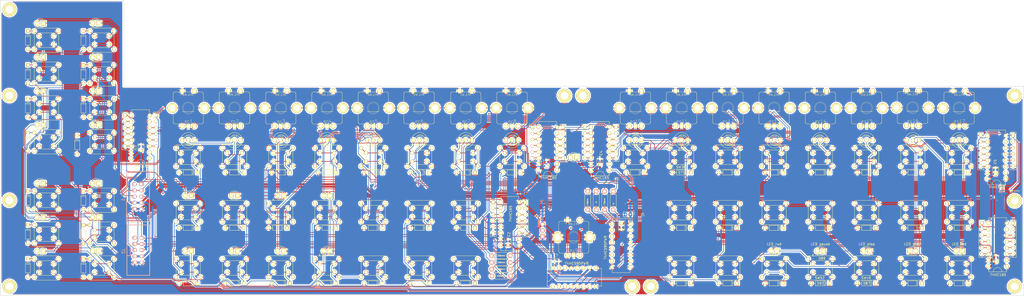
<source format=kicad_pcb>
(kicad_pcb (version 4) (host pcbnew 4.0.2-stable)
  (layers (0 F.Cu signal) (31 B.Cu signal) (34 B.Paste user hide) (35 F.Paste user) (36 B.SilkS user) (37 F.SilkS user) (38 B.Mask user hide) (39 F.Mask user hide) (44 Edge.Cuts user))
  (net 0 "")
  (net 1 "Net-(D101-Pad1)")
  (net 2 "Net-(D102-Pad1)")
  (net 3 /I0)
  (net 4 /I1)
  (net 5 /I2)
  (net 6 /I3)
  (net 7 /I4)
  (net 8 /I5)
  (net 9 /I6)
  (net 10 /I7)
  (net 11 GND)
  (net 12 /O6)
  (net 13 /O7)
  (net 14 /O1)
  (net 15 /O3)
  (net 16 /O5)
  (net 17 /O0)
  (net 18 /O2)
  (net 19 /O4)
  (net 20 +5V)
  (net 21 /O13)
  (net 22 /O14)
  (net 23 /O15)
  (net 24 /O16)
  (net 25 /O17)
  (net 26 /O10)
  (net 27 /I14)
  (net 28 /I15)
  (net 29 /I16)
  (net 30 /I17)
  (net 31 /I10)
  (net 32 /I11)
  (net 33 /I12)
  (net 34 /I13)
  (net 35 "Net-(D8-Pad1)")
  (net 36 "Net-(D9-Pad1)")
  (net 37 "Net-(D10-Pad1)")
  (net 38 "Net-(D11-Pad1)")
  (net 39 "Net-(D12-Pad1)")
  (net 40 "Net-(D13-Pad1)")
  (net 41 "Net-(D14-Pad1)")
  (net 42 "Net-(D22-Pad1)")
  (net 43 "Net-(D23-Pad1)")
  (net 44 "Net-(D24-Pad1)")
  (net 45 "Net-(D25-Pad1)")
  (net 46 "Net-(D26-Pad1)")
  (net 47 "Net-(D27-Pad1)")
  (net 48 "Net-(D28-Pad1)")
  (net 49 "Net-(D32-Pad1)")
  (net 50 "Net-(D33-Pad1)")
  (net 51 "Net-(D34-Pad1)")
  (net 52 "Net-(D38-Pad1)")
  (net 53 "Net-(D39-Pad1)")
  (net 54 "Net-(D40-Pad1)")
  (net 55 "Net-(D44-Pad1)")
  (net 56 "Net-(D45-Pad1)")
  (net 57 "Net-(D46-Pad1)")
  (net 58 "Net-(D50-Pad1)")
  (net 59 "Net-(D51-Pad1)")
  (net 60 "Net-(D52-Pad1)")
  (net 61 "Net-(D54-Pad1)")
  (net 62 "Net-(D55-Pad1)")
  (net 63 "Net-(D56-Pad1)")
  (net 64 "Net-(D58-Pad1)")
  (net 65 "Net-(D59-Pad1)")
  (net 66 "Net-(D60-Pad1)")
  (net 67 "Net-(D62-Pad1)")
  (net 68 "Net-(D63-Pad1)")
  (net 69 "Net-(D64-Pad1)")
  (net 70 "Net-(D66-Pad1)")
  (net 71 "Net-(D69-Pad1)")
  (net 72 "Net-(D71-Pad1)")
  (net 73 "Net-(D72-Pad1)")
  (net 74 "Net-(D73-Pad1)")
  (net 75 "Net-(D75-Pad1)")
  (net 76 "Net-(D76-Pad1)")
  (net 77 "Net-(D77-Pad1)")
  (net 78 "Net-(D80-Pad1)")
  (net 79 "Net-(D81-Pad1)")
  (net 80 "Net-(D82-Pad1)")
  (net 81 "Net-(D85-Pad1)")
  (net 82 "Net-(D86-Pad1)")
  (net 83 "Net-(D87-Pad1)")
  (net 84 "Net-(D90-Pad1)")
  (net 85 "Net-(D91-Pad1)")
  (net 86 "Net-(D92-Pad1)")
  (net 87 "Net-(D95-Pad1)")
  (net 88 "Net-(D96-Pad1)")
  (net 89 "Net-(D97-Pad1)")
  (net 90 "Net-(D100-Pad1)")
  (net 91 "Net-(ec1-PadP$GN)")
  (net 92 "Net-(U1-Pad9)")
  (net 93 /I26)
  (net 94 /I27)
  (net 95 /I24)
  (net 96 /I25)
  (net 97 /I22)
  (net 98 /I23)
  (net 99 /I20)
  (net 100 /I21)
  (net 101 /I56)
  (net 102 /I54)
  (net 103 /I55)
  (net 104 /I36)
  (net 105 /I37)
  (net 106 /I34)
  (net 107 /I35)
  (net 108 /I32)
  (net 109 /I33)
  (net 110 /I30)
  (net 111 /I31)
  (net 112 /I46)
  (net 113 /I47)
  (net 114 /I44)
  (net 115 /I45)
  (net 116 /I42)
  (net 117 /I43)
  (net 118 /I40)
  (net 119 /I41)
  (net 120 /I53)
  (net 121 /I52)
  (net 122 /I51)
  (net 123 /I50)
  (net 124 /011)
  (net 125 /012)
  (net 126 /02)
  (net 127 /I57)
  (net 128 "Net-(R1-Pad1)")
  (net 129 "Net-(R2-Pad1)")
  (net 130 "Net-(R3-Pad1)")
  (net 131 "Net-(R4-Pad1)")
  (net 132 "Net-(R6-Pad1)")
  (net 133 "Net-(R7-Pad1)")
  (net 134 "Net-(RR3-Pad2)")
  (net 135 "Net-(RR5-Pad2)")
  (net 136 "Net-(RR6-Pad2)")
  (net 137 "Net-(RR8-Pad2)")
  (net 138 "Net-(RR10-Pad2)")
  (net 139 "Net-(RR12-Pad2)")
  (net 140 "Net-(U1-Pad1)")
  (net 141 "Net-(U1-Pad2)")
  (net 142 "Net-(U7-Pad14)")
  (net 143 "Net-(U8-Pad9)")
  (net 144 "Net-(J3-Pad2)")
  (net 145 "Net-(U7-Pad9)")
  (net 146 "Net-(R5-Pad1)")
  (net 147 "Net-(R8-Pad2)")
  (module PEC11-Switch_ba (layer F.Cu) (at 194.31 120.65)
    (fp_text reference ec5 (at 0.11938 5.4737) (layer F.SilkS) (effects (font (size 1.27 1.27) (thickness 0.0889))))
    (fp_text value SW_Enc (at 0 -5.4864) (layer F.SilkS) (effects (font (size 0.8128 0.8128) (thickness 0.0889))))
    (pad P$1 thru_hole circle (at -2.49936 -7.00024) (size 1.99898 1.99898) (drill 1.00076) (layers *.Cu F.Paste F.SilkS F.Mask) (net 11 GND))
    (pad P$2 thru_hole circle (at 2.49936 -7.00024) (size 1.99898 1.99898) (drill 0.99822) (layers *.Cu F.Paste F.SilkS F.Mask) (net 127 /I57))
    (pad P$B thru_hole circle (at -2.49936 7.50062) (size 1.99898 1.99898) (drill 1.00076) (layers *.Cu F.Paste F.SilkS F.Mask) (net 94 /I27))
    (pad P$A thru_hole circle (at 2.49936 7.50062) (size 1.99898 1.99898) (drill 1.00076) (layers *.Cu F.Paste F.SilkS F.Mask) (net 93 /I26))
    (pad P$C thru_hole circle (at 0 7.50062) (size 1.99898 1.99898) (drill 1.00076) (layers *.Cu F.Paste F.SilkS F.Mask) (net 11 GND))
    (pad P$GN thru_hole circle (at -6.59892 0) (size 4.09956 4.09956) (drill 2.60096) (layers *.Cu F.Paste F.SilkS F.Mask) (net 91 "Net-(ec1-PadP$GN)"))
    (pad P$GN thru_hole circle (at 6.59892 0) (size 4.09956 4.09956) (drill 2.60096) (layers *.Cu F.Paste F.SilkS F.Mask) (net 91 "Net-(ec1-PadP$GN)"))
  )
  (module PEC11-Switch_ba (layer F.Cu) (at 118.11 120.65)
    (fp_text reference ec1 (at 0.11938 5.4737) (layer F.SilkS) (effects (font (size 1.27 1.27) (thickness 0.0889))))
    (fp_text value SW_Enc (at 0 -5.4864) (layer F.SilkS) (effects (font (size 0.8128 0.8128) (thickness 0.0889))))
    (pad P$1 thru_hole circle (at -2.49936 -7.00024) (size 1.99898 1.99898) (drill 1.00076) (layers *.Cu F.Paste F.SilkS F.Mask) (net 11 GND))
    (pad P$2 thru_hole circle (at 2.49936 -7.00024) (size 1.99898 1.99898) (drill 0.99822) (layers *.Cu F.Paste F.SilkS F.Mask) (net 127 /I57))
    (pad P$B thru_hole circle (at -2.49936 7.50062) (size 1.99898 1.99898) (drill 1.00076) (layers *.Cu F.Paste F.SilkS F.Mask) (net 10 /I7))
    (pad P$A thru_hole circle (at 2.49936 7.50062) (size 1.99898 1.99898) (drill 1.00076) (layers *.Cu F.Paste F.SilkS F.Mask) (net 9 /I6))
    (pad P$C thru_hole circle (at 0 7.50062) (size 1.99898 1.99898) (drill 1.00076) (layers *.Cu F.Paste F.SilkS F.Mask) (net 11 GND))
    (pad P$GN thru_hole circle (at -6.59892 0) (size 4.09956 4.09956) (drill 2.60096) (layers *.Cu F.Paste F.SilkS F.Mask) (net 91 "Net-(ec1-PadP$GN)"))
    (pad P$GN thru_hole circle (at 6.59892 0) (size 4.09956 4.09956) (drill 2.60096) (layers *.Cu F.Paste F.SilkS F.Mask) (net 91 "Net-(ec1-PadP$GN)"))
  )
  (module DIP-16_W7.62mm (layer F.Cu) (at 102.235 141.478 180)
    (fp_text reference U1)
    (fp_text value 74HC165 (at 3.556 -3.175 180) (layer F.SilkS))
    (pad 1 thru_hole oval (at 0 0 180) (size 1.6 1.6) (drill 0.8) (layers *.Cu *.Mask F.SilkS) (net 140 "Net-(U1-Pad1)"))
    (pad 2 thru_hole oval (at 0 2.54 180) (size 1.6 1.6) (drill 0.8) (layers *.Cu *.Mask F.SilkS) (net 141 "Net-(U1-Pad2)"))
    (pad 3 thru_hole oval (at 0 5.08 180) (size 1.6 1.6) (drill 0.8) (layers *.Cu *.Mask F.SilkS) (net 7 /I4))
    (pad 4 thru_hole oval (at 0 7.62 180) (size 1.6 1.6) (drill 0.8) (layers *.Cu *.Mask F.SilkS) (net 8 /I5))
    (pad 5 thru_hole oval (at 0 10.16 180) (size 1.6 1.6) (drill 0.8) (layers *.Cu *.Mask F.SilkS) (net 9 /I6))
    (pad 6 thru_hole oval (at 0 12.7 180) (size 1.6 1.6) (drill 0.8) (layers *.Cu *.Mask F.SilkS) (net 10 /I7))
    (pad 7 thru_hole oval (at 0 15.24 180) (size 1.6 1.6) (drill 0.8) (layers *.Cu *.Mask F.SilkS))
    (pad 8 thru_hole oval (at 0 17.78 180) (size 1.6 1.6) (drill 0.8) (layers *.Cu *.Mask F.SilkS) (net 11 GND))
    (pad 9 thru_hole oval (at 7.62 17.78 180) (size 1.6 1.6) (drill 0.8) (layers *.Cu *.Mask F.SilkS) (net 92 "Net-(U1-Pad9)"))
    (pad 10 thru_hole oval (at 7.62 15.24 180) (size 1.6 1.6) (drill 0.8) (layers *.Cu *.Mask F.SilkS) (net 134 "Net-(RR3-Pad2)"))
    (pad 11 thru_hole oval (at 7.62 12.7 180) (size 1.6 1.6) (drill 0.8) (layers *.Cu *.Mask F.SilkS) (net 3 /I0))
    (pad 12 thru_hole oval (at 7.62 10.16 180) (size 1.6 1.6) (drill 0.8) (layers *.Cu *.Mask F.SilkS) (net 4 /I1))
    (pad 13 thru_hole oval (at 7.62 7.62 180) (size 1.6 1.6) (drill 0.8) (layers *.Cu *.Mask F.SilkS) (net 5 /I2))
    (pad 14 thru_hole oval (at 7.62 5.08 180) (size 1.6 1.6) (drill 0.8) (layers *.Cu *.Mask F.SilkS) (net 6 /I3))
    (pad 15 thru_hole oval (at 7.62 2.54 180) (size 1.6 1.6) (drill 0.8) (layers *.Cu *.Mask F.SilkS) (net 11 GND))
    (pad 16 thru_hole oval (at 7.62 0 180) (size 1.6 1.6) (drill 0.8) (layers *.Cu *.Mask F.SilkS) (net 20 +5V))
  )
  (module LEDs:LED-5MM-3 (layer F.Cu) (at 120.65 133.985 180)
    (fp_text reference D29)
    (fp_text value Led_gp1)
    (pad 1 thru_hole circle (at 0 0) (size 1.6764 1.6764) (drill 0.8128) (layers *.Cu *.Mask F.SilkS) (net 124 /011))
    (pad 2 thru_hole circle (at 2.54 0) (size 1.6764 1.6764) (drill 0.8128) (layers *.Cu *.Mask F.SilkS) (net 15 /O3))
    (pad 3 thru_hole circle (at 5.08 0) (size 1.6764 1.6764) (drill 0.8128) (layers *.Cu *.Mask F.SilkS) (net 26 /O10))
  )
  (module LEDs:LED-5MM-3 (layer F.Cu) (at 139.7 133.985 180)
    (fp_text reference D35)
    (fp_text value Led_gp2)
    (pad 1 thru_hole circle (at 0 0) (size 1.6764 1.6764) (drill 0.8128) (layers *.Cu *.Mask F.SilkS) (net 21 /O13))
    (pad 2 thru_hole circle (at 2.54 0) (size 1.6764 1.6764) (drill 0.8128) (layers *.Cu *.Mask F.SilkS) (net 15 /O3))
    (pad 3 thru_hole circle (at 5.08 0) (size 1.6764 1.6764) (drill 0.8128) (layers *.Cu *.Mask F.SilkS) (net 125 /012))
  )
  (module LEDs:LED-5MM-3 (layer F.Cu) (at 158.75 133.985 180)
    (fp_text reference D41)
    (fp_text value Led_gp3)
    (pad 1 thru_hole circle (at 0 0) (size 1.6764 1.6764) (drill 0.8128) (layers *.Cu *.Mask F.SilkS) (net 23 /O15))
    (pad 2 thru_hole circle (at 2.54 0) (size 1.6764 1.6764) (drill 0.8128) (layers *.Cu *.Mask F.SilkS) (net 18 /O2))
    (pad 3 thru_hole circle (at 5.08 0) (size 1.6764 1.6764) (drill 0.8128) (layers *.Cu *.Mask F.SilkS) (net 22 /O14))
  )
  (module LEDs:LED-5MM-3 (layer F.Cu) (at 177.8 133.985 180)
    (fp_text reference D47)
    (fp_text value Led_gp4)
    (pad 1 thru_hole circle (at 0 0) (size 1.6764 1.6764) (drill 0.8128) (layers *.Cu *.Mask F.SilkS) (net 25 /O17))
    (pad 2 thru_hole circle (at 2.54 0) (size 1.6764 1.6764) (drill 0.8128) (layers *.Cu *.Mask F.SilkS) (net 18 /O2))
    (pad 3 thru_hole circle (at 5.08 0) (size 1.6764 1.6764) (drill 0.8128) (layers *.Cu *.Mask F.SilkS) (net 24 /O16))
  )
  (module LEDs:LED-5MM-3 (layer F.Cu) (at 196.85 133.985 180)
    (fp_text reference D53)
    (fp_text value Led_gp5)
    (pad 1 thru_hole circle (at 0 0) (size 1.6764 1.6764) (drill 0.8128) (layers *.Cu *.Mask F.SilkS) (net 124 /011))
    (pad 2 thru_hole circle (at 2.54 0) (size 1.6764 1.6764) (drill 0.8128) (layers *.Cu *.Mask F.SilkS) (net 14 /O1))
    (pad 3 thru_hole circle (at 5.08 0) (size 1.6764 1.6764) (drill 0.8128) (layers *.Cu *.Mask F.SilkS) (net 26 /O10))
  )
  (module LEDs:LED-5MM-3 (layer F.Cu) (at 215.9 133.985 180)
    (fp_text reference D57)
    (fp_text value Led_gp6)
    (pad 1 thru_hole circle (at 0 0) (size 1.6764 1.6764) (drill 0.8128) (layers *.Cu *.Mask F.SilkS) (net 21 /O13))
    (pad 2 thru_hole circle (at 2.54 0) (size 1.6764 1.6764) (drill 0.8128) (layers *.Cu *.Mask F.SilkS) (net 14 /O1))
    (pad 3 thru_hole circle (at 5.08 0) (size 1.6764 1.6764) (drill 0.8128) (layers *.Cu *.Mask F.SilkS) (net 125 /012))
  )
  (module LEDs:LED-5MM-3 (layer F.Cu) (at 234.95 133.985 180)
    (fp_text reference D61)
    (fp_text value Led_gp7)
    (pad 1 thru_hole circle (at 0 0) (size 1.6764 1.6764) (drill 0.8128) (layers *.Cu *.Mask F.SilkS) (net 23 /O15))
    (pad 2 thru_hole circle (at 2.54 0) (size 1.6764 1.6764) (drill 0.8128) (layers *.Cu *.Mask F.SilkS) (net 17 /O0))
    (pad 3 thru_hole circle (at 5.08 0) (size 1.6764 1.6764) (drill 0.8128) (layers *.Cu *.Mask F.SilkS) (net 22 /O14))
  )
  (module LEDs:LED-5MM-3 (layer F.Cu) (at 254 133.985 180)
    (fp_text reference D65)
    (fp_text value Led_gp8)
    (pad 1 thru_hole circle (at 0 0) (size 1.6764 1.6764) (drill 0.8128) (layers *.Cu *.Mask F.SilkS) (net 25 /O17))
    (pad 2 thru_hole circle (at 2.54 0) (size 1.6764 1.6764) (drill 0.8128) (layers *.Cu *.Mask F.SilkS) (net 17 /O0))
    (pad 3 thru_hole circle (at 5.08 0) (size 1.6764 1.6764) (drill 0.8128) (layers *.Cu *.Mask F.SilkS) (net 24 /O16))
  )
  (module LEDs:LED-5MM-3 (layer F.Cu) (at 304.8 133.985 180)
    (fp_text reference D68)
    (fp_text value Led_gp9)
    (pad 1 thru_hole circle (at 0 0) (size 1.6764 1.6764) (drill 0.8128) (layers *.Cu *.Mask F.SilkS) (net 124 /011))
    (pad 2 thru_hole circle (at 2.54 0) (size 1.6764 1.6764) (drill 0.8128) (layers *.Cu *.Mask F.SilkS) (net 19 /O4))
    (pad 3 thru_hole circle (at 5.08 0) (size 1.6764 1.6764) (drill 0.8128) (layers *.Cu *.Mask F.SilkS) (net 26 /O10))
  )
  (module LEDs:LED-5MM-3 (layer F.Cu) (at 323.85 133.985 180)
    (fp_text reference D70 (at 2.54508 -3.91668 180) (layer F.SilkS))
    (fp_text value Led_gp10)
    (pad 1 thru_hole circle (at 0 0) (size 1.6764 1.6764) (drill 0.8128) (layers *.Cu *.Mask F.SilkS) (net 21 /O13))
    (pad 2 thru_hole circle (at 2.54 0) (size 1.6764 1.6764) (drill 0.8128) (layers *.Cu *.Mask F.SilkS) (net 19 /O4))
    (pad 3 thru_hole circle (at 5.08 0) (size 1.6764 1.6764) (drill 0.8128) (layers *.Cu *.Mask F.SilkS) (net 125 /012))
  )
  (module LEDs:LED-5MM-3 (layer F.Cu) (at 342.9 133.985 180)
    (fp_text reference D74)
    (fp_text value Led_gp11)
    (pad 1 thru_hole circle (at 0 0) (size 1.6764 1.6764) (drill 0.8128) (layers *.Cu *.Mask F.SilkS) (net 23 /O15))
    (pad 2 thru_hole circle (at 2.54 0) (size 1.6764 1.6764) (drill 0.8128) (layers *.Cu *.Mask F.SilkS) (net 16 /O5))
    (pad 3 thru_hole circle (at 5.08 0) (size 1.6764 1.6764) (drill 0.8128) (layers *.Cu *.Mask F.SilkS) (net 22 /O14))
  )
  (module LEDs:LED-5MM-3 (layer F.Cu) (at 361.95 133.985 180)
    (fp_text reference D78)
    (fp_text value Led_gp12)
    (pad 1 thru_hole circle (at 0 0) (size 1.6764 1.6764) (drill 0.8128) (layers *.Cu *.Mask F.SilkS) (net 25 /O17))
    (pad 2 thru_hole circle (at 2.54 0) (size 1.6764 1.6764) (drill 0.8128) (layers *.Cu *.Mask F.SilkS) (net 16 /O5))
    (pad 3 thru_hole circle (at 5.08 0) (size 1.6764 1.6764) (drill 0.8128) (layers *.Cu *.Mask F.SilkS) (net 24 /O16))
  )
  (module LEDs:LED-5MM-3 (layer F.Cu) (at 375.92 133.985)
    (fp_text reference D83)
    (fp_text value Led_gp13)
    (pad 1 thru_hole circle (at 0 0 180) (size 1.6764 1.6764) (drill 0.8128) (layers *.Cu *.Mask F.SilkS) (net 124 /011))
    (pad 2 thru_hole circle (at 2.54 0 180) (size 1.6764 1.6764) (drill 0.8128) (layers *.Cu *.Mask F.SilkS) (net 12 /O6))
    (pad 3 thru_hole circle (at 5.08 0 180) (size 1.6764 1.6764) (drill 0.8128) (layers *.Cu *.Mask F.SilkS) (net 26 /O10))
  )
  (module LEDs:LED-5MM-3 (layer F.Cu) (at 394.97 133.985)
    (fp_text reference D88)
    (fp_text value Led_gp14)
    (pad 1 thru_hole circle (at 0 0 180) (size 1.6764 1.6764) (drill 0.8128) (layers *.Cu *.Mask F.SilkS) (net 21 /O13))
    (pad 2 thru_hole circle (at 2.54 0 180) (size 1.6764 1.6764) (drill 0.8128) (layers *.Cu *.Mask F.SilkS) (net 12 /O6))
    (pad 3 thru_hole circle (at 5.08 0 180) (size 1.6764 1.6764) (drill 0.8128) (layers *.Cu *.Mask F.SilkS) (net 125 /012))
  )
  (module LEDs:LED-5MM-3 (layer F.Cu) (at 419.1 133.985 180)
    (fp_text reference D93)
    (fp_text value Led_gp15)
    (pad 1 thru_hole circle (at 0 0) (size 1.6764 1.6764) (drill 0.8128) (layers *.Cu *.Mask F.SilkS) (net 23 /O15))
    (pad 2 thru_hole circle (at 2.54 0) (size 1.6764 1.6764) (drill 0.8128) (layers *.Cu *.Mask F.SilkS) (net 13 /O7))
    (pad 3 thru_hole circle (at 5.08 0) (size 1.6764 1.6764) (drill 0.8128) (layers *.Cu *.Mask F.SilkS) (net 22 /O14))
  )
  (module LEDs:LED-5MM-3 (layer F.Cu) (at 438.15 133.985 180)
    (fp_text reference D99)
    (fp_text value Led_gp16)
    (pad 1 thru_hole circle (at 0 0) (size 1.6764 1.6764) (drill 0.8128) (layers *.Cu *.Mask F.SilkS) (net 25 /O17))
    (pad 2 thru_hole circle (at 2.54 0) (size 1.6764 1.6764) (drill 0.8128) (layers *.Cu *.Mask F.SilkS) (net 13 /O7))
    (pad 3 thru_hole circle (at 5.08 0) (size 1.6764 1.6764) (drill 0.8128) (layers *.Cu *.Mask F.SilkS) (net 24 /O16))
  )
  (module Resistors_ThroughHole:Resistor_Horizontal_RM7mm (layer F.Cu) (at 243.078 181.61)
    (fp_text reference R8)
    (fp_text value 220ohm (at 4 0) (layer F.SilkS) (effects (font (size 0.5 0.5) (thickness 0.125))))
    (pad 1 thru_hole circle (at 0 0) (size 1.99898 1.99898) (drill 1.00076) (layers *.Cu *.SilkS *.Mask) (net 26 /O10))
    (pad 2 thru_hole circle (at 7.62 0) (size 1.99898 1.99898) (drill 1.00076) (layers *.Cu *.SilkS *.Mask) (net 147 "Net-(R8-Pad2)"))
  )
  (module "empreinte ksir:DIP-16_W7.62mm" (layer F.Cu) (at 292.608 168.529)
    (fp_text reference U8)
    (fp_text value 74HC595PWR (at -2.667 9.779 90) (layer F.SilkS))
    (pad 1 thru_hole oval (at 0 0) (size 1.6 1.6) (drill 0.8) (layers *.Cu *.Mask F.SilkS) (net 128 "Net-(R1-Pad1)"))
    (pad 2 thru_hole oval (at 0 2.54) (size 1.6 1.6) (drill 0.8) (layers *.Cu *.Mask F.SilkS) (net 129 "Net-(R2-Pad1)"))
    (pad 3 thru_hole oval (at 0 5.08) (size 1.6 1.6) (drill 0.8) (layers *.Cu *.Mask F.SilkS) (net 130 "Net-(R3-Pad1)"))
    (pad 4 thru_hole oval (at 0 7.62) (size 1.6 1.6) (drill 0.8) (layers *.Cu *.Mask F.SilkS) (net 131 "Net-(R4-Pad1)"))
    (pad 5 thru_hole oval (at 0 10.16) (size 1.6 1.6) (drill 0.8) (layers *.Cu *.Mask F.SilkS) (net 146 "Net-(R5-Pad1)"))
    (pad 6 thru_hole oval (at 0 12.7) (size 1.6 1.6) (drill 0.8) (layers *.Cu *.Mask F.SilkS) (net 132 "Net-(R6-Pad1)"))
    (pad 7 thru_hole oval (at 0 15.24) (size 1.6 1.6) (drill 0.8) (layers *.Cu *.Mask F.SilkS) (net 133 "Net-(R7-Pad1)"))
    (pad 8 thru_hole oval (at 0 17.78) (size 1.6 1.6) (drill 0.8) (layers *.Cu *.Mask F.SilkS) (net 11 GND))
    (pad 9 thru_hole oval (at 7.62 17.78) (size 1.6 1.6) (drill 0.8) (layers *.Cu *.Mask F.SilkS) (net 143 "Net-(U8-Pad9)"))
    (pad 10 thru_hole oval (at 7.62 15.24) (size 1.6 1.6) (drill 0.8) (layers *.Cu *.Mask F.SilkS) (net 20 +5V))
    (pad 11 thru_hole oval (at 7.62 12.7) (size 1.6 1.6) (drill 0.8) (layers *.Cu *.Mask F.SilkS) (net 141 "Net-(U1-Pad2)"))
    (pad 12 thru_hole oval (at 7.62 10.16) (size 1.6 1.6) (drill 0.8) (layers *.Cu *.Mask F.SilkS) (net 140 "Net-(U1-Pad1)"))
    (pad 13 thru_hole oval (at 7.62 7.62) (size 1.6 1.6) (drill 0.8) (layers *.Cu *.Mask F.SilkS) (net 11 GND))
    (pad 14 thru_hole oval (at 7.62 5.08) (size 1.6 1.6) (drill 0.8) (layers *.Cu *.Mask F.SilkS) (net 145 "Net-(U7-Pad9)"))
    (pad 15 thru_hole oval (at 7.62 2.54) (size 1.6 1.6) (drill 0.8) (layers *.Cu *.Mask F.SilkS) (net 147 "Net-(R8-Pad2)"))
    (pad 16 thru_hole oval (at 7.62 0) (size 1.6 1.6) (drill 0.8) (layers *.Cu *.Mask F.SilkS) (net 20 +5V))
  )
  (module "empreinte ksir:DIP-16_W7.62mm" (layer F.Cu) (at 268.224 194.31 90)
    (fp_text reference U7)
    (fp_text value 74HC595PWR (at 9.525 9.779 180) (layer F.SilkS))
    (pad 1 thru_hole oval (at 0 0 90) (size 1.6 1.6) (drill 0.8) (layers *.Cu *.Mask F.SilkS) (net 14 /O1))
    (pad 2 thru_hole oval (at 0 2.54 90) (size 1.6 1.6) (drill 0.8) (layers *.Cu *.Mask F.SilkS) (net 126 /02))
    (pad 3 thru_hole oval (at 0 5.08 90) (size 1.6 1.6) (drill 0.8) (layers *.Cu *.Mask F.SilkS) (net 15 /O3))
    (pad 4 thru_hole oval (at 0 7.62 90) (size 1.6 1.6) (drill 0.8) (layers *.Cu *.Mask F.SilkS) (net 19 /O4))
    (pad 5 thru_hole oval (at 0 10.16 90) (size 1.6 1.6) (drill 0.8) (layers *.Cu *.Mask F.SilkS) (net 16 /O5))
    (pad 6 thru_hole oval (at 0 12.7 90) (size 1.6 1.6) (drill 0.8) (layers *.Cu *.Mask F.SilkS) (net 12 /O6))
    (pad 7 thru_hole oval (at 0 15.24 90) (size 1.6 1.6) (drill 0.8) (layers *.Cu *.Mask F.SilkS) (net 13 /O7))
    (pad 8 thru_hole oval (at 0 17.78 90) (size 1.6 1.6) (drill 0.8) (layers *.Cu *.Mask F.SilkS) (net 11 GND))
    (pad 9 thru_hole oval (at 7.62 17.78 90) (size 1.6 1.6) (drill 0.8) (layers *.Cu *.Mask F.SilkS) (net 145 "Net-(U7-Pad9)"))
    (pad 10 thru_hole oval (at 7.62 15.24 90) (size 1.6 1.6) (drill 0.8) (layers *.Cu *.Mask F.SilkS) (net 20 +5V))
    (pad 11 thru_hole oval (at 7.62 12.7 90) (size 1.6 1.6) (drill 0.8) (layers *.Cu *.Mask F.SilkS) (net 141 "Net-(U1-Pad2)"))
    (pad 12 thru_hole oval (at 7.62 10.16 90) (size 1.6 1.6) (drill 0.8) (layers *.Cu *.Mask F.SilkS) (net 140 "Net-(U1-Pad1)"))
    (pad 13 thru_hole oval (at 7.62 7.62 90) (size 1.6 1.6) (drill 0.8) (layers *.Cu *.Mask F.SilkS) (net 11 GND))
    (pad 14 thru_hole oval (at 7.62 5.08 90) (size 1.6 1.6) (drill 0.8) (layers *.Cu *.Mask F.SilkS) (net 142 "Net-(U7-Pad14)"))
    (pad 15 thru_hole oval (at 7.62 2.54 90) (size 1.6 1.6) (drill 0.8) (layers *.Cu *.Mask F.SilkS) (net 17 /O0))
    (pad 16 thru_hole oval (at 7.62 0 90) (size 1.6 1.6) (drill 0.8) (layers *.Cu *.Mask F.SilkS) (net 20 +5V))
  )
  (module "empreinte ksir:DIP-16_W7.62mm" (layer F.Cu) (at 455.265864 185.993912 180)
    (fp_text reference U6)
    (fp_text value 74HC165 (at 3.653864 -3.490088 180) (layer F.SilkS))
    (pad 1 thru_hole oval (at 0 0 180) (size 1.6 1.6) (drill 0.8) (layers *.Cu *.Mask F.SilkS) (net 140 "Net-(U1-Pad1)"))
    (pad 2 thru_hole oval (at 0 2.54 180) (size 1.6 1.6) (drill 0.8) (layers *.Cu *.Mask F.SilkS) (net 141 "Net-(U1-Pad2)"))
    (pad 3 thru_hole oval (at 0 5.08 180) (size 1.6 1.6) (drill 0.8) (layers *.Cu *.Mask F.SilkS) (net 102 /I54))
    (pad 4 thru_hole oval (at 0 7.62 180) (size 1.6 1.6) (drill 0.8) (layers *.Cu *.Mask F.SilkS) (net 103 /I55))
    (pad 5 thru_hole oval (at 0 10.16 180) (size 1.6 1.6) (drill 0.8) (layers *.Cu *.Mask F.SilkS) (net 101 /I56))
    (pad 6 thru_hole oval (at 0 12.7 180) (size 1.6 1.6) (drill 0.8) (layers *.Cu *.Mask F.SilkS) (net 127 /I57))
    (pad 7 thru_hole oval (at 0 15.24 180) (size 1.6 1.6) (drill 0.8) (layers *.Cu *.Mask F.SilkS))
    (pad 8 thru_hole oval (at 0 17.78 180) (size 1.6 1.6) (drill 0.8) (layers *.Cu *.Mask F.SilkS) (net 11 GND))
    (pad 9 thru_hole oval (at 7.62 17.78 180) (size 1.6 1.6) (drill 0.8) (layers *.Cu *.Mask F.SilkS) (net 137 "Net-(RR8-Pad2)"))
    (pad 10 thru_hole oval (at 7.62 15.24 180) (size 1.6 1.6) (drill 0.8) (layers *.Cu *.Mask F.SilkS) (net 139 "Net-(RR12-Pad2)"))
    (pad 11 thru_hole oval (at 7.62 12.7 180) (size 1.6 1.6) (drill 0.8) (layers *.Cu *.Mask F.SilkS) (net 123 /I50))
    (pad 12 thru_hole oval (at 7.62 10.16 180) (size 1.6 1.6) (drill 0.8) (layers *.Cu *.Mask F.SilkS) (net 122 /I51))
    (pad 13 thru_hole oval (at 7.62 7.62 180) (size 1.6 1.6) (drill 0.8) (layers *.Cu *.Mask F.SilkS) (net 121 /I52))
    (pad 14 thru_hole oval (at 7.62 5.08 180) (size 1.6 1.6) (drill 0.8) (layers *.Cu *.Mask F.SilkS) (net 120 /I53))
    (pad 15 thru_hole oval (at 7.62 2.54 180) (size 1.6 1.6) (drill 0.8) (layers *.Cu *.Mask F.SilkS) (net 11 GND))
    (pad 16 thru_hole oval (at 7.62 0 180) (size 1.6 1.6) (drill 0.8) (layers *.Cu *.Mask F.SilkS) (net 20 +5V))
  )
  (module "empreinte ksir:DIP-16_W7.62mm" (layer F.Cu) (at 454.838194 149.876812 180)
    (fp_text reference U5)
    (fp_text value 74HC165 (at 3.734194 -3.412188 180) (layer F.SilkS))
    (pad 1 thru_hole oval (at 0 0 180) (size 1.6 1.6) (drill 0.8) (layers *.Cu *.Mask F.SilkS) (net 140 "Net-(U1-Pad1)"))
    (pad 2 thru_hole oval (at 0 2.54 180) (size 1.6 1.6) (drill 0.8) (layers *.Cu *.Mask F.SilkS) (net 141 "Net-(U1-Pad2)"))
    (pad 3 thru_hole oval (at 0 5.08 180) (size 1.6 1.6) (drill 0.8) (layers *.Cu *.Mask F.SilkS) (net 114 /I44))
    (pad 4 thru_hole oval (at 0 7.62 180) (size 1.6 1.6) (drill 0.8) (layers *.Cu *.Mask F.SilkS) (net 115 /I45))
    (pad 5 thru_hole oval (at 0 10.16 180) (size 1.6 1.6) (drill 0.8) (layers *.Cu *.Mask F.SilkS) (net 112 /I46))
    (pad 6 thru_hole oval (at 0 12.7 180) (size 1.6 1.6) (drill 0.8) (layers *.Cu *.Mask F.SilkS) (net 113 /I47))
    (pad 7 thru_hole oval (at 0 15.24 180) (size 1.6 1.6) (drill 0.8) (layers *.Cu *.Mask F.SilkS))
    (pad 8 thru_hole oval (at 0 17.78 180) (size 1.6 1.6) (drill 0.8) (layers *.Cu *.Mask F.SilkS) (net 11 GND))
    (pad 9 thru_hole oval (at 7.62 17.78 180) (size 1.6 1.6) (drill 0.8) (layers *.Cu *.Mask F.SilkS) (net 139 "Net-(RR12-Pad2)"))
    (pad 10 thru_hole oval (at 7.62 15.24 180) (size 1.6 1.6) (drill 0.8) (layers *.Cu *.Mask F.SilkS) (net 138 "Net-(RR10-Pad2)"))
    (pad 11 thru_hole oval (at 7.62 12.7 180) (size 1.6 1.6) (drill 0.8) (layers *.Cu *.Mask F.SilkS) (net 118 /I40))
    (pad 12 thru_hole oval (at 7.62 10.16 180) (size 1.6 1.6) (drill 0.8) (layers *.Cu *.Mask F.SilkS) (net 119 /I41))
    (pad 13 thru_hole oval (at 7.62 7.62 180) (size 1.6 1.6) (drill 0.8) (layers *.Cu *.Mask F.SilkS) (net 116 /I42))
    (pad 14 thru_hole oval (at 7.62 5.08 180) (size 1.6 1.6) (drill 0.8) (layers *.Cu *.Mask F.SilkS) (net 117 /I43))
    (pad 15 thru_hole oval (at 7.62 2.54 180) (size 1.6 1.6) (drill 0.8) (layers *.Cu *.Mask F.SilkS) (net 11 GND))
    (pad 16 thru_hole oval (at 7.62 0 180) (size 1.6 1.6) (drill 0.8) (layers *.Cu *.Mask F.SilkS) (net 20 +5V))
  )
  (module "empreinte ksir:DIP-16_W7.62mm" (layer F.Cu) (at 291.592 146.304 180)
    (fp_text reference U4)
    (fp_text value 74HC165 (at 3.556 -3.175 180) (layer F.SilkS))
    (pad 1 thru_hole oval (at 0 0 180) (size 1.6 1.6) (drill 0.8) (layers *.Cu *.Mask F.SilkS) (net 140 "Net-(U1-Pad1)"))
    (pad 2 thru_hole oval (at 0 2.54 180) (size 1.6 1.6) (drill 0.8) (layers *.Cu *.Mask F.SilkS) (net 141 "Net-(U1-Pad2)"))
    (pad 3 thru_hole oval (at 0 5.08 180) (size 1.6 1.6) (drill 0.8) (layers *.Cu *.Mask F.SilkS) (net 106 /I34))
    (pad 4 thru_hole oval (at 0 7.62 180) (size 1.6 1.6) (drill 0.8) (layers *.Cu *.Mask F.SilkS) (net 107 /I35))
    (pad 5 thru_hole oval (at 0 10.16 180) (size 1.6 1.6) (drill 0.8) (layers *.Cu *.Mask F.SilkS) (net 104 /I36))
    (pad 6 thru_hole oval (at 0 12.7 180) (size 1.6 1.6) (drill 0.8) (layers *.Cu *.Mask F.SilkS) (net 105 /I37))
    (pad 7 thru_hole oval (at 0 15.24 180) (size 1.6 1.6) (drill 0.8) (layers *.Cu *.Mask F.SilkS))
    (pad 8 thru_hole oval (at 0 17.78 180) (size 1.6 1.6) (drill 0.8) (layers *.Cu *.Mask F.SilkS) (net 11 GND))
    (pad 9 thru_hole oval (at 7.62 17.78 180) (size 1.6 1.6) (drill 0.8) (layers *.Cu *.Mask F.SilkS) (net 136 "Net-(RR6-Pad2)"))
    (pad 10 thru_hole oval (at 7.62 15.24 180) (size 1.6 1.6) (drill 0.8) (layers *.Cu *.Mask F.SilkS) (net 137 "Net-(RR8-Pad2)"))
    (pad 11 thru_hole oval (at 7.62 12.7 180) (size 1.6 1.6) (drill 0.8) (layers *.Cu *.Mask F.SilkS) (net 110 /I30))
    (pad 12 thru_hole oval (at 7.62 10.16 180) (size 1.6 1.6) (drill 0.8) (layers *.Cu *.Mask F.SilkS) (net 111 /I31))
    (pad 13 thru_hole oval (at 7.62 7.62 180) (size 1.6 1.6) (drill 0.8) (layers *.Cu *.Mask F.SilkS) (net 108 /I32))
    (pad 14 thru_hole oval (at 7.62 5.08 180) (size 1.6 1.6) (drill 0.8) (layers *.Cu *.Mask F.SilkS) (net 109 /I33))
    (pad 15 thru_hole oval (at 7.62 2.54 180) (size 1.6 1.6) (drill 0.8) (layers *.Cu *.Mask F.SilkS) (net 11 GND))
    (pad 16 thru_hole oval (at 7.62 0 180) (size 1.6 1.6) (drill 0.8) (layers *.Cu *.Mask F.SilkS) (net 20 +5V))
  )
  (module "empreinte ksir:DIP-16_W7.62mm" (layer F.Cu) (at 270.002 146.304 180)
    (fp_text reference U3)
    (fp_text value 74HC165 (at 3.556 -3.175 180) (layer F.SilkS))
    (pad 1 thru_hole oval (at 0 0 180) (size 1.6 1.6) (drill 0.8) (layers *.Cu *.Mask F.SilkS) (net 140 "Net-(U1-Pad1)"))
    (pad 2 thru_hole oval (at 0 2.54 180) (size 1.6 1.6) (drill 0.8) (layers *.Cu *.Mask F.SilkS) (net 141 "Net-(U1-Pad2)"))
    (pad 3 thru_hole oval (at 0 5.08 180) (size 1.6 1.6) (drill 0.8) (layers *.Cu *.Mask F.SilkS) (net 95 /I24))
    (pad 4 thru_hole oval (at 0 7.62 180) (size 1.6 1.6) (drill 0.8) (layers *.Cu *.Mask F.SilkS) (net 96 /I25))
    (pad 5 thru_hole oval (at 0 10.16 180) (size 1.6 1.6) (drill 0.8) (layers *.Cu *.Mask F.SilkS) (net 93 /I26))
    (pad 6 thru_hole oval (at 0 12.7 180) (size 1.6 1.6) (drill 0.8) (layers *.Cu *.Mask F.SilkS) (net 94 /I27))
    (pad 7 thru_hole oval (at 0 15.24 180) (size 1.6 1.6) (drill 0.8) (layers *.Cu *.Mask F.SilkS))
    (pad 8 thru_hole oval (at 0 17.78 180) (size 1.6 1.6) (drill 0.8) (layers *.Cu *.Mask F.SilkS) (net 11 GND))
    (pad 9 thru_hole oval (at 7.62 17.78 180) (size 1.6 1.6) (drill 0.8) (layers *.Cu *.Mask F.SilkS) (net 135 "Net-(RR5-Pad2)"))
    (pad 10 thru_hole oval (at 7.62 15.24 180) (size 1.6 1.6) (drill 0.8) (layers *.Cu *.Mask F.SilkS) (net 136 "Net-(RR6-Pad2)"))
    (pad 11 thru_hole oval (at 7.62 12.7 180) (size 1.6 1.6) (drill 0.8) (layers *.Cu *.Mask F.SilkS) (net 99 /I20))
    (pad 12 thru_hole oval (at 7.62 10.16 180) (size 1.6 1.6) (drill 0.8) (layers *.Cu *.Mask F.SilkS) (net 100 /I21))
    (pad 13 thru_hole oval (at 7.62 7.62 180) (size 1.6 1.6) (drill 0.8) (layers *.Cu *.Mask F.SilkS) (net 97 /I22))
    (pad 14 thru_hole oval (at 7.62 5.08 180) (size 1.6 1.6) (drill 0.8) (layers *.Cu *.Mask F.SilkS) (net 98 /I23))
    (pad 15 thru_hole oval (at 7.62 2.54 180) (size 1.6 1.6) (drill 0.8) (layers *.Cu *.Mask F.SilkS) (net 11 GND))
    (pad 16 thru_hole oval (at 7.62 0 180) (size 1.6 1.6) (drill 0.8) (layers *.Cu *.Mask F.SilkS) (net 20 +5V))
  )
  (module "empreinte ksir:DIP-16_W7.62mm" (layer F.Cu) (at 254.381 177.292 180)
    (fp_text reference U2)
    (fp_text value 74HC165 (at 3.556 12.954 270) (layer F.SilkS))
    (pad 1 thru_hole oval (at 0 0 180) (size 1.6 1.6) (drill 0.8) (layers *.Cu *.Mask F.SilkS) (net 140 "Net-(U1-Pad1)"))
    (pad 2 thru_hole oval (at 0 2.54 180) (size 1.6 1.6) (drill 0.8) (layers *.Cu *.Mask F.SilkS) (net 141 "Net-(U1-Pad2)"))
    (pad 3 thru_hole oval (at 0 5.08 180) (size 1.6 1.6) (drill 0.8) (layers *.Cu *.Mask F.SilkS) (net 27 /I14))
    (pad 4 thru_hole oval (at 0 7.62 180) (size 1.6 1.6) (drill 0.8) (layers *.Cu *.Mask F.SilkS) (net 28 /I15))
    (pad 5 thru_hole oval (at 0 10.16 180) (size 1.6 1.6) (drill 0.8) (layers *.Cu *.Mask F.SilkS) (net 29 /I16))
    (pad 6 thru_hole oval (at 0 12.7 180) (size 1.6 1.6) (drill 0.8) (layers *.Cu *.Mask F.SilkS) (net 30 /I17))
    (pad 7 thru_hole oval (at 0 15.24 180) (size 1.6 1.6) (drill 0.8) (layers *.Cu *.Mask F.SilkS))
    (pad 8 thru_hole oval (at 0 17.78 180) (size 1.6 1.6) (drill 0.8) (layers *.Cu *.Mask F.SilkS) (net 11 GND))
    (pad 9 thru_hole oval (at 7.62 17.78 180) (size 1.6 1.6) (drill 0.8) (layers *.Cu *.Mask F.SilkS) (net 134 "Net-(RR3-Pad2)"))
    (pad 10 thru_hole oval (at 7.62 15.24 180) (size 1.6 1.6) (drill 0.8) (layers *.Cu *.Mask F.SilkS) (net 135 "Net-(RR5-Pad2)"))
    (pad 11 thru_hole oval (at 7.62 12.7 180) (size 1.6 1.6) (drill 0.8) (layers *.Cu *.Mask F.SilkS) (net 31 /I10))
    (pad 12 thru_hole oval (at 7.62 10.16 180) (size 1.6 1.6) (drill 0.8) (layers *.Cu *.Mask F.SilkS) (net 32 /I11))
    (pad 13 thru_hole oval (at 7.62 7.62 180) (size 1.6 1.6) (drill 0.8) (layers *.Cu *.Mask F.SilkS) (net 33 /I12))
    (pad 14 thru_hole oval (at 7.62 5.08 180) (size 1.6 1.6) (drill 0.8) (layers *.Cu *.Mask F.SilkS) (net 34 /I13))
    (pad 15 thru_hole oval (at 7.62 2.54 180) (size 1.6 1.6) (drill 0.8) (layers *.Cu *.Mask F.SilkS) (net 11 GND))
    (pad 16 thru_hole oval (at 7.62 0 180) (size 1.6 1.6) (drill 0.8) (layers *.Cu *.Mask F.SilkS) (net 20 +5V))
  )
  (module Resistors_ThroughHole:Resistor_Horizontal_RM7mm (layer F.Cu) (at 282.62816 162.67194 90)
    (fp_text reference R1)
    (fp_text value 470ohm (at 3.15994 -0.05316 90) (layer F.SilkS) (effects (font (size 0.5 0.5) (thickness 0.125))))
    (pad 1 thru_hole circle (at 0 0 90) (size 1.99898 1.99898) (drill 1.00076) (layers *.Cu *.SilkS *.Mask) (net 128 "Net-(R1-Pad1)"))
    (pad 2 thru_hole circle (at 7.62 0 90) (size 1.99898 1.99898) (drill 1.00076) (layers *.Cu *.SilkS *.Mask) (net 124 /011))
  )
  (module Resistors_ThroughHole:Resistor_Horizontal_RM7mm (layer F.Cu) (at 286.12816 162.67194 90)
    (fp_text reference R2)
    (fp_text value 1k (at 3.15994 0 90) (layer F.SilkS) (effects (font (size 0.5 0.5) (thickness 0.125))))
    (pad 1 thru_hole circle (at 0 0 90) (size 1.99898 1.99898) (drill 1.00076) (layers *.Cu *.SilkS *.Mask) (net 129 "Net-(R2-Pad1)"))
    (pad 2 thru_hole circle (at 7.62 0 90) (size 1.99898 1.99898) (drill 1.00076) (layers *.Cu *.SilkS *.Mask) (net 125 /012))
  )
  (module Resistors_ThroughHole:Resistor_Horizontal_RM7mm (layer F.Cu) (at 289.62816 162.67194 90)
    (fp_text reference R3)
    (fp_text value 470ohm (at 3.28694 -0.06816 90) (layer F.SilkS) (effects (font (size 0.5 0.5) (thickness 0.125))))
    (pad 1 thru_hole circle (at 0 0 90) (size 1.99898 1.99898) (drill 1.00076) (layers *.Cu *.SilkS *.Mask) (net 130 "Net-(R3-Pad1)"))
    (pad 2 thru_hole circle (at 7.62 0 90) (size 1.99898 1.99898) (drill 1.00076) (layers *.Cu *.SilkS *.Mask) (net 21 /O13))
  )
  (module Resistors_ThroughHole:Resistor_Horizontal_RM7mm (layer F.Cu) (at 293.12816 162.67194 90)
    (fp_text reference R4)
    (fp_text value 1k (at 2.52494 0.11484 90) (layer F.SilkS) (effects (font (size 0.5 0.5) (thickness 0.125))))
    (pad 1 thru_hole circle (at 0 0 90) (size 1.99898 1.99898) (drill 1.00076) (layers *.Cu *.SilkS *.Mask) (net 131 "Net-(R4-Pad1)"))
    (pad 2 thru_hole circle (at 7.62 0 90) (size 1.99898 1.99898) (drill 1.00076) (layers *.Cu *.SilkS *.Mask) (net 22 /O14))
  )
  (module Resistors_ThroughHole:Resistor_Horizontal_RM7mm (layer F.Cu) (at 250.698 184.404 180)
    (fp_text reference R5)
    (fp_text value 220ohm (at 3.62 0 180) (layer F.SilkS) (effects (font (size 0.508 0.508) (thickness 0.127))))
    (pad 1 thru_hole circle (at 0 0 180) (size 1.99898 1.99898) (drill 1.00076) (layers *.Cu *.SilkS *.Mask) (net 146 "Net-(R5-Pad1)"))
    (pad 2 thru_hole circle (at 7.62 0 180) (size 1.99898 1.99898) (drill 1.00076) (layers *.Cu *.SilkS *.Mask) (net 23 /O15))
  )
  (module Resistors_ThroughHole:Resistor_Horizontal_RM7mm (layer F.Cu) (at 250.698 187.198 180)
    (fp_text reference R6)
    (fp_text value 220ohm (at 3.683 0 180) (layer F.SilkS) (effects (font (size 0.5 0.5) (thickness 0.125))))
    (pad 1 thru_hole circle (at 0 0 180) (size 1.99898 1.99898) (drill 1.00076) (layers *.Cu *.SilkS *.Mask) (net 132 "Net-(R6-Pad1)"))
    (pad 2 thru_hole circle (at 7.62 0 180) (size 1.99898 1.99898) (drill 1.00076) (layers *.Cu *.SilkS *.Mask) (net 24 /O16))
  )
  (module Resistors_ThroughHole:Resistor_Horizontal_RM7mm (layer F.Cu) (at 250.825 189.992 180)
    (fp_text reference R7)
    (fp_text value 220ohm (at 4.12 0 180) (layer F.SilkS) (effects (font (size 0.508 0.508) (thickness 0.127))))
    (pad 1 thru_hole circle (at 0 0 180) (size 1.99898 1.99898) (drill 1.00076) (layers *.Cu *.SilkS *.Mask) (net 133 "Net-(R7-Pad1)"))
    (pad 2 thru_hole circle (at 7.62 0 180) (size 1.99898 1.99898) (drill 1.00076) (layers *.Cu *.SilkS *.Mask) (net 25 /O17))
  )
  (module Discret:DO-35 (layer F.Cu) (at 52.07 92.71 90)
    (fp_text reference D8)
    (fp_text value D)
    (pad 1 thru_hole rect (at 3.81 0 90) (size 1.4224 1.4224) (drill 0.6096) (layers *.Cu *.Mask F.SilkS) (net 35 "Net-(D8-Pad1)"))
    (pad 2 thru_hole circle (at -3.81 0 90) (size 1.4224 1.4224) (drill 0.6096) (layers *.Cu *.Mask F.SilkS) (net 29 /I16))
  )
  (module Discret:DO-35 (layer F.Cu) (at 52.07 106.68 90)
    (fp_text reference D9)
    (fp_text value D)
    (pad 1 thru_hole rect (at 3.81 0 90) (size 1.4224 1.4224) (drill 0.6096) (layers *.Cu *.Mask F.SilkS) (net 36 "Net-(D9-Pad1)"))
    (pad 2 thru_hole circle (at -3.81 0 90) (size 1.4224 1.4224) (drill 0.6096) (layers *.Cu *.Mask F.SilkS) (net 30 /I17))
  )
  (module Discret:DO-35 (layer F.Cu) (at 52.07 120.65 90)
    (fp_text reference D10)
    (fp_text value D)
    (pad 1 thru_hole rect (at 3.81 0 90) (size 1.4224 1.4224) (drill 0.6096) (layers *.Cu *.Mask F.SilkS) (net 37 "Net-(D10-Pad1)"))
    (pad 2 thru_hole circle (at -3.81 0 90) (size 1.4224 1.4224) (drill 0.6096) (layers *.Cu *.Mask F.SilkS) (net 29 /I16))
  )
  (module Discret:DO-35 (layer F.Cu) (at 52.07 134.62 90)
    (fp_text reference D11)
    (fp_text value D)
    (pad 1 thru_hole rect (at 3.81 0 90) (size 1.4224 1.4224) (drill 0.6096) (layers *.Cu *.Mask F.SilkS) (net 38 "Net-(D11-Pad1)"))
    (pad 2 thru_hole circle (at -3.81 0 90) (size 1.4224 1.4224) (drill 0.6096) (layers *.Cu *.Mask F.SilkS) (net 30 /I17))
  )
  (module Discret:DO-35 (layer F.Cu) (at 52.07 158.75 90)
    (fp_text reference D12)
    (fp_text value D)
    (pad 1 thru_hole rect (at 3.81 0 90) (size 1.4224 1.4224) (drill 0.6096) (layers *.Cu *.Mask F.SilkS) (net 39 "Net-(D12-Pad1)"))
    (pad 2 thru_hole circle (at -3.81 0 90) (size 1.4224 1.4224) (drill 0.6096) (layers *.Cu *.Mask F.SilkS) (net 29 /I16))
  )
  (module Discret:DO-35 (layer F.Cu) (at 52.07 172.72 90)
    (fp_text reference D13)
    (fp_text value D)
    (pad 1 thru_hole rect (at 3.81 0 90) (size 1.4224 1.4224) (drill 0.6096) (layers *.Cu *.Mask F.SilkS) (net 40 "Net-(D13-Pad1)"))
    (pad 2 thru_hole circle (at -3.81 0 90) (size 1.4224 1.4224) (drill 0.6096) (layers *.Cu *.Mask F.SilkS) (net 30 /I17))
  )
  (module Discret:DO-35 (layer F.Cu) (at 52.07 186.69 90)
    (fp_text reference D14)
    (fp_text value D)
    (pad 1 thru_hole rect (at 3.81 0 90) (size 1.4224 1.4224) (drill 0.6096) (layers *.Cu *.Mask F.SilkS) (net 41 "Net-(D14-Pad1)"))
    (pad 2 thru_hole circle (at -3.81 0 90) (size 1.4224 1.4224) (drill 0.6096) (layers *.Cu *.Mask F.SilkS) (net 29 /I16))
  )
  (module Discret:DO-35 (layer F.Cu) (at 74.93 92.71 90)
    (fp_text reference D22)
    (fp_text value D)
    (pad 1 thru_hole rect (at 3.81 0 90) (size 1.4224 1.4224) (drill 0.6096) (layers *.Cu *.Mask F.SilkS) (net 42 "Net-(D22-Pad1)"))
    (pad 2 thru_hole circle (at -3.81 0 90) (size 1.4224 1.4224) (drill 0.6096) (layers *.Cu *.Mask F.SilkS) (net 29 /I16))
  )
  (module Discret:DO-35 (layer F.Cu) (at 74.93 106.68 90)
    (fp_text reference D23)
    (fp_text value D)
    (pad 1 thru_hole rect (at 3.81 0 90) (size 1.4224 1.4224) (drill 0.6096) (layers *.Cu *.Mask F.SilkS) (net 43 "Net-(D23-Pad1)"))
    (pad 2 thru_hole circle (at -3.81 0 90) (size 1.4224 1.4224) (drill 0.6096) (layers *.Cu *.Mask F.SilkS) (net 30 /I17))
  )
  (module Discret:DO-35 (layer F.Cu) (at 74.93 120.65 90)
    (fp_text reference D24)
    (fp_text value D)
    (pad 1 thru_hole rect (at 3.81 0 90) (size 1.4224 1.4224) (drill 0.6096) (layers *.Cu *.Mask F.SilkS) (net 44 "Net-(D24-Pad1)"))
    (pad 2 thru_hole circle (at -3.81 0 90) (size 1.4224 1.4224) (drill 0.6096) (layers *.Cu *.Mask F.SilkS) (net 29 /I16))
  )
  (module Discret:DO-35 (layer F.Cu) (at 72.35916 135.86894 90)
    (fp_text reference D25)
    (fp_text value D)
    (pad 1 thru_hole rect (at 3.81 0 90) (size 1.4224 1.4224) (drill 0.6096) (layers *.Cu *.Mask F.SilkS) (net 45 "Net-(D25-Pad1)"))
    (pad 2 thru_hole circle (at -3.81 0 90) (size 1.4224 1.4224) (drill 0.6096) (layers *.Cu *.Mask F.SilkS) (net 30 /I17))
  )
  (module Discret:DO-35 (layer F.Cu) (at 74.93 158.75 90)
    (fp_text reference D26)
    (fp_text value D)
    (pad 1 thru_hole rect (at 3.81 0 90) (size 1.4224 1.4224) (drill 0.6096) (layers *.Cu *.Mask F.SilkS) (net 46 "Net-(D26-Pad1)"))
    (pad 2 thru_hole circle (at -3.81 0 90) (size 1.4224 1.4224) (drill 0.6096) (layers *.Cu *.Mask F.SilkS) (net 29 /I16))
  )
  (module Discret:DO-35 (layer F.Cu) (at 74.93 172.86894 90)
    (fp_text reference D27)
    (fp_text value D)
    (pad 1 thru_hole rect (at 3.81 0 90) (size 1.4224 1.4224) (drill 0.6096) (layers *.Cu *.Mask F.SilkS) (net 47 "Net-(D27-Pad1)"))
    (pad 2 thru_hole circle (at -3.81 0 90) (size 1.4224 1.4224) (drill 0.6096) (layers *.Cu *.Mask F.SilkS) (net 30 /I17))
  )
  (module Discret:DO-35 (layer F.Cu) (at 74.93 186.69 90)
    (fp_text reference D28)
    (fp_text value D)
    (pad 1 thru_hole rect (at 3.81 0 90) (size 1.4224 1.4224) (drill 0.6096) (layers *.Cu *.Mask F.SilkS) (net 48 "Net-(D28-Pad1)"))
    (pad 2 thru_hole circle (at -3.81 0 90) (size 1.4224 1.4224) (drill 0.6096) (layers *.Cu *.Mask F.SilkS) (net 29 /I16))
  )
  (module Discret:DO-35 (layer F.Cu) (at 118.14516 147.32)
    (fp_text reference D32)
    (fp_text value D)
    (pad 1 thru_hole rect (at 3.81 0) (size 1.4224 1.4224) (drill 0.6096) (layers *.Cu *.Mask F.SilkS) (net 49 "Net-(D32-Pad1)"))
    (pad 2 thru_hole circle (at -3.81 0) (size 1.4224 1.4224) (drill 0.6096) (layers *.Cu *.Mask F.SilkS) (net 31 /I10))
  )
  (module Discret:DO-35 (layer F.Cu) (at 118.11 170.18)
    (fp_text reference D33)
    (fp_text value D)
    (pad 1 thru_hole rect (at 3.81 0) (size 1.4224 1.4224) (drill 0.6096) (layers *.Cu *.Mask F.SilkS) (net 50 "Net-(D33-Pad1)"))
    (pad 2 thru_hole circle (at -3.81 0) (size 1.4224 1.4224) (drill 0.6096) (layers *.Cu *.Mask F.SilkS) (net 34 /I13))
  )
  (module Discret:DO-35 (layer F.Cu) (at 118.11 193.04)
    (fp_text reference D34)
    (fp_text value D)
    (pad 1 thru_hole rect (at 3.81 0) (size 1.4224 1.4224) (drill 0.6096) (layers *.Cu *.Mask F.SilkS) (net 51 "Net-(D34-Pad1)"))
    (pad 2 thru_hole circle (at -3.81 0) (size 1.4224 1.4224) (drill 0.6096) (layers *.Cu *.Mask F.SilkS) (net 28 /I15))
  )
  (module Discret:DO-35 (layer F.Cu) (at 137.16 147.32)
    (fp_text reference D38)
    (fp_text value D)
    (pad 1 thru_hole rect (at 3.81 0) (size 1.4224 1.4224) (drill 0.6096) (layers *.Cu *.Mask F.SilkS) (net 52 "Net-(D38-Pad1)"))
    (pad 2 thru_hole circle (at -3.81 0) (size 1.4224 1.4224) (drill 0.6096) (layers *.Cu *.Mask F.SilkS) (net 32 /I11))
  )
  (module Discret:DO-35 (layer F.Cu) (at 137.16 170.18)
    (fp_text reference D39)
    (fp_text value D)
    (pad 1 thru_hole rect (at 3.81 0) (size 1.4224 1.4224) (drill 0.6096) (layers *.Cu *.Mask F.SilkS) (net 53 "Net-(D39-Pad1)"))
    (pad 2 thru_hole circle (at -3.81 0) (size 1.4224 1.4224) (drill 0.6096) (layers *.Cu *.Mask F.SilkS) (net 33 /I12))
  )
  (module Discret:DO-35 (layer F.Cu) (at 137.16 193.04)
    (fp_text reference D40)
    (fp_text value D)
    (pad 1 thru_hole rect (at 3.81 0) (size 1.4224 1.4224) (drill 0.6096) (layers *.Cu *.Mask F.SilkS) (net 54 "Net-(D40-Pad1)"))
    (pad 2 thru_hole circle (at -3.81 0) (size 1.4224 1.4224) (drill 0.6096) (layers *.Cu *.Mask F.SilkS) (net 27 /I14))
  )
  (module Discret:DO-35 (layer F.Cu) (at 156.21 147.32)
    (fp_text reference D44)
    (fp_text value D)
    (pad 1 thru_hole rect (at 3.81 0) (size 1.4224 1.4224) (drill 0.6096) (layers *.Cu *.Mask F.SilkS) (net 55 "Net-(D44-Pad1)"))
    (pad 2 thru_hole circle (at -3.81 0) (size 1.4224 1.4224) (drill 0.6096) (layers *.Cu *.Mask F.SilkS) (net 31 /I10))
  )
  (module Discret:DO-35 (layer F.Cu) (at 154.94 170.18)
    (fp_text reference D45)
    (fp_text value D)
    (pad 1 thru_hole rect (at 3.81 0) (size 1.4224 1.4224) (drill 0.6096) (layers *.Cu *.Mask F.SilkS) (net 56 "Net-(D45-Pad1)"))
    (pad 2 thru_hole circle (at -3.81 0) (size 1.4224 1.4224) (drill 0.6096) (layers *.Cu *.Mask F.SilkS) (net 34 /I13))
  )
  (module Discret:DO-35 (layer F.Cu) (at 156.21 193.04)
    (fp_text reference D46)
    (fp_text value D)
    (pad 1 thru_hole rect (at 3.81 0) (size 1.4224 1.4224) (drill 0.6096) (layers *.Cu *.Mask F.SilkS) (net 57 "Net-(D46-Pad1)"))
    (pad 2 thru_hole circle (at -3.81 0) (size 1.4224 1.4224) (drill 0.6096) (layers *.Cu *.Mask F.SilkS) (net 28 /I15))
  )
  (module Discret:DO-35 (layer F.Cu) (at 175.26 147.32)
    (fp_text reference D50)
    (fp_text value D)
    (pad 1 thru_hole rect (at 3.81 0) (size 1.4224 1.4224) (drill 0.6096) (layers *.Cu *.Mask F.SilkS) (net 58 "Net-(D50-Pad1)"))
    (pad 2 thru_hole circle (at -3.81 0) (size 1.4224 1.4224) (drill 0.6096) (layers *.Cu *.Mask F.SilkS) (net 32 /I11))
  )
  (module Discret:DO-35 (layer F.Cu) (at 175.26 170.18)
    (fp_text reference D51)
    (fp_text value D)
    (pad 1 thru_hole rect (at 3.81 0) (size 1.4224 1.4224) (drill 0.6096) (layers *.Cu *.Mask F.SilkS) (net 59 "Net-(D51-Pad1)"))
    (pad 2 thru_hole circle (at -3.81 0) (size 1.4224 1.4224) (drill 0.6096) (layers *.Cu *.Mask F.SilkS) (net 33 /I12))
  )
  (module Discret:DO-35 (layer F.Cu) (at 175.26 193.04)
    (fp_text reference D52)
    (fp_text value D)
    (pad 1 thru_hole rect (at 3.81 0) (size 1.4224 1.4224) (drill 0.6096) (layers *.Cu *.Mask F.SilkS) (net 60 "Net-(D52-Pad1)"))
    (pad 2 thru_hole circle (at -3.81 0) (size 1.4224 1.4224) (drill 0.6096) (layers *.Cu *.Mask F.SilkS) (net 27 /I14))
  )
  (module Discret:DO-35 (layer F.Cu) (at 194.31 147.32)
    (fp_text reference D54)
    (fp_text value D)
    (pad 1 thru_hole rect (at 3.81 0) (size 1.4224 1.4224) (drill 0.6096) (layers *.Cu *.Mask F.SilkS) (net 61 "Net-(D54-Pad1)"))
    (pad 2 thru_hole circle (at -3.81 0) (size 1.4224 1.4224) (drill 0.6096) (layers *.Cu *.Mask F.SilkS) (net 31 /I10))
  )
  (module Discret:DO-35 (layer F.Cu) (at 194.31 170.18)
    (fp_text reference D55)
    (fp_text value D)
    (pad 1 thru_hole rect (at 3.81 0) (size 1.4224 1.4224) (drill 0.6096) (layers *.Cu *.Mask F.SilkS) (net 62 "Net-(D55-Pad1)"))
    (pad 2 thru_hole circle (at -3.81 0) (size 1.4224 1.4224) (drill 0.6096) (layers *.Cu *.Mask F.SilkS) (net 34 /I13))
  )
  (module Discret:DO-35 (layer F.Cu) (at 194.31 193.04)
    (fp_text reference D56)
    (fp_text value D)
    (pad 1 thru_hole rect (at 3.81 0) (size 1.4224 1.4224) (drill 0.6096) (layers *.Cu *.Mask F.SilkS) (net 63 "Net-(D56-Pad1)"))
    (pad 2 thru_hole circle (at -3.81 0) (size 1.4224 1.4224) (drill 0.6096) (layers *.Cu *.Mask F.SilkS) (net 28 /I15))
  )
  (module Discret:DO-35 (layer F.Cu) (at 213.36 147.32)
    (fp_text reference D58)
    (fp_text value D)
    (pad 1 thru_hole rect (at 3.81 0) (size 1.4224 1.4224) (drill 0.6096) (layers *.Cu *.Mask F.SilkS) (net 64 "Net-(D58-Pad1)"))
    (pad 2 thru_hole circle (at -3.81 0) (size 1.4224 1.4224) (drill 0.6096) (layers *.Cu *.Mask F.SilkS) (net 32 /I11))
  )
  (module Discret:DO-35 (layer F.Cu) (at 213.36 170.18)
    (fp_text reference D59)
    (fp_text value D)
    (pad 1 thru_hole rect (at 3.81 0) (size 1.4224 1.4224) (drill 0.6096) (layers *.Cu *.Mask F.SilkS) (net 65 "Net-(D59-Pad1)"))
    (pad 2 thru_hole circle (at -3.81 0) (size 1.4224 1.4224) (drill 0.6096) (layers *.Cu *.Mask F.SilkS) (net 33 /I12))
  )
  (module Discret:DO-35 (layer F.Cu) (at 213.36 193.04)
    (fp_text reference D60)
    (fp_text value D)
    (pad 1 thru_hole rect (at 3.81 0) (size 1.4224 1.4224) (drill 0.6096) (layers *.Cu *.Mask F.SilkS) (net 66 "Net-(D60-Pad1)"))
    (pad 2 thru_hole circle (at -3.81 0) (size 1.4224 1.4224) (drill 0.6096) (layers *.Cu *.Mask F.SilkS) (net 27 /I14))
  )
  (module Discret:DO-35 (layer F.Cu) (at 232.41 147.32)
    (fp_text reference D62)
    (fp_text value D)
    (pad 1 thru_hole rect (at 3.81 0) (size 1.4224 1.4224) (drill 0.6096) (layers *.Cu *.Mask F.SilkS) (net 67 "Net-(D62-Pad1)"))
    (pad 2 thru_hole circle (at -3.81 0) (size 1.4224 1.4224) (drill 0.6096) (layers *.Cu *.Mask F.SilkS) (net 31 /I10))
  )
  (module Discret:DO-35 (layer F.Cu) (at 232.41 170.18)
    (fp_text reference D63)
    (fp_text value D)
    (pad 1 thru_hole rect (at 3.81 0) (size 1.4224 1.4224) (drill 0.6096) (layers *.Cu *.Mask F.SilkS) (net 68 "Net-(D63-Pad1)"))
    (pad 2 thru_hole circle (at -3.81 0) (size 1.4224 1.4224) (drill 0.6096) (layers *.Cu *.Mask F.SilkS) (net 34 /I13))
  )
  (module Discret:DO-35 (layer F.Cu) (at 232.41 193.04)
    (fp_text reference D64)
    (fp_text value D)
    (pad 1 thru_hole rect (at 3.81 0) (size 1.4224 1.4224) (drill 0.6096) (layers *.Cu *.Mask F.SilkS) (net 69 "Net-(D64-Pad1)"))
    (pad 2 thru_hole circle (at -3.81 0) (size 1.4224 1.4224) (drill 0.6096) (layers *.Cu *.Mask F.SilkS) (net 28 /I15))
  )
  (module Discret:DO-35 (layer F.Cu) (at 251.46 147.32)
    (fp_text reference D66)
    (fp_text value D)
    (pad 1 thru_hole rect (at 3.81 0) (size 1.4224 1.4224) (drill 0.6096) (layers *.Cu *.Mask F.SilkS) (net 70 "Net-(D66-Pad1)"))
    (pad 2 thru_hole circle (at -3.81 0) (size 1.4224 1.4224) (drill 0.6096) (layers *.Cu *.Mask F.SilkS) (net 32 /I11))
  )
  (module Discret:DO-35 (layer F.Cu) (at 302.26 147.32)
    (fp_text reference D69)
    (fp_text value D)
    (pad 1 thru_hole rect (at 3.81 0) (size 1.4224 1.4224) (drill 0.6096) (layers *.Cu *.Mask F.SilkS) (net 71 "Net-(D69-Pad1)"))
    (pad 2 thru_hole circle (at -3.81 0) (size 1.4224 1.4224) (drill 0.6096) (layers *.Cu *.Mask F.SilkS) (net 31 /I10))
  )
  (module Discret:DO-35 (layer F.Cu) (at 321.31 147.32)
    (fp_text reference D71 (at 0 0) (layer F.SilkS))
    (fp_text value D)
    (pad 1 thru_hole rect (at 3.81 0) (size 1.4224 1.4224) (drill 0.6096) (layers *.Cu *.Mask F.SilkS) (net 72 "Net-(D71-Pad1)"))
    (pad 2 thru_hole circle (at -3.81 0) (size 1.4224 1.4224) (drill 0.6096) (layers *.Cu *.Mask F.SilkS) (net 32 /I11))
  )
  (module Discret:DO-35 (layer F.Cu) (at 321.31 170.18)
    (fp_text reference D72)
    (fp_text value D)
    (pad 1 thru_hole rect (at 3.81 0) (size 1.4224 1.4224) (drill 0.6096) (layers *.Cu *.Mask F.SilkS) (net 73 "Net-(D72-Pad1)"))
    (pad 2 thru_hole circle (at -3.81 0) (size 1.4224 1.4224) (drill 0.6096) (layers *.Cu *.Mask F.SilkS) (net 33 /I12))
  )
  (module Discret:DO-35 (layer F.Cu) (at 321.31 193.04)
    (fp_text reference D73)
    (fp_text value D)
    (pad 1 thru_hole rect (at 3.81 0) (size 1.4224 1.4224) (drill 0.6096) (layers *.Cu *.Mask F.SilkS) (net 74 "Net-(D73-Pad1)"))
    (pad 2 thru_hole circle (at -3.81 0) (size 1.4224 1.4224) (drill 0.6096) (layers *.Cu *.Mask F.SilkS) (net 27 /I14))
  )
  (module Discret:DO-35 (layer F.Cu) (at 340.36 147.32)
    (fp_text reference D75)
    (fp_text value D)
    (pad 1 thru_hole rect (at 3.81 0) (size 1.4224 1.4224) (drill 0.6096) (layers *.Cu *.Mask F.SilkS) (net 75 "Net-(D75-Pad1)"))
    (pad 2 thru_hole circle (at -3.81 0) (size 1.4224 1.4224) (drill 0.6096) (layers *.Cu *.Mask F.SilkS) (net 31 /I10))
  )
  (module Discret:DO-35 (layer F.Cu) (at 340.36 170.18)
    (fp_text reference D76)
    (fp_text value D)
    (pad 1 thru_hole rect (at 3.81 0) (size 1.4224 1.4224) (drill 0.6096) (layers *.Cu *.Mask F.SilkS) (net 76 "Net-(D76-Pad1)"))
    (pad 2 thru_hole circle (at -3.81 0) (size 1.4224 1.4224) (drill 0.6096) (layers *.Cu *.Mask F.SilkS) (net 34 /I13))
  )
  (module Discret:DO-35 (layer F.Cu) (at 340.36 193.04)
    (fp_text reference D77)
    (fp_text value D)
    (pad 1 thru_hole rect (at 3.81 0) (size 1.4224 1.4224) (drill 0.6096) (layers *.Cu *.Mask F.SilkS) (net 77 "Net-(D77-Pad1)"))
    (pad 2 thru_hole circle (at -3.81 0) (size 1.4224 1.4224) (drill 0.6096) (layers *.Cu *.Mask F.SilkS) (net 28 /I15))
  )
  (module Discret:DO-35 (layer F.Cu) (at 359.41 147.32)
    (fp_text reference D80)
    (fp_text value D)
    (pad 1 thru_hole rect (at 3.81 0) (size 1.4224 1.4224) (drill 0.6096) (layers *.Cu *.Mask F.SilkS) (net 78 "Net-(D80-Pad1)"))
    (pad 2 thru_hole circle (at -3.81 0) (size 1.4224 1.4224) (drill 0.6096) (layers *.Cu *.Mask F.SilkS) (net 32 /I11))
  )
  (module Discret:DO-35 (layer F.Cu) (at 359.41 170.18)
    (fp_text reference D81)
    (fp_text value D)
    (pad 1 thru_hole rect (at 3.81 0) (size 1.4224 1.4224) (drill 0.6096) (layers *.Cu *.Mask F.SilkS) (net 79 "Net-(D81-Pad1)"))
    (pad 2 thru_hole circle (at -3.81 0) (size 1.4224 1.4224) (drill 0.6096) (layers *.Cu *.Mask F.SilkS) (net 33 /I12))
  )
  (module Discret:DO-35 (layer F.Cu) (at 359.41 193.04)
    (fp_text reference D82)
    (fp_text value D)
    (pad 1 thru_hole rect (at 3.81 0) (size 1.4224 1.4224) (drill 0.6096) (layers *.Cu *.Mask F.SilkS) (net 80 "Net-(D82-Pad1)"))
    (pad 2 thru_hole circle (at -3.81 0) (size 1.4224 1.4224) (drill 0.6096) (layers *.Cu *.Mask F.SilkS) (net 27 /I14))
  )
  (module Discret:DO-35 (layer F.Cu) (at 378.46 147.32)
    (fp_text reference D85)
    (fp_text value D)
    (pad 1 thru_hole rect (at 3.81 0) (size 1.4224 1.4224) (drill 0.6096) (layers *.Cu *.Mask F.SilkS) (net 81 "Net-(D85-Pad1)"))
    (pad 2 thru_hole circle (at -3.81 0) (size 1.4224 1.4224) (drill 0.6096) (layers *.Cu *.Mask F.SilkS) (net 31 /I10))
  )
  (module Discret:DO-35 (layer F.Cu) (at 378.46 170.18)
    (fp_text reference D86)
    (fp_text value D)
    (pad 1 thru_hole rect (at 3.81 0) (size 1.4224 1.4224) (drill 0.6096) (layers *.Cu *.Mask F.SilkS) (net 82 "Net-(D86-Pad1)"))
    (pad 2 thru_hole circle (at -3.81 0) (size 1.4224 1.4224) (drill 0.6096) (layers *.Cu *.Mask F.SilkS) (net 34 /I13))
  )
  (module Discret:DO-35 (layer F.Cu) (at 397.51 193.04)
    (fp_text reference D87 (at 0 0) (layer F.SilkS))
    (fp_text value D)
    (pad 1 thru_hole rect (at 3.81 0) (size 1.4224 1.4224) (drill 0.6096) (layers *.Cu *.Mask F.SilkS) (net 83 "Net-(D87-Pad1)"))
    (pad 2 thru_hole circle (at -3.81 0) (size 1.4224 1.4224) (drill 0.6096) (layers *.Cu *.Mask F.SilkS) (net 28 /I15))
  )
  (module Discret:DO-35 (layer F.Cu) (at 397.51 147.32)
    (fp_text reference D90)
    (fp_text value D)
    (pad 1 thru_hole rect (at 3.81 0) (size 1.4224 1.4224) (drill 0.6096) (layers *.Cu *.Mask F.SilkS) (net 84 "Net-(D90-Pad1)"))
    (pad 2 thru_hole circle (at -3.81 0) (size 1.4224 1.4224) (drill 0.6096) (layers *.Cu *.Mask F.SilkS) (net 32 /I11))
  )
  (module Discret:DO-35 (layer F.Cu) (at 397.51 170.18)
    (fp_text reference D91)
    (fp_text value D)
    (pad 1 thru_hole rect (at 3.81 0) (size 1.4224 1.4224) (drill 0.6096) (layers *.Cu *.Mask F.SilkS) (net 85 "Net-(D91-Pad1)"))
    (pad 2 thru_hole circle (at -3.81 0) (size 1.4224 1.4224) (drill 0.6096) (layers *.Cu *.Mask F.SilkS) (net 33 /I12))
  )
  (module Discret:DO-35 (layer F.Cu) (at 378.46 193.04)
    (fp_text reference D92 (at 0 0) (layer F.SilkS))
    (fp_text value D)
    (pad 1 thru_hole rect (at 3.81 0) (size 1.4224 1.4224) (drill 0.6096) (layers *.Cu *.Mask F.SilkS) (net 86 "Net-(D92-Pad1)"))
    (pad 2 thru_hole circle (at -3.81 0) (size 1.4224 1.4224) (drill 0.6096) (layers *.Cu *.Mask F.SilkS) (net 27 /I14))
  )
  (module Discret:DO-35 (layer F.Cu) (at 416.56 147.32)
    (fp_text reference D95)
    (fp_text value D)
    (pad 1 thru_hole rect (at 3.81 0) (size 1.4224 1.4224) (drill 0.6096) (layers *.Cu *.Mask F.SilkS) (net 87 "Net-(D95-Pad1)"))
    (pad 2 thru_hole circle (at -3.81 0) (size 1.4224 1.4224) (drill 0.6096) (layers *.Cu *.Mask F.SilkS) (net 31 /I10))
  )
  (module Discret:DO-35 (layer F.Cu) (at 416.56 170.18)
    (fp_text reference D96)
    (fp_text value D)
    (pad 1 thru_hole rect (at 3.81 0) (size 1.4224 1.4224) (drill 0.6096) (layers *.Cu *.Mask F.SilkS) (net 88 "Net-(D96-Pad1)"))
    (pad 2 thru_hole circle (at -3.81 0) (size 1.4224 1.4224) (drill 0.6096) (layers *.Cu *.Mask F.SilkS) (net 34 /I13))
  )
  (module Discret:DO-35 (layer F.Cu) (at 416.56 193.04)
    (fp_text reference D97)
    (fp_text value D)
    (pad 1 thru_hole rect (at 3.81 0) (size 1.4224 1.4224) (drill 0.6096) (layers *.Cu *.Mask F.SilkS) (net 89 "Net-(D97-Pad1)"))
    (pad 2 thru_hole circle (at -3.81 0) (size 1.4224 1.4224) (drill 0.6096) (layers *.Cu *.Mask F.SilkS) (net 28 /I15))
  )
  (module Discret:DO-35 (layer F.Cu) (at 435.61 147.32)
    (fp_text reference D100)
    (fp_text value D)
    (pad 1 thru_hole rect (at 3.81 0) (size 1.4224 1.4224) (drill 0.6096) (layers *.Cu *.Mask F.SilkS) (net 90 "Net-(D100-Pad1)"))
    (pad 2 thru_hole circle (at -3.81 0) (size 1.4224 1.4224) (drill 0.6096) (layers *.Cu *.Mask F.SilkS) (net 32 /I11))
  )
  (module Discret:DO-35 (layer F.Cu) (at 435.64516 170.18)
    (fp_text reference D101)
    (fp_text value D)
    (pad 1 thru_hole rect (at 3.81 0) (size 1.4224 1.4224) (drill 0.6096) (layers *.Cu *.Mask F.SilkS) (net 1 "Net-(D101-Pad1)"))
    (pad 2 thru_hole circle (at -3.81 0) (size 1.4224 1.4224) (drill 0.6096) (layers *.Cu *.Mask F.SilkS) (net 33 /I12))
  )
  (module Discret:DO-35 (layer F.Cu) (at 435.61 193.04)
    (fp_text reference D102)
    (fp_text value D)
    (pad 1 thru_hole rect (at 3.81 0) (size 1.4224 1.4224) (drill 0.6096) (layers *.Cu *.Mask F.SilkS) (net 2 "Net-(D102-Pad1)"))
    (pad 2 thru_hole circle (at -3.81 0) (size 1.4224 1.4224) (drill 0.6096) (layers *.Cu *.Mask F.SilkS) (net 27 /I14))
  )
  (module Pin_Headers:Pin_Header_Straight_1x02_Pitch2.00mm (layer F.Cu) (at 300.228 164.592 270)
    (fp_text reference j5 (at 0 -5 270) (layer F.SilkS))
    (fp_text value CONN_01X02)
    (pad 1 thru_hole rect (at 0 0 270) (size 1.35 1.35) (drill 0.8) (layers *.Cu *.Mask) (net 20 +5V))
    (pad 2 thru_hole circle (at 0 2 270) (size 1.35 1.35) (drill 0.8) (layers *.Cu *.Mask) (net 11 GND))
  )
  (module Capacitors_ThroughHole:C_Disc_D3_P2.5 (layer F.Cu) (at 296.545 168.315 270)
    (fp_text reference C8)
    (fp_text value C)
    (pad 1 thru_hole rect (at 0 0 270) (size 1.3 1.3) (drill 0.8) (layers *.Cu *.Mask F.SilkS) (net 20 +5V))
    (pad 2 thru_hole circle (at 2.5 0 270) (size 1.3 1.3) (drill 0.8001) (layers *.Cu *.Mask F.SilkS) (net 11 GND))
  )
  (module Capacitors_ThroughHole:C_Disc_D3_P2.5 (layer F.Cu) (at 268.224 184.023)
    (fp_text reference C7 (at 1.25 -2.5) (layer F.SilkS))
    (fp_text value C)
    (pad 1 thru_hole rect (at 0 0) (size 1.3 1.3) (drill 0.8) (layers *.Cu *.Mask F.SilkS) (net 20 +5V))
    (pad 2 thru_hole circle (at 2.5 0) (size 1.3 1.3) (drill 0.8001) (layers *.Cu *.Mask F.SilkS) (net 11 GND))
  )
  (module Capacitors_ThroughHole:C_Disc_D3_P2.5 (layer F.Cu) (at 450.723 184.023 90)
    (fp_text reference C6 (at 1.25 -2.5 90) (layer F.SilkS))
    (fp_text value C)
    (pad 1 thru_hole rect (at 0 0 90) (size 1.3 1.3) (drill 0.8) (layers *.Cu *.Mask F.SilkS) (net 20 +5V))
    (pad 2 thru_hole circle (at 2.5 0 90) (size 1.3 1.3) (drill 0.8001) (layers *.Cu *.Mask F.SilkS) (net 11 GND))
  )
  (module Capacitors_ThroughHole:C_Disc_D3_P2.5 (layer F.Cu) (at 450.596 147.828 90)
    (fp_text reference C5 (at 4.953 -0.127 90) (layer F.SilkS))
    (fp_text value C)
    (pad 1 thru_hole rect (at 0 0 90) (size 1.3 1.3) (drill 0.8) (layers *.Cu *.Mask F.SilkS) (net 20 +5V))
    (pad 2 thru_hole circle (at 2.5 0 90) (size 1.3 1.3) (drill 0.8001) (layers *.Cu *.Mask F.SilkS) (net 11 GND))
  )
  (module Capacitors_ThroughHole:C_Disc_D3_P2.5 (layer F.Cu) (at 287.655 144.105 90)
    (fp_text reference C4 (at 4.786 0.508 90) (layer F.SilkS))
    (fp_text value C)
    (pad 1 thru_hole rect (at 0 0 90) (size 1.3 1.3) (drill 0.8) (layers *.Cu *.Mask F.SilkS) (net 20 +5V))
    (pad 2 thru_hole circle (at 2.5 0 90) (size 1.3 1.3) (drill 0.8001) (layers *.Cu *.Mask F.SilkS) (net 11 GND))
  )
  (module Capacitors_ThroughHole:C_Disc_D3_P2.5 (layer F.Cu) (at 265.684 144.613 90)
    (fp_text reference C3 (at 1.25 -2.5 90) (layer F.SilkS))
    (fp_text value C)
    (pad 1 thru_hole rect (at 0 0 90) (size 1.3 1.3) (drill 0.8) (layers *.Cu *.Mask F.SilkS) (net 20 +5V))
    (pad 2 thru_hole circle (at 2.5 0 90) (size 1.3 1.3) (drill 0.8001) (layers *.Cu *.Mask F.SilkS) (net 11 GND))
  )
  (module Capacitors_ThroughHole:C_Disc_D3_P2.5 (layer F.Cu) (at 249.80316 177.33794 90)
    (fp_text reference C2 (at 4.49094 0.38684 90) (layer F.SilkS))
    (fp_text value C)
    (pad 1 thru_hole rect (at 0 0 90) (size 1.3 1.3) (drill 0.8) (layers *.Cu *.Mask F.SilkS) (net 20 +5V))
    (pad 2 thru_hole circle (at 2.5 0 90) (size 1.3 1.3) (drill 0.8001) (layers *.Cu *.Mask F.SilkS) (net 11 GND))
  )
  (module Capacitors_ThroughHole:C_Disc_D3_P2.5 (layer F.Cu) (at 98.679 138.263 90)
    (fp_text reference C1 (at 1.25 -2.5 90) (layer F.SilkS))
    (fp_text value C)
    (pad 1 thru_hole rect (at 0 0 90) (size 1.3 1.3) (drill 0.8) (layers *.Cu *.Mask F.SilkS) (net 20 +5V))
    (pad 2 thru_hole circle (at 2.5 0 90) (size 1.3 1.3) (drill 0.8001) (layers *.Cu *.Mask F.SilkS) (net 11 GND))
  )
  (module "empreinte ksir:LED-3MM" (layer F.Cu) (at 118.11 156.845)
    (fp_text reference D30)
    (fp_text value "LED edit")
    (pad 1 thru_hole rect (at 1.27 0 270) (size 2 2) (drill 1.00076) (layers *.Cu *.Mask F.SilkS) (net 15 /O3))
    (pad 2 thru_hole circle (at -1.27 0 180) (size 2 2) (drill 1.00076) (layers *.Cu *.Mask F.SilkS) (net 22 /O14))
  )
  (module "empreinte ksir:LED-3MM" (layer F.Cu) (at 435.61 179.705)
    (fp_text reference D98)
    (fp_text value "LED fwd" (at 0.03 -2.9) (layer F.SilkS))
    (pad 1 thru_hole rect (at 1.27 0 270) (size 2 2) (drill 1.00076) (layers *.Cu *.Mask F.SilkS) (net 13 /O7))
    (pad 2 thru_hole circle (at -1.27 0 180) (size 2 2) (drill 1.00076) (layers *.Cu *.Mask F.SilkS) (net 23 /O15))
  )
  (module "empreinte ksir:LED-3MM" (layer F.Cu) (at 416.56 179.705 180)
    (fp_text reference D94)
    (fp_text value "LED play" (at 0.254 2.921 180) (layer F.SilkS))
    (pad 1 thru_hole rect (at 1.27 0 90) (size 2 2) (drill 1.00076) (layers *.Cu *.Mask F.SilkS) (net 13 /O7))
    (pad 2 thru_hole circle (at -1.27 0) (size 2 2) (drill 1.00076) (layers *.Cu *.Mask F.SilkS) (net 22 /O14))
  )
  (module "empreinte ksir:LED-3MM" (layer F.Cu) (at 378.46 179.705)
    (fp_text reference D89 (at 0.64 3.06) (layer F.SilkS))
    (fp_text value "LED pause" (at 0.03 -2.9) (layer F.SilkS))
    (fp_text user K (at -2.96 1.74) (layer F.SilkS))
    (pad 1 thru_hole rect (at 1.27 0 270) (size 2 2) (drill 1.00076) (layers *.Cu *.Mask F.SilkS) (net 12 /O6))
    (pad 2 thru_hole circle (at -1.27 0 180) (size 2 2) (drill 1.00076) (layers *.Cu *.Mask F.SilkS) (net 22 /O14))
  )
  (module "empreinte ksir:LED-3MM" (layer F.Cu) (at 397.51 179.705)
    (fp_text reference D84)
    (fp_text value "LED stop" (at 0.03 -2.9) (layer F.SilkS))
    (pad 1 thru_hole rect (at 1.27 0 270) (size 2 2) (drill 1.00076) (layers *.Cu *.Mask F.SilkS) (net 16 /O5))
    (pad 2 thru_hole circle (at -1.27 0 180) (size 2 2) (drill 1.00076) (layers *.Cu *.Mask F.SilkS) (net 22 /O14))
  )
  (module "empreinte ksir:LED-3MM" (layer F.Cu) (at 359.41 179.705)
    (fp_text reference D79)
    (fp_text value "LED rwd" (at 0.03 -2.9) (layer F.SilkS))
    (pad 1 thru_hole rect (at 1.27 0 270) (size 2 2) (drill 1.00076) (layers *.Cu *.Mask F.SilkS) (net 12 /O6))
    (pad 2 thru_hole circle (at -1.27 0 180) (size 2 2) (drill 1.00076) (layers *.Cu *.Mask F.SilkS) (net 23 /O15))
  )
  (module "empreinte ksir:LED-3MM" (layer F.Cu) (at 276.86 140.97)
    (fp_text reference D67)
    (fp_text value "LED beat")
    (fp_text user K (at -2.96 1.74) (layer F.SilkS))
    (pad 1 thru_hole rect (at 1.27 0 270) (size 2 2) (drill 1.00076) (layers *.Cu *.Mask F.SilkS) (net 13 /O7))
    (pad 2 thru_hole circle (at -1.27 0 180) (size 2 2) (drill 1.00076) (layers *.Cu *.Mask F.SilkS) (net 25 /O17))
  )
  (module "empreinte ksir:LED-3MM" (layer F.Cu) (at 175.26 179.705)
    (fp_text reference D49)
    (fp_text value "LED all")
    (fp_text user K (at -2.96 1.74) (layer F.SilkS))
    (pad 1 thru_hole rect (at 1.27 0 270) (size 2 2) (drill 1.00076) (layers *.Cu *.Mask F.SilkS) (net 126 /02))
    (pad 2 thru_hole circle (at -1.27 0 180) (size 2 2) (drill 1.00076) (layers *.Cu *.Mask F.SilkS) (net 25 /O17))
  )
  (module "empreinte ksir:LED-3MM" (layer F.Cu) (at 175.26 156.845)
    (fp_text reference D48)
    (fp_text value "LED song")
    (pad 1 thru_hole rect (at 1.27 0 270) (size 2 2) (drill 1.00076) (layers *.Cu *.Mask F.SilkS) (net 126 /02))
    (pad 2 thru_hole circle (at -1.27 0 180) (size 2 2) (drill 1.00076) (layers *.Cu *.Mask F.SilkS) (net 23 /O15))
  )
  (module "empreinte ksir:LED-3MM" (layer F.Cu) (at 156.21 179.705)
    (fp_text reference D43)
    (fp_text value "LED fast")
    (pad 1 thru_hole rect (at 1.27 0 270) (size 2 2) (drill 1.00076) (layers *.Cu *.Mask F.SilkS) (net 126 /02))
    (pad 2 thru_hole circle (at -1.27 0 180) (size 2 2) (drill 1.00076) (layers *.Cu *.Mask F.SilkS) (net 24 /O16))
  )
  (module "empreinte ksir:LED-3MM" (layer F.Cu) (at 156.21 156.845)
    (fp_text reference D42)
    (fp_text value "LED patern")
    (fp_text user K (at -2.96 1.74) (layer F.SilkS))
    (pad 1 thru_hole rect (at 1.27 0 270) (size 2 2) (drill 1.00076) (layers *.Cu *.Mask F.SilkS) (net 126 /02))
    (pad 2 thru_hole circle (at -1.27 0 180) (size 2 2) (drill 1.00076) (layers *.Cu *.Mask F.SilkS) (net 22 /O14))
  )
  (module "empreinte ksir:LED-3MM" (layer F.Cu) (at 137.16 179.705)
    (fp_text reference D37)
    (fp_text value "LED solo")
    (pad 1 thru_hole rect (at 1.27 0 270) (size 2 2) (drill 1.00076) (layers *.Cu *.Mask F.SilkS) (net 18 /O2))
    (pad 2 thru_hole circle (at -1.27 0 180) (size 2 2) (drill 1.00076) (layers *.Cu *.Mask F.SilkS) (net 24 /O16))
  )
  (module "empreinte ksir:LED-3MM" (layer F.Cu) (at 137.16 156.845)
    (fp_text reference D36)
    (fp_text value "LED mute")
    (pad 1 thru_hole rect (at 1.27 0 270) (size 2 2) (drill 1.00076) (layers *.Cu *.Mask F.SilkS) (net 126 /02))
    (pad 2 thru_hole circle (at -1.27 0 180) (size 2 2) (drill 1.00076) (layers *.Cu *.Mask F.SilkS) (net 22 /O14))
  )
  (module "empreinte ksir:LED-3MM" (layer F.Cu) (at 118.11 179.705)
    (fp_text reference D31)
    (fp_text value "LED step view")
    (pad 1 thru_hole rect (at 1.27 0 270) (size 2 2) (drill 1.00076) (layers *.Cu *.Mask F.SilkS) (net 16 /O5))
    (pad 2 thru_hole circle (at -1.27 0 180) (size 2 2) (drill 1.00076) (layers *.Cu *.Mask F.SilkS) (net 24 /O16))
  )
  (module "empreinte ksir:LED-3MM" (layer F.Cu) (at 80.01 179.705)
    (fp_text reference D21)
    (fp_text value LED_prm_ly_c)
    (pad 1 thru_hole rect (at 1.27 0 270) (size 2 2) (drill 1.00076) (layers *.Cu *.Mask F.SilkS) (net 19 /O4))
    (pad 2 thru_hole circle (at -1.27 0 180) (size 2 2) (drill 1.00076) (layers *.Cu *.Mask F.SilkS) (net 25 /O17))
  )
  (module "empreinte ksir:LED-3MM" (layer F.Cu) (at 80.01 165.735)
    (fp_text reference D20)
    (fp_text value LED_prm_ly_b)
    (pad 1 thru_hole rect (at 1.27 0 270) (size 2 2) (drill 1.00076) (layers *.Cu *.Mask F.SilkS) (net 19 /O4))
    (pad 2 thru_hole circle (at -1.27 0 180) (size 2 2) (drill 1.00076) (layers *.Cu *.Mask F.SilkS) (net 24 /O16))
  )
  (module "empreinte ksir:LED-3MM" (layer F.Cu) (at 80.01 151.765)
    (fp_text reference D19)
    (fp_text value LED_prm_ly_a)
    (fp_text user K (at -2.96 1.74) (layer F.SilkS))
    (pad 1 thru_hole rect (at 1.27 0 270) (size 2 2) (drill 1.00076) (layers *.Cu *.Mask F.SilkS) (net 19 /O4))
    (pad 2 thru_hole circle (at -1.27 0 180) (size 2 2) (drill 1.00076) (layers *.Cu *.Mask F.SilkS) (net 23 /O15))
  )
  (module "empreinte ksir:LED-3MM" (layer F.Cu) (at 80.01 127.635)
    (fp_text reference D18)
    (fp_text value "LED trck 4")
    (pad 1 thru_hole rect (at 1.27 0 270) (size 2 2) (drill 1.00076) (layers *.Cu *.Mask F.SilkS) (net 15 /O3))
    (pad 2 thru_hole circle (at -1.27 0 180) (size 2 2) (drill 1.00076) (layers *.Cu *.Mask F.SilkS) (net 24 /O16))
  )
  (module "empreinte ksir:LED-3MM" (layer F.Cu) (at 80.01 113.665)
    (fp_text reference D17)
    (fp_text value "LED trck 3")
    (pad 1 thru_hole rect (at 1.27 0 270) (size 2 2) (drill 1.00076) (layers *.Cu *.Mask F.SilkS) (net 14 /O1))
    (pad 2 thru_hole circle (at -1.27 0 180) (size 2 2) (drill 1.00076) (layers *.Cu *.Mask F.SilkS) (net 23 /O15))
  )
  (module "empreinte ksir:LED-3MM" (layer F.Cu) (at 80.01 99.695)
    (fp_text reference D16)
    (fp_text value "LED trck 2")
    (pad 1 thru_hole rect (at 1.27 0 270) (size 2 2) (drill 1.00076) (layers *.Cu *.Mask F.SilkS) (net 15 /O3))
    (pad 2 thru_hole circle (at -1.27 0 180) (size 2 2) (drill 1.00076) (layers *.Cu *.Mask F.SilkS) (net 23 /O15))
  )
  (module "empreinte ksir:LED-3MM" (layer F.Cu) (at 80.01 85.62294)
    (fp_text reference D15)
    (fp_text value "LED trck 1")
    (pad 1 thru_hole rect (at 1.27 0 270) (size 2 2) (drill 1.00076) (layers *.Cu *.Mask F.SilkS) (net 14 /O1))
    (pad 2 thru_hole circle (at -1.27 0 180) (size 2 2) (drill 1.00076) (layers *.Cu *.Mask F.SilkS) (net 24 /O16))
  )
  (module "empreinte ksir:LED-3MM" (layer F.Cu) (at 57.15 179.705)
    (fp_text reference D7)
    (fp_text value LED_trg_ly_c)
    (pad 1 thru_hole rect (at 1.27 0 270) (size 2 2) (drill 1.00076) (layers *.Cu *.Mask F.SilkS) (net 12 /O6))
    (pad 2 thru_hole circle (at -1.27 0 180) (size 2 2) (drill 1.00076) (layers *.Cu *.Mask F.SilkS) (net 25 /O17))
  )
  (module "empreinte ksir:LED-3MM" (layer F.Cu) (at 57.15 165.735)
    (fp_text reference D6)
    (fp_text value LED_trg_ly_b)
    (pad 1 thru_hole rect (at 1.27 0 270) (size 2 2) (drill 1.00076) (layers *.Cu *.Mask F.SilkS) (net 12 /O6))
    (pad 2 thru_hole circle (at -1.27 0 180) (size 2 2) (drill 1.00076) (layers *.Cu *.Mask F.SilkS) (net 24 /O16))
  )
  (module "empreinte ksir:LED-3MM" (layer F.Cu) (at 57.15 151.765)
    (fp_text reference D5)
    (fp_text value LED_trg_ly_a)
    (pad 1 thru_hole rect (at 1.27 0 270) (size 2 2) (drill 1.00076) (layers *.Cu *.Mask F.SilkS) (net 12 /O6))
    (pad 2 thru_hole circle (at -1.27 0 180) (size 2 2) (drill 1.00076) (layers *.Cu *.Mask F.SilkS) (net 23 /O15))
  )
  (module "empreinte ksir:LED-3MM" (layer F.Cu) (at 57.15 127.635)
    (fp_text reference D4)
    (fp_text value LED_trck_gr_4)
    (pad 1 thru_hole rect (at 1.27 0 270) (size 2 2) (drill 1.00076) (layers *.Cu *.Mask F.SilkS) (net 17 /O0))
    (pad 2 thru_hole circle (at -1.27 0 180) (size 2 2) (drill 1.00076) (layers *.Cu *.Mask F.SilkS) (net 25 /O17))
  )
  (module "empreinte ksir:LED-3MM" (layer F.Cu) (at 57.15 113.665)
    (fp_text reference D3)
    (fp_text value LED_trck_gr_3)
    (pad 1 thru_hole rect (at 1.27 0 270) (size 2 2) (drill 1.00076) (layers *.Cu *.Mask F.SilkS) (net 17 /O0))
    (pad 2 thru_hole circle (at -1.27 0 180) (size 2 2) (drill 1.00076) (layers *.Cu *.Mask F.SilkS) (net 24 /O16))
  )
  (module "empreinte ksir:LED-3MM" (layer F.Cu) (at 57.15 99.695)
    (fp_text reference D2)
    (fp_text value "LED trck gr 2")
    (fp_text user K (at -2.96 1.74) (layer F.SilkS))
    (pad 1 thru_hole rect (at 1.27 0 270) (size 2 2) (drill 1.00076) (layers *.Cu *.Mask F.SilkS) (net 17 /O0))
    (pad 2 thru_hole circle (at -1.27 0 180) (size 2 2) (drill 1.00076) (layers *.Cu *.Mask F.SilkS) (net 23 /O15))
  )
  (module "empreinte ksir:LED-3MM" (layer F.Cu) (at 57.15 85.725)
    (fp_text reference D1)
    (fp_text value "LED trck gr 1")
    (pad 1 thru_hole rect (at 1.27 0 270) (size 2 2) (drill 1.00076) (layers *.Cu *.Mask F.SilkS) (net 17 /O0))
    (pad 2 thru_hole circle (at -1.27 0 180) (size 2 2) (drill 1.00076) (layers *.Cu *.Mask F.SilkS) (net 22 /O14))
  )
  (module "empreinte ksir:Pin_Header_Straight_1x03" (layer B.Cu) (at 264.033 173.736)
    (fp_text reference J3 (at -0.254 -7.366) (layer B.SilkS) (effects (justify mirror)))
    (fp_text value CONN_01X03)
    (pad 1 thru_hole rect (at 0 0) (size 2.032 1.7272) (drill 1.016) (layers *.Cu *.Mask B.SilkS) (net 11 GND))
    (pad 2 thru_hole oval (at 0 -2.54) (size 2.032 1.7272) (drill 1.016) (layers *.Cu *.Mask B.SilkS) (net 144 "Net-(J3-Pad2)"))
    (pad 3 thru_hole oval (at 0 -5.08) (size 2.032 1.7272) (drill 1.016) (layers *.Cu *.Mask B.SilkS) (net 20 +5V))
  )
  (module "empreinte ksir:multibp_ks" (layer F.Cu) (at 59.69 92.71)
    (fp_text reference SW1)
    (fp_text value SW_trck_gr_1)
    (pad 1 thru_hole circle (at 5 -3.746) (size 1.524 1.524) (drill 0.762) (layers *.Cu *.Mask F.SilkS) (net 35 "Net-(D8-Pad1)"))
    (pad 2 thru_hole circle (at 5 3.746) (size 1.524 1.524) (drill 0.762) (layers *.Cu *.Mask F.SilkS) (net 17 /O0))
    (pad 2 thru_hole circle (at -5 3.746) (size 1.524 1.524) (drill 0.762) (layers *.Cu *.Mask F.SilkS) (net 17 /O0))
    (pad 2 thru_hole circle (at -3 1.746) (size 1.524 1.524) (drill 0.762) (layers *.Cu *.Mask F.SilkS) (net 17 /O0))
    (pad 2 thru_hole circle (at 3 1.746) (size 1.524 1.524) (drill 0.762) (layers *.Cu *.Mask F.SilkS) (net 17 /O0))
    (pad 1 thru_hole circle (at 3 -1.746) (size 1.524 1.524) (drill 0.762) (layers *.Cu *.Mask F.SilkS) (net 35 "Net-(D8-Pad1)"))
    (pad 1 thru_hole circle (at -3 -1.746) (size 1.524 1.524) (drill 0.762) (layers *.Cu *.Mask F.SilkS) (net 35 "Net-(D8-Pad1)"))
    (pad 1 thru_hole circle (at -5 -3.746) (size 1.524 1.524) (drill 0.762) (layers *.Cu *.Mask F.SilkS) (net 35 "Net-(D8-Pad1)"))
  )
  (module "empreinte ksir:multibp_ks" (layer F.Cu) (at 59.69 106.68)
    (fp_text reference SW2)
    (fp_text value SW_trck_gr_2)
    (pad 1 thru_hole circle (at 5 -3.746) (size 1.524 1.524) (drill 0.762) (layers *.Cu *.Mask F.SilkS) (net 36 "Net-(D9-Pad1)"))
    (pad 2 thru_hole circle (at 5 3.746) (size 1.524 1.524) (drill 0.762) (layers *.Cu *.Mask F.SilkS) (net 17 /O0))
    (pad 2 thru_hole circle (at -5 3.746) (size 1.524 1.524) (drill 0.762) (layers *.Cu *.Mask F.SilkS) (net 17 /O0))
    (pad 2 thru_hole circle (at -3 1.746) (size 1.524 1.524) (drill 0.762) (layers *.Cu *.Mask F.SilkS) (net 17 /O0))
    (pad 2 thru_hole circle (at 3 1.746) (size 1.524 1.524) (drill 0.762) (layers *.Cu *.Mask F.SilkS) (net 17 /O0))
    (pad 1 thru_hole circle (at 3 -1.746) (size 1.524 1.524) (drill 0.762) (layers *.Cu *.Mask F.SilkS) (net 36 "Net-(D9-Pad1)"))
    (pad 1 thru_hole circle (at -3 -1.746) (size 1.524 1.524) (drill 0.762) (layers *.Cu *.Mask F.SilkS) (net 36 "Net-(D9-Pad1)"))
    (pad 1 thru_hole circle (at -5 -3.746) (size 1.524 1.524) (drill 0.762) (layers *.Cu *.Mask F.SilkS) (net 36 "Net-(D9-Pad1)"))
  )
  (module "empreinte ksir:multibp_ks" (layer F.Cu) (at 59.69 120.65)
    (fp_text reference SW3)
    (fp_text value SW_trck_gr_3)
    (pad 1 thru_hole circle (at 5 -3.746) (size 1.524 1.524) (drill 0.762) (layers *.Cu *.Mask F.SilkS) (net 37 "Net-(D10-Pad1)"))
    (pad 2 thru_hole circle (at 5 3.746) (size 1.524 1.524) (drill 0.762) (layers *.Cu *.Mask F.SilkS) (net 18 /O2))
    (pad 2 thru_hole circle (at -5 3.746) (size 1.524 1.524) (drill 0.762) (layers *.Cu *.Mask F.SilkS) (net 18 /O2))
    (pad 2 thru_hole circle (at -3 1.746) (size 1.524 1.524) (drill 0.762) (layers *.Cu *.Mask F.SilkS) (net 18 /O2))
    (pad 2 thru_hole circle (at 3 1.746) (size 1.524 1.524) (drill 0.762) (layers *.Cu *.Mask F.SilkS) (net 18 /O2))
    (pad 1 thru_hole circle (at 3 -1.746) (size 1.524 1.524) (drill 0.762) (layers *.Cu *.Mask F.SilkS) (net 37 "Net-(D10-Pad1)"))
    (pad 1 thru_hole circle (at -3 -1.746) (size 1.524 1.524) (drill 0.762) (layers *.Cu *.Mask F.SilkS) (net 37 "Net-(D10-Pad1)"))
    (pad 1 thru_hole circle (at -5 -3.746) (size 1.524 1.524) (drill 0.762) (layers *.Cu *.Mask F.SilkS) (net 37 "Net-(D10-Pad1)"))
  )
  (module "empreinte ksir:multibp_ks" (layer F.Cu) (at 59.69 134.62)
    (fp_text reference SW4)
    (fp_text value SW_trck_gr_4)
    (pad 1 thru_hole circle (at 5 -3.746) (size 1.524 1.524) (drill 0.762) (layers *.Cu *.Mask F.SilkS) (net 38 "Net-(D11-Pad1)"))
    (pad 2 thru_hole circle (at 5 3.746) (size 1.524 1.524) (drill 0.762) (layers *.Cu *.Mask F.SilkS) (net 18 /O2))
    (pad 2 thru_hole circle (at -5 3.746) (size 1.524 1.524) (drill 0.762) (layers *.Cu *.Mask F.SilkS) (net 18 /O2))
    (pad 2 thru_hole circle (at -3 1.746) (size 1.524 1.524) (drill 0.762) (layers *.Cu *.Mask F.SilkS) (net 18 /O2))
    (pad 2 thru_hole circle (at 3 1.746) (size 1.524 1.524) (drill 0.762) (layers *.Cu *.Mask F.SilkS) (net 18 /O2))
    (pad 1 thru_hole circle (at 3 -1.746) (size 1.524 1.524) (drill 0.762) (layers *.Cu *.Mask F.SilkS) (net 38 "Net-(D11-Pad1)"))
    (pad 1 thru_hole circle (at -3 -1.746) (size 1.524 1.524) (drill 0.762) (layers *.Cu *.Mask F.SilkS) (net 38 "Net-(D11-Pad1)"))
    (pad 1 thru_hole circle (at -5 -3.746) (size 1.524 1.524) (drill 0.762) (layers *.Cu *.Mask F.SilkS) (net 38 "Net-(D11-Pad1)"))
  )
  (module "empreinte ksir:multibp_ks" (layer F.Cu) (at 59.69 158.75)
    (fp_text reference SW5)
    (fp_text value SW_trg_ly_a)
    (pad 1 thru_hole circle (at 5 -3.746) (size 1.524 1.524) (drill 0.762) (layers *.Cu *.Mask F.SilkS) (net 39 "Net-(D12-Pad1)"))
    (pad 2 thru_hole circle (at 5 3.746) (size 1.524 1.524) (drill 0.762) (layers *.Cu *.Mask F.SilkS) (net 12 /O6))
    (pad 2 thru_hole circle (at -5 3.746) (size 1.524 1.524) (drill 0.762) (layers *.Cu *.Mask F.SilkS) (net 12 /O6))
    (pad 2 thru_hole circle (at -3 1.746) (size 1.524 1.524) (drill 0.762) (layers *.Cu *.Mask F.SilkS) (net 12 /O6))
    (pad 2 thru_hole circle (at 3 1.746) (size 1.524 1.524) (drill 0.762) (layers *.Cu *.Mask F.SilkS) (net 12 /O6))
    (pad 1 thru_hole circle (at 3 -1.746) (size 1.524 1.524) (drill 0.762) (layers *.Cu *.Mask F.SilkS) (net 39 "Net-(D12-Pad1)"))
    (pad 1 thru_hole circle (at -3 -1.746) (size 1.524 1.524) (drill 0.762) (layers *.Cu *.Mask F.SilkS) (net 39 "Net-(D12-Pad1)"))
    (pad 1 thru_hole circle (at -5 -3.746) (size 1.524 1.524) (drill 0.762) (layers *.Cu *.Mask F.SilkS) (net 39 "Net-(D12-Pad1)"))
  )
  (module "empreinte ksir:multibp_ks" (layer F.Cu) (at 59.69 172.72)
    (fp_text reference SW6)
    (fp_text value SW_trg_ly_b)
    (pad 1 thru_hole circle (at 5 -3.746) (size 1.524 1.524) (drill 0.762) (layers *.Cu *.Mask F.SilkS) (net 40 "Net-(D13-Pad1)"))
    (pad 2 thru_hole circle (at 5 3.746) (size 1.524 1.524) (drill 0.762) (layers *.Cu *.Mask F.SilkS) (net 12 /O6))
    (pad 2 thru_hole circle (at -5 3.746) (size 1.524 1.524) (drill 0.762) (layers *.Cu *.Mask F.SilkS) (net 12 /O6))
    (pad 2 thru_hole circle (at -3 1.746) (size 1.524 1.524) (drill 0.762) (layers *.Cu *.Mask F.SilkS) (net 12 /O6))
    (pad 2 thru_hole circle (at 3 1.746) (size 1.524 1.524) (drill 0.762) (layers *.Cu *.Mask F.SilkS) (net 12 /O6))
    (pad 1 thru_hole circle (at 3 -1.746) (size 1.524 1.524) (drill 0.762) (layers *.Cu *.Mask F.SilkS) (net 40 "Net-(D13-Pad1)"))
    (pad 1 thru_hole circle (at -3 -1.746) (size 1.524 1.524) (drill 0.762) (layers *.Cu *.Mask F.SilkS) (net 40 "Net-(D13-Pad1)"))
    (pad 1 thru_hole circle (at -5 -3.746) (size 1.524 1.524) (drill 0.762) (layers *.Cu *.Mask F.SilkS) (net 40 "Net-(D13-Pad1)"))
  )
  (module "empreinte ksir:multibp_ks" (layer F.Cu) (at 59.69 186.69)
    (fp_text reference SW7)
    (fp_text value SW_trg_ly_c)
    (pad 1 thru_hole circle (at 5 -3.746) (size 1.524 1.524) (drill 0.762) (layers *.Cu *.Mask F.SilkS) (net 41 "Net-(D14-Pad1)"))
    (pad 2 thru_hole circle (at 5 3.746) (size 1.524 1.524) (drill 0.762) (layers *.Cu *.Mask F.SilkS) (net 13 /O7))
    (pad 2 thru_hole circle (at -5 3.746) (size 1.524 1.524) (drill 0.762) (layers *.Cu *.Mask F.SilkS) (net 13 /O7))
    (pad 2 thru_hole circle (at -3 1.746) (size 1.524 1.524) (drill 0.762) (layers *.Cu *.Mask F.SilkS) (net 13 /O7))
    (pad 2 thru_hole circle (at 3 1.746) (size 1.524 1.524) (drill 0.762) (layers *.Cu *.Mask F.SilkS) (net 13 /O7))
    (pad 1 thru_hole circle (at 3 -1.746) (size 1.524 1.524) (drill 0.762) (layers *.Cu *.Mask F.SilkS) (net 41 "Net-(D14-Pad1)"))
    (pad 1 thru_hole circle (at -3 -1.746) (size 1.524 1.524) (drill 0.762) (layers *.Cu *.Mask F.SilkS) (net 41 "Net-(D14-Pad1)"))
    (pad 1 thru_hole circle (at -5 -3.746) (size 1.524 1.524) (drill 0.762) (layers *.Cu *.Mask F.SilkS) (net 41 "Net-(D14-Pad1)"))
  )
  (module "empreinte ksir:multibp_ks" (layer F.Cu) (at 82.55 92.71)
    (fp_text reference SW8)
    (fp_text value SW_trck_1)
    (pad 1 thru_hole circle (at 5 -3.746) (size 1.524 1.524) (drill 0.762) (layers *.Cu *.Mask F.SilkS) (net 42 "Net-(D22-Pad1)"))
    (pad 2 thru_hole circle (at 5 3.746) (size 1.524 1.524) (drill 0.762) (layers *.Cu *.Mask F.SilkS) (net 14 /O1))
    (pad 2 thru_hole circle (at -5 3.746) (size 1.524 1.524) (drill 0.762) (layers *.Cu *.Mask F.SilkS) (net 14 /O1))
    (pad 2 thru_hole circle (at -3 1.746) (size 1.524 1.524) (drill 0.762) (layers *.Cu *.Mask F.SilkS) (net 14 /O1))
    (pad 2 thru_hole circle (at 3 1.746) (size 1.524 1.524) (drill 0.762) (layers *.Cu *.Mask F.SilkS) (net 14 /O1))
    (pad 1 thru_hole circle (at 3 -1.746) (size 1.524 1.524) (drill 0.762) (layers *.Cu *.Mask F.SilkS) (net 42 "Net-(D22-Pad1)"))
    (pad 1 thru_hole circle (at -3 -1.746) (size 1.524 1.524) (drill 0.762) (layers *.Cu *.Mask F.SilkS) (net 42 "Net-(D22-Pad1)"))
    (pad 1 thru_hole circle (at -5 -3.746) (size 1.524 1.524) (drill 0.762) (layers *.Cu *.Mask F.SilkS) (net 42 "Net-(D22-Pad1)"))
  )
  (module "empreinte ksir:multibp_ks" (layer F.Cu) (at 82.55 106.68)
    (fp_text reference SW9)
    (fp_text value SW_trck_2)
    (pad 1 thru_hole circle (at 5 -3.746) (size 1.524 1.524) (drill 0.762) (layers *.Cu *.Mask F.SilkS) (net 43 "Net-(D23-Pad1)"))
    (pad 2 thru_hole circle (at 5 3.746) (size 1.524 1.524) (drill 0.762) (layers *.Cu *.Mask F.SilkS) (net 14 /O1))
    (pad 2 thru_hole circle (at -5 3.746) (size 1.524 1.524) (drill 0.762) (layers *.Cu *.Mask F.SilkS) (net 14 /O1))
    (pad 2 thru_hole circle (at -3 1.746) (size 1.524 1.524) (drill 0.762) (layers *.Cu *.Mask F.SilkS) (net 14 /O1))
    (pad 2 thru_hole circle (at 3 1.746) (size 1.524 1.524) (drill 0.762) (layers *.Cu *.Mask F.SilkS) (net 14 /O1))
    (pad 1 thru_hole circle (at 3 -1.746) (size 1.524 1.524) (drill 0.762) (layers *.Cu *.Mask F.SilkS) (net 43 "Net-(D23-Pad1)"))
    (pad 1 thru_hole circle (at -3 -1.746) (size 1.524 1.524) (drill 0.762) (layers *.Cu *.Mask F.SilkS) (net 43 "Net-(D23-Pad1)"))
    (pad 1 thru_hole circle (at -5 -3.746) (size 1.524 1.524) (drill 0.762) (layers *.Cu *.Mask F.SilkS) (net 43 "Net-(D23-Pad1)"))
  )
  (module "empreinte ksir:multibp_ks" (layer F.Cu) (at 82.55 120.65)
    (fp_text reference SW10)
    (fp_text value SW_trck_3)
    (pad 1 thru_hole circle (at 5 -3.746) (size 1.524 1.524) (drill 0.762) (layers *.Cu *.Mask F.SilkS) (net 44 "Net-(D24-Pad1)"))
    (pad 2 thru_hole circle (at 5 3.746) (size 1.524 1.524) (drill 0.762) (layers *.Cu *.Mask F.SilkS) (net 15 /O3))
    (pad 2 thru_hole circle (at -5 3.746) (size 1.524 1.524) (drill 0.762) (layers *.Cu *.Mask F.SilkS) (net 15 /O3))
    (pad 2 thru_hole circle (at -3 1.746) (size 1.524 1.524) (drill 0.762) (layers *.Cu *.Mask F.SilkS) (net 15 /O3))
    (pad 2 thru_hole circle (at 3 1.746) (size 1.524 1.524) (drill 0.762) (layers *.Cu *.Mask F.SilkS) (net 15 /O3))
    (pad 1 thru_hole circle (at 3 -1.746) (size 1.524 1.524) (drill 0.762) (layers *.Cu *.Mask F.SilkS) (net 44 "Net-(D24-Pad1)"))
    (pad 1 thru_hole circle (at -3 -1.746) (size 1.524 1.524) (drill 0.762) (layers *.Cu *.Mask F.SilkS) (net 44 "Net-(D24-Pad1)"))
    (pad 1 thru_hole circle (at -5 -3.746) (size 1.524 1.524) (drill 0.762) (layers *.Cu *.Mask F.SilkS) (net 44 "Net-(D24-Pad1)"))
  )
  (module "empreinte ksir:multibp_ks" (layer F.Cu) (at 82.598 134.62294)
    (fp_text reference SW11)
    (fp_text value SW_trck_4)
    (pad 1 thru_hole circle (at 5 -3.746) (size 1.524 1.524) (drill 0.762) (layers *.Cu *.Mask F.SilkS) (net 45 "Net-(D25-Pad1)"))
    (pad 2 thru_hole circle (at 5 3.746) (size 1.524 1.524) (drill 0.762) (layers *.Cu *.Mask F.SilkS) (net 15 /O3))
    (pad 2 thru_hole circle (at -5 3.746) (size 1.524 1.524) (drill 0.762) (layers *.Cu *.Mask F.SilkS) (net 15 /O3))
    (pad 2 thru_hole circle (at -3 1.746) (size 1.524 1.524) (drill 0.762) (layers *.Cu *.Mask F.SilkS) (net 15 /O3))
    (pad 2 thru_hole circle (at 3 1.746) (size 1.524 1.524) (drill 0.762) (layers *.Cu *.Mask F.SilkS) (net 15 /O3))
    (pad 1 thru_hole circle (at 3 -1.746) (size 1.524 1.524) (drill 0.762) (layers *.Cu *.Mask F.SilkS) (net 45 "Net-(D25-Pad1)"))
    (pad 1 thru_hole circle (at -3 -1.746) (size 1.524 1.524) (drill 0.762) (layers *.Cu *.Mask F.SilkS) (net 45 "Net-(D25-Pad1)"))
    (pad 1 thru_hole circle (at -5 -3.746) (size 1.524 1.524) (drill 0.762) (layers *.Cu *.Mask F.SilkS) (net 45 "Net-(D25-Pad1)"))
  )
  (module "empreinte ksir:multibp_ks" (layer F.Cu) (at 82.55 158.75)
    (fp_text reference SW12)
    (fp_text value SW_prm_ly_a)
    (pad 1 thru_hole circle (at 5 -3.746) (size 1.524 1.524) (drill 0.762) (layers *.Cu *.Mask F.SilkS) (net 46 "Net-(D26-Pad1)"))
    (pad 2 thru_hole circle (at 5 3.746) (size 1.524 1.524) (drill 0.762) (layers *.Cu *.Mask F.SilkS) (net 19 /O4))
    (pad 2 thru_hole circle (at -5 3.746) (size 1.524 1.524) (drill 0.762) (layers *.Cu *.Mask F.SilkS) (net 19 /O4))
    (pad 2 thru_hole circle (at -3 1.746) (size 1.524 1.524) (drill 0.762) (layers *.Cu *.Mask F.SilkS) (net 19 /O4))
    (pad 2 thru_hole circle (at 3 1.746) (size 1.524 1.524) (drill 0.762) (layers *.Cu *.Mask F.SilkS) (net 19 /O4))
    (pad 1 thru_hole circle (at 3 -1.746) (size 1.524 1.524) (drill 0.762) (layers *.Cu *.Mask F.SilkS) (net 46 "Net-(D26-Pad1)"))
    (pad 1 thru_hole circle (at -3 -1.746) (size 1.524 1.524) (drill 0.762) (layers *.Cu *.Mask F.SilkS) (net 46 "Net-(D26-Pad1)"))
    (pad 1 thru_hole circle (at -5 -3.746) (size 1.524 1.524) (drill 0.762) (layers *.Cu *.Mask F.SilkS) (net 46 "Net-(D26-Pad1)"))
  )
  (module "empreinte ksir:multibp_ks" (layer F.Cu) (at 82.55 172.72)
    (fp_text reference SW13)
    (fp_text value SW_prm_ly_b)
    (pad 1 thru_hole circle (at 5 -3.746) (size 1.524 1.524) (drill 0.762) (layers *.Cu *.Mask F.SilkS) (net 47 "Net-(D27-Pad1)"))
    (pad 2 thru_hole circle (at 5 3.746) (size 1.524 1.524) (drill 0.762) (layers *.Cu *.Mask F.SilkS) (net 19 /O4))
    (pad 2 thru_hole circle (at -5 3.746) (size 1.524 1.524) (drill 0.762) (layers *.Cu *.Mask F.SilkS) (net 19 /O4))
    (pad 2 thru_hole circle (at -3 1.746) (size 1.524 1.524) (drill 0.762) (layers *.Cu *.Mask F.SilkS) (net 19 /O4))
    (pad 2 thru_hole circle (at 3 1.746) (size 1.524 1.524) (drill 0.762) (layers *.Cu *.Mask F.SilkS) (net 19 /O4))
    (pad 1 thru_hole circle (at 3 -1.746) (size 1.524 1.524) (drill 0.762) (layers *.Cu *.Mask F.SilkS) (net 47 "Net-(D27-Pad1)"))
    (pad 1 thru_hole circle (at -3 -1.746) (size 1.524 1.524) (drill 0.762) (layers *.Cu *.Mask F.SilkS) (net 47 "Net-(D27-Pad1)"))
    (pad 1 thru_hole circle (at -5 -3.746) (size 1.524 1.524) (drill 0.762) (layers *.Cu *.Mask F.SilkS) (net 47 "Net-(D27-Pad1)"))
  )
  (module "empreinte ksir:multibp_ks" (layer F.Cu) (at 82.55 186.69)
    (fp_text reference SW14)
    (fp_text value SW_prm_ly_c)
    (pad 1 thru_hole circle (at 5 -3.746) (size 1.524 1.524) (drill 0.762) (layers *.Cu *.Mask F.SilkS) (net 48 "Net-(D28-Pad1)"))
    (pad 2 thru_hole circle (at 5 3.746) (size 1.524 1.524) (drill 0.762) (layers *.Cu *.Mask F.SilkS) (net 16 /O5))
    (pad 2 thru_hole circle (at -5 3.746) (size 1.524 1.524) (drill 0.762) (layers *.Cu *.Mask F.SilkS) (net 16 /O5))
    (pad 2 thru_hole circle (at -3 1.746) (size 1.524 1.524) (drill 0.762) (layers *.Cu *.Mask F.SilkS) (net 16 /O5))
    (pad 2 thru_hole circle (at 3 1.746) (size 1.524 1.524) (drill 0.762) (layers *.Cu *.Mask F.SilkS) (net 16 /O5))
    (pad 1 thru_hole circle (at 3 -1.746) (size 1.524 1.524) (drill 0.762) (layers *.Cu *.Mask F.SilkS) (net 48 "Net-(D28-Pad1)"))
    (pad 1 thru_hole circle (at -3 -1.746) (size 1.524 1.524) (drill 0.762) (layers *.Cu *.Mask F.SilkS) (net 48 "Net-(D28-Pad1)"))
    (pad 1 thru_hole circle (at -5 -3.746) (size 1.524 1.524) (drill 0.762) (layers *.Cu *.Mask F.SilkS) (net 48 "Net-(D28-Pad1)"))
  )
  (module "empreinte ksir:multibp_ks" (layer F.Cu) (at 118.11 140.97)
    (fp_text reference SW15)
    (fp_text value SW_mixer_GP1)
    (pad 1 thru_hole circle (at 5 -3.746) (size 1.524 1.524) (drill 0.762) (layers *.Cu *.Mask F.SilkS) (net 49 "Net-(D32-Pad1)"))
    (pad 2 thru_hole circle (at 5 3.746) (size 1.524 1.524) (drill 0.762) (layers *.Cu *.Mask F.SilkS) (net 15 /O3))
    (pad 2 thru_hole circle (at -5 3.746) (size 1.524 1.524) (drill 0.762) (layers *.Cu *.Mask F.SilkS) (net 15 /O3))
    (pad 2 thru_hole circle (at -3 1.746) (size 1.524 1.524) (drill 0.762) (layers *.Cu *.Mask F.SilkS) (net 15 /O3))
    (pad 2 thru_hole circle (at 3 1.746) (size 1.524 1.524) (drill 0.762) (layers *.Cu *.Mask F.SilkS) (net 15 /O3))
    (pad 1 thru_hole circle (at 3 -1.746) (size 1.524 1.524) (drill 0.762) (layers *.Cu *.Mask F.SilkS) (net 49 "Net-(D32-Pad1)"))
    (pad 1 thru_hole circle (at -3 -1.746) (size 1.524 1.524) (drill 0.762) (layers *.Cu *.Mask F.SilkS) (net 49 "Net-(D32-Pad1)"))
    (pad 1 thru_hole circle (at -5 -3.746) (size 1.524 1.524) (drill 0.762) (layers *.Cu *.Mask F.SilkS) (net 49 "Net-(D32-Pad1)"))
  )
  (module "empreinte ksir:multibp_ks" (layer F.Cu) (at 118.11 163.83)
    (fp_text reference SW16)
    (fp_text value SW_edit)
    (pad 1 thru_hole circle (at 5 -3.746) (size 1.524 1.524) (drill 0.762) (layers *.Cu *.Mask F.SilkS) (net 50 "Net-(D33-Pad1)"))
    (pad 2 thru_hole circle (at 5 3.746) (size 1.524 1.524) (drill 0.762) (layers *.Cu *.Mask F.SilkS) (net 15 /O3))
    (pad 2 thru_hole circle (at -5 3.746) (size 1.524 1.524) (drill 0.762) (layers *.Cu *.Mask F.SilkS) (net 15 /O3))
    (pad 2 thru_hole circle (at -3 1.746) (size 1.524 1.524) (drill 0.762) (layers *.Cu *.Mask F.SilkS) (net 15 /O3))
    (pad 2 thru_hole circle (at 3 1.746) (size 1.524 1.524) (drill 0.762) (layers *.Cu *.Mask F.SilkS) (net 15 /O3))
    (pad 1 thru_hole circle (at 3 -1.746) (size 1.524 1.524) (drill 0.762) (layers *.Cu *.Mask F.SilkS) (net 50 "Net-(D33-Pad1)"))
    (pad 1 thru_hole circle (at -3 -1.746) (size 1.524 1.524) (drill 0.762) (layers *.Cu *.Mask F.SilkS) (net 50 "Net-(D33-Pad1)"))
    (pad 1 thru_hole circle (at -5 -3.746) (size 1.524 1.524) (drill 0.762) (layers *.Cu *.Mask F.SilkS) (net 50 "Net-(D33-Pad1)"))
  )
  (module "empreinte ksir:multibp_ks" (layer F.Cu) (at 118.11 186.69)
    (fp_text reference SW17)
    (fp_text value SW_step_view)
    (pad 1 thru_hole circle (at 5 -3.746) (size 1.524 1.524) (drill 0.762) (layers *.Cu *.Mask F.SilkS) (net 51 "Net-(D34-Pad1)"))
    (pad 2 thru_hole circle (at 5 3.746) (size 1.524 1.524) (drill 0.762) (layers *.Cu *.Mask F.SilkS) (net 15 /O3))
    (pad 2 thru_hole circle (at -5 3.746) (size 1.524 1.524) (drill 0.762) (layers *.Cu *.Mask F.SilkS) (net 15 /O3))
    (pad 2 thru_hole circle (at -3 1.746) (size 1.524 1.524) (drill 0.762) (layers *.Cu *.Mask F.SilkS) (net 15 /O3))
    (pad 2 thru_hole circle (at 3 1.746) (size 1.524 1.524) (drill 0.762) (layers *.Cu *.Mask F.SilkS) (net 15 /O3))
    (pad 1 thru_hole circle (at 3 -1.746) (size 1.524 1.524) (drill 0.762) (layers *.Cu *.Mask F.SilkS) (net 51 "Net-(D34-Pad1)"))
    (pad 1 thru_hole circle (at -3 -1.746) (size 1.524 1.524) (drill 0.762) (layers *.Cu *.Mask F.SilkS) (net 51 "Net-(D34-Pad1)"))
    (pad 1 thru_hole circle (at -5 -3.746) (size 1.524 1.524) (drill 0.762) (layers *.Cu *.Mask F.SilkS) (net 51 "Net-(D34-Pad1)"))
  )
  (module "empreinte ksir:multibp_ks" (layer F.Cu) (at 137.16 140.97)
    (fp_text reference SW18)
    (fp_text value SW_event_GP2)
    (pad 1 thru_hole circle (at 5 -3.746) (size 1.524 1.524) (drill 0.762) (layers *.Cu *.Mask F.SilkS) (net 52 "Net-(D38-Pad1)"))
    (pad 2 thru_hole circle (at 5 3.746) (size 1.524 1.524) (drill 0.762) (layers *.Cu *.Mask F.SilkS) (net 15 /O3))
    (pad 2 thru_hole circle (at -5 3.746) (size 1.524 1.524) (drill 0.762) (layers *.Cu *.Mask F.SilkS) (net 15 /O3))
    (pad 2 thru_hole circle (at -3 1.746) (size 1.524 1.524) (drill 0.762) (layers *.Cu *.Mask F.SilkS) (net 15 /O3))
    (pad 2 thru_hole circle (at 3 1.746) (size 1.524 1.524) (drill 0.762) (layers *.Cu *.Mask F.SilkS) (net 15 /O3))
    (pad 1 thru_hole circle (at 3 -1.746) (size 1.524 1.524) (drill 0.762) (layers *.Cu *.Mask F.SilkS) (net 52 "Net-(D38-Pad1)"))
    (pad 1 thru_hole circle (at -3 -1.746) (size 1.524 1.524) (drill 0.762) (layers *.Cu *.Mask F.SilkS) (net 52 "Net-(D38-Pad1)"))
    (pad 1 thru_hole circle (at -5 -3.746) (size 1.524 1.524) (drill 0.762) (layers *.Cu *.Mask F.SilkS) (net 52 "Net-(D38-Pad1)"))
  )
  (module "empreinte ksir:multibp_ks" (layer F.Cu) (at 137.16 163.83)
    (fp_text reference SW19)
    (fp_text value SW_mute)
    (pad 1 thru_hole circle (at 5 -3.746) (size 1.524 1.524) (drill 0.762) (layers *.Cu *.Mask F.SilkS) (net 53 "Net-(D39-Pad1)"))
    (pad 2 thru_hole circle (at 5 3.746) (size 1.524 1.524) (drill 0.762) (layers *.Cu *.Mask F.SilkS) (net 18 /O2))
    (pad 2 thru_hole circle (at -5 3.746) (size 1.524 1.524) (drill 0.762) (layers *.Cu *.Mask F.SilkS) (net 18 /O2))
    (pad 2 thru_hole circle (at -3 1.746) (size 1.524 1.524) (drill 0.762) (layers *.Cu *.Mask F.SilkS) (net 18 /O2))
    (pad 2 thru_hole circle (at 3 1.746) (size 1.524 1.524) (drill 0.762) (layers *.Cu *.Mask F.SilkS) (net 18 /O2))
    (pad 1 thru_hole circle (at 3 -1.746) (size 1.524 1.524) (drill 0.762) (layers *.Cu *.Mask F.SilkS) (net 53 "Net-(D39-Pad1)"))
    (pad 1 thru_hole circle (at -3 -1.746) (size 1.524 1.524) (drill 0.762) (layers *.Cu *.Mask F.SilkS) (net 53 "Net-(D39-Pad1)"))
    (pad 1 thru_hole circle (at -5 -3.746) (size 1.524 1.524) (drill 0.762) (layers *.Cu *.Mask F.SilkS) (net 53 "Net-(D39-Pad1)"))
  )
  (module "empreinte ksir:multibp_ks" (layer F.Cu) (at 137.16 186.69)
    (fp_text reference SW20)
    (fp_text value SW_solo)
    (pad 1 thru_hole circle (at 5 -3.746) (size 1.524 1.524) (drill 0.762) (layers *.Cu *.Mask F.SilkS) (net 54 "Net-(D40-Pad1)"))
    (pad 2 thru_hole circle (at 5 3.746) (size 1.524 1.524) (drill 0.762) (layers *.Cu *.Mask F.SilkS) (net 18 /O2))
    (pad 2 thru_hole circle (at -5 3.746) (size 1.524 1.524) (drill 0.762) (layers *.Cu *.Mask F.SilkS) (net 18 /O2))
    (pad 2 thru_hole circle (at -3 1.746) (size 1.524 1.524) (drill 0.762) (layers *.Cu *.Mask F.SilkS) (net 18 /O2))
    (pad 2 thru_hole circle (at 3 1.746) (size 1.524 1.524) (drill 0.762) (layers *.Cu *.Mask F.SilkS) (net 18 /O2))
    (pad 1 thru_hole circle (at 3 -1.746) (size 1.524 1.524) (drill 0.762) (layers *.Cu *.Mask F.SilkS) (net 54 "Net-(D40-Pad1)"))
    (pad 1 thru_hole circle (at -3 -1.746) (size 1.524 1.524) (drill 0.762) (layers *.Cu *.Mask F.SilkS) (net 54 "Net-(D40-Pad1)"))
    (pad 1 thru_hole circle (at -5 -3.746) (size 1.524 1.524) (drill 0.762) (layers *.Cu *.Mask F.SilkS) (net 54 "Net-(D40-Pad1)"))
  )
  (module "empreinte ksir:multibp_ks" (layer F.Cu) (at 156.21 140.97)
    (fp_text reference SW21)
    (fp_text value SW_mode_GP3)
    (pad 1 thru_hole circle (at 5 -3.746) (size 1.524 1.524) (drill 0.762) (layers *.Cu *.Mask F.SilkS) (net 55 "Net-(D44-Pad1)"))
    (pad 2 thru_hole circle (at 5 3.746) (size 1.524 1.524) (drill 0.762) (layers *.Cu *.Mask F.SilkS) (net 18 /O2))
    (pad 2 thru_hole circle (at -5 3.746) (size 1.524 1.524) (drill 0.762) (layers *.Cu *.Mask F.SilkS) (net 18 /O2))
    (pad 2 thru_hole circle (at -3 1.746) (size 1.524 1.524) (drill 0.762) (layers *.Cu *.Mask F.SilkS) (net 18 /O2))
    (pad 2 thru_hole circle (at 3 1.746) (size 1.524 1.524) (drill 0.762) (layers *.Cu *.Mask F.SilkS) (net 18 /O2))
    (pad 1 thru_hole circle (at 3 -1.746) (size 1.524 1.524) (drill 0.762) (layers *.Cu *.Mask F.SilkS) (net 55 "Net-(D44-Pad1)"))
    (pad 1 thru_hole circle (at -3 -1.746) (size 1.524 1.524) (drill 0.762) (layers *.Cu *.Mask F.SilkS) (net 55 "Net-(D44-Pad1)"))
    (pad 1 thru_hole circle (at -5 -3.746) (size 1.524 1.524) (drill 0.762) (layers *.Cu *.Mask F.SilkS) (net 55 "Net-(D44-Pad1)"))
  )
  (module "empreinte ksir:multibp_ks" (layer F.Cu) (at 156.21 163.83)
    (fp_text reference SW22)
    (fp_text value SW_pattern)
    (pad 1 thru_hole circle (at 5 -3.746) (size 1.524 1.524) (drill 0.762) (layers *.Cu *.Mask F.SilkS) (net 56 "Net-(D45-Pad1)"))
    (pad 2 thru_hole circle (at 5 3.746) (size 1.524 1.524) (drill 0.762) (layers *.Cu *.Mask F.SilkS) (net 18 /O2))
    (pad 2 thru_hole circle (at -5 3.746) (size 1.524 1.524) (drill 0.762) (layers *.Cu *.Mask F.SilkS) (net 18 /O2))
    (pad 2 thru_hole circle (at -3 1.746) (size 1.524 1.524) (drill 0.762) (layers *.Cu *.Mask F.SilkS) (net 18 /O2))
    (pad 2 thru_hole circle (at 3 1.746) (size 1.524 1.524) (drill 0.762) (layers *.Cu *.Mask F.SilkS) (net 18 /O2))
    (pad 1 thru_hole circle (at 3 -1.746) (size 1.524 1.524) (drill 0.762) (layers *.Cu *.Mask F.SilkS) (net 56 "Net-(D45-Pad1)"))
    (pad 1 thru_hole circle (at -3 -1.746) (size 1.524 1.524) (drill 0.762) (layers *.Cu *.Mask F.SilkS) (net 56 "Net-(D45-Pad1)"))
    (pad 1 thru_hole circle (at -5 -3.746) (size 1.524 1.524) (drill 0.762) (layers *.Cu *.Mask F.SilkS) (net 56 "Net-(D45-Pad1)"))
  )
  (module "empreinte ksir:multibp_ks" (layer F.Cu) (at 156.21 186.69)
    (fp_text reference SW23)
    (fp_text value SW_fast)
    (pad 1 thru_hole circle (at 5 -3.746) (size 1.524 1.524) (drill 0.762) (layers *.Cu *.Mask F.SilkS) (net 57 "Net-(D46-Pad1)"))
    (pad 2 thru_hole circle (at 5 3.746) (size 1.524 1.524) (drill 0.762) (layers *.Cu *.Mask F.SilkS) (net 18 /O2))
    (pad 2 thru_hole circle (at -5 3.746) (size 1.524 1.524) (drill 0.762) (layers *.Cu *.Mask F.SilkS) (net 18 /O2))
    (pad 2 thru_hole circle (at -3 1.746) (size 1.524 1.524) (drill 0.762) (layers *.Cu *.Mask F.SilkS) (net 18 /O2))
    (pad 2 thru_hole circle (at 3 1.746) (size 1.524 1.524) (drill 0.762) (layers *.Cu *.Mask F.SilkS) (net 18 /O2))
    (pad 1 thru_hole circle (at 3 -1.746) (size 1.524 1.524) (drill 0.762) (layers *.Cu *.Mask F.SilkS) (net 57 "Net-(D46-Pad1)"))
    (pad 1 thru_hole circle (at -3 -1.746) (size 1.524 1.524) (drill 0.762) (layers *.Cu *.Mask F.SilkS) (net 57 "Net-(D46-Pad1)"))
    (pad 1 thru_hole circle (at -5 -3.746) (size 1.524 1.524) (drill 0.762) (layers *.Cu *.Mask F.SilkS) (net 57 "Net-(D46-Pad1)"))
  )
  (module "empreinte ksir:multibp_ks" (layer F.Cu) (at 175.26 140.97)
    (fp_text reference SW24)
    (fp_text value SW_direction_GP4)
    (pad 1 thru_hole circle (at 5 -3.746) (size 1.524 1.524) (drill 0.762) (layers *.Cu *.Mask F.SilkS) (net 58 "Net-(D50-Pad1)"))
    (pad 2 thru_hole circle (at 5 3.746) (size 1.524 1.524) (drill 0.762) (layers *.Cu *.Mask F.SilkS) (net 18 /O2))
    (pad 2 thru_hole circle (at -5 3.746) (size 1.524 1.524) (drill 0.762) (layers *.Cu *.Mask F.SilkS) (net 18 /O2))
    (pad 2 thru_hole circle (at -3 1.746) (size 1.524 1.524) (drill 0.762) (layers *.Cu *.Mask F.SilkS) (net 18 /O2))
    (pad 2 thru_hole circle (at 3 1.746) (size 1.524 1.524) (drill 0.762) (layers *.Cu *.Mask F.SilkS) (net 18 /O2))
    (pad 1 thru_hole circle (at 3 -1.746) (size 1.524 1.524) (drill 0.762) (layers *.Cu *.Mask F.SilkS) (net 58 "Net-(D50-Pad1)"))
    (pad 1 thru_hole circle (at -3 -1.746) (size 1.524 1.524) (drill 0.762) (layers *.Cu *.Mask F.SilkS) (net 58 "Net-(D50-Pad1)"))
    (pad 1 thru_hole circle (at -5 -3.746) (size 1.524 1.524) (drill 0.762) (layers *.Cu *.Mask F.SilkS) (net 58 "Net-(D50-Pad1)"))
  )
  (module "empreinte ksir:multibp_ks" (layer F.Cu) (at 175.26 163.83)
    (fp_text reference SW25)
    (fp_text value SW_song)
    (pad 1 thru_hole circle (at 5 -3.746) (size 1.524 1.524) (drill 0.762) (layers *.Cu *.Mask F.SilkS) (net 59 "Net-(D51-Pad1)"))
    (pad 2 thru_hole circle (at 5 3.746) (size 1.524 1.524) (drill 0.762) (layers *.Cu *.Mask F.SilkS) (net 14 /O1))
    (pad 2 thru_hole circle (at -5 3.746) (size 1.524 1.524) (drill 0.762) (layers *.Cu *.Mask F.SilkS) (net 14 /O1))
    (pad 2 thru_hole circle (at -3 1.746) (size 1.524 1.524) (drill 0.762) (layers *.Cu *.Mask F.SilkS) (net 14 /O1))
    (pad 2 thru_hole circle (at 3 1.746) (size 1.524 1.524) (drill 0.762) (layers *.Cu *.Mask F.SilkS) (net 14 /O1))
    (pad 1 thru_hole circle (at 3 -1.746) (size 1.524 1.524) (drill 0.762) (layers *.Cu *.Mask F.SilkS) (net 59 "Net-(D51-Pad1)"))
    (pad 1 thru_hole circle (at -3 -1.746) (size 1.524 1.524) (drill 0.762) (layers *.Cu *.Mask F.SilkS) (net 59 "Net-(D51-Pad1)"))
    (pad 1 thru_hole circle (at -5 -3.746) (size 1.524 1.524) (drill 0.762) (layers *.Cu *.Mask F.SilkS) (net 59 "Net-(D51-Pad1)"))
  )
  (module "empreinte ksir:multibp_ks" (layer F.Cu) (at 175.26 186.69)
    (fp_text reference SW26)
    (fp_text value SW_all)
    (pad 1 thru_hole circle (at 5 -3.746) (size 1.524 1.524) (drill 0.762) (layers *.Cu *.Mask F.SilkS) (net 60 "Net-(D52-Pad1)"))
    (pad 2 thru_hole circle (at 5 3.746) (size 1.524 1.524) (drill 0.762) (layers *.Cu *.Mask F.SilkS) (net 14 /O1))
    (pad 2 thru_hole circle (at -5 3.746) (size 1.524 1.524) (drill 0.762) (layers *.Cu *.Mask F.SilkS) (net 14 /O1))
    (pad 2 thru_hole circle (at -3 1.746) (size 1.524 1.524) (drill 0.762) (layers *.Cu *.Mask F.SilkS) (net 14 /O1))
    (pad 2 thru_hole circle (at 3 1.746) (size 1.524 1.524) (drill 0.762) (layers *.Cu *.Mask F.SilkS) (net 14 /O1))
    (pad 1 thru_hole circle (at 3 -1.746) (size 1.524 1.524) (drill 0.762) (layers *.Cu *.Mask F.SilkS) (net 60 "Net-(D52-Pad1)"))
    (pad 1 thru_hole circle (at -3 -1.746) (size 1.524 1.524) (drill 0.762) (layers *.Cu *.Mask F.SilkS) (net 60 "Net-(D52-Pad1)"))
    (pad 1 thru_hole circle (at -5 -3.746) (size 1.524 1.524) (drill 0.762) (layers *.Cu *.Mask F.SilkS) (net 60 "Net-(D52-Pad1)"))
  )
  (module "empreinte ksir:multibp_ks" (layer F.Cu) (at 194.31 140.97)
    (fp_text reference SW27)
    (fp_text value SW_diyder_GP5)
    (pad 1 thru_hole circle (at 5 -3.746) (size 1.524 1.524) (drill 0.762) (layers *.Cu *.Mask F.SilkS) (net 61 "Net-(D54-Pad1)"))
    (pad 2 thru_hole circle (at 5 3.746) (size 1.524 1.524) (drill 0.762) (layers *.Cu *.Mask F.SilkS) (net 14 /O1))
    (pad 2 thru_hole circle (at -5 3.746) (size 1.524 1.524) (drill 0.762) (layers *.Cu *.Mask F.SilkS) (net 14 /O1))
    (pad 2 thru_hole circle (at -3 1.746) (size 1.524 1.524) (drill 0.762) (layers *.Cu *.Mask F.SilkS) (net 14 /O1))
    (pad 2 thru_hole circle (at 3 1.746) (size 1.524 1.524) (drill 0.762) (layers *.Cu *.Mask F.SilkS) (net 14 /O1))
    (pad 1 thru_hole circle (at 3 -1.746) (size 1.524 1.524) (drill 0.762) (layers *.Cu *.Mask F.SilkS) (net 61 "Net-(D54-Pad1)"))
    (pad 1 thru_hole circle (at -3 -1.746) (size 1.524 1.524) (drill 0.762) (layers *.Cu *.Mask F.SilkS) (net 61 "Net-(D54-Pad1)"))
    (pad 1 thru_hole circle (at -5 -3.746) (size 1.524 1.524) (drill 0.762) (layers *.Cu *.Mask F.SilkS) (net 61 "Net-(D54-Pad1)"))
  )
  (module "empreinte ksir:multibp_ks" (layer F.Cu) (at 194.31 163.83)
    (fp_text reference SW28)
    (fp_text value SW_copy)
    (pad 1 thru_hole circle (at 5 -3.746) (size 1.524 1.524) (drill 0.762) (layers *.Cu *.Mask F.SilkS) (net 62 "Net-(D55-Pad1)"))
    (pad 2 thru_hole circle (at 5 3.746) (size 1.524 1.524) (drill 0.762) (layers *.Cu *.Mask F.SilkS) (net 14 /O1))
    (pad 2 thru_hole circle (at -5 3.746) (size 1.524 1.524) (drill 0.762) (layers *.Cu *.Mask F.SilkS) (net 14 /O1))
    (pad 2 thru_hole circle (at -3 1.746) (size 1.524 1.524) (drill 0.762) (layers *.Cu *.Mask F.SilkS) (net 14 /O1))
    (pad 2 thru_hole circle (at 3 1.746) (size 1.524 1.524) (drill 0.762) (layers *.Cu *.Mask F.SilkS) (net 14 /O1))
    (pad 1 thru_hole circle (at 3 -1.746) (size 1.524 1.524) (drill 0.762) (layers *.Cu *.Mask F.SilkS) (net 62 "Net-(D55-Pad1)"))
    (pad 1 thru_hole circle (at -3 -1.746) (size 1.524 1.524) (drill 0.762) (layers *.Cu *.Mask F.SilkS) (net 62 "Net-(D55-Pad1)"))
    (pad 1 thru_hole circle (at -5 -3.746) (size 1.524 1.524) (drill 0.762) (layers *.Cu *.Mask F.SilkS) (net 62 "Net-(D55-Pad1)"))
  )
  (module "empreinte ksir:multibp_ks" (layer F.Cu) (at 194.31 186.69)
    (fp_text reference SW29)
    (fp_text value SW_menu)
    (pad 1 thru_hole circle (at 5 -3.746) (size 1.524 1.524) (drill 0.762) (layers *.Cu *.Mask F.SilkS) (net 63 "Net-(D56-Pad1)"))
    (pad 2 thru_hole circle (at 5 3.746) (size 1.524 1.524) (drill 0.762) (layers *.Cu *.Mask F.SilkS) (net 14 /O1))
    (pad 2 thru_hole circle (at -5 3.746) (size 1.524 1.524) (drill 0.762) (layers *.Cu *.Mask F.SilkS) (net 14 /O1))
    (pad 2 thru_hole circle (at -3 1.746) (size 1.524 1.524) (drill 0.762) (layers *.Cu *.Mask F.SilkS) (net 14 /O1))
    (pad 2 thru_hole circle (at 3 1.746) (size 1.524 1.524) (drill 0.762) (layers *.Cu *.Mask F.SilkS) (net 14 /O1))
    (pad 1 thru_hole circle (at 3 -1.746) (size 1.524 1.524) (drill 0.762) (layers *.Cu *.Mask F.SilkS) (net 63 "Net-(D56-Pad1)"))
    (pad 1 thru_hole circle (at -3 -1.746) (size 1.524 1.524) (drill 0.762) (layers *.Cu *.Mask F.SilkS) (net 63 "Net-(D56-Pad1)"))
    (pad 1 thru_hole circle (at -5 -3.746) (size 1.524 1.524) (drill 0.762) (layers *.Cu *.Mask F.SilkS) (net 63 "Net-(D56-Pad1)"))
  )
  (module "empreinte ksir:multibp_ks" (layer F.Cu) (at 213.36 140.97)
    (fp_text reference SW30)
    (fp_text value SW_length_GP6)
    (pad 1 thru_hole circle (at 5 -3.746) (size 1.524 1.524) (drill 0.762) (layers *.Cu *.Mask F.SilkS) (net 64 "Net-(D58-Pad1)"))
    (pad 2 thru_hole circle (at 5 3.746) (size 1.524 1.524) (drill 0.762) (layers *.Cu *.Mask F.SilkS) (net 14 /O1))
    (pad 2 thru_hole circle (at -5 3.746) (size 1.524 1.524) (drill 0.762) (layers *.Cu *.Mask F.SilkS) (net 14 /O1))
    (pad 2 thru_hole circle (at -3 1.746) (size 1.524 1.524) (drill 0.762) (layers *.Cu *.Mask F.SilkS) (net 14 /O1))
    (pad 2 thru_hole circle (at 3 1.746) (size 1.524 1.524) (drill 0.762) (layers *.Cu *.Mask F.SilkS) (net 14 /O1))
    (pad 1 thru_hole circle (at 3 -1.746) (size 1.524 1.524) (drill 0.762) (layers *.Cu *.Mask F.SilkS) (net 64 "Net-(D58-Pad1)"))
    (pad 1 thru_hole circle (at -3 -1.746) (size 1.524 1.524) (drill 0.762) (layers *.Cu *.Mask F.SilkS) (net 64 "Net-(D58-Pad1)"))
    (pad 1 thru_hole circle (at -5 -3.746) (size 1.524 1.524) (drill 0.762) (layers *.Cu *.Mask F.SilkS) (net 64 "Net-(D58-Pad1)"))
  )
  (module "empreinte ksir:multibp_ks" (layer F.Cu) (at 213.36 163.83)
    (fp_text reference SW31)
    (fp_text value SW_paste)
    (pad 1 thru_hole circle (at 5 -3.746) (size 1.524 1.524) (drill 0.762) (layers *.Cu *.Mask F.SilkS) (net 65 "Net-(D59-Pad1)"))
    (pad 2 thru_hole circle (at 5 3.746) (size 1.524 1.524) (drill 0.762) (layers *.Cu *.Mask F.SilkS) (net 17 /O0))
    (pad 2 thru_hole circle (at -5 3.746) (size 1.524 1.524) (drill 0.762) (layers *.Cu *.Mask F.SilkS) (net 17 /O0))
    (pad 2 thru_hole circle (at -3 1.746) (size 1.524 1.524) (drill 0.762) (layers *.Cu *.Mask F.SilkS) (net 17 /O0))
    (pad 2 thru_hole circle (at 3 1.746) (size 1.524 1.524) (drill 0.762) (layers *.Cu *.Mask F.SilkS) (net 17 /O0))
    (pad 1 thru_hole circle (at 3 -1.746) (size 1.524 1.524) (drill 0.762) (layers *.Cu *.Mask F.SilkS) (net 65 "Net-(D59-Pad1)"))
    (pad 1 thru_hole circle (at -3 -1.746) (size 1.524 1.524) (drill 0.762) (layers *.Cu *.Mask F.SilkS) (net 65 "Net-(D59-Pad1)"))
    (pad 1 thru_hole circle (at -5 -3.746) (size 1.524 1.524) (drill 0.762) (layers *.Cu *.Mask F.SilkS) (net 65 "Net-(D59-Pad1)"))
  )
  (module "empreinte ksir:multibp_ks" (layer F.Cu) (at 213.36 186.69)
    (fp_text reference SW32)
    (fp_text value SW_select)
    (pad 1 thru_hole circle (at 5 -3.746) (size 1.524 1.524) (drill 0.762) (layers *.Cu *.Mask F.SilkS) (net 66 "Net-(D60-Pad1)"))
    (pad 2 thru_hole circle (at 5 3.746) (size 1.524 1.524) (drill 0.762) (layers *.Cu *.Mask F.SilkS) (net 17 /O0))
    (pad 2 thru_hole circle (at -5 3.746) (size 1.524 1.524) (drill 0.762) (layers *.Cu *.Mask F.SilkS) (net 17 /O0))
    (pad 2 thru_hole circle (at -3 1.746) (size 1.524 1.524) (drill 0.762) (layers *.Cu *.Mask F.SilkS) (net 17 /O0))
    (pad 2 thru_hole circle (at 3 1.746) (size 1.524 1.524) (drill 0.762) (layers *.Cu *.Mask F.SilkS) (net 17 /O0))
    (pad 1 thru_hole circle (at 3 -1.746) (size 1.524 1.524) (drill 0.762) (layers *.Cu *.Mask F.SilkS) (net 66 "Net-(D60-Pad1)"))
    (pad 1 thru_hole circle (at -3 -1.746) (size 1.524 1.524) (drill 0.762) (layers *.Cu *.Mask F.SilkS) (net 66 "Net-(D60-Pad1)"))
    (pad 1 thru_hole circle (at -5 -3.746) (size 1.524 1.524) (drill 0.762) (layers *.Cu *.Mask F.SilkS) (net 66 "Net-(D60-Pad1)"))
  )
  (module "empreinte ksir:multibp_ks" (layer F.Cu) (at 232.41 140.97)
    (fp_text reference SW33)
    (fp_text value SW_transpose_GP7)
    (pad 1 thru_hole circle (at 5 -3.746) (size 1.524 1.524) (drill 0.762) (layers *.Cu *.Mask F.SilkS) (net 67 "Net-(D62-Pad1)"))
    (pad 2 thru_hole circle (at 5 3.746) (size 1.524 1.524) (drill 0.762) (layers *.Cu *.Mask F.SilkS) (net 17 /O0))
    (pad 2 thru_hole circle (at -5 3.746) (size 1.524 1.524) (drill 0.762) (layers *.Cu *.Mask F.SilkS) (net 17 /O0))
    (pad 2 thru_hole circle (at -3 1.746) (size 1.524 1.524) (drill 0.762) (layers *.Cu *.Mask F.SilkS) (net 17 /O0))
    (pad 2 thru_hole circle (at 3 1.746) (size 1.524 1.524) (drill 0.762) (layers *.Cu *.Mask F.SilkS) (net 17 /O0))
    (pad 1 thru_hole circle (at 3 -1.746) (size 1.524 1.524) (drill 0.762) (layers *.Cu *.Mask F.SilkS) (net 67 "Net-(D62-Pad1)"))
    (pad 1 thru_hole circle (at -3 -1.746) (size 1.524 1.524) (drill 0.762) (layers *.Cu *.Mask F.SilkS) (net 67 "Net-(D62-Pad1)"))
    (pad 1 thru_hole circle (at -5 -3.746) (size 1.524 1.524) (drill 0.762) (layers *.Cu *.Mask F.SilkS) (net 67 "Net-(D62-Pad1)"))
  )
  (module "empreinte ksir:multibp_ks" (layer F.Cu) (at 232.41 163.83)
    (fp_text reference SW34)
    (fp_text value SW_clear)
    (pad 1 thru_hole circle (at 5 -3.746) (size 1.524 1.524) (drill 0.762) (layers *.Cu *.Mask F.SilkS) (net 68 "Net-(D63-Pad1)"))
    (pad 2 thru_hole circle (at 5 3.746) (size 1.524 1.524) (drill 0.762) (layers *.Cu *.Mask F.SilkS) (net 17 /O0))
    (pad 2 thru_hole circle (at -5 3.746) (size 1.524 1.524) (drill 0.762) (layers *.Cu *.Mask F.SilkS) (net 17 /O0))
    (pad 2 thru_hole circle (at -3 1.746) (size 1.524 1.524) (drill 0.762) (layers *.Cu *.Mask F.SilkS) (net 17 /O0))
    (pad 2 thru_hole circle (at 3 1.746) (size 1.524 1.524) (drill 0.762) (layers *.Cu *.Mask F.SilkS) (net 17 /O0))
    (pad 1 thru_hole circle (at 3 -1.746) (size 1.524 1.524) (drill 0.762) (layers *.Cu *.Mask F.SilkS) (net 68 "Net-(D63-Pad1)"))
    (pad 1 thru_hole circle (at -3 -1.746) (size 1.524 1.524) (drill 0.762) (layers *.Cu *.Mask F.SilkS) (net 68 "Net-(D63-Pad1)"))
    (pad 1 thru_hole circle (at -5 -3.746) (size 1.524 1.524) (drill 0.762) (layers *.Cu *.Mask F.SilkS) (net 68 "Net-(D63-Pad1)"))
  )
  (module "empreinte ksir:multibp_ks" (layer F.Cu) (at 232.41 186.69)
    (fp_text reference SW35)
    (fp_text value SW_exit)
    (pad 1 thru_hole circle (at 5 -3.746) (size 1.524 1.524) (drill 0.762) (layers *.Cu *.Mask F.SilkS) (net 69 "Net-(D64-Pad1)"))
    (pad 2 thru_hole circle (at 5 3.746) (size 1.524 1.524) (drill 0.762) (layers *.Cu *.Mask F.SilkS) (net 17 /O0))
    (pad 2 thru_hole circle (at -5 3.746) (size 1.524 1.524) (drill 0.762) (layers *.Cu *.Mask F.SilkS) (net 17 /O0))
    (pad 2 thru_hole circle (at -3 1.746) (size 1.524 1.524) (drill 0.762) (layers *.Cu *.Mask F.SilkS) (net 17 /O0))
    (pad 2 thru_hole circle (at 3 1.746) (size 1.524 1.524) (drill 0.762) (layers *.Cu *.Mask F.SilkS) (net 17 /O0))
    (pad 1 thru_hole circle (at 3 -1.746) (size 1.524 1.524) (drill 0.762) (layers *.Cu *.Mask F.SilkS) (net 69 "Net-(D64-Pad1)"))
    (pad 1 thru_hole circle (at -3 -1.746) (size 1.524 1.524) (drill 0.762) (layers *.Cu *.Mask F.SilkS) (net 69 "Net-(D64-Pad1)"))
    (pad 1 thru_hole circle (at -5 -3.746) (size 1.524 1.524) (drill 0.762) (layers *.Cu *.Mask F.SilkS) (net 69 "Net-(D64-Pad1)"))
  )
  (module "empreinte ksir:multibp_ks" (layer F.Cu) (at 251.46 140.97)
    (fp_text reference SW36)
    (fp_text value SW_grooove_GP8)
    (pad 1 thru_hole circle (at 5 -3.746) (size 1.524 1.524) (drill 0.762) (layers *.Cu *.Mask F.SilkS) (net 70 "Net-(D66-Pad1)"))
    (pad 2 thru_hole circle (at 5 3.746) (size 1.524 1.524) (drill 0.762) (layers *.Cu *.Mask F.SilkS) (net 17 /O0))
    (pad 2 thru_hole circle (at -5 3.746) (size 1.524 1.524) (drill 0.762) (layers *.Cu *.Mask F.SilkS) (net 17 /O0))
    (pad 2 thru_hole circle (at -3 1.746) (size 1.524 1.524) (drill 0.762) (layers *.Cu *.Mask F.SilkS) (net 17 /O0))
    (pad 2 thru_hole circle (at 3 1.746) (size 1.524 1.524) (drill 0.762) (layers *.Cu *.Mask F.SilkS) (net 17 /O0))
    (pad 1 thru_hole circle (at 3 -1.746) (size 1.524 1.524) (drill 0.762) (layers *.Cu *.Mask F.SilkS) (net 70 "Net-(D66-Pad1)"))
    (pad 1 thru_hole circle (at -3 -1.746) (size 1.524 1.524) (drill 0.762) (layers *.Cu *.Mask F.SilkS) (net 70 "Net-(D66-Pad1)"))
    (pad 1 thru_hole circle (at -5 -3.746) (size 1.524 1.524) (drill 0.762) (layers *.Cu *.Mask F.SilkS) (net 70 "Net-(D66-Pad1)"))
  )
  (module "empreinte ksir:multibp_ks" (layer F.Cu) (at 302.26 140.97)
    (fp_text reference SW37)
    (fp_text value SW_trigger_GP9)
    (pad 1 thru_hole circle (at 5 -3.746) (size 1.524 1.524) (drill 0.762) (layers *.Cu *.Mask F.SilkS) (net 19 /O4))
    (pad 2 thru_hole circle (at 5 3.746) (size 1.524 1.524) (drill 0.762) (layers *.Cu *.Mask F.SilkS) (net 71 "Net-(D69-Pad1)"))
    (pad 2 thru_hole circle (at -5 3.746) (size 1.524 1.524) (drill 0.762) (layers *.Cu *.Mask F.SilkS) (net 71 "Net-(D69-Pad1)"))
    (pad 2 thru_hole circle (at -3 1.746) (size 1.524 1.524) (drill 0.762) (layers *.Cu *.Mask F.SilkS) (net 71 "Net-(D69-Pad1)"))
    (pad 2 thru_hole circle (at 3 1.746) (size 1.524 1.524) (drill 0.762) (layers *.Cu *.Mask F.SilkS) (net 71 "Net-(D69-Pad1)"))
    (pad 1 thru_hole circle (at 3 -1.746) (size 1.524 1.524) (drill 0.762) (layers *.Cu *.Mask F.SilkS) (net 19 /O4))
    (pad 1 thru_hole circle (at -3 -1.746) (size 1.524 1.524) (drill 0.762) (layers *.Cu *.Mask F.SilkS) (net 19 /O4))
    (pad 1 thru_hole circle (at -5 -3.746) (size 1.524 1.524) (drill 0.762) (layers *.Cu *.Mask F.SilkS) (net 19 /O4))
  )
  (module "empreinte ksir:multibp_ks" (layer F.Cu) (at 321.31 140.97)
    (fp_text reference SW38 (at -0.254 4.064) (layer F.SilkS))
    (fp_text value SW_fx_GP10)
    (pad 1 thru_hole circle (at 5 -3.746) (size 1.524 1.524) (drill 0.762) (layers *.Cu *.Mask F.SilkS) (net 19 /O4))
    (pad 2 thru_hole circle (at 5 3.746) (size 1.524 1.524) (drill 0.762) (layers *.Cu *.Mask F.SilkS) (net 72 "Net-(D71-Pad1)"))
    (pad 2 thru_hole circle (at -5 3.746) (size 1.524 1.524) (drill 0.762) (layers *.Cu *.Mask F.SilkS) (net 72 "Net-(D71-Pad1)"))
    (pad 2 thru_hole circle (at -3 1.746) (size 1.524 1.524) (drill 0.762) (layers *.Cu *.Mask F.SilkS) (net 72 "Net-(D71-Pad1)"))
    (pad 2 thru_hole circle (at 3 1.746) (size 1.524 1.524) (drill 0.762) (layers *.Cu *.Mask F.SilkS) (net 72 "Net-(D71-Pad1)"))
    (pad 1 thru_hole circle (at 3 -1.746) (size 1.524 1.524) (drill 0.762) (layers *.Cu *.Mask F.SilkS) (net 19 /O4))
    (pad 1 thru_hole circle (at -3 -1.746) (size 1.524 1.524) (drill 0.762) (layers *.Cu *.Mask F.SilkS) (net 19 /O4))
    (pad 1 thru_hole circle (at -5 -3.746) (size 1.524 1.524) (drill 0.762) (layers *.Cu *.Mask F.SilkS) (net 19 /O4))
  )
  (module "empreinte ksir:multibp_ks" (layer F.Cu) (at 321.31 163.83)
    (fp_text reference SW39)
    (fp_text value SW_down)
    (pad 1 thru_hole circle (at 5 -3.746) (size 1.524 1.524) (drill 0.762) (layers *.Cu *.Mask F.SilkS) (net 19 /O4))
    (pad 2 thru_hole circle (at 5 3.746) (size 1.524 1.524) (drill 0.762) (layers *.Cu *.Mask F.SilkS) (net 73 "Net-(D72-Pad1)"))
    (pad 2 thru_hole circle (at -5 3.746) (size 1.524 1.524) (drill 0.762) (layers *.Cu *.Mask F.SilkS) (net 73 "Net-(D72-Pad1)"))
    (pad 2 thru_hole circle (at -3 1.746) (size 1.524 1.524) (drill 0.762) (layers *.Cu *.Mask F.SilkS) (net 73 "Net-(D72-Pad1)"))
    (pad 2 thru_hole circle (at 3 1.746) (size 1.524 1.524) (drill 0.762) (layers *.Cu *.Mask F.SilkS) (net 73 "Net-(D72-Pad1)"))
    (pad 1 thru_hole circle (at 3 -1.746) (size 1.524 1.524) (drill 0.762) (layers *.Cu *.Mask F.SilkS) (net 19 /O4))
    (pad 1 thru_hole circle (at -3 -1.746) (size 1.524 1.524) (drill 0.762) (layers *.Cu *.Mask F.SilkS) (net 19 /O4))
    (pad 1 thru_hole circle (at -5 -3.746) (size 1.524 1.524) (drill 0.762) (layers *.Cu *.Mask F.SilkS) (net 19 /O4))
  )
  (module "empreinte ksir:multibp_ks" (layer F.Cu) (at 321.31 186.69)
    (fp_text reference SW40)
    (fp_text value SW_scrub)
    (pad 1 thru_hole circle (at 5 -3.746) (size 1.524 1.524) (drill 0.762) (layers *.Cu *.Mask F.SilkS) (net 19 /O4))
    (pad 2 thru_hole circle (at 5 3.746) (size 1.524 1.524) (drill 0.762) (layers *.Cu *.Mask F.SilkS) (net 74 "Net-(D73-Pad1)"))
    (pad 2 thru_hole circle (at -5 3.746) (size 1.524 1.524) (drill 0.762) (layers *.Cu *.Mask F.SilkS) (net 74 "Net-(D73-Pad1)"))
    (pad 2 thru_hole circle (at -3 1.746) (size 1.524 1.524) (drill 0.762) (layers *.Cu *.Mask F.SilkS) (net 74 "Net-(D73-Pad1)"))
    (pad 2 thru_hole circle (at 3 1.746) (size 1.524 1.524) (drill 0.762) (layers *.Cu *.Mask F.SilkS) (net 74 "Net-(D73-Pad1)"))
    (pad 1 thru_hole circle (at 3 -1.746) (size 1.524 1.524) (drill 0.762) (layers *.Cu *.Mask F.SilkS) (net 19 /O4))
    (pad 1 thru_hole circle (at -3 -1.746) (size 1.524 1.524) (drill 0.762) (layers *.Cu *.Mask F.SilkS) (net 19 /O4))
    (pad 1 thru_hole circle (at -5 -3.746) (size 1.524 1.524) (drill 0.762) (layers *.Cu *.Mask F.SilkS) (net 19 /O4))
  )
  (module "empreinte ksir:multibp_ks" (layer F.Cu) (at 340.36 140.97)
    (fp_text reference SW41)
    (fp_text value SW_manual_GP11)
    (pad 1 thru_hole circle (at 5 -3.746) (size 1.524 1.524) (drill 0.762) (layers *.Cu *.Mask F.SilkS) (net 16 /O5))
    (pad 2 thru_hole circle (at 5 3.746) (size 1.524 1.524) (drill 0.762) (layers *.Cu *.Mask F.SilkS) (net 75 "Net-(D75-Pad1)"))
    (pad 2 thru_hole circle (at -5 3.746) (size 1.524 1.524) (drill 0.762) (layers *.Cu *.Mask F.SilkS) (net 75 "Net-(D75-Pad1)"))
    (pad 2 thru_hole circle (at -3 1.746) (size 1.524 1.524) (drill 0.762) (layers *.Cu *.Mask F.SilkS) (net 75 "Net-(D75-Pad1)"))
    (pad 2 thru_hole circle (at 3 1.746) (size 1.524 1.524) (drill 0.762) (layers *.Cu *.Mask F.SilkS) (net 75 "Net-(D75-Pad1)"))
    (pad 1 thru_hole circle (at 3 -1.746) (size 1.524 1.524) (drill 0.762) (layers *.Cu *.Mask F.SilkS) (net 16 /O5))
    (pad 1 thru_hole circle (at -3 -1.746) (size 1.524 1.524) (drill 0.762) (layers *.Cu *.Mask F.SilkS) (net 16 /O5))
    (pad 1 thru_hole circle (at -5 -3.746) (size 1.524 1.524) (drill 0.762) (layers *.Cu *.Mask F.SilkS) (net 16 /O5))
  )
  (module "empreinte ksir:multibp_ks" (layer F.Cu) (at 340.36 163.83)
    (fp_text reference SW42)
    (fp_text value SW_up)
    (pad 1 thru_hole circle (at 5 -3.746) (size 1.524 1.524) (drill 0.762) (layers *.Cu *.Mask F.SilkS) (net 19 /O4))
    (pad 2 thru_hole circle (at 5 3.746) (size 1.524 1.524) (drill 0.762) (layers *.Cu *.Mask F.SilkS) (net 76 "Net-(D76-Pad1)"))
    (pad 2 thru_hole circle (at -5 3.746) (size 1.524 1.524) (drill 0.762) (layers *.Cu *.Mask F.SilkS) (net 76 "Net-(D76-Pad1)"))
    (pad 2 thru_hole circle (at -3 1.746) (size 1.524 1.524) (drill 0.762) (layers *.Cu *.Mask F.SilkS) (net 76 "Net-(D76-Pad1)"))
    (pad 2 thru_hole circle (at 3 1.746) (size 1.524 1.524) (drill 0.762) (layers *.Cu *.Mask F.SilkS) (net 76 "Net-(D76-Pad1)"))
    (pad 1 thru_hole circle (at 3 -1.746) (size 1.524 1.524) (drill 0.762) (layers *.Cu *.Mask F.SilkS) (net 19 /O4))
    (pad 1 thru_hole circle (at -3 -1.746) (size 1.524 1.524) (drill 0.762) (layers *.Cu *.Mask F.SilkS) (net 19 /O4))
    (pad 1 thru_hole circle (at -5 -3.746) (size 1.524 1.524) (drill 0.762) (layers *.Cu *.Mask F.SilkS) (net 19 /O4))
  )
  (module "empreinte ksir:multibp_ks" (layer F.Cu) (at 340.36 186.69)
    (fp_text reference SW43)
    (fp_text value SW_metronome)
    (pad 1 thru_hole circle (at 5 -3.746) (size 1.524 1.524) (drill 0.762) (layers *.Cu *.Mask F.SilkS) (net 19 /O4))
    (pad 2 thru_hole circle (at 5 3.746) (size 1.524 1.524) (drill 0.762) (layers *.Cu *.Mask F.SilkS) (net 77 "Net-(D77-Pad1)"))
    (pad 2 thru_hole circle (at -5 3.746) (size 1.524 1.524) (drill 0.762) (layers *.Cu *.Mask F.SilkS) (net 77 "Net-(D77-Pad1)"))
    (pad 2 thru_hole circle (at -3 1.746) (size 1.524 1.524) (drill 0.762) (layers *.Cu *.Mask F.SilkS) (net 77 "Net-(D77-Pad1)"))
    (pad 2 thru_hole circle (at 3 1.746) (size 1.524 1.524) (drill 0.762) (layers *.Cu *.Mask F.SilkS) (net 77 "Net-(D77-Pad1)"))
    (pad 1 thru_hole circle (at 3 -1.746) (size 1.524 1.524) (drill 0.762) (layers *.Cu *.Mask F.SilkS) (net 19 /O4))
    (pad 1 thru_hole circle (at -3 -1.746) (size 1.524 1.524) (drill 0.762) (layers *.Cu *.Mask F.SilkS) (net 19 /O4))
    (pad 1 thru_hole circle (at -5 -3.746) (size 1.524 1.524) (drill 0.762) (layers *.Cu *.Mask F.SilkS) (net 19 /O4))
  )
  (module "empreinte ksir:multibp_ks" (layer F.Cu) (at 359.41 140.97)
    (fp_text reference SW44)
    (fp_text value SW_morph_GP12)
    (pad 1 thru_hole circle (at 5 -3.746) (size 1.524 1.524) (drill 0.762) (layers *.Cu *.Mask F.SilkS) (net 16 /O5))
    (pad 2 thru_hole circle (at 5 3.746) (size 1.524 1.524) (drill 0.762) (layers *.Cu *.Mask F.SilkS) (net 78 "Net-(D80-Pad1)"))
    (pad 2 thru_hole circle (at -5 3.746) (size 1.524 1.524) (drill 0.762) (layers *.Cu *.Mask F.SilkS) (net 78 "Net-(D80-Pad1)"))
    (pad 2 thru_hole circle (at -3 1.746) (size 1.524 1.524) (drill 0.762) (layers *.Cu *.Mask F.SilkS) (net 78 "Net-(D80-Pad1)"))
    (pad 2 thru_hole circle (at 3 1.746) (size 1.524 1.524) (drill 0.762) (layers *.Cu *.Mask F.SilkS) (net 78 "Net-(D80-Pad1)"))
    (pad 1 thru_hole circle (at 3 -1.746) (size 1.524 1.524) (drill 0.762) (layers *.Cu *.Mask F.SilkS) (net 16 /O5))
    (pad 1 thru_hole circle (at -3 -1.746) (size 1.524 1.524) (drill 0.762) (layers *.Cu *.Mask F.SilkS) (net 16 /O5))
    (pad 1 thru_hole circle (at -5 -3.746) (size 1.524 1.524) (drill 0.762) (layers *.Cu *.Mask F.SilkS) (net 16 /O5))
  )
  (module "empreinte ksir:multibp_ks" (layer F.Cu) (at 359.41 163.83)
    (fp_text reference SW45)
    (fp_text value SW_utility)
    (pad 1 thru_hole circle (at 5 -3.746) (size 1.524 1.524) (drill 0.762) (layers *.Cu *.Mask F.SilkS) (net 16 /O5))
    (pad 2 thru_hole circle (at 5 3.746) (size 1.524 1.524) (drill 0.762) (layers *.Cu *.Mask F.SilkS) (net 79 "Net-(D81-Pad1)"))
    (pad 2 thru_hole circle (at -5 3.746) (size 1.524 1.524) (drill 0.762) (layers *.Cu *.Mask F.SilkS) (net 79 "Net-(D81-Pad1)"))
    (pad 2 thru_hole circle (at -3 1.746) (size 1.524 1.524) (drill 0.762) (layers *.Cu *.Mask F.SilkS) (net 79 "Net-(D81-Pad1)"))
    (pad 2 thru_hole circle (at 3 1.746) (size 1.524 1.524) (drill 0.762) (layers *.Cu *.Mask F.SilkS) (net 79 "Net-(D81-Pad1)"))
    (pad 1 thru_hole circle (at 3 -1.746) (size 1.524 1.524) (drill 0.762) (layers *.Cu *.Mask F.SilkS) (net 16 /O5))
    (pad 1 thru_hole circle (at -3 -1.746) (size 1.524 1.524) (drill 0.762) (layers *.Cu *.Mask F.SilkS) (net 16 /O5))
    (pad 1 thru_hole circle (at -5 -3.746) (size 1.524 1.524) (drill 0.762) (layers *.Cu *.Mask F.SilkS) (net 16 /O5))
  )
  (module "empreinte ksir:multibp_ks" (layer F.Cu) (at 359.41 186.69)
    (fp_text reference SW46)
    (fp_text value SW_reward)
    (pad 1 thru_hole circle (at 5 -3.746) (size 1.524 1.524) (drill 0.762) (layers *.Cu *.Mask F.SilkS) (net 16 /O5))
    (pad 2 thru_hole circle (at 5 3.746) (size 1.524 1.524) (drill 0.762) (layers *.Cu *.Mask F.SilkS) (net 80 "Net-(D82-Pad1)"))
    (pad 2 thru_hole circle (at -5 3.746) (size 1.524 1.524) (drill 0.762) (layers *.Cu *.Mask F.SilkS) (net 80 "Net-(D82-Pad1)"))
    (pad 2 thru_hole circle (at -3 1.746) (size 1.524 1.524) (drill 0.762) (layers *.Cu *.Mask F.SilkS) (net 80 "Net-(D82-Pad1)"))
    (pad 2 thru_hole circle (at 3 1.746) (size 1.524 1.524) (drill 0.762) (layers *.Cu *.Mask F.SilkS) (net 80 "Net-(D82-Pad1)"))
    (pad 1 thru_hole circle (at 3 -1.746) (size 1.524 1.524) (drill 0.762) (layers *.Cu *.Mask F.SilkS) (net 16 /O5))
    (pad 1 thru_hole circle (at -3 -1.746) (size 1.524 1.524) (drill 0.762) (layers *.Cu *.Mask F.SilkS) (net 16 /O5))
    (pad 1 thru_hole circle (at -5 -3.746) (size 1.524 1.524) (drill 0.762) (layers *.Cu *.Mask F.SilkS) (net 16 /O5))
  )
  (module "empreinte ksir:multibp_ks" (layer F.Cu) (at 378.46 140.97)
    (fp_text reference SW47)
    (fp_text value SW_bpm_GP13)
    (pad 1 thru_hole circle (at 5 -3.746) (size 1.524 1.524) (drill 0.762) (layers *.Cu *.Mask F.SilkS) (net 12 /O6))
    (pad 2 thru_hole circle (at 5 3.746) (size 1.524 1.524) (drill 0.762) (layers *.Cu *.Mask F.SilkS) (net 81 "Net-(D85-Pad1)"))
    (pad 2 thru_hole circle (at -5 3.746) (size 1.524 1.524) (drill 0.762) (layers *.Cu *.Mask F.SilkS) (net 81 "Net-(D85-Pad1)"))
    (pad 2 thru_hole circle (at -3 1.746) (size 1.524 1.524) (drill 0.762) (layers *.Cu *.Mask F.SilkS) (net 81 "Net-(D85-Pad1)"))
    (pad 2 thru_hole circle (at 3 1.746) (size 1.524 1.524) (drill 0.762) (layers *.Cu *.Mask F.SilkS) (net 81 "Net-(D85-Pad1)"))
    (pad 1 thru_hole circle (at 3 -1.746) (size 1.524 1.524) (drill 0.762) (layers *.Cu *.Mask F.SilkS) (net 12 /O6))
    (pad 1 thru_hole circle (at -3 -1.746) (size 1.524 1.524) (drill 0.762) (layers *.Cu *.Mask F.SilkS) (net 12 /O6))
    (pad 1 thru_hole circle (at -5 -3.746) (size 1.524 1.524) (drill 0.762) (layers *.Cu *.Mask F.SilkS) (net 12 /O6))
  )
  (module "empreinte ksir:multibp_ks" (layer F.Cu) (at 378.46 163.83)
    (fp_text reference SW48)
    (fp_text value SW_f1)
    (pad 1 thru_hole circle (at 5 -3.746) (size 1.524 1.524) (drill 0.762) (layers *.Cu *.Mask F.SilkS) (net 16 /O5))
    (pad 2 thru_hole circle (at 5 3.746) (size 1.524 1.524) (drill 0.762) (layers *.Cu *.Mask F.SilkS) (net 82 "Net-(D86-Pad1)"))
    (pad 2 thru_hole circle (at -5 3.746) (size 1.524 1.524) (drill 0.762) (layers *.Cu *.Mask F.SilkS) (net 82 "Net-(D86-Pad1)"))
    (pad 2 thru_hole circle (at -3 1.746) (size 1.524 1.524) (drill 0.762) (layers *.Cu *.Mask F.SilkS) (net 82 "Net-(D86-Pad1)"))
    (pad 2 thru_hole circle (at 3 1.746) (size 1.524 1.524) (drill 0.762) (layers *.Cu *.Mask F.SilkS) (net 82 "Net-(D86-Pad1)"))
    (pad 1 thru_hole circle (at 3 -1.746) (size 1.524 1.524) (drill 0.762) (layers *.Cu *.Mask F.SilkS) (net 16 /O5))
    (pad 1 thru_hole circle (at -3 -1.746) (size 1.524 1.524) (drill 0.762) (layers *.Cu *.Mask F.SilkS) (net 16 /O5))
    (pad 1 thru_hole circle (at -5 -3.746) (size 1.524 1.524) (drill 0.762) (layers *.Cu *.Mask F.SilkS) (net 16 /O5))
  )
  (module "empreinte ksir:multibp_ks" (layer F.Cu) (at 397.51 186.69)
    (fp_text reference SW49 (at -0.254 4.064) (layer F.SilkS))
    (fp_text value SW_stop)
    (pad 1 thru_hole circle (at 5 -3.746) (size 1.524 1.524) (drill 0.762) (layers *.Cu *.Mask F.SilkS) (net 16 /O5))
    (pad 2 thru_hole circle (at 5 3.746) (size 1.524 1.524) (drill 0.762) (layers *.Cu *.Mask F.SilkS) (net 83 "Net-(D87-Pad1)"))
    (pad 2 thru_hole circle (at -5 3.746) (size 1.524 1.524) (drill 0.762) (layers *.Cu *.Mask F.SilkS) (net 83 "Net-(D87-Pad1)"))
    (pad 2 thru_hole circle (at -3 1.746) (size 1.524 1.524) (drill 0.762) (layers *.Cu *.Mask F.SilkS) (net 83 "Net-(D87-Pad1)"))
    (pad 2 thru_hole circle (at 3 1.746) (size 1.524 1.524) (drill 0.762) (layers *.Cu *.Mask F.SilkS) (net 83 "Net-(D87-Pad1)"))
    (pad 1 thru_hole circle (at 3 -1.746) (size 1.524 1.524) (drill 0.762) (layers *.Cu *.Mask F.SilkS) (net 16 /O5))
    (pad 1 thru_hole circle (at -3 -1.746) (size 1.524 1.524) (drill 0.762) (layers *.Cu *.Mask F.SilkS) (net 16 /O5))
    (pad 1 thru_hole circle (at -5 -3.746) (size 1.524 1.524) (drill 0.762) (layers *.Cu *.Mask F.SilkS) (net 16 /O5))
  )
  (module "empreinte ksir:multibp_ks" (layer F.Cu) (at 397.51 140.97)
    (fp_text reference SW50)
    (fp_text value SW_save_GP14)
    (pad 1 thru_hole circle (at 5 -3.746) (size 1.524 1.524) (drill 0.762) (layers *.Cu *.Mask F.SilkS) (net 12 /O6))
    (pad 2 thru_hole circle (at 5 3.746) (size 1.524 1.524) (drill 0.762) (layers *.Cu *.Mask F.SilkS) (net 84 "Net-(D90-Pad1)"))
    (pad 2 thru_hole circle (at -5 3.746) (size 1.524 1.524) (drill 0.762) (layers *.Cu *.Mask F.SilkS) (net 84 "Net-(D90-Pad1)"))
    (pad 2 thru_hole circle (at -3 1.746) (size 1.524 1.524) (drill 0.762) (layers *.Cu *.Mask F.SilkS) (net 84 "Net-(D90-Pad1)"))
    (pad 2 thru_hole circle (at 3 1.746) (size 1.524 1.524) (drill 0.762) (layers *.Cu *.Mask F.SilkS) (net 84 "Net-(D90-Pad1)"))
    (pad 1 thru_hole circle (at 3 -1.746) (size 1.524 1.524) (drill 0.762) (layers *.Cu *.Mask F.SilkS) (net 12 /O6))
    (pad 1 thru_hole circle (at -3 -1.746) (size 1.524 1.524) (drill 0.762) (layers *.Cu *.Mask F.SilkS) (net 12 /O6))
    (pad 1 thru_hole circle (at -5 -3.746) (size 1.524 1.524) (drill 0.762) (layers *.Cu *.Mask F.SilkS) (net 12 /O6))
  )
  (module "empreinte ksir:multibp_ks" (layer F.Cu) (at 397.51 163.83)
    (fp_text reference SW51)
    (fp_text value SW_f2)
    (pad 1 thru_hole circle (at 5 -3.746) (size 1.524 1.524) (drill 0.762) (layers *.Cu *.Mask F.SilkS) (net 12 /O6))
    (pad 2 thru_hole circle (at 5 3.746) (size 1.524 1.524) (drill 0.762) (layers *.Cu *.Mask F.SilkS) (net 85 "Net-(D91-Pad1)"))
    (pad 2 thru_hole circle (at -5 3.746) (size 1.524 1.524) (drill 0.762) (layers *.Cu *.Mask F.SilkS) (net 85 "Net-(D91-Pad1)"))
    (pad 2 thru_hole circle (at -3 1.746) (size 1.524 1.524) (drill 0.762) (layers *.Cu *.Mask F.SilkS) (net 85 "Net-(D91-Pad1)"))
    (pad 2 thru_hole circle (at 3 1.746) (size 1.524 1.524) (drill 0.762) (layers *.Cu *.Mask F.SilkS) (net 85 "Net-(D91-Pad1)"))
    (pad 1 thru_hole circle (at 3 -1.746) (size 1.524 1.524) (drill 0.762) (layers *.Cu *.Mask F.SilkS) (net 12 /O6))
    (pad 1 thru_hole circle (at -3 -1.746) (size 1.524 1.524) (drill 0.762) (layers *.Cu *.Mask F.SilkS) (net 12 /O6))
    (pad 1 thru_hole circle (at -5 -3.746) (size 1.524 1.524) (drill 0.762) (layers *.Cu *.Mask F.SilkS) (net 12 /O6))
  )
  (module "empreinte ksir:multibp_ks" (layer F.Cu) (at 378.46 186.69)
    (fp_text reference SW52 (at -0.254 4.064) (layer F.SilkS))
    (fp_text value SW_pause)
    (pad 1 thru_hole circle (at 5 -3.746) (size 1.524 1.524) (drill 0.762) (layers *.Cu *.Mask F.SilkS) (net 12 /O6))
    (pad 2 thru_hole circle (at 5 3.746) (size 1.524 1.524) (drill 0.762) (layers *.Cu *.Mask F.SilkS) (net 86 "Net-(D92-Pad1)"))
    (pad 2 thru_hole circle (at -5 3.746) (size 1.524 1.524) (drill 0.762) (layers *.Cu *.Mask F.SilkS) (net 86 "Net-(D92-Pad1)"))
    (pad 2 thru_hole circle (at -3 1.746) (size 1.524 1.524) (drill 0.762) (layers *.Cu *.Mask F.SilkS) (net 86 "Net-(D92-Pad1)"))
    (pad 2 thru_hole circle (at 3 1.746) (size 1.524 1.524) (drill 0.762) (layers *.Cu *.Mask F.SilkS) (net 86 "Net-(D92-Pad1)"))
    (pad 1 thru_hole circle (at 3 -1.746) (size 1.524 1.524) (drill 0.762) (layers *.Cu *.Mask F.SilkS) (net 12 /O6))
    (pad 1 thru_hole circle (at -3 -1.746) (size 1.524 1.524) (drill 0.762) (layers *.Cu *.Mask F.SilkS) (net 12 /O6))
    (pad 1 thru_hole circle (at -5 -3.746) (size 1.524 1.524) (drill 0.762) (layers *.Cu *.Mask F.SilkS) (net 12 /O6))
  )
  (module "empreinte ksir:multibp_ks" (layer F.Cu) (at 416.56 140.97)
    (fp_text reference SW53)
    (fp_text value SW_midi_GP15)
    (pad 1 thru_hole circle (at 5 -3.746) (size 1.524 1.524) (drill 0.762) (layers *.Cu *.Mask F.SilkS) (net 13 /O7))
    (pad 2 thru_hole circle (at 5 3.746) (size 1.524 1.524) (drill 0.762) (layers *.Cu *.Mask F.SilkS) (net 87 "Net-(D95-Pad1)"))
    (pad 2 thru_hole circle (at -5 3.746) (size 1.524 1.524) (drill 0.762) (layers *.Cu *.Mask F.SilkS) (net 87 "Net-(D95-Pad1)"))
    (pad 2 thru_hole circle (at -3 1.746) (size 1.524 1.524) (drill 0.762) (layers *.Cu *.Mask F.SilkS) (net 87 "Net-(D95-Pad1)"))
    (pad 2 thru_hole circle (at 3 1.746) (size 1.524 1.524) (drill 0.762) (layers *.Cu *.Mask F.SilkS) (net 87 "Net-(D95-Pad1)"))
    (pad 1 thru_hole circle (at 3 -1.746) (size 1.524 1.524) (drill 0.762) (layers *.Cu *.Mask F.SilkS) (net 13 /O7))
    (pad 1 thru_hole circle (at -3 -1.746) (size 1.524 1.524) (drill 0.762) (layers *.Cu *.Mask F.SilkS) (net 13 /O7))
    (pad 1 thru_hole circle (at -5 -3.746) (size 1.524 1.524) (drill 0.762) (layers *.Cu *.Mask F.SilkS) (net 13 /O7))
  )
  (module "empreinte ksir:multibp_ks" (layer F.Cu) (at 416.56 163.83)
    (fp_text reference SW54)
    (fp_text value SW_f3)
    (pad 1 thru_hole circle (at 5 -3.746) (size 1.524 1.524) (drill 0.762) (layers *.Cu *.Mask F.SilkS) (net 12 /O6))
    (pad 2 thru_hole circle (at 5 3.746) (size 1.524 1.524) (drill 0.762) (layers *.Cu *.Mask F.SilkS) (net 88 "Net-(D96-Pad1)"))
    (pad 2 thru_hole circle (at -5 3.746) (size 1.524 1.524) (drill 0.762) (layers *.Cu *.Mask F.SilkS) (net 88 "Net-(D96-Pad1)"))
    (pad 2 thru_hole circle (at -3 1.746) (size 1.524 1.524) (drill 0.762) (layers *.Cu *.Mask F.SilkS) (net 88 "Net-(D96-Pad1)"))
    (pad 2 thru_hole circle (at 3 1.746) (size 1.524 1.524) (drill 0.762) (layers *.Cu *.Mask F.SilkS) (net 88 "Net-(D96-Pad1)"))
    (pad 1 thru_hole circle (at 3 -1.746) (size 1.524 1.524) (drill 0.762) (layers *.Cu *.Mask F.SilkS) (net 12 /O6))
    (pad 1 thru_hole circle (at -3 -1.746) (size 1.524 1.524) (drill 0.762) (layers *.Cu *.Mask F.SilkS) (net 12 /O6))
    (pad 1 thru_hole circle (at -5 -3.746) (size 1.524 1.524) (drill 0.762) (layers *.Cu *.Mask F.SilkS) (net 12 /O6))
  )
  (module "empreinte ksir:multibp_ks" (layer F.Cu) (at 416.56 186.69)
    (fp_text reference SW55)
    (fp_text value SW_play)
    (pad 1 thru_hole circle (at 5 -3.746) (size 1.524 1.524) (drill 0.762) (layers *.Cu *.Mask F.SilkS) (net 12 /O6))
    (pad 2 thru_hole circle (at 5 3.746) (size 1.524 1.524) (drill 0.762) (layers *.Cu *.Mask F.SilkS) (net 89 "Net-(D97-Pad1)"))
    (pad 2 thru_hole circle (at -5 3.746) (size 1.524 1.524) (drill 0.762) (layers *.Cu *.Mask F.SilkS) (net 89 "Net-(D97-Pad1)"))
    (pad 2 thru_hole circle (at -3 1.746) (size 1.524 1.524) (drill 0.762) (layers *.Cu *.Mask F.SilkS) (net 89 "Net-(D97-Pad1)"))
    (pad 2 thru_hole circle (at 3 1.746) (size 1.524 1.524) (drill 0.762) (layers *.Cu *.Mask F.SilkS) (net 89 "Net-(D97-Pad1)"))
    (pad 1 thru_hole circle (at 3 -1.746) (size 1.524 1.524) (drill 0.762) (layers *.Cu *.Mask F.SilkS) (net 12 /O6))
    (pad 1 thru_hole circle (at -3 -1.746) (size 1.524 1.524) (drill 0.762) (layers *.Cu *.Mask F.SilkS) (net 12 /O6))
    (pad 1 thru_hole circle (at -5 -3.746) (size 1.524 1.524) (drill 0.762) (layers *.Cu *.Mask F.SilkS) (net 12 /O6))
  )
  (module "empreinte ksir:multibp_ks" (layer F.Cu) (at 435.61 140.97)
    (fp_text reference SW56)
    (fp_text value "SW_sys ex_GP16")
    (pad 1 thru_hole circle (at 5 -3.746) (size 1.524 1.524) (drill 0.762) (layers *.Cu *.Mask F.SilkS) (net 13 /O7))
    (pad 2 thru_hole circle (at 5 3.746) (size 1.524 1.524) (drill 0.762) (layers *.Cu *.Mask F.SilkS) (net 90 "Net-(D100-Pad1)"))
    (pad 2 thru_hole circle (at -5 3.746) (size 1.524 1.524) (drill 0.762) (layers *.Cu *.Mask F.SilkS) (net 90 "Net-(D100-Pad1)"))
    (pad 2 thru_hole circle (at -3 1.746) (size 1.524 1.524) (drill 0.762) (layers *.Cu *.Mask F.SilkS) (net 90 "Net-(D100-Pad1)"))
    (pad 2 thru_hole circle (at 3 1.746) (size 1.524 1.524) (drill 0.762) (layers *.Cu *.Mask F.SilkS) (net 90 "Net-(D100-Pad1)"))
    (pad 1 thru_hole circle (at 3 -1.746) (size 1.524 1.524) (drill 0.762) (layers *.Cu *.Mask F.SilkS) (net 13 /O7))
    (pad 1 thru_hole circle (at -3 -1.746) (size 1.524 1.524) (drill 0.762) (layers *.Cu *.Mask F.SilkS) (net 13 /O7))
    (pad 1 thru_hole circle (at -5 -3.746) (size 1.524 1.524) (drill 0.762) (layers *.Cu *.Mask F.SilkS) (net 13 /O7))
  )
  (module "empreinte ksir:multibp_ks" (layer F.Cu) (at 435.61 163.83)
    (fp_text reference SW57)
    (fp_text value SW_f4)
    (pad 1 thru_hole circle (at 5 -3.746) (size 1.524 1.524) (drill 0.762) (layers *.Cu *.Mask F.SilkS) (net 13 /O7))
    (pad 2 thru_hole circle (at 5 3.746) (size 1.524 1.524) (drill 0.762) (layers *.Cu *.Mask F.SilkS) (net 1 "Net-(D101-Pad1)"))
    (pad 2 thru_hole circle (at -5 3.746) (size 1.524 1.524) (drill 0.762) (layers *.Cu *.Mask F.SilkS) (net 1 "Net-(D101-Pad1)"))
    (pad 2 thru_hole circle (at -3 1.746) (size 1.524 1.524) (drill 0.762) (layers *.Cu *.Mask F.SilkS) (net 1 "Net-(D101-Pad1)"))
    (pad 2 thru_hole circle (at 3 1.746) (size 1.524 1.524) (drill 0.762) (layers *.Cu *.Mask F.SilkS) (net 1 "Net-(D101-Pad1)"))
    (pad 1 thru_hole circle (at 3 -1.746) (size 1.524 1.524) (drill 0.762) (layers *.Cu *.Mask F.SilkS) (net 13 /O7))
    (pad 1 thru_hole circle (at -3 -1.746) (size 1.524 1.524) (drill 0.762) (layers *.Cu *.Mask F.SilkS) (net 13 /O7))
    (pad 1 thru_hole circle (at -5 -3.746) (size 1.524 1.524) (drill 0.762) (layers *.Cu *.Mask F.SilkS) (net 13 /O7))
  )
  (module "empreinte ksir:multibp_ks" (layer F.Cu) (at 435.61 186.69)
    (fp_text reference SW58)
    (fp_text value SW_forward)
    (pad 1 thru_hole circle (at 5 -3.746) (size 1.524 1.524) (drill 0.762) (layers *.Cu *.Mask F.SilkS) (net 13 /O7))
    (pad 2 thru_hole circle (at 5 3.746) (size 1.524 1.524) (drill 0.762) (layers *.Cu *.Mask F.SilkS) (net 2 "Net-(D102-Pad1)"))
    (pad 2 thru_hole circle (at -5 3.746) (size 1.524 1.524) (drill 0.762) (layers *.Cu *.Mask F.SilkS) (net 2 "Net-(D102-Pad1)"))
    (pad 2 thru_hole circle (at -3 1.746) (size 1.524 1.524) (drill 0.762) (layers *.Cu *.Mask F.SilkS) (net 2 "Net-(D102-Pad1)"))
    (pad 2 thru_hole circle (at 3 1.746) (size 1.524 1.524) (drill 0.762) (layers *.Cu *.Mask F.SilkS) (net 2 "Net-(D102-Pad1)"))
    (pad 1 thru_hole circle (at 3 -1.746) (size 1.524 1.524) (drill 0.762) (layers *.Cu *.Mask F.SilkS) (net 13 /O7))
    (pad 1 thru_hole circle (at -3 -1.746) (size 1.524 1.524) (drill 0.762) (layers *.Cu *.Mask F.SilkS) (net 13 /O7))
    (pad 1 thru_hole circle (at -5 -3.746) (size 1.524 1.524) (drill 0.762) (layers *.Cu *.Mask F.SilkS) (net 13 /O7))
  )
  (module empreinte_ksir:PEC11-Switch_ba (layer F.Cu) (at 137.14516 120.62294)
    (fp_text reference ec2 (at 0.11938 5.4737) (layer F.SilkS) (effects (font (size 1.27 1.27) (thickness 0.0889))))
    (fp_text value SW_Enc (at 0 -5.4864) (layer F.SilkS) (effects (font (size 0.8128 0.8128) (thickness 0.0889))))
    (pad P$1 thru_hole circle (at -2.49936 -7.00024) (size 1.99898 1.99898) (drill 1.00076) (layers *.Cu F.Paste F.SilkS F.Mask) (net 11 GND))
    (pad P$2 thru_hole circle (at 2.49936 -7.00024) (size 1.99898 1.99898) (drill 0.99822) (layers *.Cu F.Paste F.SilkS F.Mask) (net 127 /I57))
    (pad P$B thru_hole circle (at -2.49936 7.50062) (size 1.99898 1.99898) (drill 1.00076) (layers *.Cu F.Paste F.SilkS F.Mask) (net 8 /I5))
    (pad P$A thru_hole circle (at 2.49936 7.50062) (size 1.99898 1.99898) (drill 1.00076) (layers *.Cu F.Paste F.SilkS F.Mask) (net 7 /I4))
    (pad P$C thru_hole circle (at 0 7.50062) (size 1.99898 1.99898) (drill 1.00076) (layers *.Cu F.Paste F.SilkS F.Mask) (net 11 GND))
    (pad P$GN thru_hole circle (at -6.59892 0) (size 4.09956 4.09956) (drill 2.60096) (layers *.Cu F.Paste F.SilkS F.Mask) (net 91 "Net-(ec1-PadP$GN)"))
    (pad P$GN thru_hole circle (at 6.59892 0) (size 4.09956 4.09956) (drill 2.60096) (layers *.Cu F.Paste F.SilkS F.Mask) (net 91 "Net-(ec1-PadP$GN)"))
  )
  (module empreinte_ksir:PEC11-Switch_ba (layer F.Cu) (at 156.21 120.65)
    (fp_text reference ec3 (at 0.11938 5.4737) (layer F.SilkS) (effects (font (size 1.27 1.27) (thickness 0.0889))))
    (fp_text value SW_Enc (at 0 -5.4864) (layer F.SilkS) (effects (font (size 0.8128 0.8128) (thickness 0.0889))))
    (pad P$1 thru_hole circle (at -2.49936 -7.00024) (size 1.99898 1.99898) (drill 1.00076) (layers *.Cu F.Paste F.SilkS F.Mask) (net 11 GND))
    (pad P$2 thru_hole circle (at 2.49936 -7.00024) (size 1.99898 1.99898) (drill 0.99822) (layers *.Cu F.Paste F.SilkS F.Mask) (net 127 /I57))
    (pad P$B thru_hole circle (at -2.49936 7.50062) (size 1.99898 1.99898) (drill 1.00076) (layers *.Cu F.Paste F.SilkS F.Mask) (net 6 /I3))
    (pad P$A thru_hole circle (at 2.49936 7.50062) (size 1.99898 1.99898) (drill 1.00076) (layers *.Cu F.Paste F.SilkS F.Mask) (net 5 /I2))
    (pad P$C thru_hole circle (at 0 7.50062) (size 1.99898 1.99898) (drill 1.00076) (layers *.Cu F.Paste F.SilkS F.Mask) (net 11 GND))
    (pad P$GN thru_hole circle (at -6.59892 0) (size 4.09956 4.09956) (drill 2.60096) (layers *.Cu F.Paste F.SilkS F.Mask) (net 91 "Net-(ec1-PadP$GN)"))
    (pad P$GN thru_hole circle (at 6.59892 0) (size 4.09956 4.09956) (drill 2.60096) (layers *.Cu F.Paste F.SilkS F.Mask) (net 91 "Net-(ec1-PadP$GN)"))
  )
  (module empreinte_ksir:PEC11-Switch_ba (layer F.Cu) (at 175.26 120.65)
    (fp_text reference ec4 (at 0.11938 5.4737) (layer F.SilkS) (effects (font (size 1.27 1.27) (thickness 0.0889))))
    (fp_text value SW_Enc (at 0 -5.4864) (layer F.SilkS) (effects (font (size 0.8128 0.8128) (thickness 0.0889))))
    (pad P$1 thru_hole circle (at -2.49936 -7.00024) (size 1.99898 1.99898) (drill 1.00076) (layers *.Cu F.Paste F.SilkS F.Mask) (net 11 GND))
    (pad P$2 thru_hole circle (at 2.49936 -7.00024) (size 1.99898 1.99898) (drill 0.99822) (layers *.Cu F.Paste F.SilkS F.Mask) (net 127 /I57))
    (pad P$B thru_hole circle (at -2.49936 7.50062) (size 1.99898 1.99898) (drill 1.00076) (layers *.Cu F.Paste F.SilkS F.Mask) (net 4 /I1))
    (pad P$A thru_hole circle (at 2.49936 7.50062) (size 1.99898 1.99898) (drill 1.00076) (layers *.Cu F.Paste F.SilkS F.Mask) (net 3 /I0))
    (pad P$C thru_hole circle (at 0 7.50062) (size 1.99898 1.99898) (drill 1.00076) (layers *.Cu F.Paste F.SilkS F.Mask) (net 11 GND))
    (pad P$GN thru_hole circle (at -6.59892 0) (size 4.09956 4.09956) (drill 2.60096) (layers *.Cu F.Paste F.SilkS F.Mask) (net 91 "Net-(ec1-PadP$GN)"))
    (pad P$GN thru_hole circle (at 6.59892 0) (size 4.09956 4.09956) (drill 2.60096) (layers *.Cu F.Paste F.SilkS F.Mask) (net 91 "Net-(ec1-PadP$GN)"))
  )
  (module empreinte_ksir:PEC11-Switch_ba (layer F.Cu) (at 213.14516 120.62294)
    (fp_text reference ec6 (at 0.11938 5.4737) (layer F.SilkS) (effects (font (size 1.27 1.27) (thickness 0.0889))))
    (fp_text value SW_Enc (at 0 -5.4864) (layer F.SilkS) (effects (font (size 0.8128 0.8128) (thickness 0.0889))))
    (pad P$1 thru_hole circle (at -2.49936 -7.00024) (size 1.99898 1.99898) (drill 1.00076) (layers *.Cu F.Paste F.SilkS F.Mask) (net 11 GND))
    (pad P$2 thru_hole circle (at 2.49936 -7.00024) (size 1.99898 1.99898) (drill 0.99822) (layers *.Cu F.Paste F.SilkS F.Mask) (net 127 /I57))
    (pad P$B thru_hole circle (at -2.49936 7.50062) (size 1.99898 1.99898) (drill 1.00076) (layers *.Cu F.Paste F.SilkS F.Mask) (net 96 /I25))
    (pad P$A thru_hole circle (at 2.49936 7.50062) (size 1.99898 1.99898) (drill 1.00076) (layers *.Cu F.Paste F.SilkS F.Mask) (net 95 /I24))
    (pad P$C thru_hole circle (at 0 7.50062) (size 1.99898 1.99898) (drill 1.00076) (layers *.Cu F.Paste F.SilkS F.Mask) (net 11 GND))
    (pad P$GN thru_hole circle (at -6.59892 0) (size 4.09956 4.09956) (drill 2.60096) (layers *.Cu F.Paste F.SilkS F.Mask) (net 91 "Net-(ec1-PadP$GN)"))
    (pad P$GN thru_hole circle (at 6.59892 0) (size 4.09956 4.09956) (drill 2.60096) (layers *.Cu F.Paste F.SilkS F.Mask) (net 91 "Net-(ec1-PadP$GN)"))
  )
  (module empreinte_ksir:PEC11-Switch_ba (layer F.Cu) (at 232.41 120.65)
    (fp_text reference ec7 (at 0.11938 5.4737) (layer F.SilkS) (effects (font (size 1.27 1.27) (thickness 0.0889))))
    (fp_text value SW_Enc (at 0 -5.4864) (layer F.SilkS) (effects (font (size 0.8128 0.8128) (thickness 0.0889))))
    (pad P$1 thru_hole circle (at -2.49936 -7.00024) (size 1.99898 1.99898) (drill 1.00076) (layers *.Cu F.Paste F.SilkS F.Mask) (net 11 GND))
    (pad P$2 thru_hole circle (at 2.49936 -7.00024) (size 1.99898 1.99898) (drill 0.99822) (layers *.Cu F.Paste F.SilkS F.Mask) (net 127 /I57))
    (pad P$B thru_hole circle (at -2.49936 7.50062) (size 1.99898 1.99898) (drill 1.00076) (layers *.Cu F.Paste F.SilkS F.Mask) (net 98 /I23))
    (pad P$A thru_hole circle (at 2.49936 7.50062) (size 1.99898 1.99898) (drill 1.00076) (layers *.Cu F.Paste F.SilkS F.Mask) (net 97 /I22))
    (pad P$C thru_hole circle (at 0 7.50062) (size 1.99898 1.99898) (drill 1.00076) (layers *.Cu F.Paste F.SilkS F.Mask) (net 11 GND))
    (pad P$GN thru_hole circle (at -6.59892 0) (size 4.09956 4.09956) (drill 2.60096) (layers *.Cu F.Paste F.SilkS F.Mask) (net 91 "Net-(ec1-PadP$GN)"))
    (pad P$GN thru_hole circle (at 6.59892 0) (size 4.09956 4.09956) (drill 2.60096) (layers *.Cu F.Paste F.SilkS F.Mask) (net 91 "Net-(ec1-PadP$GN)"))
  )
  (module empreinte_ksir:PEC11-Switch_ba (layer F.Cu) (at 251.46 120.65)
    (fp_text reference ec8 (at 0.11938 5.4737) (layer F.SilkS) (effects (font (size 1.27 1.27) (thickness 0.0889))))
    (fp_text value SW_Enc (at 0 -5.4864) (layer F.SilkS) (effects (font (size 0.8128 0.8128) (thickness 0.0889))))
    (pad P$1 thru_hole circle (at -2.49936 -7.00024) (size 1.99898 1.99898) (drill 1.00076) (layers *.Cu F.Paste F.SilkS F.Mask) (net 11 GND))
    (pad P$2 thru_hole circle (at 2.49936 -7.00024) (size 1.99898 1.99898) (drill 0.99822) (layers *.Cu F.Paste F.SilkS F.Mask) (net 127 /I57))
    (pad P$B thru_hole circle (at -2.49936 7.50062) (size 1.99898 1.99898) (drill 1.00076) (layers *.Cu F.Paste F.SilkS F.Mask) (net 100 /I21))
    (pad P$A thru_hole circle (at 2.49936 7.50062) (size 1.99898 1.99898) (drill 1.00076) (layers *.Cu F.Paste F.SilkS F.Mask) (net 99 /I20))
    (pad P$C thru_hole circle (at 0 7.50062) (size 1.99898 1.99898) (drill 1.00076) (layers *.Cu F.Paste F.SilkS F.Mask) (net 11 GND))
    (pad P$GN thru_hole circle (at -6.59892 0) (size 4.09956 4.09956) (drill 2.60096) (layers *.Cu F.Paste F.SilkS F.Mask) (net 91 "Net-(ec1-PadP$GN)"))
    (pad P$GN thru_hole circle (at 6.59892 0) (size 4.09956 4.09956) (drill 2.60096) (layers *.Cu F.Paste F.SilkS F.Mask) (net 91 "Net-(ec1-PadP$GN)"))
  )
  (module empreinte_ksir:PEC11-Switch_ba (layer F.Cu) (at 276.86 173.99)
    (fp_text reference ec9 (at 0.11938 5.4737) (layer F.SilkS) (effects (font (size 1.27 1.27) (thickness 0.0889))))
    (fp_text value SW_Enc (at 0 -5.4864) (layer F.SilkS) (effects (font (size 0.8128 0.8128) (thickness 0.0889))))
    (pad P$1 thru_hole circle (at -2.49936 -7.00024) (size 1.99898 1.99898) (drill 1.00076) (layers *.Cu F.Paste F.SilkS F.Mask) (net 11 GND))
    (pad P$2 thru_hole circle (at 2.49936 -7.00024) (size 1.99898 1.99898) (drill 0.99822) (layers *.Cu F.Paste F.SilkS F.Mask) (net 122 /I51))
    (pad P$B thru_hole circle (at -2.49936 7.50062) (size 1.99898 1.99898) (drill 1.00076) (layers *.Cu F.Paste F.SilkS F.Mask) (net 120 /I53))
    (pad P$A thru_hole circle (at 2.49936 7.50062) (size 1.99898 1.99898) (drill 1.00076) (layers *.Cu F.Paste F.SilkS F.Mask) (net 121 /I52))
    (pad P$C thru_hole circle (at 0 7.50062) (size 1.99898 1.99898) (drill 1.00076) (layers *.Cu F.Paste F.SilkS F.Mask) (net 11 GND))
    (pad P$GN thru_hole circle (at -6.59892 0) (size 4.09956 4.09956) (drill 2.60096) (layers *.Cu F.Paste F.SilkS F.Mask) (net 11 GND))
    (pad P$GN thru_hole circle (at 6.59892 0) (size 4.09956 4.09956) (drill 2.60096) (layers *.Cu F.Paste F.SilkS F.Mask) (net 11 GND))
  )
  (module empreinte_ksir:PEC11-Switch_ba (layer F.Cu) (at 321.31 120.65)
    (fp_text reference ec11 (at 0.11938 5.4737) (layer F.SilkS) (effects (font (size 1.27 1.27) (thickness 0.0889))))
    (fp_text value SW_Enc (at 0 -5.4864) (layer F.SilkS) (effects (font (size 0.8128 0.8128) (thickness 0.0889))))
    (pad P$1 thru_hole circle (at -2.49936 -7.00024) (size 1.99898 1.99898) (drill 1.00076) (layers *.Cu F.Paste F.SilkS F.Mask) (net 11 GND))
    (pad P$2 thru_hole circle (at 2.49936 -7.00024) (size 1.99898 1.99898) (drill 0.99822) (layers *.Cu F.Paste F.SilkS F.Mask) (net 127 /I57))
    (pad P$B thru_hole circle (at -2.49936 7.50062) (size 1.99898 1.99898) (drill 1.00076) (layers *.Cu F.Paste F.SilkS F.Mask) (net 107 /I35))
    (pad P$A thru_hole circle (at 2.49936 7.50062) (size 1.99898 1.99898) (drill 1.00076) (layers *.Cu F.Paste F.SilkS F.Mask) (net 106 /I34))
    (pad P$C thru_hole circle (at 0 7.50062) (size 1.99898 1.99898) (drill 1.00076) (layers *.Cu F.Paste F.SilkS F.Mask) (net 11 GND))
    (pad P$GN thru_hole circle (at -6.59892 0) (size 4.09956 4.09956) (drill 2.60096) (layers *.Cu F.Paste F.SilkS F.Mask) (net 91 "Net-(ec1-PadP$GN)"))
    (pad P$GN thru_hole circle (at 6.59892 0) (size 4.09956 4.09956) (drill 2.60096) (layers *.Cu F.Paste F.SilkS F.Mask) (net 91 "Net-(ec1-PadP$GN)"))
  )
  (module empreinte_ksir:PEC11-Switch_ba (layer F.Cu) (at 359.41 120.65)
    (fp_text reference ec13 (at 0.11938 5.4737) (layer F.SilkS) (effects (font (size 1.27 1.27) (thickness 0.0889))))
    (fp_text value SW_Enc (at 0 -5.4864) (layer F.SilkS) (effects (font (size 0.8128 0.8128) (thickness 0.0889))))
    (pad P$1 thru_hole circle (at -2.49936 -7.00024) (size 1.99898 1.99898) (drill 1.00076) (layers *.Cu F.Paste F.SilkS F.Mask) (net 11 GND))
    (pad P$2 thru_hole circle (at 2.49936 -7.00024) (size 1.99898 1.99898) (drill 0.99822) (layers *.Cu F.Paste F.SilkS F.Mask) (net 127 /I57))
    (pad P$B thru_hole circle (at -2.49936 7.50062) (size 1.99898 1.99898) (drill 1.00076) (layers *.Cu F.Paste F.SilkS F.Mask) (net 111 /I31))
    (pad P$A thru_hole circle (at 2.49936 7.50062) (size 1.99898 1.99898) (drill 1.00076) (layers *.Cu F.Paste F.SilkS F.Mask) (net 110 /I30))
    (pad P$C thru_hole circle (at 0 7.50062) (size 1.99898 1.99898) (drill 1.00076) (layers *.Cu F.Paste F.SilkS F.Mask) (net 11 GND))
    (pad P$GN thru_hole circle (at -6.59892 0) (size 4.09956 4.09956) (drill 2.60096) (layers *.Cu F.Paste F.SilkS F.Mask) (net 91 "Net-(ec1-PadP$GN)"))
    (pad P$GN thru_hole circle (at 6.59892 0) (size 4.09956 4.09956) (drill 2.60096) (layers *.Cu F.Paste F.SilkS F.Mask) (net 91 "Net-(ec1-PadP$GN)"))
  )
  (module empreinte_ksir:PEC11-Switch_ba (layer F.Cu) (at 416.433 120.523)
    (fp_text reference ec16 (at 0.11938 5.4737) (layer F.SilkS) (effects (font (size 1.27 1.27) (thickness 0.0889))))
    (fp_text value SW_Enc (at 0 -5.4864) (layer F.SilkS) (effects (font (size 0.8128 0.8128) (thickness 0.0889))))
    (pad P$1 thru_hole circle (at -2.49936 -7.00024) (size 1.99898 1.99898) (drill 1.00076) (layers *.Cu F.Paste F.SilkS F.Mask) (net 11 GND))
    (pad P$2 thru_hole circle (at 2.49936 -7.00024) (size 1.99898 1.99898) (drill 0.99822) (layers *.Cu F.Paste F.SilkS F.Mask) (net 127 /I57))
    (pad P$B thru_hole circle (at -2.49936 7.50062) (size 1.99898 1.99898) (drill 1.00076) (layers *.Cu F.Paste F.SilkS F.Mask) (net 117 /I43))
    (pad P$A thru_hole circle (at 2.49936 7.50062) (size 1.99898 1.99898) (drill 1.00076) (layers *.Cu F.Paste F.SilkS F.Mask) (net 116 /I42))
    (pad P$C thru_hole circle (at 0 7.50062) (size 1.99898 1.99898) (drill 1.00076) (layers *.Cu F.Paste F.SilkS F.Mask) (net 11 GND))
    (pad P$GN thru_hole circle (at -6.59892 0) (size 4.09956 4.09956) (drill 2.60096) (layers *.Cu F.Paste F.SilkS F.Mask) (net 91 "Net-(ec1-PadP$GN)"))
    (pad P$GN thru_hole circle (at 6.59892 0) (size 4.09956 4.09956) (drill 2.60096) (layers *.Cu F.Paste F.SilkS F.Mask) (net 91 "Net-(ec1-PadP$GN)"))
  )
  (module empreinte_ksir:PEC11-Switch_ba (layer F.Cu) (at 435.61 120.65)
    (fp_text reference ec17 (at 0.11938 5.4737) (layer F.SilkS) (effects (font (size 1.27 1.27) (thickness 0.0889))))
    (fp_text value SW_Enc (at 0 -5.4864) (layer F.SilkS) (effects (font (size 0.8128 0.8128) (thickness 0.0889))))
    (pad P$1 thru_hole circle (at -2.49936 -7.00024) (size 1.99898 1.99898) (drill 1.00076) (layers *.Cu F.Paste F.SilkS F.Mask) (net 11 GND))
    (pad P$2 thru_hole circle (at 2.49936 -7.00024) (size 1.99898 1.99898) (drill 0.99822) (layers *.Cu F.Paste F.SilkS F.Mask) (net 127 /I57))
    (pad P$B thru_hole circle (at -2.49936 7.50062) (size 1.99898 1.99898) (drill 1.00076) (layers *.Cu F.Paste F.SilkS F.Mask) (net 119 /I41))
    (pad P$A thru_hole circle (at 2.49936 7.50062) (size 1.99898 1.99898) (drill 1.00076) (layers *.Cu F.Paste F.SilkS F.Mask) (net 118 /I40))
    (pad P$C thru_hole circle (at 0 7.50062) (size 1.99898 1.99898) (drill 1.00076) (layers *.Cu F.Paste F.SilkS F.Mask) (net 11 GND))
    (pad P$GN thru_hole circle (at -6.59892 0) (size 4.09956 4.09956) (drill 2.60096) (layers *.Cu F.Paste F.SilkS F.Mask) (net 91 "Net-(ec1-PadP$GN)"))
    (pad P$GN thru_hole circle (at 6.59892 0) (size 4.09956 4.09956) (drill 2.60096) (layers *.Cu F.Paste F.SilkS F.Mask) (net 91 "Net-(ec1-PadP$GN)"))
  )
  (module empreinte_ksir:PEC11-Switch_ba (layer F.Cu) (at 340.36 120.65)
    (fp_text reference ec12 (at 0.11938 5.4737) (layer F.SilkS) (effects (font (size 1.27 1.27) (thickness 0.0889))))
    (fp_text value SW_Enc (at 0 -5.4864) (layer F.SilkS) (effects (font (size 0.8128 0.8128) (thickness 0.0889))))
    (pad P$1 thru_hole circle (at -2.49936 -7.00024) (size 1.99898 1.99898) (drill 1.00076) (layers *.Cu F.Paste F.SilkS F.Mask) (net 11 GND))
    (pad P$2 thru_hole circle (at 2.49936 -7.00024) (size 1.99898 1.99898) (drill 0.99822) (layers *.Cu F.Paste F.SilkS F.Mask) (net 127 /I57))
    (pad P$B thru_hole circle (at -2.49936 7.50062) (size 1.99898 1.99898) (drill 1.00076) (layers *.Cu F.Paste F.SilkS F.Mask) (net 109 /I33))
    (pad P$A thru_hole circle (at 2.49936 7.50062) (size 1.99898 1.99898) (drill 1.00076) (layers *.Cu F.Paste F.SilkS F.Mask) (net 108 /I32))
    (pad P$C thru_hole circle (at 0 7.50062) (size 1.99898 1.99898) (drill 1.00076) (layers *.Cu F.Paste F.SilkS F.Mask) (net 11 GND))
    (pad P$GN thru_hole circle (at -6.59892 0) (size 4.09956 4.09956) (drill 2.60096) (layers *.Cu F.Paste F.SilkS F.Mask) (net 91 "Net-(ec1-PadP$GN)"))
    (pad P$GN thru_hole circle (at 6.59892 0) (size 4.09956 4.09956) (drill 2.60096) (layers *.Cu F.Paste F.SilkS F.Mask) (net 91 "Net-(ec1-PadP$GN)"))
  )
  (module empreinte_ksir:PEC11-Switch_ba (layer F.Cu) (at 378.46 120.65)
    (fp_text reference ec14 (at 0.11938 5.4737) (layer F.SilkS) (effects (font (size 1.27 1.27) (thickness 0.0889))))
    (fp_text value SW_Enc (at 0 -5.4864) (layer F.SilkS) (effects (font (size 0.8128 0.8128) (thickness 0.0889))))
    (pad P$1 thru_hole circle (at -2.49936 -7.00024) (size 1.99898 1.99898) (drill 1.00076) (layers *.Cu F.Paste F.SilkS F.Mask) (net 11 GND))
    (pad P$2 thru_hole circle (at 2.49936 -7.00024) (size 1.99898 1.99898) (drill 0.99822) (layers *.Cu F.Paste F.SilkS F.Mask) (net 127 /I57))
    (pad P$B thru_hole circle (at -2.49936 7.50062) (size 1.99898 1.99898) (drill 1.00076) (layers *.Cu F.Paste F.SilkS F.Mask) (net 113 /I47))
    (pad P$A thru_hole circle (at 2.49936 7.50062) (size 1.99898 1.99898) (drill 1.00076) (layers *.Cu F.Paste F.SilkS F.Mask) (net 112 /I46))
    (pad P$C thru_hole circle (at 0 7.50062) (size 1.99898 1.99898) (drill 1.00076) (layers *.Cu F.Paste F.SilkS F.Mask) (net 11 GND))
    (pad P$GN thru_hole circle (at -6.59892 0) (size 4.09956 4.09956) (drill 2.60096) (layers *.Cu F.Paste F.SilkS F.Mask) (net 91 "Net-(ec1-PadP$GN)"))
    (pad P$GN thru_hole circle (at 6.59892 0) (size 4.09956 4.09956) (drill 2.60096) (layers *.Cu F.Paste F.SilkS F.Mask) (net 91 "Net-(ec1-PadP$GN)"))
  )
  (module empreinte_ksir:PEC11-Switch_ba (layer F.Cu) (at 302.26 120.65)
    (fp_text reference ec10 (at 0.11938 5.4737) (layer F.SilkS) (effects (font (size 1.27 1.27) (thickness 0.0889))))
    (fp_text value SW_Enc (at 0 -5.4864) (layer F.SilkS) (effects (font (size 0.8128 0.8128) (thickness 0.0889))))
    (pad P$1 thru_hole circle (at -2.49936 -7.00024) (size 1.99898 1.99898) (drill 1.00076) (layers *.Cu F.Paste F.SilkS F.Mask) (net 11 GND))
    (pad P$2 thru_hole circle (at 2.49936 -7.00024) (size 1.99898 1.99898) (drill 0.99822) (layers *.Cu F.Paste F.SilkS F.Mask) (net 127 /I57))
    (pad P$B thru_hole circle (at -2.49936 7.50062) (size 1.99898 1.99898) (drill 1.00076) (layers *.Cu F.Paste F.SilkS F.Mask) (net 105 /I37))
    (pad P$A thru_hole circle (at 2.49936 7.50062) (size 1.99898 1.99898) (drill 1.00076) (layers *.Cu F.Paste F.SilkS F.Mask) (net 104 /I36))
    (pad P$C thru_hole circle (at 0 7.50062) (size 1.99898 1.99898) (drill 1.00076) (layers *.Cu F.Paste F.SilkS F.Mask) (net 11 GND))
    (pad P$GN thru_hole circle (at -6.59892 0) (size 4.09956 4.09956) (drill 2.60096) (layers *.Cu F.Paste F.SilkS F.Mask) (net 91 "Net-(ec1-PadP$GN)"))
    (pad P$GN thru_hole circle (at 6.59892 0) (size 4.09956 4.09956) (drill 2.60096) (layers *.Cu F.Paste F.SilkS F.Mask) (net 91 "Net-(ec1-PadP$GN)"))
  )
  (module empreinte_ksir:PEC11-Switch_ba (layer F.Cu) (at 397.51 120.65)
    (fp_text reference ec15 (at 0.11938 5.4737) (layer F.SilkS) (effects (font (size 1.27 1.27) (thickness 0.0889))))
    (fp_text value SW_Enc (at 0 -5.4864) (layer F.SilkS) (effects (font (size 0.8128 0.8128) (thickness 0.0889))))
    (pad P$1 thru_hole circle (at -2.49936 -7.00024) (size 1.99898 1.99898) (drill 1.00076) (layers *.Cu F.Paste F.SilkS F.Mask) (net 11 GND))
    (pad P$2 thru_hole circle (at 2.49936 -7.00024) (size 1.99898 1.99898) (drill 0.99822) (layers *.Cu F.Paste F.SilkS F.Mask) (net 127 /I57))
    (pad P$B thru_hole circle (at -2.49936 7.50062) (size 1.99898 1.99898) (drill 1.00076) (layers *.Cu F.Paste F.SilkS F.Mask) (net 115 /I45))
    (pad P$A thru_hole circle (at 2.49936 7.50062) (size 1.99898 1.99898) (drill 1.00076) (layers *.Cu F.Paste F.SilkS F.Mask) (net 114 /I44))
    (pad P$C thru_hole circle (at 0 7.50062) (size 1.99898 1.99898) (drill 1.00076) (layers *.Cu F.Paste F.SilkS F.Mask) (net 11 GND))
    (pad P$GN thru_hole circle (at -6.59892 0) (size 4.09956 4.09956) (drill 2.60096) (layers *.Cu F.Paste F.SilkS F.Mask) (net 91 "Net-(ec1-PadP$GN)"))
    (pad P$GN thru_hole circle (at 6.59892 0) (size 4.09956 4.09956) (drill 2.60096) (layers *.Cu F.Paste F.SilkS F.Mask) (net 91 "Net-(ec1-PadP$GN)"))
  )
  (module empreinte_ksir:Resistor_Array_SIP6 (layer F.Cu) (at 259.842 135.001 270)
    (fp_text reference RR6)
    (fp_text value 5x10k)
    (pad 1 thru_hole rect (at -6.35 0 270) (size 1.397 1.397) (drill 0.8128) (layers *.Cu *.Mask F.SilkS) (net 144 "Net-(J3-Pad2)"))
    (pad 2 thru_hole circle (at -3.81 0 270) (size 1.397 1.397) (drill 0.8128) (layers *.Cu *.Mask F.SilkS) (net 136 "Net-(RR6-Pad2)"))
    (pad 3 thru_hole circle (at -1.27 0 270) (size 1.397 1.397) (drill 0.8128) (layers *.Cu *.Mask F.SilkS) (net 99 /I20))
    (pad 4 thru_hole circle (at 1.27 0 270) (size 1.397 1.397) (drill 0.8128) (layers *.Cu *.Mask F.SilkS) (net 100 /I21))
    (pad 5 thru_hole circle (at 3.81 0 270) (size 1.397 1.397) (drill 0.8128) (layers *.Cu *.Mask F.SilkS) (net 97 /I22))
    (pad 6 thru_hole circle (at 6.35 0 270) (size 1.397 1.397) (drill 0.8128) (layers *.Cu *.Mask F.SilkS) (net 98 /I23))
  )
  (module empreinte_ksir:Resistor_Array_SIP6 (layer F.Cu) (at 445.039824 174.464852 270)
    (fp_text reference RR12)
    (fp_text value 5x10k)
    (pad 1 thru_hole rect (at -6.35 0 270) (size 1.397 1.397) (drill 0.8128) (layers *.Cu *.Mask F.SilkS) (net 144 "Net-(J3-Pad2)"))
    (pad 2 thru_hole circle (at -3.81 0 270) (size 1.397 1.397) (drill 0.8128) (layers *.Cu *.Mask F.SilkS) (net 139 "Net-(RR12-Pad2)"))
    (pad 3 thru_hole circle (at -1.27 0 270) (size 1.397 1.397) (drill 0.8128) (layers *.Cu *.Mask F.SilkS) (net 123 /I50))
    (pad 4 thru_hole circle (at 1.27 0 270) (size 1.397 1.397) (drill 0.8128) (layers *.Cu *.Mask F.SilkS) (net 122 /I51))
    (pad 5 thru_hole circle (at 3.81 0 270) (size 1.397 1.397) (drill 0.8128) (layers *.Cu *.Mask F.SilkS) (net 121 /I52))
    (pad 6 thru_hole circle (at 6.35 0 270) (size 1.397 1.397) (drill 0.8128) (layers *.Cu *.Mask F.SilkS) (net 120 /I53))
  )
  (module empreinte_ksir:Resistor_Array_SIP6 (layer F.Cu) (at 457.866824 174.464852 270)
    (fp_text reference RR11)
    (fp_text value 5x10k)
    (pad 1 thru_hole rect (at -6.35 0 270) (size 1.397 1.397) (drill 0.8128) (layers *.Cu *.Mask F.SilkS) (net 144 "Net-(J3-Pad2)"))
    (pad 2 thru_hole circle (at -3.81 0 270) (size 1.397 1.397) (drill 0.8128) (layers *.Cu *.Mask F.SilkS))
    (pad 3 thru_hole circle (at -1.27 0 270) (size 1.397 1.397) (drill 0.8128) (layers *.Cu *.Mask F.SilkS) (net 127 /I57))
    (pad 4 thru_hole circle (at 1.27 0 270) (size 1.397 1.397) (drill 0.8128) (layers *.Cu *.Mask F.SilkS) (net 101 /I56))
    (pad 5 thru_hole circle (at 3.81 0 270) (size 1.397 1.397) (drill 0.8128) (layers *.Cu *.Mask F.SilkS) (net 103 /I55))
    (pad 6 thru_hole circle (at 6.35 0 270) (size 1.397 1.397) (drill 0.8128) (layers *.Cu *.Mask F.SilkS) (net 102 /I54))
  )
  (module empreinte_ksir:Resistor_Array_SIP6 (layer F.Cu) (at 444.489354 138.323752 270)
    (fp_text reference RR10)
    (fp_text value 5x10k)
    (pad 1 thru_hole rect (at -6.35 0 270) (size 1.397 1.397) (drill 0.8128) (layers *.Cu *.Mask F.SilkS) (net 144 "Net-(J3-Pad2)"))
    (pad 2 thru_hole circle (at -3.81 0 270) (size 1.397 1.397) (drill 0.8128) (layers *.Cu *.Mask F.SilkS) (net 138 "Net-(RR10-Pad2)"))
    (pad 3 thru_hole circle (at -1.27 0 270) (size 1.397 1.397) (drill 0.8128) (layers *.Cu *.Mask F.SilkS) (net 118 /I40))
    (pad 4 thru_hole circle (at 1.27 0 270) (size 1.397 1.397) (drill 0.8128) (layers *.Cu *.Mask F.SilkS) (net 119 /I41))
    (pad 5 thru_hole circle (at 3.81 0 270) (size 1.397 1.397) (drill 0.8128) (layers *.Cu *.Mask F.SilkS) (net 116 /I42))
    (pad 6 thru_hole circle (at 6.35 0 270) (size 1.397 1.397) (drill 0.8128) (layers *.Cu *.Mask F.SilkS) (net 117 /I43))
  )
  (module empreinte_ksir:Resistor_Array_SIP6 (layer F.Cu) (at 457.824354 138.323752 270)
    (fp_text reference RR9)
    (fp_text value 5x10k)
    (pad 1 thru_hole rect (at -6.35 0 270) (size 1.397 1.397) (drill 0.8128) (layers *.Cu *.Mask F.SilkS) (net 144 "Net-(J3-Pad2)"))
    (pad 2 thru_hole circle (at -3.81 0 270) (size 1.397 1.397) (drill 0.8128) (layers *.Cu *.Mask F.SilkS))
    (pad 3 thru_hole circle (at -1.27 0 270) (size 1.397 1.397) (drill 0.8128) (layers *.Cu *.Mask F.SilkS) (net 113 /I47))
    (pad 4 thru_hole circle (at 1.27 0 270) (size 1.397 1.397) (drill 0.8128) (layers *.Cu *.Mask F.SilkS) (net 112 /I46))
    (pad 5 thru_hole circle (at 3.81 0 270) (size 1.397 1.397) (drill 0.8128) (layers *.Cu *.Mask F.SilkS) (net 115 /I45))
    (pad 6 thru_hole circle (at 6.35 0 270) (size 1.397 1.397) (drill 0.8128) (layers *.Cu *.Mask F.SilkS) (net 114 /I44))
  )
  (module empreinte_ksir:Resistor_Array_SIP6 (layer F.Cu) (at 281.432 134.874 270)
    (fp_text reference RR8)
    (fp_text value 5x10k)
    (pad 1 thru_hole rect (at -6.35 0 270) (size 1.397 1.397) (drill 0.8128) (layers *.Cu *.Mask F.SilkS) (net 144 "Net-(J3-Pad2)"))
    (pad 2 thru_hole circle (at -3.81 0 270) (size 1.397 1.397) (drill 0.8128) (layers *.Cu *.Mask F.SilkS) (net 137 "Net-(RR8-Pad2)"))
    (pad 3 thru_hole circle (at -1.27 0 270) (size 1.397 1.397) (drill 0.8128) (layers *.Cu *.Mask F.SilkS) (net 110 /I30))
    (pad 4 thru_hole circle (at 1.27 0 270) (size 1.397 1.397) (drill 0.8128) (layers *.Cu *.Mask F.SilkS) (net 111 /I31))
    (pad 5 thru_hole circle (at 3.81 0 270) (size 1.397 1.397) (drill 0.8128) (layers *.Cu *.Mask F.SilkS) (net 108 /I32))
    (pad 6 thru_hole circle (at 6.35 0 270) (size 1.397 1.397) (drill 0.8128) (layers *.Cu *.Mask F.SilkS) (net 109 /I33))
  )
  (module empreinte_ksir:Resistor_Array_SIP6 (layer F.Cu) (at 294.259 134.874 270)
    (fp_text reference RR7)
    (fp_text value 5x10k)
    (pad 1 thru_hole rect (at -6.35 0 270) (size 1.397 1.397) (drill 0.8128) (layers *.Cu *.Mask F.SilkS) (net 144 "Net-(J3-Pad2)"))
    (pad 2 thru_hole circle (at -3.81 0 270) (size 1.397 1.397) (drill 0.8128) (layers *.Cu *.Mask F.SilkS))
    (pad 3 thru_hole circle (at -1.27 0 270) (size 1.397 1.397) (drill 0.8128) (layers *.Cu *.Mask F.SilkS) (net 105 /I37))
    (pad 4 thru_hole circle (at 1.27 0 270) (size 1.397 1.397) (drill 0.8128) (layers *.Cu *.Mask F.SilkS) (net 104 /I36))
    (pad 5 thru_hole circle (at 3.81 0 270) (size 1.397 1.397) (drill 0.8128) (layers *.Cu *.Mask F.SilkS) (net 107 /I35))
    (pad 6 thru_hole circle (at 6.35 0 270) (size 1.397 1.397) (drill 0.8128) (layers *.Cu *.Mask F.SilkS) (net 106 /I34))
  )
  (module empreinte_ksir:Resistor_Array_SIP6 (layer F.Cu) (at 243.713 165.862 270)
    (fp_text reference RR5)
    (fp_text value 5x10k)
    (pad 1 thru_hole rect (at -6.35 0 270) (size 1.397 1.397) (drill 0.8128) (layers *.Cu *.Mask F.SilkS) (net 144 "Net-(J3-Pad2)"))
    (pad 2 thru_hole circle (at -3.81 0 270) (size 1.397 1.397) (drill 0.8128) (layers *.Cu *.Mask F.SilkS) (net 135 "Net-(RR5-Pad2)"))
    (pad 3 thru_hole circle (at -1.27 0 270) (size 1.397 1.397) (drill 0.8128) (layers *.Cu *.Mask F.SilkS) (net 31 /I10))
    (pad 4 thru_hole circle (at 1.27 0 270) (size 1.397 1.397) (drill 0.8128) (layers *.Cu *.Mask F.SilkS) (net 32 /I11))
    (pad 5 thru_hole circle (at 3.81 0 270) (size 1.397 1.397) (drill 0.8128) (layers *.Cu *.Mask F.SilkS) (net 33 /I12))
    (pad 6 thru_hole circle (at 6.35 0 270) (size 1.397 1.397) (drill 0.8128) (layers *.Cu *.Mask F.SilkS) (net 34 /I13))
  )
  (module empreinte_ksir:Resistor_Array_SIP6 (layer F.Cu) (at 256.921 165.989 270)
    (fp_text reference RR4)
    (fp_text value 5x10k)
    (pad 1 thru_hole rect (at -6.35 0 270) (size 1.397 1.397) (drill 0.8128) (layers *.Cu *.Mask F.SilkS) (net 144 "Net-(J3-Pad2)"))
    (pad 2 thru_hole circle (at -3.81 0 270) (size 1.397 1.397) (drill 0.8128) (layers *.Cu *.Mask F.SilkS))
    (pad 3 thru_hole circle (at -1.27 0 270) (size 1.397 1.397) (drill 0.8128) (layers *.Cu *.Mask F.SilkS) (net 30 /I17))
    (pad 4 thru_hole circle (at 1.27 0 270) (size 1.397 1.397) (drill 0.8128) (layers *.Cu *.Mask F.SilkS) (net 29 /I16))
    (pad 5 thru_hole circle (at 3.81 0 270) (size 1.397 1.397) (drill 0.8128) (layers *.Cu *.Mask F.SilkS) (net 28 /I15))
    (pad 6 thru_hole circle (at 6.35 0 270) (size 1.397 1.397) (drill 0.8128) (layers *.Cu *.Mask F.SilkS) (net 27 /I14))
  )
  (module empreinte_ksir:Resistor_Array_SIP6 (layer F.Cu) (at 92.075 130.048 270)
    (fp_text reference RR3)
    (fp_text value 5x10k)
    (pad 1 thru_hole rect (at -6.35 0 270) (size 1.397 1.397) (drill 0.8128) (layers *.Cu *.Mask F.SilkS) (net 144 "Net-(J3-Pad2)"))
    (pad 2 thru_hole circle (at -3.81 0 270) (size 1.397 1.397) (drill 0.8128) (layers *.Cu *.Mask F.SilkS) (net 134 "Net-(RR3-Pad2)"))
    (pad 3 thru_hole circle (at -1.27 0 270) (size 1.397 1.397) (drill 0.8128) (layers *.Cu *.Mask F.SilkS) (net 3 /I0))
    (pad 4 thru_hole circle (at 1.27 0 270) (size 1.397 1.397) (drill 0.8128) (layers *.Cu *.Mask F.SilkS) (net 4 /I1))
    (pad 5 thru_hole circle (at 3.81 0 270) (size 1.397 1.397) (drill 0.8128) (layers *.Cu *.Mask F.SilkS) (net 5 /I2))
    (pad 6 thru_hole circle (at 6.35 0 270) (size 1.397 1.397) (drill 0.8128) (layers *.Cu *.Mask F.SilkS) (net 6 /I3))
  )
  (module empreinte_ksir:Resistor_Array_SIP6 (layer F.Cu) (at 272.542 135.001 270)
    (fp_text reference RR1)
    (fp_text value 5x10k)
    (pad 1 thru_hole rect (at -6.35 0 270) (size 1.397 1.397) (drill 0.8128) (layers *.Cu *.Mask F.SilkS) (net 144 "Net-(J3-Pad2)"))
    (pad 2 thru_hole circle (at -3.81 0 270) (size 1.397 1.397) (drill 0.8128) (layers *.Cu *.Mask F.SilkS))
    (pad 3 thru_hole circle (at -1.27 0 270) (size 1.397 1.397) (drill 0.8128) (layers *.Cu *.Mask F.SilkS) (net 94 /I27))
    (pad 4 thru_hole circle (at 1.27 0 270) (size 1.397 1.397) (drill 0.8128) (layers *.Cu *.Mask F.SilkS) (net 93 /I26))
    (pad 5 thru_hole circle (at 3.81 0 270) (size 1.397 1.397) (drill 0.8128) (layers *.Cu *.Mask F.SilkS) (net 96 /I25))
    (pad 6 thru_hole circle (at 6.35 0 270) (size 1.397 1.397) (drill 0.8128) (layers *.Cu *.Mask F.SilkS) (net 95 /I24))
  )
  (module empreinte_ksir:Resistor_Array_SIP6 (layer F.Cu) (at 104.902 130.048 270)
    (fp_text reference RR2)
    (fp_text value 5x10k)
    (pad 1 thru_hole rect (at -6.35 0 270) (size 1.397 1.397) (drill 0.8128) (layers *.Cu *.Mask F.SilkS) (net 144 "Net-(J3-Pad2)"))
    (pad 2 thru_hole circle (at -3.81 0 270) (size 1.397 1.397) (drill 0.8128) (layers *.Cu *.Mask F.SilkS))
    (pad 3 thru_hole circle (at -1.27 0 270) (size 1.397 1.397) (drill 0.8128) (layers *.Cu *.Mask F.SilkS) (net 10 /I7))
    (pad 4 thru_hole circle (at 1.27 0 270) (size 1.397 1.397) (drill 0.8128) (layers *.Cu *.Mask F.SilkS) (net 9 /I6))
    (pad 5 thru_hole circle (at 3.81 0 270) (size 1.397 1.397) (drill 0.8128) (layers *.Cu *.Mask F.SilkS) (net 8 /I5))
    (pad 6 thru_hole circle (at 6.35 0 270) (size 1.397 1.397) (drill 0.8128) (layers *.Cu *.Mask F.SilkS) (net 7 /I4))
  )
  (module empreinte_ksir:vasch_strip_5x2 (layer B.Cu) (at 97.409 157.226 90)
    (fp_text reference "J 1" (at -0.381 -6.096 90) (layer B.SilkS) (effects (font (size 1.27 1.27) (thickness 0.2032)) (justify mirror)))
    (fp_text value CONN_02X05 hide)
    (pad 9 thru_hole oval (at 5.08 -1.27 90) (size 1.5 2) (drill 1 (offset 0 -0.25)) (layers *.Cu *.Mask B.SilkS))
    (pad 10 thru_hole oval (at 5.08 1.27 90) (size 1.5 2) (drill 1 (offset 0 0.25)) (layers *.Cu *.Mask B.SilkS) (net 140 "Net-(U1-Pad1)"))
    (pad 8 thru_hole oval (at 2.54 1.27 90) (size 1.5 2) (drill 1 (offset 0 0.25)) (layers *.Cu *.Mask B.SilkS) (net 141 "Net-(U1-Pad2)"))
    (pad 7 thru_hole oval (at 2.54 -1.27 90) (size 1.5 2) (drill 1 (offset 0 -0.25)) (layers *.Cu *.Mask B.SilkS) (net 141 "Net-(U1-Pad2)"))
    (pad 1 thru_hole rect (at -5.08 -1.27 90) (size 1.5 2) (drill 1 (offset 0 -0.25)) (layers *.Cu *.Mask B.SilkS) (net 11 GND))
    (pad 2 thru_hole oval (at -5.08 1.27 90) (size 1.5 2) (drill 1 (offset 0 0.25)) (layers *.Cu *.Mask B.SilkS) (net 11 GND))
    (pad 3 thru_hole oval (at -2.54 -1.27 90) (size 1.5 2) (drill 1 (offset 0 -0.25)) (layers *.Cu *.Mask B.SilkS) (net 20 +5V))
    (pad 4 thru_hole oval (at -2.54 1.27 90) (size 1.5 2) (drill 1 (offset 0 0.25)) (layers *.Cu *.Mask B.SilkS) (net 20 +5V))
    (pad 5 thru_hole oval (at 0 -1.27 90) (size 1.5 2) (drill 1 (offset 0 -0.25)) (layers *.Cu *.Mask B.SilkS) (net 92 "Net-(U1-Pad9)"))
    (pad 6 thru_hole oval (at 0 1.27 90) (size 1.5 2) (drill 1 (offset 0 0.25)) (layers *.Cu *.Mask B.SilkS) (net 142 "Net-(U7-Pad14)"))
  )
  (module empreinte_ksir:vasch_strip_5x2 (layer B.Cu) (at 97.536 179.324 90)
    (fp_text reference J2 (at -0.381 -6.096 90) (layer B.SilkS) (effects (font (size 1.27 1.27) (thickness 0.2032)) (justify mirror)))
    (fp_text value CONN_02X05 hide)
    (pad 9 thru_hole oval (at 5.08 -1.27 90) (size 1.5 2) (drill 1 (offset 0 -0.25)) (layers *.Cu *.Mask B.SilkS))
    (pad 10 thru_hole oval (at 5.08 1.27 90) (size 1.5 2) (drill 1 (offset 0 0.25)) (layers *.Cu *.Mask B.SilkS) (net 140 "Net-(U1-Pad1)"))
    (pad 8 thru_hole oval (at 2.54 1.27 90) (size 1.5 2) (drill 1 (offset 0 0.25)) (layers *.Cu *.Mask B.SilkS) (net 141 "Net-(U1-Pad2)"))
    (pad 7 thru_hole oval (at 2.54 -1.27 90) (size 1.5 2) (drill 1 (offset 0 -0.25)) (layers *.Cu *.Mask B.SilkS) (net 141 "Net-(U1-Pad2)"))
    (pad 1 thru_hole rect (at -5.08 -1.27 90) (size 1.5 2) (drill 1 (offset 0 -0.25)) (layers *.Cu *.Mask B.SilkS) (net 11 GND))
    (pad 2 thru_hole oval (at -5.08 1.27 90) (size 1.5 2) (drill 1 (offset 0 0.25)) (layers *.Cu *.Mask B.SilkS) (net 11 GND))
    (pad 3 thru_hole oval (at -2.54 -1.27 90) (size 1.5 2) (drill 1 (offset 0 -0.25)) (layers *.Cu *.Mask B.SilkS) (net 20 +5V))
    (pad 4 thru_hole oval (at -2.54 1.27 90) (size 1.5 2) (drill 1 (offset 0 0.25)) (layers *.Cu *.Mask B.SilkS) (net 20 +5V))
    (pad 5 thru_hole oval (at 0 -1.27 90) (size 1.5 2) (drill 1 (offset 0 -0.25)) (layers *.Cu *.Mask B.SilkS) (net 138 "Net-(RR10-Pad2)"))
    (pad 6 thru_hole oval (at 0 1.27 90) (size 1.5 2) (drill 1 (offset 0 0.25)) (layers *.Cu *.Mask B.SilkS) (net 143 "Net-(U8-Pad9)"))
  )
  (module Mounting_Holes:MountingHole_3.2mm_M3_DIN965_Pad (layer F.Cu) (at 458.47 159.004)
    (fp_text reference REF** (at 0 -3.8) (layer F.SilkS))
    (fp_text value MountingHole_3.2mm_M3_DIN965_Pad)
    (pad 1 thru_hole circle (at 0 0) (size 5.6 5.6) (drill 3.2) (layers *.Cu *.Mask F.SilkS))
  )
  (module Mounting_Holes:MountingHole_3.2mm_M3_DIN965_Pad (layer F.Cu) (at 458.47 194.31)
    (fp_text reference REF**)
    (fp_text value MountingHole_3.2mm_M3_DIN965_Pad)
    (pad 1 thru_hole circle (at 0 0) (size 5.6 5.6) (drill 3.2) (layers *.Cu *.Mask F.SilkS))
  )
  (module Mounting_Holes:MountingHole_3.2mm_M3_DIN965_Pad (layer F.Cu) (at 458.47 115.57)
    (fp_text reference REF**)
    (fp_text value MountingHole_3.2mm_M3_DIN965_Pad)
    (pad 1 thru_hole circle (at 0 0) (size 5.6 5.6) (drill 3.2) (layers *.Cu *.Mask F.SilkS))
  )
  (module Mounting_Holes:MountingHole_3.2mm_M3_DIN965_Pad (layer F.Cu) (at 280.67 115.57)
    (fp_text reference REF**)
    (fp_text value MountingHole_3.2mm_M3_DIN965_Pad)
    (pad 1 thru_hole circle (at 0 0) (size 5.6 5.6) (drill 3.2) (layers *.Cu *.Mask F.SilkS))
  )
  (module Mounting_Holes:MountingHole_3.2mm_M3_DIN965_Pad (layer F.Cu) (at 273.05 115.57)
    (fp_text reference REF**)
    (fp_text value MountingHole_3.2mm_M3_DIN965_Pad)
    (pad 1 thru_hole circle (at 0 0) (size 5.6 5.6) (drill 3.2) (layers *.Cu *.Mask F.SilkS))
  )
  (module Mounting_Holes:MountingHole_3.2mm_M3_DIN965_Pad (layer F.Cu) (at 308.61 194.31)
    (fp_text reference REF**)
    (fp_text value MountingHole_3.2mm_M3_DIN965_Pad)
    (pad 1 thru_hole circle (at 0 0) (size 5.6 5.6) (drill 3.2) (layers *.Cu *.Mask F.SilkS))
  )
  (module Mounting_Holes:MountingHole_3.2mm_M3_DIN965_Pad (layer F.Cu) (at 300.99 194.31)
    (fp_text reference REF**)
    (fp_text value MountingHole_3.2mm_M3_DIN965_Pad)
    (pad 1 thru_hole circle (at 0 0) (size 5.6 5.6) (drill 3.2) (layers *.Cu *.Mask F.SilkS))
  )
  (module Mounting_Holes:MountingHole_3.2mm_M3_DIN965_Pad (layer F.Cu) (at 44.45 194.31)
    (fp_text reference REF**)
    (fp_text value MountingHole_3.2mm_M3_DIN965_Pad)
    (pad 1 thru_hole circle (at 0 0) (size 5.6 5.6) (drill 3.2) (layers *.Cu *.Mask F.SilkS))
  )
  (module Mounting_Holes:MountingHole_3.2mm_M3_DIN965_Pad (layer F.Cu) (at 44.45 158.75)
    (fp_text reference REF**)
    (fp_text value MountingHole_3.2mm_M3_DIN965_Pad)
    (pad 1 thru_hole circle (at 0 0) (size 5.6 5.6) (drill 3.2) (layers *.Cu *.Mask F.SilkS))
  )
  (module Mounting_Holes:MountingHole_3.2mm_M3_DIN965_Pad (layer F.Cu) (at 44.45 115.57)
    (fp_text reference REF**)
    (fp_text value MountingHole_3.2mm_M3_DIN965_Pad)
    (pad 1 thru_hole circle (at 0 0) (size 5.6 5.6) (drill 3.2) (layers *.Cu *.Mask F.SilkS))
  )
  (module Mounting_Holes:MountingHole_3.2mm_M3_DIN965_Pad (layer F.Cu) (at 44.45 80.01)
    (fp_text reference REF**)
    (fp_text value MountingHole_3.2mm_M3_DIN965_Pad)
    (pad 1 thru_hole circle (at 0 0) (size 5.6 5.6) (drill 3.2) (layers *.Cu *.Mask F.SilkS))
  )
  (gr_line (start 40.64 76.2) (end 91.44 76.2) (layer Edge.Cuts) (width 0.15))
  (gr_line (start 462.28 111.76) (end 462.28 198.12) (angle 90) (layer Edge.Cuts) (width 0.15))
  (gr_line (start 91.44 111.76) (end 91.44 76.2) (angle 90) (layer Edge.Cuts) (width 0.15))
  (gr_line (start 462.28 111.76) (end 91.44 111.76) (angle 90) (layer Edge.Cuts) (width 0.15))
  (gr_line (start 462.28 198.12) (end 40.64 198.12) (angle 90) (layer Edge.Cuts) (width 0.15))
  (gr_line (start 40.64 76.2) (end 40.64 198.12) (angle 90) (layer Edge.Cuts) (width 0.15))
  (segment (start 440.563 114.935) (end 438.864288 114.935) (width 0.25) (layer B.Cu) (net 0))
  (segment (start 367.411 124.46) (end 349.249204 124.46) (width 0.25) (layer F.Cu) (net 0))
  (segment (start 440.61 167.576) (end 440.61 169.98636) (width 0.25) (layer B.Cu) (net 1))
  (segment (start 440.61 169.98636) (end 440.41636 170.18) (width 0.25) (layer B.Cu) (net 1))
  (segment (start 440.41636 170.18) (end 439.45516 170.18) (width 0.25) (layer B.Cu) (net 1))
  (segment (start 440.61 167.576) (end 438.61 165.576) (width 0.25) (layer F.Cu) (net 1))
  (segment (start 438.61 165.576) (end 432.61 165.576) (width 0.25) (layer F.Cu) (net 1))
  (segment (start 432.61 165.576) (end 430.61 167.576) (width 0.25) (layer F.Cu) (net 1))
  (segment (start 432.61 188.436) (end 431.848001 189.197999) (width 0.25) (layer F.Cu) (net 2))
  (segment (start 431.848001 189.197999) (end 430.61 190.436) (width 0.25) (layer F.Cu) (net 2))
  (segment (start 438.61 188.436) (end 437.53237 188.436) (width 0.25) (layer F.Cu) (net 2))
  (segment (start 437.53237 188.436) (end 432.61 188.436) (width 0.25) (layer F.Cu) (net 2))
  (segment (start 440.61 190.436) (end 438.61 188.436) (width 0.25) (layer F.Cu) (net 2))
  (segment (start 439.42 193.04) (end 439.42 191.626) (width 0.25) (layer F.Cu) (net 2))
  (segment (start 439.42 191.626) (end 440.61 190.436) (width 0.25) (layer F.Cu) (net 2))
  (segment (start 96.958989 126.434011) (end 95.414999 127.978001) (width 0.25) (layer F.Cu) (net 3))
  (segment (start 98.859944 122.225999) (end 98.859944 123.137465) (width 0.25) (layer F.Cu) (net 3))
  (segment (start 100.762999 120.322944) (end 98.859944 122.225999) (width 0.25) (layer F.Cu) (net 3))
  (segment (start 106.605533 120.322944) (end 100.762999 120.322944) (width 0.25) (layer F.Cu) (net 3))
  (segment (start 110.858663 124.576074) (end 106.605533 120.322944) (width 0.25) (layer F.Cu) (net 3))
  (segment (start 98.859944 123.137465) (end 96.958989 125.038418) (width 0.25) (layer F.Cu) (net 3))
  (segment (start 95.414999 127.978001) (end 94.615 128.778) (width 0.25) (layer F.Cu) (net 3))
  (segment (start 174.311814 124.576074) (end 110.858663 124.576074) (width 0.25) (layer F.Cu) (net 3))
  (segment (start 96.958989 125.038418) (end 96.958989 126.434011) (width 0.25) (layer F.Cu) (net 3))
  (segment (start 177.75936 128.02362) (end 174.311814 124.576074) (width 0.25) (layer F.Cu) (net 3))
  (segment (start 92.075 128.778) (end 93.062828 128.778) (width 0.25) (layer F.Cu) (net 3))
  (segment (start 93.062828 128.778) (end 94.615 128.778) (width 0.25) (layer F.Cu) (net 3))
  (segment (start 158.170265 125.026085) (end 161.552199 128.40802) (width 0.25) (layer F.Cu) (net 4))
  (segment (start 161.552199 128.40802) (end 170.377262 128.40802) (width 0.25) (layer F.Cu) (net 4))
  (segment (start 106.366987 120.874455) (end 106.520633 120.874455) (width 0.25) (layer F.Cu) (net 4))
  (segment (start 100.949399 120.772955) (end 106.265487 120.772955) (width 0.25) (layer F.Cu) (net 4))
  (segment (start 94.615 131.318) (end 97.409 128.524) (width 0.25) (layer F.Cu) (net 4))
  (segment (start 106.265487 120.772955) (end 106.366987 120.874455) (width 0.25) (layer F.Cu) (net 4))
  (segment (start 170.377262 128.40802) (end 170.761662 128.02362) (width 0.25) (layer F.Cu) (net 4))
  (segment (start 99.309955 123.323865) (end 99.309955 122.412399) (width 0.25) (layer F.Cu) (net 4))
  (segment (start 110.672263 125.026085) (end 158.170265 125.026085) (width 0.25) (layer F.Cu) (net 4))
  (segment (start 97.409 128.524) (end 97.409 125.224818) (width 0.25) (layer F.Cu) (net 4))
  (segment (start 106.520633 120.874455) (end 110.672263 125.026085) (width 0.25) (layer F.Cu) (net 4))
  (segment (start 170.761662 128.02362) (end 171.347148 128.02362) (width 0.25) (layer F.Cu) (net 4))
  (segment (start 97.409 125.224818) (end 99.309955 123.323865) (width 0.25) (layer F.Cu) (net 4))
  (segment (start 171.347148 128.02362) (end 172.76064 128.02362) (width 0.25) (layer F.Cu) (net 4))
  (segment (start 99.309955 122.412399) (end 100.949399 120.772955) (width 0.25) (layer F.Cu) (net 4))
  (segment (start 92.075 131.318) (end 94.615 131.318) (width 0.25) (layer F.Cu) (net 4))
  (segment (start 97.536 130.164781) (end 97.536 130.937) (width 0.25) (layer F.Cu) (net 5))
  (segment (start 97.859011 125.411218) (end 97.859011 129.84177) (width 0.25) (layer F.Cu) (net 5))
  (segment (start 95.414999 133.058001) (end 94.615 133.858) (width 0.25) (layer F.Cu) (net 5))
  (segment (start 97.536 130.937) (end 95.414999 133.058001) (width 0.25) (layer F.Cu) (net 5))
  (segment (start 101.135799 121.222966) (end 99.759966 122.598799) (width 0.25) (layer F.Cu) (net 5))
  (segment (start 105.916976 121.222966) (end 101.135799 121.222966) (width 0.25) (layer F.Cu) (net 5))
  (segment (start 110.485863 125.476096) (end 106.334233 121.324466) (width 0.25) (layer F.Cu) (net 5))
  (segment (start 156.034836 125.476096) (end 110.485863 125.476096) (width 0.25) (layer F.Cu) (net 5))
  (segment (start 158.70936 128.15062) (end 156.034836 125.476096) (width 0.25) (layer F.Cu) (net 5))
  (segment (start 99.759966 123.510265) (end 97.859011 125.411218) (width 0.25) (layer F.Cu) (net 5))
  (segment (start 97.859011 129.84177) (end 97.536 130.164781) (width 0.25) (layer F.Cu) (net 5))
  (segment (start 106.018476 121.324466) (end 105.916976 121.222966) (width 0.25) (layer F.Cu) (net 5))
  (segment (start 106.334233 121.324466) (end 106.018476 121.324466) (width 0.25) (layer F.Cu) (net 5))
  (segment (start 99.759966 122.598799) (end 99.759966 123.510265) (width 0.25) (layer F.Cu) (net 5))
  (segment (start 92.075 133.858) (end 93.062828 133.858) (width 0.25) (layer F.Cu) (net 5))
  (segment (start 93.062828 133.858) (end 94.615 133.858) (width 0.25) (layer F.Cu) (net 5))
  (segment (start 98.309022 130.02817) (end 97.986011 130.351181) (width 0.25) (layer F.Cu) (net 6))
  (segment (start 106.147833 121.774477) (end 105.35124 121.774477) (width 0.25) (layer F.Cu) (net 6))
  (segment (start 98.309022 125.597618) (end 98.309022 130.02817) (width 0.25) (layer F.Cu) (net 6))
  (segment (start 110.299463 125.926107) (end 106.147833 121.774477) (width 0.25) (layer F.Cu) (net 6))
  (segment (start 153.71064 128.15062) (end 151.486127 125.926107) (width 0.25) (layer F.Cu) (net 6))
  (segment (start 105.24974 121.672977) (end 101.322199 121.672977) (width 0.25) (layer F.Cu) (net 6))
  (segment (start 100.209977 123.696665) (end 98.309022 125.597618) (width 0.25) (layer F.Cu) (net 6))
  (segment (start 105.35124 121.774477) (end 105.24974 121.672977) (width 0.25) (layer F.Cu) (net 6))
  (segment (start 151.486127 125.926107) (end 110.299463 125.926107) (width 0.25) (layer F.Cu) (net 6))
  (segment (start 97.986011 133.026989) (end 95.414999 135.598001) (width 0.25) (layer F.Cu) (net 6))
  (segment (start 97.986011 130.351181) (end 97.986011 133.026989) (width 0.25) (layer F.Cu) (net 6))
  (segment (start 100.209977 122.785199) (end 100.209977 123.696665) (width 0.25) (layer F.Cu) (net 6))
  (segment (start 101.322199 121.672977) (end 100.209977 122.785199) (width 0.25) (layer F.Cu) (net 6))
  (segment (start 95.414999 135.598001) (end 94.615 136.398) (width 0.25) (layer F.Cu) (net 6))
  (segment (start 92.075 136.398) (end 94.615 136.398) (width 0.25) (layer F.Cu) (net 6))
  (segment (start 110.113063 126.376118) (end 121.431517 126.376118) (width 0.25) (layer F.Cu) (net 7))
  (segment (start 138.645031 127.124071) (end 139.64452 128.12356) (width 0.25) (layer F.Cu) (net 7))
  (segment (start 105.961433 122.224488) (end 110.113063 126.376118) (width 0.25) (layer F.Cu) (net 7))
  (segment (start 105.16484 122.224488) (end 105.961433 122.224488) (width 0.25) (layer F.Cu) (net 7))
  (segment (start 138.320029 126.799069) (end 138.645031 127.124071) (width 0.25) (layer F.Cu) (net 7))
  (segment (start 100.659988 134.822988) (end 100.659988 122.971599) (width 0.25) (layer F.Cu) (net 7))
  (segment (start 102.235 136.398) (end 100.659988 134.822988) (width 0.25) (layer F.Cu) (net 7))
  (segment (start 101.508599 122.122988) (end 105.06334 122.122988) (width 0.25) (layer F.Cu) (net 7))
  (segment (start 121.854467 126.799069) (end 138.320029 126.799069) (width 0.25) (layer F.Cu) (net 7))
  (segment (start 100.659988 122.971599) (end 101.508599 122.122988) (width 0.25) (layer F.Cu) (net 7))
  (segment (start 121.431517 126.376118) (end 121.854467 126.799069) (width 0.25) (layer F.Cu) (net 7))
  (segment (start 105.06334 122.122988) (end 105.16484 122.224488) (width 0.25) (layer F.Cu) (net 7))
  (segment (start 102.235 136.398) (end 103.36637 136.398) (width 0.25) (layer F.Cu) (net 7))
  (segment (start 103.36637 136.398) (end 104.902 136.398) (width 0.25) (layer F.Cu) (net 7))
  (segment (start 101.109999 132.732999) (end 101.435001 133.058001) (width 0.25) (layer F.Cu) (net 8))
  (segment (start 104.97844 122.674499) (end 104.87694 122.572999) (width 0.25) (layer F.Cu) (net 8))
  (segment (start 101.435001 133.058001) (end 102.235 133.858) (width 0.25) (layer F.Cu) (net 8))
  (segment (start 134.6458 128.12356) (end 122.542548 128.12356) (width 0.25) (layer F.Cu) (net 8))
  (segment (start 104.87694 122.572999) (end 101.694999 122.572999) (width 0.25) (layer F.Cu) (net 8))
  (segment (start 101.109999 123.157999) (end 101.109999 132.732999) (width 0.25) (layer F.Cu) (net 8))
  (segment (start 122.542548 128.12356) (end 121.245117 126.826129) (width 0.25) (layer F.Cu) (net 8))
  (segment (start 105.775033 122.674499) (end 104.97844 122.674499) (width 0.25) (layer F.Cu) (net 8))
  (segment (start 121.245117 126.826129) (end 109.926663 126.826129) (width 0.25) (layer F.Cu) (net 8))
  (segment (start 109.926663 126.826129) (end 105.775033 122.674499) (width 0.25) (layer F.Cu) (net 8))
  (segment (start 101.694999 122.572999) (end 101.109999 123.157999) (width 0.25) (layer F.Cu) (net 8))
  (segment (start 102.235 133.858) (end 103.36637 133.858) (width 0.25) (layer F.Cu) (net 8))
  (segment (start 103.36637 133.858) (end 104.902 133.858) (width 0.25) (layer F.Cu) (net 8))
  (segment (start 104.902 131.318) (end 117.44198 131.318) (width 0.25) (layer F.Cu) (net 9))
  (segment (start 117.44198 131.318) (end 120.60936 128.15062) (width 0.25) (layer F.Cu) (net 9))
  (segment (start 102.235 131.318) (end 103.36637 131.318) (width 0.25) (layer F.Cu) (net 9))
  (segment (start 103.36637 131.318) (end 104.902 131.318) (width 0.25) (layer F.Cu) (net 9))
  (segment (start 104.902 128.778) (end 114.98326 128.778) (width 0.25) (layer F.Cu) (net 10))
  (segment (start 114.98326 128.778) (end 115.61064 128.15062) (width 0.25) (layer F.Cu) (net 10))
  (segment (start 102.235 128.778) (end 103.36637 128.778) (width 0.25) (layer F.Cu) (net 10))
  (segment (start 103.36637 128.778) (end 104.902 128.778) (width 0.25) (layer F.Cu) (net 10))
  (segment (start 413.93364 113.52276) (end 413.93364 114.936252) (width 0.8) (layer B.Cu) (net 11))
  (segment (start 413.93364 114.936252) (end 412.283892 116.586) (width 0.8) (layer B.Cu) (net 11))
  (segment (start 412.283892 116.586) (end 397.94688 116.586) (width 0.8) (layer B.Cu) (net 11))
  (segment (start 397.94688 116.586) (end 395.01064 113.64976) (width 0.8) (layer B.Cu) (net 11))
  (segment (start 372.745 116.459) (end 359.71988 116.459) (width 0.8) (layer B.Cu) (net 11))
  (segment (start 359.71988 116.459) (end 356.91064 113.64976) (width 0.8) (layer B.Cu) (net 11))
  (segment (start 374.554751 114.649249) (end 372.745 116.459) (width 0.8) (layer B.Cu) (net 11))
  (segment (start 375.96064 113.64976) (end 374.961151 114.649249) (width 0.8) (layer B.Cu) (net 11))
  (segment (start 374.961151 114.649249) (end 374.554751 114.649249) (width 0.8) (layer B.Cu) (net 11))
  (segment (start 390.271 116.332) (end 378.64288 116.332) (width 0.8) (layer B.Cu) (net 11))
  (segment (start 378.64288 116.332) (end 375.96064 113.64976) (width 0.8) (layer B.Cu) (net 11))
  (segment (start 391.353749 115.249251) (end 390.271 116.332) (width 0.8) (layer B.Cu) (net 11))
  (segment (start 395.01064 113.64976) (end 393.411149 115.249251) (width 0.8) (layer B.Cu) (net 11))
  (segment (start 393.411149 115.249251) (end 391.353749 115.249251) (width 0.8) (layer B.Cu) (net 11))
  (segment (start 355.370148 113.52276) (end 354.846908 114.046) (width 0.8) (layer B.Cu) (net 11))
  (segment (start 354.846908 114.046) (end 353.797717 115.095191) (width 0.8) (layer B.Cu) (net 11))
  (segment (start 337.86064 113.64976) (end 340.41588 116.205) (width 0.8) (layer B.Cu) (net 11))
  (segment (start 340.41588 116.205) (end 352.687908 116.205) (width 0.8) (layer B.Cu) (net 11))
  (segment (start 352.687908 116.205) (end 354.846908 114.046) (width 0.8) (layer B.Cu) (net 11))
  (segment (start 189.103 116.332) (end 175.56988 116.332) (width 0.8) (layer B.Cu) (net 11))
  (segment (start 175.56988 116.332) (end 174.360131 115.122251) (width 0.8) (layer B.Cu) (net 11))
  (segment (start 190.785751 114.649249) (end 189.103 116.332) (width 0.8) (layer B.Cu) (net 11))
  (segment (start 191.81064 113.64976) (end 190.811151 114.649249) (width 0.8) (layer B.Cu) (net 11))
  (segment (start 190.811151 114.649249) (end 190.785751 114.649249) (width 0.8) (layer B.Cu) (net 11))
  (segment (start 315.341 116.967) (end 303.07788 116.967) (width 0.8) (layer B.Cu) (net 11))
  (segment (start 303.07788 116.967) (end 299.76064 113.64976) (width 0.8) (layer B.Cu) (net 11))
  (segment (start 317.658751 114.649249) (end 315.341 116.967) (width 0.8) (layer B.Cu) (net 11))
  (segment (start 318.81064 113.64976) (end 317.811151 114.649249) (width 0.8) (layer B.Cu) (net 11))
  (segment (start 317.811151 114.649249) (end 317.658751 114.649249) (width 0.8) (layer B.Cu) (net 11))
  (segment (start 322.63588 117.475) (end 334.0354 117.475) (width 0.8) (layer B.Cu) (net 11))
  (segment (start 334.0354 117.475) (end 337.86064 113.64976) (width 0.8) (layer B.Cu) (net 11))
  (segment (start 318.81064 113.64976) (end 322.63588 117.475) (width 0.8) (layer B.Cu) (net 11))
  (segment (start 395.732 126.397069) (end 397.350931 126.397069) (width 0.8) (layer B.Cu) (net 11))
  (segment (start 378.427931 126.397069) (end 395.732 126.397069) (width 0.8) (layer B.Cu) (net 11))
  (segment (start 395.732 126.397069) (end 395.756449 126.397069) (width 0.8) (layer B.Cu) (net 11))
  (segment (start 395.756449 126.397069) (end 397.51 128.15062) (width 0.8) (layer B.Cu) (net 11))
  (segment (start 378.333 128.02362) (end 378.333 126.492) (width 0.8) (layer B.Cu) (net 11))
  (segment (start 378.333 126.492) (end 378.427931 126.397069) (width 0.8) (layer B.Cu) (net 11))
  (segment (start 397.350931 126.397069) (end 397.51 126.238) (width 0.8) (layer B.Cu) (net 11))
  (segment (start 397.51 126.238) (end 416.306 126.238) (width 0.8) (layer B.Cu) (net 11))
  (segment (start 89.698989 130.343847) (end 89.698989 157.643989) (width 0.8) (layer B.Cu) (net 11))
  (segment (start 91.734678 121.031) (end 89.825989 122.939689) (width 0.8) (layer B.Cu) (net 11))
  (segment (start 89.698989 157.643989) (end 94.361 162.306) (width 0.8) (layer B.Cu) (net 11))
  (segment (start 89.825989 125.302691) (end 89.317989 125.810691) (width 0.8) (layer B.Cu) (net 11))
  (segment (start 89.31799 129.962848) (end 89.698989 130.343847) (width 0.8) (layer B.Cu) (net 11))
  (segment (start 89.317989 125.810691) (end 89.31799 129.962848) (width 0.8) (layer B.Cu) (net 11))
  (segment (start 89.825989 122.939689) (end 89.825989 125.302691) (width 0.8) (layer B.Cu) (net 11))
  (segment (start 99.568 121.031) (end 91.734678 121.031) (width 0.8) (layer B.Cu) (net 11))
  (segment (start 102.235 123.698) (end 99.568 121.031) (width 0.8) (layer B.Cu) (net 11))
  (segment (start 256.262664 156.470035) (end 260.415067 160.622438) (width 0.8) (layer F.Cu) (net 11))
  (segment (start 265.150106 160.622438) (end 265.223829 160.548715) (width 0.8) (layer F.Cu) (net 11))
  (segment (start 292.484942 160.172427) (end 297.644736 160.172427) (width 0.8) (layer F.Cu) (net 11))
  (segment (start 297.644736 160.172427) (end 298.069 160.172427) (width 0.8) (layer F.Cu) (net 11))
  (segment (start 292.034931 160.622438) (end 292.484942 160.172427) (width 0.8) (layer F.Cu) (net 11))
  (segment (start 267.615984 160.548715) (end 267.689707 160.622438) (width 0.8) (layer F.Cu) (net 11))
  (segment (start 260.415067 160.622438) (end 265.150106 160.622438) (width 0.8) (layer F.Cu) (net 11))
  (segment (start 265.223829 160.548715) (end 267.615984 160.548715) (width 0.8) (layer F.Cu) (net 11))
  (segment (start 267.689707 160.622438) (end 292.034931 160.622438) (width 0.8) (layer F.Cu) (net 11))
  (segment (start 256.262664 156.470035) (end 255.929658 156.803041) (width 0.8) (layer F.Cu) (net 11))
  (segment (start 255.929658 156.803041) (end 221.037082 156.803041) (width 0.8) (layer F.Cu) (net 11))
  (segment (start 107.834001 153.150999) (end 98.679 162.306) (width 0.8) (layer F.Cu) (net 11))
  (segment (start 178.306319 153.150999) (end 107.834001 153.150999) (width 0.8) (layer F.Cu) (net 11))
  (segment (start 220.704076 156.470035) (end 181.625355 156.470035) (width 0.8) (layer F.Cu) (net 11))
  (segment (start 221.037082 156.803041) (end 220.704076 156.470035) (width 0.8) (layer F.Cu) (net 11))
  (segment (start 181.625355 156.470035) (end 178.306319 153.150999) (width 0.8) (layer F.Cu) (net 11))
  (segment (start 298.228 164.592) (end 298.228 169.132) (width 0.8) (layer B.Cu) (net 11))
  (segment (start 298.228 169.132) (end 296.545 170.815) (width 0.8) (layer B.Cu) (net 11))
  (segment (start 298.069 160.172427) (end 298.069 164.433) (width 0.8) (layer B.Cu) (net 11))
  (segment (start 298.069 164.433) (end 298.228 164.592) (width 0.8) (layer B.Cu) (net 11))
  (segment (start 298.740158 160.172427) (end 298.493264 160.172427) (width 0.8) (layer F.Cu) (net 11))
  (segment (start 298.807765 160.240034) (end 298.740158 160.172427) (width 0.8) (layer F.Cu) (net 11))
  (segment (start 313.370926 160.240034) (end 298.807765 160.240034) (width 0.8) (layer F.Cu) (net 11))
  (segment (start 314.88896 158.721999) (end 313.370926 160.240034) (width 0.8) (layer F.Cu) (net 11))
  (segment (start 451.231 158.75) (end 448.818 158.75) (width 0.8) (layer F.Cu) (net 11))
  (segment (start 448.818 158.75) (end 448.789999 158.721999) (width 0.8) (layer F.Cu) (net 11))
  (segment (start 298.493264 160.172427) (end 298.069 160.172427) (width 0.8) (layer F.Cu) (net 11))
  (segment (start 448.789999 158.721999) (end 314.88896 158.721999) (width 0.8) (layer F.Cu) (net 11))
  (segment (start 254.381 159.512) (end 253.238 160.655) (width 0.8) (layer B.Cu) (net 11))
  (segment (start 249.80316 174.83794) (end 249.80316 164.08984) (width 0.8) (layer B.Cu) (net 11))
  (segment (start 249.80316 164.08984) (end 253.238 160.655) (width 0.8) (layer B.Cu) (net 11))
  (segment (start 254.381 159.512) (end 254.381 158.38063) (width 0.8) (layer F.Cu) (net 11))
  (segment (start 254.381 158.38063) (end 256.262664 156.498966) (width 0.8) (layer F.Cu) (net 11))
  (segment (start 256.262664 156.498966) (end 256.262664 156.470035) (width 0.8) (layer F.Cu) (net 11))
  (segment (start 258.81437 116.205) (end 251.51588 116.205) (width 0.8) (layer B.Cu) (net 11))
  (segment (start 270.002 127.39263) (end 258.81437 116.205) (width 0.8) (layer B.Cu) (net 11))
  (segment (start 270.002 128.524) (end 270.002 127.39263) (width 0.8) (layer B.Cu) (net 11))
  (segment (start 299.63364 113.52276) (end 298.634151 114.522249) (width 0.8) (layer B.Cu) (net 11))
  (segment (start 298.634151 114.522249) (end 297.613154 114.522249) (width 0.8) (layer B.Cu) (net 11))
  (segment (start 297.613154 114.522249) (end 290.05637 122.079033) (width 0.8) (layer B.Cu) (net 11))
  (segment (start 290.05637 122.079033) (end 290.05637 125.857) (width 0.8) (layer B.Cu) (net 11))
  (segment (start 302.133 128.02362) (end 303.132489 127.024131) (width 0.8) (layer B.Cu) (net 11))
  (segment (start 303.132489 127.024131) (end 303.132489 117.021609) (width 0.8) (layer B.Cu) (net 11))
  (segment (start 303.132489 117.021609) (end 300.633129 114.522249) (width 0.8) (layer B.Cu) (net 11))
  (segment (start 300.633129 114.522249) (end 299.63364 113.52276) (width 0.8) (layer B.Cu) (net 11))
  (segment (start 318.68364 113.52276) (end 318.68364 125.52426) (width 0.8) (layer B.Cu) (net 11))
  (segment (start 318.68364 125.52426) (end 321.183 128.02362) (width 0.8) (layer B.Cu) (net 11))
  (segment (start 337.4688 113.4957) (end 337.4688 125.4972) (width 0.8) (layer B.Cu) (net 11))
  (segment (start 357.49738 126.238) (end 356.78364 125.52426) (width 0.8) (layer B.Cu) (net 11))
  (segment (start 356.78364 125.52426) (end 356.78364 118.081114) (width 0.8) (layer B.Cu) (net 11))
  (segment (start 356.78364 118.081114) (end 353.797717 115.095191) (width 0.8) (layer B.Cu) (net 11))
  (segment (start 359.283 128.02362) (end 357.49738 126.238) (width 0.8) (layer B.Cu) (net 11))
  (segment (start 212.245291 115.222191) (end 213.14516 116.12206) (width 0.8) (layer B.Cu) (net 11))
  (segment (start 213.14516 116.12206) (end 213.14516 128.12356) (width 0.8) (layer B.Cu) (net 11))
  (segment (start 194.2281 116.205) (end 194.14516 116.28794) (width 0.8) (layer B.Cu) (net 11))
  (segment (start 194.14516 116.28794) (end 194.14516 128.12356) (width 0.8) (layer B.Cu) (net 11))
  (segment (start 174.360131 115.122251) (end 175.26 116.02212) (width 0.8) (layer B.Cu) (net 11))
  (segment (start 175.26 116.02212) (end 175.26 128.02362) (width 0.8) (layer B.Cu) (net 11))
  (segment (start 155.310131 115.249251) (end 156.21 116.14912) (width 0.8) (layer B.Cu) (net 11))
  (segment (start 156.21 116.14912) (end 156.21 128.15062) (width 0.8) (layer B.Cu) (net 11))
  (segment (start 136.245291 115.222191) (end 137.14516 116.12206) (width 0.8) (layer B.Cu) (net 11))
  (segment (start 137.14516 116.12206) (end 137.14516 128.12356) (width 0.8) (layer B.Cu) (net 11))
  (segment (start 117.210131 115.249251) (end 118.11 116.14912) (width 0.8) (layer B.Cu) (net 11))
  (segment (start 118.11 116.14912) (end 118.11 128.15062) (width 0.8) (layer B.Cu) (net 11))
  (segment (start 102.235 123.698) (end 112.28324 113.64976) (width 0.8) (layer B.Cu) (net 11))
  (segment (start 112.28324 113.64976) (end 115.61064 113.64976) (width 0.8) (layer B.Cu) (net 11))
  (segment (start 134.6458 113.6227) (end 133.019249 115.249251) (width 0.8) (layer B.Cu) (net 11))
  (segment (start 133.019249 115.249251) (end 117.210131 115.249251) (width 0.8) (layer B.Cu) (net 11))
  (segment (start 117.210131 115.249251) (end 116.610129 114.649249) (width 0.8) (layer B.Cu) (net 11))
  (segment (start 116.610129 114.649249) (end 115.61064 113.64976) (width 0.8) (layer B.Cu) (net 11))
  (segment (start 153.71064 113.64976) (end 152.297148 113.64976) (width 0.8) (layer B.Cu) (net 11))
  (segment (start 152.297148 113.64976) (end 150.724717 115.222191) (width 0.8) (layer B.Cu) (net 11))
  (segment (start 150.724717 115.222191) (end 136.245291 115.222191) (width 0.8) (layer B.Cu) (net 11))
  (segment (start 136.245291 115.222191) (end 135.645289 114.622189) (width 0.8) (layer B.Cu) (net 11))
  (segment (start 135.645289 114.622189) (end 134.6458 113.6227) (width 0.8) (layer B.Cu) (net 11))
  (segment (start 172.76064 113.52276) (end 171.347148 113.52276) (width 0.8) (layer B.Cu) (net 11))
  (segment (start 171.347148 113.52276) (end 169.620657 115.249251) (width 0.8) (layer B.Cu) (net 11))
  (segment (start 169.620657 115.249251) (end 155.310131 115.249251) (width 0.8) (layer B.Cu) (net 11))
  (segment (start 155.310131 115.249251) (end 154.710129 114.649249) (width 0.8) (layer B.Cu) (net 11))
  (segment (start 154.710129 114.649249) (end 153.71064 113.64976) (width 0.8) (layer B.Cu) (net 11))
  (segment (start 191.6458 113.6227) (end 190.146249 115.122251) (width 0.8) (layer B.Cu) (net 11))
  (segment (start 174.360131 115.122251) (end 173.760129 114.522249) (width 0.8) (layer B.Cu) (net 11))
  (segment (start 173.760129 114.522249) (end 172.76064 113.52276) (width 0.8) (layer B.Cu) (net 11))
  (segment (start 210.6458 113.6227) (end 208.0635 116.205) (width 0.8) (layer B.Cu) (net 11))
  (segment (start 208.0635 116.205) (end 194.2281 116.205) (width 0.8) (layer B.Cu) (net 11))
  (segment (start 194.2281 116.205) (end 192.645289 114.622189) (width 0.8) (layer B.Cu) (net 11))
  (segment (start 192.645289 114.622189) (end 191.6458 113.6227) (width 0.8) (layer B.Cu) (net 11))
  (segment (start 229.91064 113.64976) (end 228.338209 115.222191) (width 0.8) (layer B.Cu) (net 11))
  (segment (start 228.338209 115.222191) (end 212.245291 115.222191) (width 0.8) (layer B.Cu) (net 11))
  (segment (start 212.245291 115.222191) (end 211.645289 114.622189) (width 0.8) (layer B.Cu) (net 11))
  (segment (start 211.645289 114.622189) (end 210.6458 113.6227) (width 0.8) (layer B.Cu) (net 11))
  (segment (start 251.51588 116.205) (end 251.46 116.26088) (width 0.8) (layer B.Cu) (net 11))
  (segment (start 251.46 116.26088) (end 251.46 128.15062) (width 0.8) (layer B.Cu) (net 11))
  (segment (start 231.775 125.222) (end 232.41 125.857) (width 0.8) (layer B.Cu) (net 11))
  (segment (start 232.41 125.857) (end 232.41 128.15062) (width 0.8) (layer B.Cu) (net 11))
  (segment (start 229.91064 113.64976) (end 229.91064 123.35764) (width 0.8) (layer B.Cu) (net 11))
  (segment (start 229.91064 123.35764) (end 231.775 125.222) (width 0.8) (layer B.Cu) (net 11))
  (segment (start 229.91064 113.64976) (end 231.510131 115.249251) (width 0.8) (layer B.Cu) (net 11))
  (segment (start 231.510131 115.249251) (end 247.361149 115.249251) (width 0.8) (layer B.Cu) (net 11))
  (segment (start 247.361149 115.249251) (end 247.961151 114.649249) (width 0.8) (layer B.Cu) (net 11))
  (segment (start 247.961151 114.649249) (end 248.96064 113.64976) (width 0.8) (layer B.Cu) (net 11))
  (segment (start 251.51588 116.205) (end 248.96064 113.64976) (width 0.8) (layer B.Cu) (net 11))
  (segment (start 283.972 143.764) (end 285.496 143.764) (width 0.8) (layer B.Cu) (net 11))
  (segment (start 285.496 143.764) (end 287.655 141.605) (width 0.8) (layer B.Cu) (net 11))
  (segment (start 246.761 174.752) (end 249.71722 174.752) (width 0.8) (layer F.Cu) (net 11))
  (segment (start 249.71722 174.752) (end 249.80316 174.83794) (width 0.8) (layer B.Cu) (net 11))
  (segment (start 270.26108 173.99) (end 274.36064 169.89044) (width 0.8) (layer F.Cu) (net 11))
  (segment (start 274.36064 169.89044) (end 274.36064 166.98976) (width 0.8) (layer F.Cu) (net 11))
  (segment (start 270.26108 173.99) (end 283.45892 173.99) (width 0.8) (layer F.Cu) (net 11))
  (segment (start 264.033 173.736) (end 270.00708 173.736) (width 0.8) (layer F.Cu) (net 11))
  (segment (start 270.00708 173.736) (end 270.26108 173.99) (width 0.8) (layer F.Cu) (net 11))
  (segment (start 96.266 184.404) (end 98.806 184.404) (width 0.8) (layer B.Cu) (net 11))
  (segment (start 296.545 170.815) (end 297.795001 169.564999) (width 0.8) (layer B.Cu) (net 11))
  (segment (start 297.795001 160.446426) (end 298.069 160.172427) (width 0.8) (layer B.Cu) (net 11))
  (via (at 298.069 160.172427) (size 0.6) (drill 0.3) (layers F.Cu B.Cu) (net 11))
  (segment (start 291.592 127.39263) (end 291.592 128.524) (width 0.8) (layer B.Cu) (net 11))
  (segment (start 290.05637 125.857) (end 291.592 127.39263) (width 0.8) (layer B.Cu) (net 11))
  (segment (start 272.669 125.857) (end 290.05637 125.857) (width 0.8) (layer B.Cu) (net 11))
  (segment (start 270.002 128.524) (end 272.669 125.857) (width 0.8) (layer B.Cu) (net 11))
  (segment (start 433.07 126.238) (end 434.721 126.238) (width 0.8) (layer B.Cu) (net 11))
  (segment (start 434.721 126.238) (end 448.979382 126.238) (width 0.8) (layer B.Cu) (net 11))
  (segment (start 435.61 128.15062) (end 434.610511 127.151131) (width 0.8) (layer B.Cu) (net 11))
  (segment (start 434.610511 127.151131) (end 434.610511 126.348489) (width 0.8) (layer B.Cu) (net 11))
  (segment (start 434.610511 126.348489) (end 434.721 126.238) (width 0.8) (layer B.Cu) (net 11))
  (segment (start 416.306 126.238) (end 433.07 126.238) (width 0.8) (layer B.Cu) (net 11))
  (segment (start 433.11064 113.64976) (end 433.11064 126.19736) (width 0.8) (layer B.Cu) (net 11))
  (segment (start 433.11064 126.19736) (end 433.07 126.238) (width 0.8) (layer B.Cu) (net 11))
  (segment (start 416.433 128.02362) (end 416.433 126.365) (width 0.8) (layer B.Cu) (net 11))
  (segment (start 416.433 126.365) (end 416.306 126.238) (width 0.8) (layer B.Cu) (net 11))
  (segment (start 318.68364 113.52276) (end 317.084149 115.122251) (width 0.8) (layer B.Cu) (net 11))
  (segment (start 301.233131 115.122251) (end 300.633129 114.522249) (width 0.8) (layer B.Cu) (net 11))
  (segment (start 356.78364 113.52276) (end 355.370148 113.52276) (width 0.8) (layer B.Cu) (net 11))
  (segment (start 339.068291 115.095191) (end 338.468289 114.495189) (width 0.8) (layer B.Cu) (net 11))
  (segment (start 338.468289 114.495189) (end 337.4688 113.4957) (width 0.8) (layer B.Cu) (net 11))
  (segment (start 395.468289 114.495189) (end 394.4688 113.4957) (width 0.8) (layer B.Cu) (net 11))
  (segment (start 433.11064 113.64976) (end 431.638149 115.122251) (width 0.8) (layer B.Cu) (net 11))
  (segment (start 431.638149 115.122251) (end 415.533131 115.122251) (width 0.8) (layer B.Cu) (net 11))
  (segment (start 415.533131 115.122251) (end 414.933129 114.522249) (width 0.8) (layer B.Cu) (net 11))
  (segment (start 414.933129 114.522249) (end 413.93364 113.52276) (width 0.8) (layer B.Cu) (net 11))
  (segment (start 453.438193 148.170193) (end 453.438193 149.733) (width 0.8) (layer B.Cu) (net 11))
  (segment (start 451.231 158.75) (end 451.231 151.940193) (width 0.8) (layer B.Cu) (net 11))
  (segment (start 451.231 151.940193) (end 453.438193 149.733) (width 0.8) (layer B.Cu) (net 11))
  (segment (start 451.262952 164.211) (end 451.262952 158.781952) (width 0.8) (layer B.Cu) (net 11))
  (segment (start 451.262952 158.781952) (end 451.231 158.75) (width 0.8) (layer B.Cu) (net 11))
  (via (at 451.231 158.75) (size 0.6) (drill 0.3) (layers F.Cu B.Cu) (net 11))
  (segment (start 455.265864 168.213912) (end 451.262952 164.211) (width 0.8) (layer B.Cu) (net 11))
  (segment (start 93.599 184.404) (end 96.266 184.404) (width 0.8) (layer B.Cu) (net 11))
  (segment (start 91.948 182.753) (end 93.599 184.404) (width 0.8) (layer B.Cu) (net 11))
  (segment (start 91.948 166.381002) (end 91.948 182.753) (width 0.8) (layer B.Cu) (net 11))
  (segment (start 91.428998 165.862) (end 91.948 166.381002) (width 0.8) (layer B.Cu) (net 11))
  (segment (start 91.428998 165.048998) (end 91.428998 165.862) (width 0.8) (layer B.Cu) (net 11))
  (segment (start 94.171996 162.306) (end 91.428998 165.048998) (width 0.8) (layer B.Cu) (net 11))
  (segment (start 94.361 162.306) (end 94.171996 162.306) (width 0.8) (layer B.Cu) (net 11))
  (segment (start 270.724 184.023) (end 271.449011 184.748011) (width 0.8) (layer F.Cu) (net 11))
  (segment (start 271.449011 184.748011) (end 273.902011 184.748011) (width 0.8) (layer F.Cu) (net 11))
  (segment (start 273.902011 184.748011) (end 275.044001 185.890001) (width 0.8) (layer F.Cu) (net 11))
  (segment (start 275.044001 185.890001) (end 275.844 186.69) (width 0.8) (layer F.Cu) (net 11))
  (segment (start 275.844 186.69) (end 277.244001 185.289999) (width 0.8) (layer B.Cu) (net 11))
  (segment (start 277.244001 185.289999) (end 291.588999 185.289999) (width 0.8) (layer B.Cu) (net 11))
  (segment (start 291.588999 185.289999) (end 291.808001 185.509001) (width 0.8) (layer B.Cu) (net 11))
  (segment (start 291.808001 185.509001) (end 292.608 186.309) (width 0.8) (layer B.Cu) (net 11))
  (segment (start 300.228 176.149) (end 296.545 172.466) (width 0.8) (layer B.Cu) (net 11))
  (segment (start 296.545 172.466) (end 296.545 170.815) (width 0.8) (layer B.Cu) (net 11))
  (segment (start 448.792088 183.453912) (end 450.723 181.523) (width 0.8) (layer F.Cu) (net 11))
  (segment (start 447.645864 183.453912) (end 448.792088 183.453912) (width 0.8) (layer F.Cu) (net 11))
  (segment (start 275.844 186.69) (end 275.844 182.50662) (width 0.8) (layer B.Cu) (net 11))
  (segment (start 275.844 182.50662) (end 276.86 181.49062) (width 0.8) (layer B.Cu) (net 11))
  (segment (start 287.655 141.605) (end 288.304999 140.955001) (width 0.8) (layer B.Cu) (net 11))
  (segment (start 288.304999 140.955001) (end 288.304999 131.811001) (width 0.8) (layer B.Cu) (net 11))
  (segment (start 288.304999 131.811001) (end 290.792001 129.323999) (width 0.8) (layer B.Cu) (net 11))
  (segment (start 290.792001 129.323999) (end 291.592 128.524) (width 0.8) (layer B.Cu) (net 11))
  (segment (start 265.684 142.113) (end 264.033 142.113) (width 0.8) (layer B.Cu) (net 11))
  (segment (start 264.033 142.113) (end 262.382 143.764) (width 0.8) (layer B.Cu) (net 11))
  (segment (start 455.265864 168.213912) (end 450.723 172.756776) (width 0.8) (layer B.Cu) (net 11))
  (segment (start 450.723 172.756776) (end 450.723 181.523) (width 0.8) (layer B.Cu) (net 11))
  (segment (start 450.596 145.328) (end 453.438193 148.170193) (width 0.8) (layer B.Cu) (net 11))
  (segment (start 453.438193 166.386241) (end 454.465865 167.413913) (width 0.8) (layer B.Cu) (net 11))
  (segment (start 454.465865 167.413913) (end 455.265864 168.213912) (width 0.8) (layer B.Cu) (net 11))
  (segment (start 454.838194 132.096812) (end 450.596 136.339006) (width 0.8) (layer B.Cu) (net 11))
  (segment (start 450.596 136.339006) (end 450.596 145.328) (width 0.8) (layer B.Cu) (net 11))
  (segment (start 448.979382 126.238) (end 454.038195 131.296813) (width 0.8) (layer B.Cu) (net 11))
  (segment (start 454.038195 131.296813) (end 454.838194 132.096812) (width 0.8) (layer B.Cu) (net 11))
  (segment (start 270.002 128.524) (end 265.684 132.842) (width 0.8) (layer B.Cu) (net 11))
  (segment (start 265.684 132.842) (end 265.684 142.113) (width 0.8) (layer B.Cu) (net 11))
  (segment (start 94.615 138.938) (end 95.504 138.938) (width 0.8) (layer B.Cu) (net 11))
  (segment (start 95.504 138.938) (end 98.679 135.763) (width 0.8) (layer B.Cu) (net 11))
  (segment (start 98.679 135.763) (end 98.679 124.587) (width 0.8) (layer B.Cu) (net 11))
  (segment (start 98.679 124.587) (end 99.568 123.698) (width 0.8) (layer B.Cu) (net 11))
  (segment (start 99.568 123.698) (end 102.235 123.698) (width 0.8) (layer B.Cu) (net 11))
  (segment (start 96.139 162.306) (end 94.361 162.306) (width 0.8) (layer B.Cu) (net 11))
  (segment (start 96.139 162.306) (end 98.679 162.306) (width 0.8) (layer B.Cu) (net 11))
  (segment (start 58.42 179.705) (end 76.581 179.705) (width 0.25) (layer B.Cu) (net 12))
  (segment (start 76.581 179.705) (end 83.566 186.69) (width 0.25) (layer B.Cu) (net 12))
  (segment (start 83.566 186.69) (end 83.566 188.060762) (width 0.25) (layer B.Cu) (net 12))
  (segment (start 83.566 188.060762) (end 87.783238 192.278) (width 0.25) (layer B.Cu) (net 12))
  (segment (start 87.783238 192.278) (end 112.031999 192.278) (width 0.25) (layer B.Cu) (net 12))
  (segment (start 112.031999 192.278) (end 115.189 195.435001) (width 0.25) (layer B.Cu) (net 12))
  (segment (start 115.189 195.435001) (end 279.798999 195.435001) (width 0.25) (layer B.Cu) (net 12))
  (segment (start 279.798999 195.435001) (end 280.924 194.31) (width 0.25) (layer B.Cu) (net 12))
  (segment (start 297.111021 188.662567) (end 295.088601 190.684988) (width 0.25) (layer F.Cu) (net 12))
  (segment (start 302.639589 186.817) (end 300.794022 188.662567) (width 0.25) (layer F.Cu) (net 12))
  (segment (start 348.743855 186.817) (end 302.639589 186.817) (width 0.25) (layer F.Cu) (net 12))
  (segment (start 351.166835 184.39402) (end 348.743855 186.817) (width 0.25) (layer F.Cu) (net 12))
  (segment (start 281.723999 193.510001) (end 280.924 194.31) (width 0.25) (layer F.Cu) (net 12))
  (segment (start 284.549012 190.684988) (end 281.723999 193.510001) (width 0.25) (layer F.Cu) (net 12))
  (segment (start 295.088601 190.684988) (end 284.549012 190.684988) (width 0.25) (layer F.Cu) (net 12))
  (segment (start 300.794022 188.662567) (end 297.111021 188.662567) (width 0.25) (layer F.Cu) (net 12))
  (segment (start 411.56 160.084) (end 410.48237 160.084) (width 0.25) (layer B.Cu) (net 12))
  (segment (start 410.48237 160.084) (end 402.51 160.084) (width 0.25) (layer B.Cu) (net 12))
  (segment (start 397.938 136.652) (end 400.51 139.224) (width 0.25) (layer B.Cu) (net 12))
  (segment (start 397.51 133.985) (end 397.51 136.224) (width 0.25) (layer B.Cu) (net 12))
  (segment (start 397.51 136.224) (end 397.938 136.652) (width 0.25) (layer B.Cu) (net 12))
  (segment (start 392.51 137.224) (end 391.748001 136.462001) (width 0.25) (layer F.Cu) (net 12))
  (segment (start 391.748001 136.462001) (end 384.221999 136.462001) (width 0.25) (layer F.Cu) (net 12))
  (segment (start 384.221999 136.462001) (end 383.46 137.224) (width 0.25) (layer F.Cu) (net 12))
  (segment (start 360.604999 181.030001) (end 354.530854 181.030001) (width 0.25) (layer B.Cu) (net 12))
  (segment (start 360.68 180.955) (end 360.604999 181.030001) (width 0.25) (layer B.Cu) (net 12))
  (segment (start 351.466834 184.094021) (end 351.166835 184.39402) (width 0.25) (layer B.Cu) (net 12))
  (segment (start 354.530854 181.030001) (end 351.466834 184.094021) (width 0.25) (layer B.Cu) (net 12))
  (via (at 351.166835 184.39402) (size 0.6) (drill 0.3) (layers F.Cu B.Cu) (net 12))
  (segment (start 360.68 179.705) (end 360.68 180.955) (width 0.25) (layer B.Cu) (net 12))
  (segment (start 373.46 182.944) (end 370.221 179.705) (width 0.25) (layer B.Cu) (net 12))
  (segment (start 370.221 179.705) (end 360.68 179.705) (width 0.25) (layer B.Cu) (net 12))
  (segment (start 378.46 133.985) (end 378.14516 135.90916) (width 0.25) (layer B.Cu) (net 12))
  (segment (start 378.14516 135.90916) (end 381.46 139.224) (width 0.25) (layer B.Cu) (net 12))
  (segment (start 411.56 182.944) (end 408.472999 186.031001) (width 0.25) (layer F.Cu) (net 12))
  (segment (start 408.472999 186.031001) (end 386.547001 186.031001) (width 0.25) (layer F.Cu) (net 12))
  (segment (start 386.547001 186.031001) (end 384.221999 183.705999) (width 0.25) (layer F.Cu) (net 12))
  (segment (start 384.221999 183.705999) (end 383.46 182.944) (width 0.25) (layer F.Cu) (net 12))
  (segment (start 402.51 160.084) (end 398.653 156.227) (width 0.25) (layer B.Cu) (net 12))
  (segment (start 398.653 156.227) (end 398.653 141.081) (width 0.25) (layer B.Cu) (net 12))
  (segment (start 398.653 141.081) (end 399.748001 139.985999) (width 0.25) (layer B.Cu) (net 12))
  (segment (start 399.748001 139.985999) (end 400.51 139.224) (width 0.25) (layer B.Cu) (net 12))
  (segment (start 421.56 182.944) (end 419.333799 180.717799) (width 0.25) (layer B.Cu) (net 12))
  (segment (start 419.333799 180.717799) (end 419.333799 166.958561) (width 0.25) (layer B.Cu) (net 12))
  (segment (start 419.333799 166.958561) (end 418.472999 166.097761) (width 0.25) (layer B.Cu) (net 12))
  (segment (start 418.472999 166.097761) (end 418.472999 163.171001) (width 0.25) (layer B.Cu) (net 12))
  (segment (start 418.472999 163.171001) (end 418.798001 162.845999) (width 0.25) (layer B.Cu) (net 12))
  (segment (start 418.798001 162.845999) (end 419.56 162.084) (width 0.25) (layer B.Cu) (net 12))
  (segment (start 64.69 176.466) (end 65.777001 175.378999) (width 0.25) (layer F.Cu) (net 12))
  (segment (start 65.777001 175.378999) (end 65.777001 168.452239) (width 0.25) (layer F.Cu) (net 12))
  (segment (start 65.777001 168.452239) (end 63.059762 165.735) (width 0.25) (layer F.Cu) (net 12))
  (segment (start 63.059762 165.735) (end 59.67 165.735) (width 0.25) (layer F.Cu) (net 12))
  (segment (start 59.67 165.735) (end 58.42 165.735) (width 0.25) (layer F.Cu) (net 12))
  (segment (start 58.42 151.765) (end 63.059762 151.765) (width 0.25) (layer F.Cu) (net 12))
  (segment (start 63.059762 151.765) (end 65.777001 154.482239) (width 0.25) (layer F.Cu) (net 12))
  (segment (start 65.777001 154.482239) (end 65.777001 157.408999) (width 0.25) (layer F.Cu) (net 12))
  (segment (start 65.777001 157.408999) (end 63.451999 159.734001) (width 0.25) (layer F.Cu) (net 12))
  (segment (start 63.451999 159.734001) (end 62.69 160.496) (width 0.25) (layer F.Cu) (net 12))
  (segment (start 62.69 174.466) (end 56.69 174.466) (width 0.25) (layer F.Cu) (net 12))
  (segment (start 64.69 176.466) (end 64.69 177.54363) (width 0.25) (layer F.Cu) (net 12))
  (segment (start 64.69 177.54363) (end 63.059762 179.173868) (width 0.25) (layer F.Cu) (net 12))
  (segment (start 63.059762 179.173868) (end 63.059762 179.705) (width 0.25) (layer F.Cu) (net 12))
  (segment (start 58.42 179.705) (end 63.059762 179.705) (width 0.25) (layer F.Cu) (net 12))
  (segment (start 375.46 139.224) (end 374.698001 138.462001) (width 0.25) (layer F.Cu) (net 12))
  (segment (start 374.698001 138.462001) (end 373.46 137.224) (width 0.25) (layer F.Cu) (net 12))
  (segment (start 381.46 139.224) (end 380.38237 139.224) (width 0.25) (layer F.Cu) (net 12))
  (segment (start 380.38237 139.224) (end 375.46 139.224) (width 0.25) (layer F.Cu) (net 12))
  (segment (start 383.46 137.224) (end 381.46 139.224) (width 0.25) (layer F.Cu) (net 12))
  (segment (start 400.51 139.224) (end 402.51 137.224) (width 0.25) (layer F.Cu) (net 12))
  (segment (start 394.51 139.224) (end 400.51 139.224) (width 0.25) (layer F.Cu) (net 12))
  (segment (start 392.51 137.224) (end 394.51 139.224) (width 0.25) (layer F.Cu) (net 12))
  (segment (start 383.46 182.944) (end 380.221 179.705) (width 0.25) (layer F.Cu) (net 12))
  (segment (start 380.221 179.705) (end 379.73 179.705) (width 0.25) (layer F.Cu) (net 12))
  (segment (start 381.46 184.944) (end 382.221999 184.182001) (width 0.25) (layer F.Cu) (net 12))
  (segment (start 382.221999 184.182001) (end 383.46 182.944) (width 0.25) (layer F.Cu) (net 12))
  (segment (start 375.46 184.944) (end 376.53763 184.944) (width 0.25) (layer F.Cu) (net 12))
  (segment (start 376.53763 184.944) (end 381.46 184.944) (width 0.25) (layer F.Cu) (net 12))
  (segment (start 373.46 182.944) (end 375.46 184.944) (width 0.25) (layer F.Cu) (net 12))
  (segment (start 400.51 162.084) (end 402.51 160.084) (width 0.25) (layer F.Cu) (net 12))
  (segment (start 394.51 162.084) (end 400.51 162.084) (width 0.25) (layer F.Cu) (net 12))
  (segment (start 392.51 160.084) (end 394.51 162.084) (width 0.25) (layer F.Cu) (net 12))
  (segment (start 413.56 162.084) (end 411.56 160.084) (width 0.25) (layer F.Cu) (net 12))
  (segment (start 419.56 162.084) (end 418.48237 162.084) (width 0.25) (layer F.Cu) (net 12))
  (segment (start 418.48237 162.084) (end 413.56 162.084) (width 0.25) (layer F.Cu) (net 12))
  (segment (start 421.56 160.084) (end 419.56 162.084) (width 0.25) (layer F.Cu) (net 12))
  (segment (start 413.56 184.944) (end 414.63763 184.944) (width 0.25) (layer F.Cu) (net 12))
  (segment (start 414.63763 184.944) (end 419.56 184.944) (width 0.25) (layer F.Cu) (net 12))
  (segment (start 411.56 182.944) (end 413.56 184.944) (width 0.25) (layer F.Cu) (net 12))
  (segment (start 421.56 182.944) (end 419.56 184.944) (width 0.25) (layer F.Cu) (net 12))
  (segment (start 54.69 162.496) (end 57.929 165.735) (width 0.25) (layer F.Cu) (net 12))
  (segment (start 57.929 165.735) (end 58.42 165.735) (width 0.25) (layer F.Cu) (net 12))
  (segment (start 56.69 160.496) (end 54.69 162.496) (width 0.25) (layer F.Cu) (net 12))
  (segment (start 62.69 160.496) (end 61.61237 160.496) (width 0.25) (layer F.Cu) (net 12))
  (segment (start 61.61237 160.496) (end 56.69 160.496) (width 0.25) (layer F.Cu) (net 12))
  (segment (start 64.69 162.496) (end 63.928001 161.734001) (width 0.25) (layer F.Cu) (net 12))
  (segment (start 63.928001 161.734001) (end 62.69 160.496) (width 0.25) (layer F.Cu) (net 12))
  (segment (start 62.69 174.466) (end 63.451999 175.227999) (width 0.25) (layer F.Cu) (net 12))
  (segment (start 63.451999 175.227999) (end 64.69 176.466) (width 0.25) (layer F.Cu) (net 12))
  (segment (start 54.69 176.466) (end 55.451999 175.704001) (width 0.25) (layer F.Cu) (net 12))
  (segment (start 55.451999 175.704001) (end 56.69 174.466) (width 0.25) (layer F.Cu) (net 12))
  (segment (start 64.69 190.436) (end 65.897 191.643) (width 0.25) (layer B.Cu) (net 13))
  (segment (start 65.897 191.643) (end 86.511828 191.643) (width 0.25) (layer B.Cu) (net 13))
  (segment (start 86.511828 191.643) (end 87.654828 192.786) (width 0.25) (layer B.Cu) (net 13))
  (segment (start 87.654828 192.786) (end 111.876011 192.786) (width 0.25) (layer B.Cu) (net 13))
  (segment (start 111.876011 192.786) (end 114.975023 195.885012) (width 0.25) (layer B.Cu) (net 13))
  (segment (start 114.975023 195.885012) (end 281.888988 195.885012) (width 0.25) (layer B.Cu) (net 13))
  (segment (start 281.888988 195.885012) (end 283.464 194.31) (width 0.25) (layer B.Cu) (net 13))
  (segment (start 312.039 189.112578) (end 297.297421 189.112578) (width 0.25) (layer F.Cu) (net 13))
  (segment (start 317.998422 195.072) (end 312.039 189.112578) (width 0.25) (layer F.Cu) (net 13))
  (segment (start 297.297421 189.112578) (end 295.275 191.134999) (width 0.25) (layer F.Cu) (net 13))
  (segment (start 443.23 191.237402) (end 439.395402 195.072) (width 0.25) (layer F.Cu) (net 13))
  (segment (start 438.61 184.944) (end 443.23 189.564) (width 0.25) (layer F.Cu) (net 13))
  (segment (start 443.23 189.564) (end 443.23 191.237402) (width 0.25) (layer F.Cu) (net 13))
  (segment (start 439.395402 195.072) (end 317.998422 195.072) (width 0.25) (layer F.Cu) (net 13))
  (segment (start 295.275 191.134999) (end 286.639001 191.134999) (width 0.25) (layer F.Cu) (net 13))
  (segment (start 286.639001 191.134999) (end 283.464 194.31) (width 0.25) (layer F.Cu) (net 13))
  (segment (start 283.464 194.31) (end 284.263999 193.510001) (width 0.25) (layer F.Cu) (net 13))
  (segment (start 312.362011 146.738757) (end 308.400803 150.699965) (width 0.25) (layer F.Cu) (net 13))
  (segment (start 297.4422 151.499978) (end 297.262139 151.680039) (width 0.25) (layer F.Cu) (net 13))
  (segment (start 297.262139 151.680039) (end 294.064046 151.680039) (width 0.25) (layer F.Cu) (net 13))
  (segment (start 299.722343 151.499978) (end 297.4422 151.499978) (width 0.25) (layer F.Cu) (net 13))
  (segment (start 300.522356 150.699965) (end 299.722343 151.499978) (width 0.25) (layer F.Cu) (net 13))
  (segment (start 308.400803 150.699965) (end 300.522356 150.699965) (width 0.25) (layer F.Cu) (net 13))
  (segment (start 407.155001 141.628999) (end 316.464233 141.628999) (width 0.25) (layer F.Cu) (net 13))
  (segment (start 411.56 137.224) (end 407.155001 141.628999) (width 0.25) (layer F.Cu) (net 13))
  (segment (start 316.464233 141.628999) (end 312.362011 145.731221) (width 0.25) (layer F.Cu) (net 13))
  (segment (start 312.362011 145.731221) (end 312.362011 146.738757) (width 0.25) (layer F.Cu) (net 13))
  (segment (start 294.064046 151.680039) (end 293.639782 151.680039) (width 0.25) (layer F.Cu) (net 13))
  (segment (start 293.639782 151.680039) (end 293.339783 151.38004) (width 0.25) (layer B.Cu) (net 13))
  (segment (start 278.13 142.22) (end 278.13 140.97) (width 0.25) (layer B.Cu) (net 13))
  (segment (start 293.339783 151.38004) (end 287.29004 151.38004) (width 0.25) (layer B.Cu) (net 13))
  (segment (start 287.29004 151.38004) (end 278.13 142.22) (width 0.25) (layer B.Cu) (net 13))
  (via (at 293.639782 151.680039) (size 0.6) (drill 0.3) (layers F.Cu B.Cu) (net 13))
  (segment (start 416.56 133.985) (end 417.723201 132.821799) (width 0.25) (layer B.Cu) (net 13))
  (segment (start 417.723201 132.821799) (end 426.207799 132.821799) (width 0.25) (layer B.Cu) (net 13))
  (segment (start 426.207799 132.821799) (end 429.848001 136.462001) (width 0.25) (layer B.Cu) (net 13))
  (segment (start 429.848001 136.462001) (end 430.61 137.224) (width 0.25) (layer B.Cu) (net 13))
  (segment (start 440.61 160.084) (end 440.61 159.00637) (width 0.25) (layer B.Cu) (net 13))
  (segment (start 440.61 159.00637) (end 437.522999 155.919369) (width 0.25) (layer B.Cu) (net 13))
  (segment (start 437.522999 155.919369) (end 437.522999 140.311001) (width 0.25) (layer B.Cu) (net 13))
  (segment (start 437.522999 140.311001) (end 437.848001 139.985999) (width 0.25) (layer B.Cu) (net 13))
  (segment (start 437.848001 139.985999) (end 438.61 139.224) (width 0.25) (layer B.Cu) (net 13))
  (segment (start 435.61 133.985) (end 435.61 136.224) (width 0.25) (layer B.Cu) (net 13))
  (segment (start 435.61 136.224) (end 438.61 139.224) (width 0.25) (layer B.Cu) (net 13))
  (segment (start 416.56 133.985) (end 419.799 137.224) (width 0.25) (layer B.Cu) (net 13))
  (segment (start 419.799 137.224) (end 421.56 137.224) (width 0.25) (layer B.Cu) (net 13))
  (segment (start 436.753 178.328) (end 436.753 163.941) (width 0.25) (layer B.Cu) (net 13))
  (segment (start 436.753 163.941) (end 438.61 162.084) (width 0.25) (layer B.Cu) (net 13))
  (segment (start 436.88 179.705) (end 436.88 178.455) (width 0.25) (layer B.Cu) (net 13))
  (segment (start 436.88 178.455) (end 436.753 178.328) (width 0.25) (layer B.Cu) (net 13))
  (segment (start 430.61 182.944) (end 429.53237 182.944) (width 0.25) (layer F.Cu) (net 13))
  (segment (start 429.53237 182.944) (end 427.618371 181.030001) (width 0.25) (layer F.Cu) (net 13))
  (segment (start 427.618371 181.030001) (end 415.365001 181.030001) (width 0.25) (layer F.Cu) (net 13))
  (segment (start 415.365001 181.030001) (end 415.29 180.955) (width 0.25) (layer F.Cu) (net 13))
  (segment (start 415.29 180.955) (end 415.29 179.705) (width 0.25) (layer F.Cu) (net 13))
  (segment (start 56.69 188.436) (end 55.928001 189.197999) (width 0.25) (layer F.Cu) (net 13))
  (segment (start 55.928001 189.197999) (end 54.69 190.436) (width 0.25) (layer F.Cu) (net 13))
  (segment (start 62.69 188.436) (end 56.69 188.436) (width 0.25) (layer F.Cu) (net 13))
  (segment (start 64.69 190.436) (end 62.69 188.436) (width 0.25) (layer F.Cu) (net 13))
  (segment (start 413.56 139.224) (end 411.56 137.224) (width 0.25) (layer F.Cu) (net 13))
  (segment (start 419.56 139.224) (end 418.48237 139.224) (width 0.25) (layer F.Cu) (net 13))
  (segment (start 418.48237 139.224) (end 413.56 139.224) (width 0.25) (layer F.Cu) (net 13))
  (segment (start 421.56 137.224) (end 420.798001 137.985999) (width 0.25) (layer F.Cu) (net 13))
  (segment (start 420.798001 137.985999) (end 419.56 139.224) (width 0.25) (layer F.Cu) (net 13))
  (segment (start 438.61 139.224) (end 437.53237 139.224) (width 0.25) (layer F.Cu) (net 13))
  (segment (start 437.53237 139.224) (end 432.61 139.224) (width 0.25) (layer F.Cu) (net 13))
  (segment (start 438.61 139.224) (end 440.61 137.224) (width 0.25) (layer F.Cu) (net 13))
  (segment (start 430.61 137.224) (end 432.61 139.224) (width 0.25) (layer F.Cu) (net 13))
  (segment (start 436.88 179.705) (end 436.88 180.955) (width 0.25) (layer F.Cu) (net 13))
  (segment (start 436.88 180.955) (end 438.869 182.944) (width 0.25) (layer F.Cu) (net 13))
  (segment (start 438.869 182.944) (end 439.53237 182.944) (width 0.25) (layer F.Cu) (net 13))
  (segment (start 439.53237 182.944) (end 440.61 182.944) (width 0.25) (layer F.Cu) (net 13))
  (segment (start 432.61 184.944) (end 430.61 182.944) (width 0.25) (layer F.Cu) (net 13))
  (segment (start 438.61 184.944) (end 437.53237 184.944) (width 0.25) (layer F.Cu) (net 13))
  (segment (start 437.53237 184.944) (end 432.61 184.944) (width 0.25) (layer F.Cu) (net 13))
  (segment (start 440.61 182.944) (end 439.848001 183.705999) (width 0.25) (layer F.Cu) (net 13))
  (segment (start 439.848001 183.705999) (end 438.61 184.944) (width 0.25) (layer F.Cu) (net 13))
  (segment (start 430.61 160.084) (end 432.61 162.084) (width 0.25) (layer F.Cu) (net 13))
  (segment (start 432.61 162.084) (end 438.61 162.084) (width 0.25) (layer F.Cu) (net 13))
  (segment (start 438.61 162.084) (end 440.61 160.084) (width 0.25) (layer F.Cu) (net 13))
  (segment (start 200.38763 190.436) (end 199.31 190.436) (width 0.25) (layer F.Cu) (net 14))
  (segment (start 209.286422 194.31) (end 205.412422 190.436) (width 0.25) (layer F.Cu) (net 14))
  (segment (start 268.224 194.31) (end 209.286422 194.31) (width 0.25) (layer F.Cu) (net 14))
  (segment (start 205.412422 190.436) (end 200.38763 190.436) (width 0.25) (layer F.Cu) (net 14))
  (segment (start 107.315 119.138027) (end 108.741485 120.564512) (width 0.25) (layer F.Cu) (net 14))
  (segment (start 88.311999 114.981999) (end 92.468027 119.138027) (width 0.25) (layer F.Cu) (net 14))
  (segment (start 92.468027 119.138027) (end 107.315 119.138027) (width 0.25) (layer F.Cu) (net 14))
  (segment (start 87.55 110.426) (end 88.311999 111.187999) (width 0.25) (layer F.Cu) (net 14))
  (segment (start 88.311999 111.187999) (end 88.311999 114.981999) (width 0.25) (layer F.Cu) (net 14))
  (segment (start 111.045067 124.126063) (end 182.800063 124.126063) (width 0.25) (layer F.Cu) (net 14))
  (segment (start 108.741485 121.822481) (end 111.045067 124.126063) (width 0.25) (layer F.Cu) (net 14))
  (segment (start 108.741485 120.564512) (end 108.741485 121.822481) (width 0.25) (layer F.Cu) (net 14))
  (segment (start 187.406001 128.732001) (end 187.706 129.032) (width 0.25) (layer F.Cu) (net 14))
  (segment (start 182.800063 124.126063) (end 187.406001 128.732001) (width 0.25) (layer F.Cu) (net 14))
  (segment (start 180.26 190.436) (end 181.33763 190.436) (width 0.25) (layer B.Cu) (net 14))
  (segment (start 181.33763 190.436) (end 189.31 190.436) (width 0.25) (layer B.Cu) (net 14))
  (segment (start 211.582 138.303) (end 211.582 141.494) (width 0.25) (layer B.Cu) (net 14))
  (segment (start 211.582 141.494) (end 210.36 142.716) (width 0.25) (layer B.Cu) (net 14))
  (segment (start 213.36 136.525) (end 211.582 138.303) (width 0.25) (layer B.Cu) (net 14))
  (segment (start 213.36 133.985) (end 213.36 136.525) (width 0.25) (layer B.Cu) (net 14))
  (segment (start 189.31 144.716) (end 190.38763 144.716) (width 0.25) (layer B.Cu) (net 14))
  (segment (start 190.38763 144.716) (end 192.397001 146.725371) (width 0.25) (layer B.Cu) (net 14))
  (segment (start 192.397001 146.725371) (end 192.397001 164.488999) (width 0.25) (layer B.Cu) (net 14))
  (segment (start 192.397001 164.488999) (end 192.071999 164.814001) (width 0.25) (layer B.Cu) (net 14))
  (segment (start 192.071999 164.814001) (end 191.31 165.576) (width 0.25) (layer B.Cu) (net 14))
  (segment (start 199.31 144.716) (end 201.101001 142.924999) (width 0.25) (layer F.Cu) (net 14))
  (segment (start 201.101001 142.924999) (end 206.568999 142.924999) (width 0.25) (layer F.Cu) (net 14))
  (segment (start 206.568999 142.924999) (end 207.598001 143.954001) (width 0.25) (layer F.Cu) (net 14))
  (segment (start 207.598001 143.954001) (end 208.36 144.716) (width 0.25) (layer F.Cu) (net 14))
  (segment (start 188.849 134.220164) (end 188.976 134.347164) (width 0.25) (layer B.Cu) (net 14))
  (segment (start 188.976 134.347164) (end 188.222999 135.100165) (width 0.25) (layer B.Cu) (net 14))
  (segment (start 188.222999 135.100165) (end 188.222999 139.628999) (width 0.25) (layer B.Cu) (net 14))
  (segment (start 188.222999 139.628999) (end 190.548001 141.954001) (width 0.25) (layer B.Cu) (net 14))
  (segment (start 190.548001 141.954001) (end 191.31 142.716) (width 0.25) (layer B.Cu) (net 14))
  (segment (start 188.849 134.220164) (end 189.813298 134.220164) (width 0.25) (layer B.Cu) (net 14))
  (segment (start 187.706 133.077164) (end 188.849 134.220164) (width 0.25) (layer B.Cu) (net 14))
  (segment (start 189.813298 134.220164) (end 191.211663 132.821799) (width 0.25) (layer B.Cu) (net 14))
  (segment (start 191.211663 132.821799) (end 193.146799 132.821799) (width 0.25) (layer B.Cu) (net 14))
  (segment (start 193.146799 132.821799) (end 193.471801 133.146801) (width 0.25) (layer B.Cu) (net 14))
  (segment (start 193.471801 133.146801) (end 194.31 133.985) (width 0.25) (layer B.Cu) (net 14))
  (segment (start 88.637001 89.415589) (end 88.637001 88.442239) (width 0.25) (layer B.Cu) (net 14))
  (segment (start 83.59659 94.456) (end 88.637001 89.415589) (width 0.25) (layer B.Cu) (net 14))
  (segment (start 82.66516 85.62294) (end 81.41516 85.62294) (width 0.25) (layer B.Cu) (net 14))
  (segment (start 87.55 101.325238) (end 87.55 97.53363) (width 0.25) (layer B.Cu) (net 14))
  (segment (start 85.817702 85.62294) (end 82.66516 85.62294) (width 0.25) (layer B.Cu) (net 14))
  (segment (start 88.637001 102.412239) (end 87.55 101.325238) (width 0.25) (layer B.Cu) (net 14))
  (segment (start 85.55 106.542762) (end 88.637001 103.455761) (width 0.25) (layer B.Cu) (net 14))
  (segment (start 79.55 94.456) (end 83.59659 94.456) (width 0.25) (layer B.Cu) (net 14))
  (segment (start 85.55 108.426) (end 85.55 106.542762) (width 0.25) (layer B.Cu) (net 14))
  (segment (start 88.637001 103.455761) (end 88.637001 102.412239) (width 0.25) (layer B.Cu) (net 14))
  (segment (start 88.637001 88.442239) (end 85.817702 85.62294) (width 0.25) (layer B.Cu) (net 14))
  (segment (start 87.55 97.53363) (end 87.55 96.456) (width 0.25) (layer B.Cu) (net 14))
  (segment (start 79.55 108.426) (end 81.28 110.156) (width 0.25) (layer F.Cu) (net 14))
  (segment (start 81.28 110.156) (end 81.28 113.665) (width 0.25) (layer F.Cu) (net 14))
  (segment (start 187.706 129.032) (end 187.706 133.077164) (width 0.25) (layer B.Cu) (net 14))
  (via (at 187.706 129.032) (size 0.6) (drill 0.3) (layers F.Cu B.Cu) (net 14))
  (segment (start 180.26 167.576) (end 182.051001 165.784999) (width 0.25) (layer F.Cu) (net 14))
  (segment (start 182.051001 165.784999) (end 187.518999 165.784999) (width 0.25) (layer F.Cu) (net 14))
  (segment (start 187.518999 165.784999) (end 188.548001 166.814001) (width 0.25) (layer F.Cu) (net 14))
  (segment (start 188.548001 166.814001) (end 189.31 167.576) (width 0.25) (layer F.Cu) (net 14))
  (segment (start 172.26 188.436) (end 172.26 187.35837) (width 0.25) (layer B.Cu) (net 14))
  (segment (start 172.26 187.35837) (end 169.172999 184.271369) (width 0.25) (layer B.Cu) (net 14))
  (segment (start 169.172999 184.271369) (end 169.172999 168.663001) (width 0.25) (layer B.Cu) (net 14))
  (segment (start 169.172999 168.663001) (end 169.498001 168.337999) (width 0.25) (layer B.Cu) (net 14))
  (segment (start 169.498001 168.337999) (end 170.26 167.576) (width 0.25) (layer B.Cu) (net 14))
  (segment (start 210.36 142.716) (end 211.43763 142.716) (width 0.25) (layer F.Cu) (net 14))
  (segment (start 211.43763 142.716) (end 216.36 142.716) (width 0.25) (layer F.Cu) (net 14))
  (segment (start 208.36 144.716) (end 210.36 142.716) (width 0.25) (layer F.Cu) (net 14))
  (segment (start 218.36 144.716) (end 216.36 142.716) (width 0.25) (layer F.Cu) (net 14))
  (segment (start 199.31 144.716) (end 197.31 142.716) (width 0.25) (layer F.Cu) (net 14))
  (segment (start 191.31 142.716) (end 192.38763 142.716) (width 0.25) (layer F.Cu) (net 14))
  (segment (start 192.38763 142.716) (end 197.31 142.716) (width 0.25) (layer F.Cu) (net 14))
  (segment (start 189.31 144.716) (end 190.071999 143.954001) (width 0.25) (layer F.Cu) (net 14))
  (segment (start 190.071999 143.954001) (end 191.31 142.716) (width 0.25) (layer F.Cu) (net 14))
  (segment (start 199.31 190.436) (end 197.31 188.436) (width 0.25) (layer F.Cu) (net 14))
  (segment (start 191.31 188.436) (end 192.38763 188.436) (width 0.25) (layer F.Cu) (net 14))
  (segment (start 192.38763 188.436) (end 197.31 188.436) (width 0.25) (layer F.Cu) (net 14))
  (segment (start 189.31 190.436) (end 191.31 188.436) (width 0.25) (layer F.Cu) (net 14))
  (segment (start 172.26 188.436) (end 171.498001 189.197999) (width 0.25) (layer F.Cu) (net 14))
  (segment (start 171.498001 189.197999) (end 170.26 190.436) (width 0.25) (layer F.Cu) (net 14))
  (segment (start 178.26 188.436) (end 177.18237 188.436) (width 0.25) (layer F.Cu) (net 14))
  (segment (start 177.18237 188.436) (end 172.26 188.436) (width 0.25) (layer F.Cu) (net 14))
  (segment (start 180.26 190.436) (end 178.26 188.436) (width 0.25) (layer F.Cu) (net 14))
  (segment (start 197.31 165.576) (end 199.31 167.576) (width 0.25) (layer F.Cu) (net 14))
  (segment (start 191.31 165.576) (end 192.38763 165.576) (width 0.25) (layer F.Cu) (net 14))
  (segment (start 192.38763 165.576) (end 197.31 165.576) (width 0.25) (layer F.Cu) (net 14))
  (segment (start 189.31 167.576) (end 190.071999 166.814001) (width 0.25) (layer F.Cu) (net 14))
  (segment (start 190.071999 166.814001) (end 191.31 165.576) (width 0.25) (layer F.Cu) (net 14))
  (segment (start 178.26 165.576) (end 180.26 167.576) (width 0.25) (layer F.Cu) (net 14))
  (segment (start 172.26 165.576) (end 173.33763 165.576) (width 0.25) (layer F.Cu) (net 14))
  (segment (start 173.33763 165.576) (end 178.26 165.576) (width 0.25) (layer F.Cu) (net 14))
  (segment (start 170.26 167.576) (end 172.26 165.576) (width 0.25) (layer F.Cu) (net 14))
  (segment (start 78.788001 109.187999) (end 79.55 108.426) (width 0.25) (layer B.Cu) (net 14))
  (segment (start 79.55 94.456) (end 77.55 96.456) (width 0.25) (layer B.Cu) (net 14))
  (segment (start 85.55 94.456) (end 79.55 94.456) (width 0.25) (layer B.Cu) (net 14))
  (segment (start 87.55 96.456) (end 86.788001 95.694001) (width 0.25) (layer B.Cu) (net 14))
  (segment (start 86.788001 95.694001) (end 85.55 94.456) (width 0.25) (layer B.Cu) (net 14))
  (segment (start 78.788001 109.187999) (end 77.55 110.426) (width 0.25) (layer B.Cu) (net 14))
  (segment (start 85.55 108.426) (end 87.55 110.426) (width 0.25) (layer B.Cu) (net 14))
  (segment (start 79.55 108.426) (end 80.62763 108.426) (width 0.25) (layer F.Cu) (net 14))
  (segment (start 80.62763 108.426) (end 85.55 108.426) (width 0.25) (layer F.Cu) (net 14))
  (segment (start 208.500967 194.160956) (end 209.897967 195.557956) (width 0.25) (layer F.Cu) (net 15))
  (segment (start 272.504001 195.109999) (end 273.304 194.31) (width 0.25) (layer F.Cu) (net 15))
  (segment (start 209.897967 195.557956) (end 272.056044 195.557956) (width 0.25) (layer F.Cu) (net 15))
  (segment (start 132.952599 194.160956) (end 208.500967 194.160956) (width 0.25) (layer F.Cu) (net 15))
  (segment (start 123.11 190.436) (end 129.227644 190.436) (width 0.25) (layer F.Cu) (net 15))
  (segment (start 129.227644 190.436) (end 132.952599 194.160956) (width 0.25) (layer F.Cu) (net 15))
  (segment (start 272.056044 195.557956) (end 272.504001 195.109999) (width 0.25) (layer F.Cu) (net 15))
  (segment (start 112.348001 168.337999) (end 112.348001 178.689) (width 0.25) (layer B.Cu) (net 15))
  (segment (start 114.348001 187.373001) (end 112.022999 185.047999) (width 0.25) (layer B.Cu) (net 15))
  (segment (start 112.022999 185.047999) (end 112.022999 179.014002) (width 0.25) (layer B.Cu) (net 15))
  (segment (start 112.022999 179.014002) (end 112.348001 178.689) (width 0.25) (layer B.Cu) (net 15))
  (segment (start 115.11 188.436) (end 114.348001 187.674001) (width 0.25) (layer B.Cu) (net 15))
  (segment (start 114.348001 187.674001) (end 114.348001 187.373001) (width 0.25) (layer B.Cu) (net 15))
  (segment (start 113.11 167.576) (end 112.348001 168.337999) (width 0.25) (layer B.Cu) (net 15))
  (segment (start 83.058 142.24) (end 79.598 138.78) (width 0.25) (layer F.Cu) (net 15))
  (segment (start 79.598 138.78) (end 79.598 136.36894) (width 0.25) (layer F.Cu) (net 15))
  (segment (start 83.365002 142.24) (end 83.058 142.24) (width 0.25) (layer F.Cu) (net 15))
  (segment (start 85.143002 144.018) (end 83.365002 142.24) (width 0.25) (layer F.Cu) (net 15))
  (segment (start 104.902 144.018) (end 85.143002 144.018) (width 0.25) (layer F.Cu) (net 15))
  (segment (start 106.68 142.24) (end 104.902 144.018) (width 0.25) (layer F.Cu) (net 15))
  (segment (start 110.634 142.24) (end 106.68 142.24) (width 0.25) (layer F.Cu) (net 15))
  (segment (start 113.11 144.716) (end 110.634 142.24) (width 0.25) (layer F.Cu) (net 15))
  (segment (start 137.16 133.985) (end 137.16 139.716) (width 0.25) (layer B.Cu) (net 15))
  (segment (start 137.16 139.716) (end 134.16 142.716) (width 0.25) (layer B.Cu) (net 15))
  (segment (start 118.11 133.985) (end 119.273201 135.148201) (width 0.25) (layer B.Cu) (net 15))
  (segment (start 119.273201 135.148201) (end 135.996799 135.148201) (width 0.25) (layer B.Cu) (net 15))
  (segment (start 135.996799 135.148201) (end 136.321801 134.823199) (width 0.25) (layer B.Cu) (net 15))
  (segment (start 136.321801 134.823199) (end 137.16 133.985) (width 0.25) (layer B.Cu) (net 15))
  (segment (start 84.462999 110.744) (end 84.462999 121.308999) (width 0.25) (layer B.Cu) (net 15))
  (segment (start 81.41516 99.12294) (end 81.41516 107.696161) (width 0.25) (layer B.Cu) (net 15))
  (segment (start 81.41516 107.696161) (end 84.462999 110.744) (width 0.25) (layer B.Cu) (net 15))
  (segment (start 84.462999 121.308999) (end 84.788001 121.634001) (width 0.25) (layer B.Cu) (net 15))
  (segment (start 84.788001 121.634001) (end 85.55 122.396) (width 0.25) (layer B.Cu) (net 15))
  (segment (start 81.28 127.635) (end 81.28 134.68694) (width 0.25) (layer B.Cu) (net 15))
  (segment (start 81.28 134.68694) (end 79.598 136.36894) (width 0.25) (layer B.Cu) (net 15))
  (segment (start 77.55 124.396) (end 80.789 127.635) (width 0.25) (layer F.Cu) (net 15))
  (segment (start 80.789 127.635) (end 81.28 127.635) (width 0.25) (layer F.Cu) (net 15))
  (segment (start 119.38 156.845) (end 121.479762 156.845) (width 0.25) (layer B.Cu) (net 15))
  (segment (start 121.479762 156.845) (end 124.197001 159.562239) (width 0.25) (layer B.Cu) (net 15))
  (segment (start 124.197001 159.562239) (end 124.197001 162.488999) (width 0.25) (layer B.Cu) (net 15))
  (segment (start 124.197001 162.488999) (end 121.871999 164.814001) (width 0.25) (layer B.Cu) (net 15))
  (segment (start 121.871999 164.814001) (end 121.11 165.576) (width 0.25) (layer B.Cu) (net 15))
  (segment (start 119.38 156.845) (end 119.38 155.595) (width 0.25) (layer B.Cu) (net 15))
  (segment (start 119.38 155.595) (end 123.11 151.865) (width 0.25) (layer B.Cu) (net 15))
  (segment (start 123.11 151.865) (end 123.11 145.79363) (width 0.25) (layer B.Cu) (net 15))
  (segment (start 123.11 145.79363) (end 123.11 144.716) (width 0.25) (layer B.Cu) (net 15))
  (segment (start 123.11 144.716) (end 123.11 143.63837) (width 0.25) (layer F.Cu) (net 15))
  (segment (start 123.11 143.63837) (end 123.823371 142.924999) (width 0.25) (layer F.Cu) (net 15))
  (segment (start 123.823371 142.924999) (end 130.368999 142.924999) (width 0.25) (layer F.Cu) (net 15))
  (segment (start 130.368999 142.924999) (end 131.398001 143.954001) (width 0.25) (layer F.Cu) (net 15))
  (segment (start 131.398001 143.954001) (end 132.16 144.716) (width 0.25) (layer F.Cu) (net 15))
  (segment (start 123.11 190.436) (end 121.11 188.436) (width 0.25) (layer F.Cu) (net 15))
  (segment (start 121.11 188.436) (end 115.11 188.436) (width 0.25) (layer F.Cu) (net 15))
  (segment (start 115.11 188.436) (end 113.11 190.436) (width 0.25) (layer F.Cu) (net 15))
  (segment (start 121.11 165.576) (end 123.11 167.576) (width 0.25) (layer F.Cu) (net 15))
  (segment (start 115.11 165.576) (end 116.18763 165.576) (width 0.25) (layer F.Cu) (net 15))
  (segment (start 116.18763 165.576) (end 121.11 165.576) (width 0.25) (layer F.Cu) (net 15))
  (segment (start 113.11 167.576) (end 115.11 165.576) (width 0.25) (layer F.Cu) (net 15))
  (segment (start 140.16 142.716) (end 140.921999 143.477999) (width 0.25) (layer F.Cu) (net 15))
  (segment (start 140.921999 143.477999) (end 142.16 144.716) (width 0.25) (layer F.Cu) (net 15))
  (segment (start 134.16 142.716) (end 135.23763 142.716) (width 0.25) (layer F.Cu) (net 15))
  (segment (start 135.23763 142.716) (end 140.16 142.716) (width 0.25) (layer F.Cu) (net 15))
  (segment (start 132.16 144.716) (end 132.921999 143.954001) (width 0.25) (layer F.Cu) (net 15))
  (segment (start 132.921999 143.954001) (end 134.16 142.716) (width 0.25) (layer F.Cu) (net 15))
  (segment (start 121.11 142.716) (end 121.871999 143.477999) (width 0.25) (layer F.Cu) (net 15))
  (segment (start 121.871999 143.477999) (end 123.11 144.716) (width 0.25) (layer F.Cu) (net 15))
  (segment (start 115.11 142.716) (end 115.871999 143.477999) (width 0.25) (layer F.Cu) (net 15))
  (segment (start 115.871999 143.477999) (end 120.348001 143.477999) (width 0.25) (layer F.Cu) (net 15))
  (segment (start 120.348001 143.477999) (end 121.11 142.716) (width 0.25) (layer F.Cu) (net 15))
  (segment (start 113.11 144.716) (end 113.871999 143.954001) (width 0.25) (layer F.Cu) (net 15))
  (segment (start 113.871999 143.954001) (end 115.11 142.716) (width 0.25) (layer F.Cu) (net 15))
  (segment (start 79.598 136.36894) (end 78.836001 137.130939) (width 0.25) (layer F.Cu) (net 15))
  (segment (start 78.836001 137.130939) (end 77.598 138.36894) (width 0.25) (layer F.Cu) (net 15))
  (segment (start 85.598 136.36894) (end 79.598 136.36894) (width 0.25) (layer F.Cu) (net 15))
  (segment (start 87.598 138.36894) (end 86.836001 137.606941) (width 0.25) (layer F.Cu) (net 15))
  (segment (start 86.836001 137.606941) (end 85.598 136.36894) (width 0.25) (layer F.Cu) (net 15))
  (segment (start 85.55 122.396) (end 86.311999 123.157999) (width 0.25) (layer F.Cu) (net 15))
  (segment (start 86.311999 123.157999) (end 87.55 124.396) (width 0.25) (layer F.Cu) (net 15))
  (segment (start 79.55 122.396) (end 80.62763 122.396) (width 0.25) (layer F.Cu) (net 15))
  (segment (start 80.62763 122.396) (end 85.55 122.396) (width 0.25) (layer F.Cu) (net 15))
  (segment (start 77.55 124.396) (end 79.55 122.396) (width 0.25) (layer F.Cu) (net 15))
  (segment (start 118.144755 191.964969) (end 118.569019 191.964969) (width 0.25) (layer F.Cu) (net 16))
  (segment (start 276.236022 196.457978) (end 209.525167 196.457978) (width 0.25) (layer F.Cu) (net 16))
  (segment (start 118.869018 191.66497) (end 118.569019 191.964969) (width 0.25) (layer B.Cu) (net 16))
  (segment (start 118.105925 192.003799) (end 118.144755 191.964969) (width 0.25) (layer F.Cu) (net 16))
  (segment (start 132.579799 195.060978) (end 131.6908 194.171978) (width 0.25) (layer F.Cu) (net 16))
  (segment (start 278.384 194.31) (end 276.236022 196.457978) (width 0.25) (layer F.Cu) (net 16))
  (segment (start 119.38 179.705) (end 119.38 191.153988) (width 0.25) (layer B.Cu) (net 16))
  (segment (start 88.62763 190.436) (end 89.27782 191.08619) (width 0.25) (layer F.Cu) (net 16))
  (segment (start 121.149799 194.171978) (end 119.242789 192.264968) (width 0.25) (layer F.Cu) (net 16))
  (via (at 118.569019 191.964969) (size 0.6) (drill 0.3) (layers F.Cu B.Cu) (net 16))
  (segment (start 87.55 190.436) (end 88.62763 190.436) (width 0.25) (layer F.Cu) (net 16))
  (segment (start 131.6908 194.171978) (end 121.149799 194.171978) (width 0.25) (layer F.Cu) (net 16))
  (segment (start 208.128167 195.060978) (end 132.579799 195.060978) (width 0.25) (layer F.Cu) (net 16))
  (segment (start 118.869018 192.264968) (end 118.569019 191.964969) (width 0.25) (layer F.Cu) (net 16))
  (segment (start 119.38 191.153988) (end 118.869018 191.66497) (width 0.25) (layer B.Cu) (net 16))
  (segment (start 89.27782 191.08619) (end 111.515017 191.08619) (width 0.25) (layer F.Cu) (net 16))
  (segment (start 209.525167 196.457978) (end 208.128167 195.060978) (width 0.25) (layer F.Cu) (net 16))
  (segment (start 119.242789 192.264968) (end 118.869018 192.264968) (width 0.25) (layer F.Cu) (net 16))
  (segment (start 111.515017 191.08619) (end 112.432626 192.003799) (width 0.25) (layer F.Cu) (net 16))
  (segment (start 112.432626 192.003799) (end 118.105925 192.003799) (width 0.25) (layer F.Cu) (net 16))
  (segment (start 279.183999 193.510001) (end 278.384 194.31) (width 0.25) (layer F.Cu) (net 16))
  (segment (start 282.459023 190.234977) (end 279.183999 193.510001) (width 0.25) (layer F.Cu) (net 16))
  (segment (start 296.924621 188.212556) (end 294.902201 190.234977) (width 0.25) (layer F.Cu) (net 16))
  (segment (start 294.902201 190.234977) (end 282.459023 190.234977) (width 0.25) (layer F.Cu) (net 16))
  (segment (start 346.96259 186.309) (end 302.511178 186.309) (width 0.25) (layer F.Cu) (net 16))
  (segment (start 354.41 182.944) (end 350.32759 182.944) (width 0.25) (layer F.Cu) (net 16))
  (segment (start 300.607622 188.212556) (end 296.924621 188.212556) (width 0.25) (layer F.Cu) (net 16))
  (segment (start 302.511178 186.309) (end 300.607622 188.212556) (width 0.25) (layer F.Cu) (net 16))
  (segment (start 350.32759 182.944) (end 346.96259 186.309) (width 0.25) (layer F.Cu) (net 16))
  (segment (start 354.41 137.224) (end 353.33237 137.224) (width 0.25) (layer F.Cu) (net 16))
  (segment (start 353.33237 137.224) (end 345.36 137.224) (width 0.25) (layer F.Cu) (net 16))
  (segment (start 364.41 160.084) (end 365.171999 160.845999) (width 0.25) (layer B.Cu) (net 16))
  (segment (start 365.171999 160.845999) (end 372.698001 160.845999) (width 0.25) (layer B.Cu) (net 16))
  (segment (start 372.698001 160.845999) (end 373.46 160.084) (width 0.25) (layer B.Cu) (net 16))
  (segment (start 354.41 152.066) (end 357.497001 148.978999) (width 0.25) (layer B.Cu) (net 16))
  (segment (start 357.497001 148.978999) (end 357.497001 140.311001) (width 0.25) (layer B.Cu) (net 16))
  (segment (start 357.497001 140.311001) (end 357.171999 139.985999) (width 0.25) (layer B.Cu) (net 16))
  (segment (start 357.171999 139.985999) (end 356.41 139.224) (width 0.25) (layer B.Cu) (net 16))
  (segment (start 354.41 160.084) (end 354.41 152.066) (width 0.25) (layer B.Cu) (net 16))
  (segment (start 340.36 133.985) (end 343.599 137.224) (width 0.25) (layer B.Cu) (net 16))
  (segment (start 343.599 137.224) (end 345.36 137.224) (width 0.25) (layer B.Cu) (net 16))
  (segment (start 359.41 133.985) (end 362.41 136.985) (width 0.25) (layer B.Cu) (net 16))
  (segment (start 362.41 136.985) (end 362.41 139.224) (width 0.25) (layer B.Cu) (net 16))
  (segment (start 392.51 182.944) (end 389.422999 186.031001) (width 0.25) (layer B.Cu) (net 16))
  (segment (start 389.422999 186.031001) (end 367.497001 186.031001) (width 0.25) (layer B.Cu) (net 16))
  (segment (start 367.497001 186.031001) (end 365.171999 183.705999) (width 0.25) (layer B.Cu) (net 16))
  (segment (start 365.171999 183.705999) (end 364.41 182.944) (width 0.25) (layer B.Cu) (net 16))
  (segment (start 381.46 162.084) (end 381.46 163.16163) (width 0.25) (layer B.Cu) (net 16))
  (segment (start 381.46 163.16163) (end 380.372999 164.248631) (width 0.25) (layer B.Cu) (net 16))
  (segment (start 380.372999 164.248631) (end 380.372999 170.806999) (width 0.25) (layer B.Cu) (net 16))
  (segment (start 380.372999 170.806999) (end 391.748001 182.182001) (width 0.25) (layer B.Cu) (net 16))
  (segment (start 391.748001 182.182001) (end 392.51 182.944) (width 0.25) (layer B.Cu) (net 16))
  (segment (start 79.55 188.436) (end 78.788001 189.197999) (width 0.25) (layer F.Cu) (net 16))
  (segment (start 78.788001 189.197999) (end 77.55 190.436) (width 0.25) (layer F.Cu) (net 16))
  (segment (start 85.55 188.436) (end 79.55 188.436) (width 0.25) (layer F.Cu) (net 16))
  (segment (start 87.55 190.436) (end 85.55 188.436) (width 0.25) (layer F.Cu) (net 16))
  (segment (start 343.36 139.224) (end 344.121999 138.462001) (width 0.25) (layer F.Cu) (net 16))
  (segment (start 344.121999 138.462001) (end 345.36 137.224) (width 0.25) (layer F.Cu) (net 16))
  (segment (start 337.36 139.224) (end 338.121999 139.985999) (width 0.25) (layer F.Cu) (net 16))
  (segment (start 338.121999 139.985999) (end 342.598001 139.985999) (width 0.25) (layer F.Cu) (net 16))
  (segment (start 342.598001 139.985999) (end 343.36 139.224) (width 0.25) (layer F.Cu) (net 16))
  (segment (start 335.36 137.224) (end 337.36 139.224) (width 0.25) (layer F.Cu) (net 16))
  (segment (start 356.41 139.224) (end 355.648001 138.462001) (width 0.25) (layer F.Cu) (net 16))
  (segment (start 355.648001 138.462001) (end 354.41 137.224) (width 0.25) (layer F.Cu) (net 16))
  (segment (start 362.41 139.224) (end 361.33237 139.224) (width 0.25) (layer F.Cu) (net 16))
  (segment (start 361.33237 139.224) (end 356.41 139.224) (width 0.25) (layer F.Cu) (net 16))
  (segment (start 364.41 137.224) (end 362.41 139.224) (width 0.25) (layer F.Cu) (net 16))
  (segment (start 402.51 182.944) (end 399.271 179.705) (width 0.25) (layer F.Cu) (net 16))
  (segment (start 399.271 179.705) (end 398.78 179.705) (width 0.25) (layer F.Cu) (net 16))
  (segment (start 400.51 184.944) (end 402.51 182.944) (width 0.25) (layer F.Cu) (net 16))
  (segment (start 394.51 184.944) (end 395.58763 184.944) (width 0.25) (layer F.Cu) (net 16))
  (segment (start 395.58763 184.944) (end 400.51 184.944) (width 0.25) (layer F.Cu) (net 16))
  (segment (start 392.51 182.944) (end 394.51 184.944) (width 0.25) (layer F.Cu) (net 16))
  (segment (start 362.41 184.944) (end 363.171999 184.182001) (width 0.25) (layer F.Cu) (net 16))
  (segment (start 363.171999 184.182001) (end 364.41 182.944) (width 0.25) (layer F.Cu) (net 16))
  (segment (start 356.41 184.944) (end 362.41 184.944) (width 0.25) (layer F.Cu) (net 16))
  (segment (start 354.41 182.944) (end 356.41 184.944) (width 0.25) (layer F.Cu) (net 16))
  (segment (start 362.41 162.084) (end 363.171999 161.322001) (width 0.25) (layer F.Cu) (net 16))
  (segment (start 363.171999 161.322001) (end 364.41 160.084) (width 0.25) (layer F.Cu) (net 16))
  (segment (start 356.41 162.084) (end 357.48763 162.084) (width 0.25) (layer F.Cu) (net 16))
  (segment (start 357.48763 162.084) (end 362.41 162.084) (width 0.25) (layer F.Cu) (net 16))
  (segment (start 354.41 160.084) (end 355.171999 160.845999) (width 0.25) (layer F.Cu) (net 16))
  (segment (start 355.171999 160.845999) (end 356.41 162.084) (width 0.25) (layer F.Cu) (net 16))
  (segment (start 381.46 162.084) (end 383.46 160.084) (width 0.25) (layer F.Cu) (net 16))
  (segment (start 375.46 162.084) (end 376.53763 162.084) (width 0.25) (layer F.Cu) (net 16))
  (segment (start 376.53763 162.084) (end 381.46 162.084) (width 0.25) (layer F.Cu) (net 16))
  (segment (start 373.46 160.084) (end 375.46 162.084) (width 0.25) (layer F.Cu) (net 16))
  (segment (start 58.11246 130.639058) (end 58.536724 130.639058) (width 0.25) (layer B.Cu) (net 17))
  (segment (start 57.320942 130.639058) (end 58.11246 130.639058) (width 0.25) (layer B.Cu) (net 17))
  (segment (start 51.106515 137.859906) (end 51.933821 137.032601) (width 0.25) (layer B.Cu) (net 17))
  (segment (start 51.933821 136.026179) (end 57.320942 130.639058) (width 0.25) (layer B.Cu) (net 17))
  (segment (start 50.938022 138.028398) (end 51.106515 137.859906) (width 0.25) (layer B.Cu) (net 17))
  (segment (start 50.938022 162.9616) (end 50.938022 138.028398) (width 0.25) (layer B.Cu) (net 17))
  (segment (start 52.187422 164.211) (end 50.938022 162.9616) (width 0.25) (layer B.Cu) (net 17))
  (segment (start 56.722587 164.211) (end 52.187422 164.211) (width 0.25) (layer B.Cu) (net 17))
  (segment (start 57.045598 163.887989) (end 56.722587 164.211) (width 0.25) (layer B.Cu) (net 17))
  (segment (start 75.184 164.211) (end 60.580411 164.211) (width 0.25) (layer B.Cu) (net 17))
  (segment (start 51.933821 137.032601) (end 51.933821 136.026179) (width 0.25) (layer B.Cu) (net 17))
  (segment (start 60.2574 163.887989) (end 57.045598 163.887989) (width 0.25) (layer B.Cu) (net 17))
  (segment (start 60.580411 164.211) (end 60.2574 163.887989) (width 0.25) (layer B.Cu) (net 17))
  (segment (start 58.42 127.635) (end 58.42 130.522334) (width 0.25) (layer F.Cu) (net 17))
  (segment (start 58.42 130.522334) (end 58.536724 130.639058) (width 0.25) (layer F.Cu) (net 17))
  (via (at 58.536724 130.639058) (size 0.6) (drill 0.3) (layers F.Cu B.Cu) (net 17))
  (segment (start 267.653287 192.216513) (end 270.229777 189.640023) (width 0.25) (layer F.Cu) (net 17))
  (segment (start 239.190513 192.216513) (end 267.653287 192.216513) (width 0.25) (layer F.Cu) (net 17))
  (segment (start 237.41 190.436) (end 239.190513 192.216513) (width 0.25) (layer F.Cu) (net 17))
  (segment (start 270.764 189.1058) (end 270.529776 189.340024) (width 0.25) (layer B.Cu) (net 17))
  (segment (start 270.764 186.69) (end 270.764 189.1058) (width 0.25) (layer B.Cu) (net 17))
  (segment (start 270.229777 189.640023) (end 270.529776 189.340024) (width 0.25) (layer F.Cu) (net 17))
  (via (at 270.529776 189.340024) (size 0.6) (drill 0.3) (layers F.Cu B.Cu) (net 17))
  (segment (start 85.909602 166.302012) (end 83.81859 164.211) (width 0.25) (layer F.Cu) (net 17))
  (segment (start 101.666503 166.302012) (end 85.909602 166.302012) (width 0.25) (layer F.Cu) (net 17))
  (segment (start 75.608264 164.211) (end 75.184 164.211) (width 0.25) (layer F.Cu) (net 17))
  (segment (start 128.841423 163.621012) (end 104.347503 163.621012) (width 0.25) (layer F.Cu) (net 17))
  (segment (start 129.1084 163.887989) (end 128.841423 163.621012) (width 0.25) (layer F.Cu) (net 17))
  (segment (start 204.671989 163.887989) (end 129.1084 163.887989) (width 0.25) (layer F.Cu) (net 17))
  (segment (start 104.347503 163.621012) (end 101.666503 166.302012) (width 0.25) (layer F.Cu) (net 17))
  (segment (start 83.81859 164.211) (end 75.608264 164.211) (width 0.25) (layer F.Cu) (net 17))
  (segment (start 208.36 167.576) (end 204.671989 163.887989) (width 0.25) (layer F.Cu) (net 17))
  (segment (start 230.759 136.144) (end 230.759 141.367) (width 0.25) (layer B.Cu) (net 17))
  (segment (start 230.759 141.367) (end 229.41 142.716) (width 0.25) (layer B.Cu) (net 17))
  (segment (start 231.571801 135.331199) (end 230.759 136.144) (width 0.25) (layer B.Cu) (net 17))
  (segment (start 232.41 133.985) (end 231.571801 134.823199) (width 0.25) (layer B.Cu) (net 17))
  (segment (start 231.571801 134.823199) (end 231.571801 135.331199) (width 0.25) (layer B.Cu) (net 17))
  (segment (start 241.554 144.018) (end 242.824 142.748) (width 0.25) (layer B.Cu) (net 17))
  (segment (start 251.46 133.985) (end 242.824 142.748) (width 0.25) (layer B.Cu) (net 17))
  (segment (start 241.554 163.432) (end 241.554 144.018) (width 0.25) (layer B.Cu) (net 17))
  (segment (start 237.41 167.576) (end 241.554 163.432) (width 0.25) (layer B.Cu) (net 17))
  (segment (start 218.36 167.576) (end 220.151001 165.784999) (width 0.25) (layer F.Cu) (net 17))
  (segment (start 220.151001 165.784999) (end 225.618999 165.784999) (width 0.25) (layer F.Cu) (net 17))
  (segment (start 225.618999 165.784999) (end 226.648001 166.814001) (width 0.25) (layer F.Cu) (net 17))
  (segment (start 226.648001 166.814001) (end 227.41 167.576) (width 0.25) (layer F.Cu) (net 17))
  (segment (start 229.41 188.436) (end 228.648001 187.674001) (width 0.25) (layer F.Cu) (net 17))
  (segment (start 228.648001 187.674001) (end 217.121999 187.674001) (width 0.25) (layer F.Cu) (net 17))
  (segment (start 217.121999 187.674001) (end 216.36 188.436) (width 0.25) (layer F.Cu) (net 17))
  (via (at 75.184 164.211) (size 0.6) (drill 0.3) (layers F.Cu B.Cu) (net 17))
  (segment (start 237.41 144.716) (end 246.46 144.716) (width 0.25) (layer F.Cu) (net 17))
  (segment (start 251.46 133.985) (end 251.46 139.716) (width 0.25) (layer B.Cu) (net 17))
  (segment (start 251.46 139.716) (end 248.46 142.716) (width 0.25) (layer B.Cu) (net 17))
  (segment (start 58.42 127.635) (end 58.42 126.385) (width 0.25) (layer B.Cu) (net 17))
  (segment (start 58.42 126.385) (end 58.42 113.665) (width 0.25) (layer B.Cu) (net 17))
  (segment (start 58.42 99.695) (end 58.42 106.696) (width 0.25) (layer B.Cu) (net 17))
  (segment (start 58.42 106.696) (end 56.69 108.426) (width 0.25) (layer B.Cu) (net 17))
  (segment (start 58.42 99.695) (end 58.42 96.186) (width 0.25) (layer F.Cu) (net 17))
  (segment (start 58.42 96.186) (end 56.69 94.456) (width 0.25) (layer F.Cu) (net 17))
  (segment (start 210.36 188.436) (end 210.36 187.35837) (width 0.25) (layer B.Cu) (net 17))
  (segment (start 210.36 187.35837) (end 207.272999 184.271369) (width 0.25) (layer B.Cu) (net 17))
  (segment (start 207.272999 184.271369) (end 207.272999 168.663001) (width 0.25) (layer B.Cu) (net 17))
  (segment (start 207.272999 168.663001) (end 207.598001 168.337999) (width 0.25) (layer B.Cu) (net 17))
  (segment (start 207.598001 168.337999) (end 208.36 167.576) (width 0.25) (layer B.Cu) (net 17))
  (segment (start 235.41 142.716) (end 237.41 144.716) (width 0.25) (layer F.Cu) (net 17))
  (segment (start 229.41 142.716) (end 230.48763 142.716) (width 0.25) (layer F.Cu) (net 17))
  (segment (start 230.48763 142.716) (end 235.41 142.716) (width 0.25) (layer F.Cu) (net 17))
  (segment (start 227.41 144.716) (end 229.41 142.716) (width 0.25) (layer F.Cu) (net 17))
  (segment (start 63.246 85.598) (end 65.777001 88.129001) (width 0.25) (layer F.Cu) (net 17))
  (segment (start 65.777001 88.129001) (end 65.777001 91.368999) (width 0.25) (layer F.Cu) (net 17))
  (segment (start 65.777001 91.368999) (end 63.451999 93.694001) (width 0.25) (layer F.Cu) (net 17))
  (segment (start 63.451999 93.694001) (end 62.69 94.456) (width 0.25) (layer F.Cu) (net 17))
  (segment (start 58.42 85.598) (end 63.246 85.598) (width 0.25) (layer F.Cu) (net 17))
  (segment (start 254.46 142.716) (end 255.221999 143.477999) (width 0.25) (layer F.Cu) (net 17))
  (segment (start 255.221999 143.477999) (end 256.46 144.716) (width 0.25) (layer F.Cu) (net 17))
  (segment (start 248.46 142.716) (end 249.53763 142.716) (width 0.25) (layer F.Cu) (net 17))
  (segment (start 249.53763 142.716) (end 254.46 142.716) (width 0.25) (layer F.Cu) (net 17))
  (segment (start 246.46 144.716) (end 247.221999 143.954001) (width 0.25) (layer F.Cu) (net 17))
  (segment (start 247.221999 143.954001) (end 248.46 142.716) (width 0.25) (layer F.Cu) (net 17))
  (segment (start 227.41 190.436) (end 229.41 188.436) (width 0.25) (layer F.Cu) (net 17))
  (segment (start 229.41 188.436) (end 235.41 188.436) (width 0.25) (layer F.Cu) (net 17))
  (segment (start 235.41 188.436) (end 237.41 190.436) (width 0.25) (layer F.Cu) (net 17))
  (segment (start 216.36 188.436) (end 218.36 190.436) (width 0.25) (layer F.Cu) (net 17))
  (segment (start 210.36 188.436) (end 211.43763 188.436) (width 0.25) (layer F.Cu) (net 17))
  (segment (start 211.43763 188.436) (end 216.36 188.436) (width 0.25) (layer F.Cu) (net 17))
  (segment (start 208.36 190.436) (end 209.121999 189.674001) (width 0.25) (layer F.Cu) (net 17))
  (segment (start 209.121999 189.674001) (end 210.36 188.436) (width 0.25) (layer F.Cu) (net 17))
  (segment (start 229.41 165.576) (end 228.648001 166.337999) (width 0.25) (layer F.Cu) (net 17))
  (segment (start 228.648001 166.337999) (end 227.41 167.576) (width 0.25) (layer F.Cu) (net 17))
  (segment (start 235.41 165.576) (end 229.41 165.576) (width 0.25) (layer F.Cu) (net 17))
  (segment (start 237.41 167.576) (end 236.648001 166.814001) (width 0.25) (layer F.Cu) (net 17))
  (segment (start 236.648001 166.814001) (end 235.41 165.576) (width 0.25) (layer F.Cu) (net 17))
  (segment (start 218.36 167.576) (end 217.598001 166.814001) (width 0.25) (layer F.Cu) (net 17))
  (segment (start 217.598001 166.814001) (end 216.36 165.576) (width 0.25) (layer F.Cu) (net 17))
  (segment (start 210.36 165.576) (end 211.121999 166.337999) (width 0.25) (layer F.Cu) (net 17))
  (segment (start 211.121999 166.337999) (end 215.598001 166.337999) (width 0.25) (layer F.Cu) (net 17))
  (segment (start 215.598001 166.337999) (end 216.36 165.576) (width 0.25) (layer F.Cu) (net 17))
  (segment (start 208.36 167.576) (end 210.36 165.576) (width 0.25) (layer F.Cu) (net 17))
  (segment (start 62.69 94.456) (end 64.69 96.456) (width 0.25) (layer F.Cu) (net 17))
  (segment (start 56.69 94.456) (end 57.451999 95.217999) (width 0.25) (layer F.Cu) (net 17))
  (segment (start 57.451999 95.217999) (end 61.928001 95.217999) (width 0.25) (layer F.Cu) (net 17))
  (segment (start 61.928001 95.217999) (end 62.69 94.456) (width 0.25) (layer F.Cu) (net 17))
  (segment (start 54.69 96.456) (end 56.69 94.456) (width 0.25) (layer F.Cu) (net 17))
  (segment (start 54.69 110.426) (end 57.929 113.665) (width 0.25) (layer F.Cu) (net 17))
  (segment (start 57.929 113.665) (end 58.42 113.665) (width 0.25) (layer F.Cu) (net 17))
  (segment (start 62.69 108.426) (end 64.69 110.426) (width 0.25) (layer F.Cu) (net 17))
  (segment (start 56.69 108.426) (end 57.76763 108.426) (width 0.25) (layer F.Cu) (net 17))
  (segment (start 57.76763 108.426) (end 62.69 108.426) (width 0.25) (layer F.Cu) (net 17))
  (segment (start 54.69 110.426) (end 55.451999 109.664001) (width 0.25) (layer F.Cu) (net 17))
  (segment (start 55.451999 109.664001) (end 56.69 108.426) (width 0.25) (layer F.Cu) (net 17))
  (segment (start 71.937059 164.83602) (end 75.29104 164.83602) (width 0.25) (layer B.Cu) (net 18))
  (segment (start 128.655023 164.071023) (end 104.533902 164.071023) (width 0.25) (layer F.Cu) (net 18))
  (segment (start 104.533902 164.071023) (end 101.544924 167.060001) (width 0.25) (layer F.Cu) (net 18))
  (segment (start 75.29104 164.83602) (end 75.438 164.98298) (width 0.25) (layer B.Cu) (net 18))
  (segment (start 75.737999 165.282979) (end 75.438 164.98298) (width 0.25) (layer F.Cu) (net 18))
  (segment (start 77.515021 167.060001) (end 75.737999 165.282979) (width 0.25) (layer F.Cu) (net 18))
  (via (at 75.438 164.98298) (size 0.6) (drill 0.3) (layers F.Cu B.Cu) (net 18))
  (segment (start 101.544924 167.060001) (end 77.515021 167.060001) (width 0.25) (layer F.Cu) (net 18))
  (segment (start 132.16 167.576) (end 128.655023 164.071023) (width 0.25) (layer F.Cu) (net 18))
  (segment (start 71.937059 164.411756) (end 71.937059 164.83602) (width 0.25) (layer F.Cu) (net 18))
  (segment (start 71.937059 153.344059) (end 71.937059 164.411756) (width 0.25) (layer F.Cu) (net 18))
  (segment (start 70.358 151.765) (end 71.937059 153.344059) (width 0.25) (layer F.Cu) (net 18))
  (via (at 71.937059 164.83602) (size 0.6) (drill 0.3) (layers F.Cu B.Cu) (net 18))
  (segment (start 70.231 144.98463) (end 70.231 151.638) (width 0.25) (layer B.Cu) (net 18))
  (segment (start 70.231 151.638) (end 70.358 151.765) (width 0.25) (layer B.Cu) (net 18))
  (via (at 70.358 151.765) (size 0.6) (drill 0.3) (layers F.Cu B.Cu) (net 18))
  (segment (start 64.69 138.366) (end 64.69 139.44363) (width 0.25) (layer B.Cu) (net 18))
  (segment (start 64.69 139.44363) (end 70.231 144.98463) (width 0.25) (layer B.Cu) (net 18))
  (segment (start 161.21 144.716) (end 162.28763 144.716) (width 0.25) (layer F.Cu) (net 18))
  (segment (start 162.28763 144.716) (end 164.078631 142.924999) (width 0.25) (layer F.Cu) (net 18))
  (segment (start 164.078631 142.924999) (end 168.468999 142.924999) (width 0.25) (layer F.Cu) (net 18))
  (segment (start 168.468999 142.924999) (end 169.498001 143.954001) (width 0.25) (layer F.Cu) (net 18))
  (segment (start 169.498001 143.954001) (end 170.26 144.716) (width 0.25) (layer F.Cu) (net 18))
  (segment (start 151.21 144.716) (end 150.122999 145.803001) (width 0.25) (layer B.Cu) (net 18))
  (segment (start 150.122999 145.803001) (end 150.122999 162.488999) (width 0.25) (layer B.Cu) (net 18))
  (segment (start 150.122999 162.488999) (end 152.448001 164.814001) (width 0.25) (layer B.Cu) (net 18))
  (segment (start 152.448001 164.814001) (end 153.21 165.576) (width 0.25) (layer B.Cu) (net 18))
  (segment (start 64.69 124.396) (end 65.777001 125.483001) (width 0.25) (layer B.Cu) (net 18))
  (segment (start 65.777001 125.483001) (end 65.777001 133.278999) (width 0.25) (layer B.Cu) (net 18))
  (segment (start 65.777001 133.278999) (end 63.451999 135.604001) (width 0.25) (layer B.Cu) (net 18))
  (segment (start 63.451999 135.604001) (end 62.69 136.366) (width 0.25) (layer B.Cu) (net 18))
  (segment (start 142.16 167.576) (end 143.951001 165.784999) (width 0.25) (layer F.Cu) (net 18))
  (segment (start 150.448001 166.814001) (end 151.21 167.576) (width 0.25) (layer F.Cu) (net 18))
  (segment (start 143.951001 165.784999) (end 149.418999 165.784999) (width 0.25) (layer F.Cu) (net 18))
  (segment (start 149.418999 165.784999) (end 150.448001 166.814001) (width 0.25) (layer F.Cu) (net 18))
  (segment (start 138.43 179.705) (end 139.68 179.705) (width 0.25) (layer B.Cu) (net 18))
  (segment (start 139.68 179.705) (end 142.16 177.225) (width 0.25) (layer B.Cu) (net 18))
  (segment (start 142.16 177.225) (end 142.16 168.65363) (width 0.25) (layer B.Cu) (net 18))
  (segment (start 142.16 168.65363) (end 142.16 167.576) (width 0.25) (layer B.Cu) (net 18))
  (segment (start 142.16 190.436) (end 143.951001 188.644999) (width 0.25) (layer F.Cu) (net 18))
  (segment (start 143.951001 188.644999) (end 149.418999 188.644999) (width 0.25) (layer F.Cu) (net 18))
  (segment (start 149.418999 188.644999) (end 150.448001 189.674001) (width 0.25) (layer F.Cu) (net 18))
  (segment (start 150.448001 189.674001) (end 151.21 190.436) (width 0.25) (layer F.Cu) (net 18))
  (segment (start 138.43 179.705) (end 140.462 179.705) (width 0.25) (layer F.Cu) (net 18))
  (segment (start 140.462 179.705) (end 143.247001 182.490001) (width 0.25) (layer F.Cu) (net 18))
  (segment (start 143.247001 182.490001) (end 143.247001 189.348999) (width 0.25) (layer F.Cu) (net 18))
  (segment (start 143.247001 189.348999) (end 142.921999 189.674001) (width 0.25) (layer F.Cu) (net 18))
  (segment (start 142.921999 189.674001) (end 142.16 190.436) (width 0.25) (layer F.Cu) (net 18))
  (segment (start 156.21 133.985) (end 154.185001 136.136999) (width 0.25) (layer F.Cu) (net 18))
  (segment (start 154.185001 136.136999) (end 150.688239 136.136999) (width 0.25) (layer F.Cu) (net 18))
  (segment (start 150.688239 136.136999) (end 150.122999 136.702239) (width 0.25) (layer F.Cu) (net 18))
  (segment (start 150.122999 136.702239) (end 150.122999 139.628999) (width 0.25) (layer F.Cu) (net 18))
  (segment (start 150.122999 139.628999) (end 152.448001 141.954001) (width 0.25) (layer F.Cu) (net 18))
  (segment (start 152.448001 141.954001) (end 153.21 142.716) (width 0.25) (layer F.Cu) (net 18))
  (segment (start 172.26 142.716) (end 168.529 138.985) (width 0.25) (layer F.Cu) (net 18))
  (segment (start 168.529 138.985) (end 168.529 137.346238) (width 0.25) (layer F.Cu) (net 18))
  (segment (start 168.529 137.346238) (end 170.727037 135.148201) (width 0.25) (layer F.Cu) (net 18))
  (segment (start 170.727037 135.148201) (end 174.096799 135.148201) (width 0.25) (layer F.Cu) (net 18))
  (segment (start 174.096799 135.148201) (end 174.421801 134.823199) (width 0.25) (layer F.Cu) (net 18))
  (segment (start 174.421801 134.823199) (end 175.26 133.985) (width 0.25) (layer F.Cu) (net 18))
  (segment (start 178.26 142.716) (end 180.26 144.716) (width 0.25) (layer F.Cu) (net 18))
  (segment (start 172.26 142.716) (end 173.33763 142.716) (width 0.25) (layer F.Cu) (net 18))
  (segment (start 173.33763 142.716) (end 178.26 142.716) (width 0.25) (layer F.Cu) (net 18))
  (segment (start 170.26 144.716) (end 172.26 142.716) (width 0.25) (layer F.Cu) (net 18))
  (segment (start 151.21 190.436) (end 153.21 188.436) (width 0.25) (layer F.Cu) (net 18))
  (segment (start 153.21 188.436) (end 159.21 188.436) (width 0.25) (layer F.Cu) (net 18))
  (segment (start 159.21 188.436) (end 161.21 190.436) (width 0.25) (layer F.Cu) (net 18))
  (segment (start 142.16 190.436) (end 140.16 188.436) (width 0.25) (layer F.Cu) (net 18))
  (segment (start 140.16 188.436) (end 134.16 188.436) (width 0.25) (layer F.Cu) (net 18))
  (segment (start 134.16 188.436) (end 132.16 190.436) (width 0.25) (layer F.Cu) (net 18))
  (segment (start 159.21 165.576) (end 159.971999 166.337999) (width 0.25) (layer F.Cu) (net 18))
  (segment (start 159.971999 166.337999) (end 161.21 167.576) (width 0.25) (layer F.Cu) (net 18))
  (segment (start 153.21 165.576) (end 154.28763 165.576) (width 0.25) (layer F.Cu) (net 18))
  (segment (start 154.28763 165.576) (end 159.21 165.576) (width 0.25) (layer F.Cu) (net 18))
  (segment (start 151.21 167.576) (end 151.971999 166.814001) (width 0.25) (layer F.Cu) (net 18))
  (segment (start 151.971999 166.814001) (end 153.21 165.576) (width 0.25) (layer F.Cu) (net 18))
  (segment (start 140.16 165.576) (end 142.16 167.576) (width 0.25) (layer F.Cu) (net 18))
  (segment (start 134.16 165.576) (end 135.23763 165.576) (width 0.25) (layer F.Cu) (net 18))
  (segment (start 135.23763 165.576) (end 140.16 165.576) (width 0.25) (layer F.Cu) (net 18))
  (segment (start 132.16 167.576) (end 132.921999 166.814001) (width 0.25) (layer F.Cu) (net 18))
  (segment (start 132.921999 166.814001) (end 134.16 165.576) (width 0.25) (layer F.Cu) (net 18))
  (segment (start 159.21 142.716) (end 159.971999 143.477999) (width 0.25) (layer F.Cu) (net 18))
  (segment (start 159.971999 143.477999) (end 161.21 144.716) (width 0.25) (layer F.Cu) (net 18))
  (segment (start 153.21 142.716) (end 154.28763 142.716) (width 0.25) (layer F.Cu) (net 18))
  (segment (start 154.28763 142.716) (end 159.21 142.716) (width 0.25) (layer F.Cu) (net 18))
  (segment (start 151.21 144.716) (end 153.21 142.716) (width 0.25) (layer F.Cu) (net 18))
  (segment (start 62.69 122.396) (end 64.69 124.396) (width 0.25) (layer F.Cu) (net 18))
  (segment (start 56.69 122.396) (end 57.76763 122.396) (width 0.25) (layer F.Cu) (net 18))
  (segment (start 57.76763 122.396) (end 62.69 122.396) (width 0.25) (layer F.Cu) (net 18))
  (segment (start 54.69 124.396) (end 55.451999 123.634001) (width 0.25) (layer F.Cu) (net 18))
  (segment (start 55.451999 123.634001) (end 56.69 122.396) (width 0.25) (layer F.Cu) (net 18))
  (segment (start 56.69 136.366) (end 55.928001 137.127999) (width 0.25) (layer F.Cu) (net 18))
  (segment (start 55.928001 137.127999) (end 54.69 138.366) (width 0.25) (layer F.Cu) (net 18))
  (segment (start 62.69 136.366) (end 63.451999 137.127999) (width 0.25) (layer F.Cu) (net 18))
  (segment (start 63.451999 137.127999) (end 64.69 138.366) (width 0.25) (layer F.Cu) (net 18))
  (segment (start 56.69 136.366) (end 62.69 136.366) (width 0.25) (layer F.Cu) (net 18))
  (segment (start 112.588238 191.523001) (end 111.701417 190.636179) (width 0.25) (layer F.Cu) (net 19))
  (segment (start 132.766199 194.610967) (end 129.678234 191.523001) (width 0.25) (layer F.Cu) (net 19))
  (segment (start 118.869021 191.339967) (end 118.133624 191.339967) (width 0.25) (layer F.Cu) (net 19))
  (segment (start 275.844 194.31) (end 274.146033 196.007967) (width 0.25) (layer F.Cu) (net 19))
  (segment (start 208.314567 194.610967) (end 132.766199 194.610967) (width 0.25) (layer F.Cu) (net 19))
  (segment (start 119.052055 191.523001) (end 118.869021 191.339967) (width 0.25) (layer F.Cu) (net 19))
  (segment (start 111.701417 190.636179) (end 96.850941 190.636179) (width 0.25) (layer F.Cu) (net 19))
  (segment (start 117.95059 191.523001) (end 112.588238 191.523001) (width 0.25) (layer F.Cu) (net 19))
  (segment (start 118.133624 191.339967) (end 117.95059 191.523001) (width 0.25) (layer F.Cu) (net 19))
  (segment (start 274.146033 196.007967) (end 209.711567 196.007967) (width 0.25) (layer F.Cu) (net 19))
  (segment (start 209.711567 196.007967) (end 208.314567 194.610967) (width 0.25) (layer F.Cu) (net 19))
  (segment (start 96.850941 190.636179) (end 85.919762 179.705) (width 0.25) (layer F.Cu) (net 19))
  (segment (start 129.678234 191.523001) (end 119.052055 191.523001) (width 0.25) (layer F.Cu) (net 19))
  (segment (start 296.738221 187.762545) (end 294.715801 189.784966) (width 0.25) (layer F.Cu) (net 19))
  (segment (start 280.369034 189.784966) (end 276.643999 193.510001) (width 0.25) (layer F.Cu) (net 19))
  (segment (start 316.31 182.944) (end 305.239766 182.944) (width 0.25) (layer F.Cu) (net 19))
  (segment (start 276.643999 193.510001) (end 275.844 194.31) (width 0.25) (layer F.Cu) (net 19))
  (segment (start 294.715801 189.784966) (end 280.369034 189.784966) (width 0.25) (layer F.Cu) (net 19))
  (segment (start 300.421221 187.762545) (end 296.738221 187.762545) (width 0.25) (layer F.Cu) (net 19))
  (segment (start 305.239766 182.944) (end 300.421221 187.762545) (width 0.25) (layer F.Cu) (net 19))
  (segment (start 307.26 137.224) (end 308.33763 137.224) (width 0.25) (layer B.Cu) (net 19))
  (segment (start 308.33763 137.224) (end 316.31 137.224) (width 0.25) (layer B.Cu) (net 19))
  (segment (start 316.31 160.084) (end 314.552278 160.084) (width 0.25) (layer F.Cu) (net 19))
  (segment (start 314.552278 160.084) (end 313.671234 160.965044) (width 0.25) (layer F.Cu) (net 19))
  (segment (start 81.28 165.735) (end 81.28 172.736) (width 0.25) (layer B.Cu) (net 19))
  (segment (start 81.28 172.736) (end 79.55 174.466) (width 0.25) (layer B.Cu) (net 19))
  (segment (start 77.55 162.496) (end 78.041 162.496) (width 0.25) (layer B.Cu) (net 19))
  (segment (start 78.041 162.496) (end 81.28 165.735) (width 0.25) (layer B.Cu) (net 19))
  (segment (start 81.28 151.765) (end 81.28 158.766) (width 0.25) (layer B.Cu) (net 19))
  (segment (start 81.28 158.766) (end 79.55 160.496) (width 0.25) (layer B.Cu) (net 19))
  (segment (start 326.31 157.146) (end 323.222999 154.058999) (width 0.25) (layer B.Cu) (net 19))
  (segment (start 323.222999 154.058999) (end 323.222999 140.311001) (width 0.25) (layer B.Cu) (net 19))
  (segment (start 323.222999 140.311001) (end 323.548001 139.985999) (width 0.25) (layer B.Cu) (net 19))
  (segment (start 323.548001 139.985999) (end 324.31 139.224) (width 0.25) (layer B.Cu) (net 19))
  (segment (start 326.31 160.084) (end 326.31 157.146) (width 0.25) (layer B.Cu) (net 19))
  (segment (start 302.26 133.985) (end 302.26 136.224) (width 0.25) (layer B.Cu) (net 19))
  (segment (start 302.26 136.224) (end 305.26 139.224) (width 0.25) (layer B.Cu) (net 19))
  (segment (start 321.31 133.985) (end 321.31 136.224) (width 0.25) (layer B.Cu) (net 19))
  (segment (start 321.31 136.224) (end 324.31 139.224) (width 0.25) (layer B.Cu) (net 19))
  (segment (start 326.31 160.084) (end 335.36 160.084) (width 0.25) (layer F.Cu) (net 19))
  (segment (start 335.36 182.944) (end 338.582 179.722) (width 0.25) (layer B.Cu) (net 19))
  (segment (start 338.582 179.722) (end 338.582 163.306) (width 0.25) (layer B.Cu) (net 19))
  (segment (start 338.582 163.306) (end 338.121999 162.845999) (width 0.25) (layer B.Cu) (net 19))
  (segment (start 338.121999 162.845999) (end 337.36 162.084) (width 0.25) (layer B.Cu) (net 19))
  (segment (start 326.31 182.944) (end 335.36 182.944) (width 0.25) (layer F.Cu) (net 19))
  (segment (start 87.55 178.074762) (end 85.919762 179.705) (width 0.25) (layer F.Cu) (net 19))
  (segment (start 87.55 176.466) (end 87.55 178.074762) (width 0.25) (layer F.Cu) (net 19))
  (segment (start 79.55 174.466) (end 80.62763 174.466) (width 0.25) (layer F.Cu) (net 19))
  (segment (start 80.62763 174.466) (end 85.55 174.466) (width 0.25) (layer F.Cu) (net 19))
  (segment (start 77.55 176.466) (end 79.55 174.466) (width 0.25) (layer F.Cu) (net 19))
  (segment (start 87.55 176.466) (end 86.788001 175.704001) (width 0.25) (layer F.Cu) (net 19))
  (segment (start 86.788001 175.704001) (end 85.55 174.466) (width 0.25) (layer F.Cu) (net 19))
  (segment (start 324.31 139.224) (end 323.23237 139.224) (width 0.25) (layer F.Cu) (net 19))
  (segment (start 323.23237 139.224) (end 318.31 139.224) (width 0.25) (layer F.Cu) (net 19))
  (segment (start 326.31 137.224) (end 324.31 139.224) (width 0.25) (layer F.Cu) (net 19))
  (segment (start 316.31 137.224) (end 318.31 139.224) (width 0.25) (layer F.Cu) (net 19))
  (segment (start 305.26 139.224) (end 307.26 137.224) (width 0.25) (layer F.Cu) (net 19))
  (segment (start 299.26 139.224) (end 305.26 139.224) (width 0.25) (layer F.Cu) (net 19))
  (segment (start 297.26 137.224) (end 299.26 139.224) (width 0.25) (layer F.Cu) (net 19))
  (segment (start 343.36 184.944) (end 344.121999 184.182001) (width 0.25) (layer F.Cu) (net 19))
  (segment (start 344.121999 184.182001) (end 345.36 182.944) (width 0.25) (layer F.Cu) (net 19))
  (segment (start 337.36 184.944) (end 338.43763 184.944) (width 0.25) (layer F.Cu) (net 19))
  (segment (start 338.43763 184.944) (end 343.36 184.944) (width 0.25) (layer F.Cu) (net 19))
  (segment (start 335.36 182.944) (end 337.36 184.944) (width 0.25) (layer F.Cu) (net 19))
  (segment (start 317.548001 184.182001) (end 316.31 182.944) (width 0.25) (layer F.Cu) (net 19))
  (segment (start 318.31 184.944) (end 317.548001 184.182001) (width 0.25) (layer F.Cu) (net 19))
  (segment (start 324.31 184.944) (end 323.23237 184.944) (width 0.25) (layer F.Cu) (net 19))
  (segment (start 323.23237 184.944) (end 318.31 184.944) (width 0.25) (layer F.Cu) (net 19))
  (segment (start 326.31 182.944) (end 324.31 184.944) (width 0.25) (layer F.Cu) (net 19))
  (segment (start 318.31 162.084) (end 316.31 160.084) (width 0.25) (layer F.Cu) (net 19))
  (segment (start 324.31 162.084) (end 323.23237 162.084) (width 0.25) (layer F.Cu) (net 19))
  (segment (start 323.23237 162.084) (end 318.31 162.084) (width 0.25) (layer F.Cu) (net 19))
  (segment (start 326.31 160.084) (end 324.31 162.084) (width 0.25) (layer F.Cu) (net 19))
  (segment (start 337.36 162.084) (end 336.598001 161.322001) (width 0.25) (layer F.Cu) (net 19))
  (segment (start 336.598001 161.322001) (end 335.36 160.084) (width 0.25) (layer F.Cu) (net 19))
  (segment (start 343.36 162.084) (end 337.36 162.084) (width 0.25) (layer F.Cu) (net 19))
  (segment (start 345.36 160.084) (end 343.36 162.084) (width 0.25) (layer F.Cu) (net 19))
  (segment (start 85.55 160.496) (end 87.55 162.496) (width 0.25) (layer F.Cu) (net 19))
  (segment (start 79.55 160.496) (end 80.62763 160.496) (width 0.25) (layer F.Cu) (net 19))
  (segment (start 80.62763 160.496) (end 85.55 160.496) (width 0.25) (layer F.Cu) (net 19))
  (segment (start 77.55 162.496) (end 79.55 160.496) (width 0.25) (layer F.Cu) (net 19))
  (segment (start 81.28 179.705) (end 85.919762 179.705) (width 0.25) (layer F.Cu) (net 19))
  (segment (start 299.070035 183.769) (end 299.09663 183.769) (width 0.8) (layer F.Cu) (net 20))
  (segment (start 294.230016 188.609019) (end 299.070035 183.769) (width 0.8) (layer F.Cu) (net 20))
  (segment (start 285.383019 188.609019) (end 294.230016 188.609019) (width 0.8) (layer F.Cu) (net 20))
  (segment (start 299.09663 183.769) (end 300.228 183.769) (width 0.8) (layer F.Cu) (net 20))
  (segment (start 283.464 186.69) (end 285.383019 188.609019) (width 0.8) (layer F.Cu) (net 20))
  (segment (start 279.913956 190.240044) (end 282.664001 187.489999) (width 0.8) (layer B.Cu) (net 20))
  (segment (start 270.149675 190.240044) (end 279.913956 190.240044) (width 0.8) (layer B.Cu) (net 20))
  (segment (start 268.224 186.69) (end 268.224 188.314369) (width 0.8) (layer B.Cu) (net 20))
  (segment (start 268.224 188.314369) (end 270.149675 190.240044) (width 0.8) (layer B.Cu) (net 20))
  (segment (start 282.664001 187.489999) (end 283.464 186.69) (width 0.8) (layer B.Cu) (net 20))
  (segment (start 268.224 181.064508) (end 268.224 182.573) (width 0.8) (layer B.Cu) (net 20))
  (segment (start 267.611299 180.451807) (end 268.224 181.064508) (width 0.8) (layer B.Cu) (net 20))
  (segment (start 267.611299 172.081899) (end 267.611299 180.451807) (width 0.8) (layer B.Cu) (net 20))
  (segment (start 264.1854 168.656) (end 267.611299 172.081899) (width 0.8) (layer B.Cu) (net 20))
  (segment (start 264.033 168.656) (end 264.1854 168.656) (width 0.8) (layer B.Cu) (net 20))
  (segment (start 268.224 182.573) (end 268.224 184.023) (width 0.8) (layer B.Cu) (net 20))
  (segment (start 300.228 168.529) (end 300.228 164.592) (width 0.8) (layer B.Cu) (net 20))
  (segment (start 296.545 168.315) (end 300.014 168.315) (width 0.8) (layer F.Cu) (net 20))
  (segment (start 300.014 168.315) (end 300.228 168.529) (width 0.8) (layer F.Cu) (net 20))
  (segment (start 98.679 138.263) (end 98.679 146.393001) (width 0.8) (layer B.Cu) (net 20))
  (segment (start 98.679 146.393001) (end 93.815001 151.257) (width 0.8) (layer B.Cu) (net 20))
  (segment (start 93.815001 151.257) (end 93.815001 158.966001) (width 0.8) (layer B.Cu) (net 20))
  (segment (start 93.815001 158.966001) (end 94.615 159.766) (width 0.8) (layer B.Cu) (net 20))
  (segment (start 94.615 159.766) (end 96.139 159.766) (width 0.8) (layer B.Cu) (net 20))
  (segment (start 292.303117 158.940024) (end 299.420001 158.940024) (width 0.8) (layer F.Cu) (net 20))
  (segment (start 299.420001 158.940024) (end 299.72 159.240023) (width 0.8) (layer F.Cu) (net 20))
  (segment (start 267.993353 159.622427) (end 291.620713 159.622427) (width 0.8) (layer F.Cu) (net 20))
  (segment (start 264.203264 159.622431) (end 264.276991 159.548704) (width 0.8) (layer F.Cu) (net 20))
  (segment (start 264.276991 159.548704) (end 267.91963 159.548704) (width 0.8) (layer F.Cu) (net 20))
  (segment (start 291.620713 159.622427) (end 292.303117 158.940024) (width 0.8) (layer F.Cu) (net 20))
  (segment (start 267.91963 159.548704) (end 267.993353 159.622427) (width 0.8) (layer F.Cu) (net 20))
  (segment (start 263.779 159.622431) (end 264.203264 159.622431) (width 0.8) (layer F.Cu) (net 20))
  (segment (start 263.8806 168.656) (end 264.033 168.656) (width 0.8) (layer F.Cu) (net 20))
  (segment (start 262.217 170.3196) (end 263.8806 168.656) (width 0.8) (layer F.Cu) (net 20))
  (segment (start 262.217 171.528002) (end 262.217 170.3196) (width 0.8) (layer F.Cu) (net 20))
  (segment (start 255.053001 178.692001) (end 262.217 171.528002) (width 0.8) (layer F.Cu) (net 20))
  (segment (start 254.196008 178.682007) (end 254.206002 178.692001) (width 0.8) (layer F.Cu) (net 20))
  (segment (start 251.25316 177.33794) (end 252.597227 178.682007) (width 0.8) (layer F.Cu) (net 20))
  (segment (start 252.597227 178.682007) (end 254.196008 178.682007) (width 0.8) (layer F.Cu) (net 20))
  (segment (start 249.80316 177.33794) (end 251.25316 177.33794) (width 0.8) (layer F.Cu) (net 20))
  (segment (start 254.206002 178.692001) (end 255.053001 178.692001) (width 0.8) (layer F.Cu) (net 20))
  (segment (start 106.294012 152.150988) (end 189.896536 152.150988) (width 0.8) (layer F.Cu) (net 20))
  (segment (start 189.896536 152.150988) (end 193.215572 155.470024) (width 0.8) (layer F.Cu) (net 20))
  (segment (start 193.215572 155.470024) (end 221.118294 155.470024) (width 0.8) (layer F.Cu) (net 20))
  (segment (start 98.679 159.766) (end 106.294012 152.150988) (width 0.8) (layer F.Cu) (net 20))
  (segment (start 251.879111 155.80303) (end 252.212117 155.470024) (width 0.8) (layer F.Cu) (net 20))
  (segment (start 221.4513 155.80303) (end 251.879111 155.80303) (width 0.8) (layer F.Cu) (net 20))
  (segment (start 252.212117 155.470024) (end 256.252618 155.470024) (width 0.8) (layer F.Cu) (net 20))
  (segment (start 256.252618 155.470024) (end 256.676882 155.470024) (width 0.8) (layer F.Cu) (net 20))
  (segment (start 221.118294 155.470024) (end 221.4513 155.80303) (width 0.8) (layer F.Cu) (net 20))
  (segment (start 262.382 146.304) (end 262.382 149.764906) (width 0.8) (layer B.Cu) (net 20))
  (segment (start 262.382 149.764906) (end 256.676882 155.470024) (width 0.8) (layer B.Cu) (net 20))
  (via (at 256.676882 155.470024) (size 0.6) (drill 0.3) (layers F.Cu B.Cu) (net 20))
  (segment (start 260.829289 159.622431) (end 263.779 159.622431) (width 0.8) (layer F.Cu) (net 20))
  (segment (start 264.033 168.656) (end 264.033 159.876431) (width 0.8) (layer B.Cu) (net 20))
  (via (at 263.779 159.622431) (size 0.6) (drill 0.3) (layers F.Cu B.Cu) (net 20))
  (segment (start 264.033 159.876431) (end 263.779 159.622431) (width 0.8) (layer B.Cu) (net 20))
  (segment (start 101.092 159.766) (end 98.679 159.766) (width 0.8) (layer B.Cu) (net 20))
  (segment (start 102.089888 179.596112) (end 102.089888 160.763888) (width 0.8) (layer B.Cu) (net 20))
  (segment (start 99.822 181.864) (end 102.089888 179.596112) (width 0.8) (layer B.Cu) (net 20))
  (segment (start 102.089888 160.763888) (end 101.092 159.766) (width 0.8) (layer B.Cu) (net 20))
  (segment (start 98.806 181.864) (end 99.822 181.864) (width 0.8) (layer B.Cu) (net 20))
  (segment (start 256.676882 155.470024) (end 260.829289 159.622431) (width 0.8) (layer F.Cu) (net 20))
  (segment (start 262.543 146.304) (end 262.382 146.304) (width 0.8) (layer B.Cu) (net 20))
  (segment (start 265.684 144.613) (end 264.234 144.613) (width 0.8) (layer B.Cu) (net 20))
  (segment (start 264.234 144.613) (end 262.543 146.304) (width 0.8) (layer B.Cu) (net 20))
  (segment (start 283.972 146.304) (end 285.456 146.304) (width 0.8) (layer B.Cu) (net 20))
  (segment (start 285.456 146.304) (end 287.655 144.105) (width 0.8) (layer B.Cu) (net 20))
  (segment (start 246.761 177.292) (end 249.75722 177.292) (width 0.8) (layer F.Cu) (net 20))
  (segment (start 249.75722 177.292) (end 249.80316 177.33794) (width 0.8) (layer F.Cu) (net 20))
  (segment (start 299.72 159.240023) (end 312.956708 159.240023) (width 0.8) (layer F.Cu) (net 20))
  (segment (start 300.228 168.529) (end 300.228 159.748023) (width 0.8) (layer B.Cu) (net 20))
  (segment (start 300.228 159.748023) (end 299.72 159.240023) (width 0.8) (layer B.Cu) (net 20))
  (via (at 299.72 159.240023) (size 0.6) (drill 0.3) (layers F.Cu B.Cu) (net 20))
  (segment (start 448.806747 157.721988) (end 449.048735 157.48) (width 0.8) (layer F.Cu) (net 20))
  (segment (start 312.956708 159.240023) (end 314.474743 157.721988) (width 0.8) (layer F.Cu) (net 20))
  (segment (start 314.474743 157.721988) (end 448.806747 157.721988) (width 0.8) (layer F.Cu) (net 20))
  (segment (start 449.048735 157.48) (end 449.472999 157.48) (width 0.8) (layer F.Cu) (net 20))
  (segment (start 268.224 184.023) (end 268.224 186.69) (width 0.8) (layer B.Cu) (net 20))
  (segment (start 447.645864 185.993912) (end 448.752088 185.993912) (width 0.8) (layer F.Cu) (net 20))
  (segment (start 448.752088 185.993912) (end 450.723 184.023) (width 0.8) (layer F.Cu) (net 20))
  (segment (start 285.242 149.479) (end 287.655 147.066) (width 0.8) (layer F.Cu) (net 20))
  (segment (start 287.655 147.066) (end 287.655 144.105) (width 0.8) (layer F.Cu) (net 20))
  (segment (start 264.42563 149.479) (end 285.242 149.479) (width 0.8) (layer F.Cu) (net 20))
  (segment (start 262.382 146.304) (end 262.382 147.43537) (width 0.8) (layer F.Cu) (net 20))
  (segment (start 262.382 147.43537) (end 264.42563 149.479) (width 0.8) (layer F.Cu) (net 20))
  (segment (start 449.472999 182.772999) (end 449.472999 157.48) (width 0.8) (layer B.Cu) (net 20))
  (segment (start 449.472999 157.48) (end 449.472999 152.131617) (width 0.8) (layer B.Cu) (net 20))
  (via (at 449.472999 157.48) (size 0.6) (drill 0.3) (layers F.Cu B.Cu) (net 20))
  (segment (start 450.596 147.828) (end 449.267006 147.828) (width 0.8) (layer B.Cu) (net 20))
  (segment (start 449.267006 147.828) (end 447.218194 149.876812) (width 0.8) (layer B.Cu) (net 20))
  (segment (start 450.723 184.023) (end 449.472999 182.772999) (width 0.8) (layer B.Cu) (net 20))
  (segment (start 449.472999 152.131617) (end 448.018193 150.676811) (width 0.8) (layer B.Cu) (net 20))
  (segment (start 448.018193 150.676811) (end 447.218194 149.876812) (width 0.8) (layer B.Cu) (net 20))
  (segment (start 94.615 141.478) (end 95.464 141.478) (width 0.8) (layer B.Cu) (net 20))
  (segment (start 95.464 141.478) (end 98.679 138.263) (width 0.8) (layer B.Cu) (net 20))
  (segment (start 96.266 181.864) (end 98.806 181.864) (width 0.8) (layer B.Cu) (net 20))
  (segment (start 96.139 159.766) (end 98.679 159.766) (width 0.8) (layer B.Cu) (net 20))
  (segment (start 179.101514 133.606066) (end 189.091452 133.606066) (width 0.25) (layer F.Cu) (net 21))
  (segment (start 189.120759 133.576759) (end 189.420758 133.27676) (width 0.25) (layer F.Cu) (net 21))
  (segment (start 158.604209 132.821799) (end 178.317247 132.821799) (width 0.25) (layer F.Cu) (net 21))
  (segment (start 189.091452 133.606066) (end 189.120759 133.576759) (width 0.25) (layer F.Cu) (net 21))
  (segment (start 178.317247 132.821799) (end 179.101514 133.606066) (width 0.25) (layer F.Cu) (net 21))
  (segment (start 158.154198 132.371788) (end 158.604209 132.821799) (width 0.25) (layer F.Cu) (net 21))
  (segment (start 141.313212 132.371788) (end 158.154198 132.371788) (width 0.25) (layer F.Cu) (net 21))
  (segment (start 139.7 133.985) (end 141.313212 132.371788) (width 0.25) (layer F.Cu) (net 21))
  (segment (start 393.646667 134.12294) (end 383.032 134.12294) (width 0.25) (layer F.Cu) (net 21))
  (segment (start 374.777 132.715) (end 381.62406 132.715) (width 0.25) (layer F.Cu) (net 21))
  (segment (start 381.62406 132.715) (end 383.032 134.12294) (width 0.25) (layer F.Cu) (net 21))
  (segment (start 372.771489 134.720511) (end 374.777 132.715) (width 0.25) (layer F.Cu) (net 21))
  (segment (start 372.771489 135.236977) (end 372.771489 134.720511) (width 0.25) (layer F.Cu) (net 21))
  (segment (start 394.97 133.985) (end 393.784607 133.985) (width 0.25) (layer F.Cu) (net 21))
  (segment (start 393.784607 133.985) (end 393.646667 134.12294) (width 0.25) (layer F.Cu) (net 21))
  (segment (start 299.629877 150.956033) (end 292.310575 150.956033) (width 0.25) (layer F.Cu) (net 21))
  (segment (start 322.686799 135.148201) (end 315.361201 135.148201) (width 0.25) (layer F.Cu) (net 21))
  (segment (start 289.62816 153.638448) (end 289.62816 155.05194) (width 0.25) (layer F.Cu) (net 21))
  (segment (start 300.335956 150.249954) (end 299.629877 150.956033) (width 0.25) (layer F.Cu) (net 21))
  (segment (start 311.531 146.933357) (end 308.214403 150.249954) (width 0.25) (layer F.Cu) (net 21))
  (segment (start 311.531 138.978402) (end 311.531 146.933357) (width 0.25) (layer F.Cu) (net 21))
  (segment (start 323.85 133.985) (end 322.686799 135.148201) (width 0.25) (layer F.Cu) (net 21))
  (segment (start 308.214403 150.249954) (end 300.335956 150.249954) (width 0.25) (layer F.Cu) (net 21))
  (segment (start 292.310575 150.956033) (end 289.62816 153.638448) (width 0.25) (layer F.Cu) (net 21))
  (segment (start 315.361201 135.148201) (end 311.531 138.978402) (width 0.25) (layer F.Cu) (net 21))
  (segment (start 215.9 133.985) (end 215.061801 134.823199) (width 0.25) (layer B.Cu) (net 21))
  (segment (start 215.061801 134.823199) (end 215.061801 135.585199) (width 0.25) (layer B.Cu) (net 21))
  (segment (start 215.061801 135.585199) (end 212.09 138.557) (width 0.25) (layer B.Cu) (net 21))
  (segment (start 212.09 138.557) (end 212.09 146.177) (width 0.25) (layer B.Cu) (net 21))
  (segment (start 212.09 146.177) (end 213.36 147.447) (width 0.25) (layer B.Cu) (net 21))
  (segment (start 213.36 147.447) (end 213.36 150.423722) (width 0.25) (layer B.Cu) (net 21))
  (segment (start 213.36 150.423722) (end 216.253139 153.316861) (width 0.25) (layer B.Cu) (net 21))
  (via (at 216.253139 153.316861) (size 0.6) (drill 0.3) (layers F.Cu B.Cu) (net 21))
  (segment (start 231.064201 153.750031) (end 216.686309 153.750031) (width 0.25) (layer F.Cu) (net 21))
  (segment (start 258.954411 153.67) (end 257.6154 152.330989) (width 0.25) (layer F.Cu) (net 21))
  (segment (start 240.9866 152.330989) (end 240.4786 152.838989) (width 0.25) (layer F.Cu) (net 21))
  (segment (start 287.777111 156.902989) (end 263.455989 156.902989) (width 0.25) (layer F.Cu) (net 21))
  (segment (start 289.62816 155.05194) (end 287.777111 156.902989) (width 0.25) (layer F.Cu) (net 21))
  (segment (start 263.455989 156.902989) (end 260.223 153.67) (width 0.25) (layer F.Cu) (net 21))
  (segment (start 257.6154 152.330989) (end 240.9866 152.330989) (width 0.25) (layer F.Cu) (net 21))
  (segment (start 260.223 153.67) (end 258.954411 153.67) (width 0.25) (layer F.Cu) (net 21))
  (segment (start 240.4786 152.838989) (end 231.975243 152.838989) (width 0.25) (layer F.Cu) (net 21))
  (segment (start 231.975243 152.838989) (end 231.064201 153.750031) (width 0.25) (layer F.Cu) (net 21))
  (segment (start 216.686309 153.750031) (end 216.553138 153.61686) (width 0.25) (layer F.Cu) (net 21))
  (segment (start 216.553138 153.61686) (end 216.253139 153.316861) (width 0.25) (layer F.Cu) (net 21))
  (segment (start 356.125263 135.598212) (end 355.655051 135.128) (width 0.25) (layer F.Cu) (net 21))
  (segment (start 335.861378 134.823199) (end 324.688199 134.823199) (width 0.25) (layer F.Cu) (net 21))
  (segment (start 324.688199 134.823199) (end 323.85 133.985) (width 0.25) (layer F.Cu) (net 21))
  (segment (start 343.644736 135.598212) (end 336.636391 135.598212) (width 0.25) (layer F.Cu) (net 21))
  (segment (start 355.655051 135.128) (end 344.114949 135.128) (width 0.25) (layer F.Cu) (net 21))
  (segment (start 362.694736 135.598212) (end 356.125263 135.598212) (width 0.25) (layer F.Cu) (net 21))
  (segment (start 363.055971 135.236977) (end 362.694736 135.598212) (width 0.25) (layer F.Cu) (net 21))
  (segment (start 336.636391 135.598212) (end 335.861378 134.823199) (width 0.25) (layer F.Cu) (net 21))
  (segment (start 344.114949 135.128) (end 343.644736 135.598212) (width 0.25) (layer F.Cu) (net 21))
  (segment (start 372.771489 135.236977) (end 363.055971 135.236977) (width 0.25) (layer F.Cu) (net 21))
  (segment (start 189.720757 132.976761) (end 189.420758 133.27676) (width 0.25) (layer B.Cu) (net 21))
  (via (at 189.420758 133.27676) (size 0.6) (drill 0.3) (layers F.Cu B.Cu) (net 21))
  (segment (start 190.616476 132.081042) (end 189.720757 132.976761) (width 0.25) (layer B.Cu) (net 21))
  (segment (start 193.161362 132.081042) (end 190.616476 132.081042) (width 0.25) (layer B.Cu) (net 21))
  (segment (start 213.821033 131.906033) (end 193.336371 131.906033) (width 0.25) (layer F.Cu) (net 21))
  (via (at 193.161362 132.081042) (size 0.6) (drill 0.3) (layers F.Cu B.Cu) (net 21))
  (segment (start 215.9 133.985) (end 213.821033 131.906033) (width 0.25) (layer F.Cu) (net 21))
  (segment (start 193.336371 131.906033) (end 193.161362 132.081042) (width 0.25) (layer F.Cu) (net 21))
  (segment (start 339.655988 132.149012) (end 338.658199 133.146801) (width 0.25) (layer F.Cu) (net 22))
  (segment (start 358.251629 132.149012) (end 339.655988 132.149012) (width 0.25) (layer F.Cu) (net 22))
  (segment (start 400.160716 130.464947) (end 373.844999 130.464947) (width 0.25) (layer F.Cu) (net 22))
  (segment (start 402.119532 132.423763) (end 400.160716 130.464947) (width 0.25) (layer F.Cu) (net 22))
  (segment (start 338.658199 133.146801) (end 337.82 133.985) (width 0.25) (layer F.Cu) (net 22))
  (segment (start 359.690947 130.709694) (end 358.251629 132.149012) (width 0.25) (layer F.Cu) (net 22))
  (segment (start 373.844999 130.464947) (end 373.600252 130.709694) (width 0.25) (layer F.Cu) (net 22))
  (segment (start 412.458763 132.423763) (end 402.119532 132.423763) (width 0.25) (layer F.Cu) (net 22))
  (segment (start 373.600252 130.709694) (end 359.690947 130.709694) (width 0.25) (layer F.Cu) (net 22))
  (segment (start 414.02 133.985) (end 412.458763 132.423763) (width 0.25) (layer F.Cu) (net 22))
  (segment (start 88.036969 144.880784) (end 88.036969 145.305048) (width 0.25) (layer B.Cu) (net 22))
  (segment (start 88.036969 139.538733) (end 88.036969 144.880784) (width 0.25) (layer B.Cu) (net 22))
  (segment (start 113.163826 150.24481) (end 100.96881 150.24481) (width 0.25) (layer F.Cu) (net 22))
  (segment (start 89.087012 125.016348) (end 88.211978 125.891382) (width 0.25) (layer B.Cu) (net 22))
  (via (at 88.036969 145.305048) (size 0.6) (drill 0.3) (layers F.Cu B.Cu) (net 22))
  (segment (start 99.949 149.225) (end 91.956921 149.225) (width 0.25) (layer F.Cu) (net 22))
  (segment (start 88.211978 125.891382) (end 88.211978 129.882156) (width 0.25) (layer B.Cu) (net 22))
  (segment (start 100.96881 150.24481) (end 99.949 149.225) (width 0.25) (layer F.Cu) (net 22))
  (segment (start 88.465978 131.617724) (end 88.465978 137.628156) (width 0.25) (layer B.Cu) (net 22))
  (segment (start 91.956921 149.225) (end 88.336968 145.605047) (width 0.25) (layer F.Cu) (net 22))
  (segment (start 85.669999 84.272999) (end 89.087012 87.690012) (width 0.25) (layer B.Cu) (net 22))
  (segment (start 88.685001 130.355179) (end 88.685001 131.398701) (width 0.25) (layer B.Cu) (net 22))
  (segment (start 89.087012 87.690012) (end 89.087012 125.016348) (width 0.25) (layer B.Cu) (net 22))
  (segment (start 88.685001 137.847179) (end 88.685001 138.890701) (width 0.25) (layer B.Cu) (net 22))
  (segment (start 88.685001 138.890701) (end 88.036969 139.538733) (width 0.25) (layer B.Cu) (net 22))
  (segment (start 88.211978 129.882156) (end 88.685001 130.355179) (width 0.25) (layer B.Cu) (net 22))
  (segment (start 57.205001 84.272999) (end 85.669999 84.272999) (width 0.25) (layer B.Cu) (net 22))
  (segment (start 88.336968 145.605047) (end 88.036969 145.305048) (width 0.25) (layer F.Cu) (net 22))
  (segment (start 88.465978 137.628156) (end 88.685001 137.847179) (width 0.25) (layer B.Cu) (net 22))
  (segment (start 55.88 85.598) (end 57.205001 84.272999) (width 0.25) (layer B.Cu) (net 22))
  (segment (start 88.685001 131.398701) (end 88.465978 131.617724) (width 0.25) (layer B.Cu) (net 22))
  (segment (start 294.937264 149.86) (end 294.513 149.86) (width 0.25) (layer F.Cu) (net 22))
  (segment (start 299.453089 149.86) (end 294.937264 149.86) (width 0.25) (layer F.Cu) (net 22))
  (segment (start 336.206788 132.371788) (end 315.303212 132.371788) (width 0.25) (layer F.Cu) (net 22))
  (segment (start 310.630978 146.560557) (end 307.841603 149.349932) (width 0.25) (layer F.Cu) (net 22))
  (segment (start 307.841603 149.349932) (end 299.963156 149.349932) (width 0.25) (layer F.Cu) (net 22))
  (segment (start 310.630978 137.044022) (end 310.630978 146.560557) (width 0.25) (layer F.Cu) (net 22))
  (segment (start 299.963156 149.349932) (end 299.453089 149.86) (width 0.25) (layer F.Cu) (net 22))
  (segment (start 337.82 133.985) (end 336.206788 132.371788) (width 0.25) (layer F.Cu) (net 22))
  (segment (start 315.303212 132.371788) (end 310.630978 137.044022) (width 0.25) (layer F.Cu) (net 22))
  (segment (start 231.070989 153.087901) (end 231.756378 153.77329) (width 0.25) (layer B.Cu) (net 22))
  (segment (start 231.756378 153.77329) (end 232.056377 154.073289) (width 0.25) (layer B.Cu) (net 22))
  (segment (start 262.001 157.353) (end 257.429 152.781) (width 0.25) (layer F.Cu) (net 22))
  (segment (start 231.070989 146.871399) (end 231.070989 153.087901) (width 0.25) (layer B.Cu) (net 22))
  (segment (start 228.322999 144.123409) (end 231.070989 146.871399) (width 0.25) (layer B.Cu) (net 22))
  (segment (start 229.87 137.155238) (end 228.322999 138.702239) (width 0.25) (layer B.Cu) (net 22))
  (segment (start 229.87 133.985) (end 229.87 137.155238) (width 0.25) (layer B.Cu) (net 22))
  (segment (start 292.128671 156.051429) (end 292.128671 156.308329) (width 0.25) (layer F.Cu) (net 22))
  (segment (start 232.480641 154.073289) (end 232.056377 154.073289) (width 0.25) (layer F.Cu) (net 22))
  (segment (start 244.071711 154.073289) (end 232.480641 154.073289) (width 0.25) (layer F.Cu) (net 22))
  (segment (start 245.364 152.781) (end 244.071711 154.073289) (width 0.25) (layer F.Cu) (net 22))
  (segment (start 283.21 157.353) (end 262.001 157.353) (width 0.25) (layer F.Cu) (net 22))
  (segment (start 228.322999 138.702239) (end 228.322999 144.123409) (width 0.25) (layer B.Cu) (net 22))
  (segment (start 283.854397 157.997397) (end 283.21 157.353) (width 0.25) (layer F.Cu) (net 22))
  (segment (start 290.439603 157.997397) (end 283.854397 157.997397) (width 0.25) (layer F.Cu) (net 22))
  (segment (start 292.128671 156.308329) (end 290.439603 157.997397) (width 0.25) (layer F.Cu) (net 22))
  (segment (start 257.429 152.781) (end 245.364 152.781) (width 0.25) (layer F.Cu) (net 22))
  (segment (start 293.12816 155.05194) (end 292.128671 156.051429) (width 0.25) (layer F.Cu) (net 22))
  (via (at 232.056377 154.073289) (size 0.6) (drill 0.3) (layers F.Cu B.Cu) (net 22))
  (segment (start 293.12816 155.05194) (end 294.513 153.6671) (width 0.25) (layer B.Cu) (net 22))
  (segment (start 294.513 153.6671) (end 294.513 149.86) (width 0.25) (layer B.Cu) (net 22))
  (via (at 294.513 149.86) (size 0.6) (drill 0.3) (layers F.Cu B.Cu) (net 22))
  (segment (start 154.94 156.845) (end 154.94 135.382) (width 0.25) (layer B.Cu) (net 22))
  (segment (start 154.94 135.382) (end 153.67 133.985) (width 0.25) (layer B.Cu) (net 22))
  (via (at 113.163826 150.24481) (size 0.6) (drill 0.3) (layers F.Cu B.Cu) (net 22))
  (segment (start 113.463825 150.544809) (end 113.163826 150.24481) (width 0.25) (layer B.Cu) (net 22))
  (segment (start 116.84 156.845) (end 116.84 153.920984) (width 0.25) (layer B.Cu) (net 22))
  (segment (start 116.84 153.920984) (end 113.463825 150.544809) (width 0.25) (layer B.Cu) (net 22))
  (segment (start 145.739589 155.519999) (end 147.06459 156.845) (width 0.25) (layer F.Cu) (net 22))
  (segment (start 134.366 155.519999) (end 145.739589 155.519999) (width 0.25) (layer F.Cu) (net 22))
  (segment (start 153.525787 156.845) (end 154.94 156.845) (width 0.25) (layer F.Cu) (net 22))
  (segment (start 147.06459 156.845) (end 153.525787 156.845) (width 0.25) (layer F.Cu) (net 22))
  (segment (start 162.364733 131.021755) (end 160.963979 129.621001) (width 0.25) (layer F.Cu) (net 22))
  (segment (start 179.103937 131.021755) (end 162.364733 131.021755) (width 0.25) (layer F.Cu) (net 22))
  (segment (start 179.589434 131.507252) (end 179.103937 131.021755) (width 0.25) (layer F.Cu) (net 22))
  (segment (start 180.199575 131.456022) (end 180.148345 131.507252) (width 0.25) (layer F.Cu) (net 22))
  (segment (start 227.341022 131.456022) (end 180.199575 131.456022) (width 0.25) (layer F.Cu) (net 22))
  (segment (start 160.963979 129.621001) (end 152.445999 129.621001) (width 0.25) (layer F.Cu) (net 22))
  (segment (start 229.87 133.985) (end 227.341022 131.456022) (width 0.25) (layer F.Cu) (net 22))
  (segment (start 152.445999 129.621001) (end 152.146 129.921) (width 0.25) (layer F.Cu) (net 22))
  (segment (start 180.148345 131.507252) (end 179.589434 131.507252) (width 0.25) (layer F.Cu) (net 22))
  (segment (start 118.165001 155.519999) (end 134.366 155.519999) (width 0.25) (layer F.Cu) (net 22))
  (segment (start 135.89 156.845) (end 134.564999 155.519999) (width 0.25) (layer F.Cu) (net 22))
  (segment (start 134.564999 155.519999) (end 134.366 155.519999) (width 0.25) (layer F.Cu) (net 22))
  (segment (start 116.84 156.845) (end 118.165001 155.519999) (width 0.25) (layer F.Cu) (net 22))
  (segment (start 378.189999 178.705001) (end 377.19 179.705) (width 0.25) (layer F.Cu) (net 22))
  (segment (start 378.515001 178.379999) (end 378.189999 178.705001) (width 0.25) (layer F.Cu) (net 22))
  (segment (start 381.822712 178.379999) (end 378.515001 178.379999) (width 0.25) (layer F.Cu) (net 22))
  (segment (start 396.24 179.705) (end 383.147713 179.705) (width 0.25) (layer F.Cu) (net 22))
  (segment (start 383.147713 179.705) (end 381.822712 178.379999) (width 0.25) (layer F.Cu) (net 22))
  (segment (start 152.146 129.921) (end 152.146 132.588) (width 0.25) (layer B.Cu) (net 22))
  (segment (start 152.146 132.588) (end 153.67 133.985) (width 0.25) (layer B.Cu) (net 22))
  (via (at 152.146 129.921) (size 0.6) (drill 0.3) (layers F.Cu B.Cu) (net 22))
  (segment (start 414.02 133.985) (end 414.02 135.170393) (width 0.25) (layer B.Cu) (net 22))
  (segment (start 414.02 135.170393) (end 417.83 138.980393) (width 0.25) (layer B.Cu) (net 22))
  (segment (start 417.83 138.980393) (end 417.83 178.290787) (width 0.25) (layer B.Cu) (net 22))
  (segment (start 417.83 178.290787) (end 417.83 179.705) (width 0.25) (layer B.Cu) (net 22))
  (segment (start 416.504999 178.379999) (end 397.565001 178.379999) (width 0.25) (layer F.Cu) (net 22))
  (segment (start 417.83 179.705) (end 416.504999 178.379999) (width 0.25) (layer F.Cu) (net 22))
  (segment (start 397.565001 178.379999) (end 397.239999 178.705001) (width 0.25) (layer F.Cu) (net 22))
  (segment (start 397.239999 178.705001) (end 396.24 179.705) (width 0.25) (layer F.Cu) (net 22))
  (segment (start 158.75 133.985) (end 157.586799 132.821799) (width 0.25) (layer F.Cu) (net 23))
  (segment (start 157.586799 132.821799) (end 143.784201 132.821799) (width 0.25) (layer F.Cu) (net 23))
  (segment (start 143.784201 132.821799) (end 140.469001 136.136999) (width 0.25) (layer F.Cu) (net 23))
  (segment (start 140.469001 136.136999) (end 112.148001 136.136999) (width 0.25) (layer F.Cu) (net 23))
  (segment (start 106.495011 141.789989) (end 106.4936 141.789989) (width 0.25) (layer F.Cu) (net 23))
  (segment (start 106.4936 141.789989) (end 104.77359 143.51) (width 0.25) (layer F.Cu) (net 23))
  (segment (start 112.148001 136.136999) (end 106.495011 141.789989) (width 0.25) (layer F.Cu) (net 23))
  (segment (start 104.77359 143.51) (end 85.636174 143.51) (width 0.25) (layer F.Cu) (net 23))
  (segment (start 85.636174 143.51) (end 83.262718 141.136544) (width 0.25) (layer F.Cu) (net 23))
  (segment (start 83.262718 141.136544) (end 82.838454 141.136544) (width 0.25) (layer F.Cu) (net 23))
  (segment (start 401.933132 132.873774) (end 411.187236 132.873774) (width 0.25) (layer F.Cu) (net 23))
  (segment (start 411.187236 132.873774) (end 414.06544 135.751978) (width 0.25) (layer F.Cu) (net 23))
  (segment (start 417.333022 135.751978) (end 418.261801 134.823199) (width 0.25) (layer F.Cu) (net 23))
  (segment (start 414.06544 135.751978) (end 417.333022 135.751978) (width 0.25) (layer F.Cu) (net 23))
  (segment (start 374.031399 130.914958) (end 399.974316 130.914958) (width 0.25) (layer F.Cu) (net 23))
  (segment (start 418.261801 134.823199) (end 419.1 133.985) (width 0.25) (layer F.Cu) (net 23))
  (segment (start 359.877347 131.159705) (end 373.786652 131.159705) (width 0.25) (layer F.Cu) (net 23))
  (segment (start 342.9 133.985) (end 344.285977 132.599023) (width 0.25) (layer F.Cu) (net 23))
  (segment (start 399.974316 130.914958) (end 401.933132 132.873774) (width 0.25) (layer F.Cu) (net 23))
  (segment (start 358.43803 132.599022) (end 359.877347 131.159705) (width 0.25) (layer F.Cu) (net 23))
  (segment (start 344.285977 132.599023) (end 358.43803 132.599022) (width 0.25) (layer F.Cu) (net 23))
  (segment (start 373.786652 131.159705) (end 374.031399 130.914958) (width 0.25) (layer F.Cu) (net 23))
  (segment (start 343.792011 125.733011) (end 344.183851 126.124851) (width 0.25) (layer B.Cu) (net 23))
  (segment (start 344.183851 126.124851) (end 344.183851 132.701149) (width 0.25) (layer B.Cu) (net 23))
  (segment (start 344.183851 132.701149) (end 343.738199 133.146801) (width 0.25) (layer B.Cu) (net 23))
  (segment (start 343.738199 133.146801) (end 342.9 133.985) (width 0.25) (layer B.Cu) (net 23))
  (segment (start 343.792011 125.225011) (end 343.792011 125.733011) (width 0.25) (layer B.Cu) (net 23))
  (segment (start 259.198816 123.024781) (end 260.433701 121.789896) (width 0.25) (layer F.Cu) (net 23))
  (segment (start 257.366299 123.024781) (end 259.198816 123.024781) (width 0.25) (layer F.Cu) (net 23))
  (segment (start 241.935 123.063) (end 250.571 123.063) (width 0.25) (layer F.Cu) (net 23))
  (segment (start 257.276918 122.9354) (end 257.366299 123.024781) (width 0.25) (layer F.Cu) (net 23))
  (segment (start 250.571 123.063) (end 250.6986 122.9354) (width 0.25) (layer F.Cu) (net 23))
  (segment (start 250.6986 122.9354) (end 257.276918 122.9354) (width 0.25) (layer F.Cu) (net 23))
  (segment (start 281.436514 121.789896) (end 293.286299 121.789896) (width 0.25) (layer F.Cu) (net 23))
  (segment (start 281.110401 122.116009) (end 281.436514 121.789896) (width 0.25) (layer F.Cu) (net 23))
  (segment (start 260.433701 121.789896) (end 272.156486 121.789896) (width 0.25) (layer F.Cu) (net 23))
  (segment (start 272.482599 122.116009) (end 281.110401 122.116009) (width 0.25) (layer F.Cu) (net 23))
  (segment (start 272.156486 121.789896) (end 272.482599 122.116009) (width 0.25) (layer F.Cu) (net 23))
  (segment (start 340.441001 122.473999) (end 340.741 122.174) (width 0.25) (layer F.Cu) (net 23))
  (segment (start 339.890219 123.024781) (end 340.441001 122.473999) (width 0.25) (layer F.Cu) (net 23))
  (segment (start 294.521184 123.024781) (end 339.890219 123.024781) (width 0.25) (layer F.Cu) (net 23))
  (segment (start 293.286299 121.789896) (end 294.521184 123.024781) (width 0.25) (layer F.Cu) (net 23))
  (segment (start 431.150775 177.929988) (end 432.925787 179.705) (width 0.25) (layer F.Cu) (net 23))
  (segment (start 359.915012 177.929988) (end 431.150775 177.929988) (width 0.25) (layer F.Cu) (net 23))
  (segment (start 358.14 179.705) (end 359.915012 177.929988) (width 0.25) (layer F.Cu) (net 23))
  (segment (start 432.925787 179.705) (end 434.34 179.705) (width 0.25) (layer F.Cu) (net 23))
  (segment (start 233.299 154.432) (end 233.299 172.974) (width 0.25) (layer B.Cu) (net 23))
  (segment (start 231.521 136.906) (end 231.521 152.654) (width 0.25) (layer B.Cu) (net 23))
  (segment (start 231.521 152.654) (end 233.299 154.432) (width 0.25) (layer B.Cu) (net 23))
  (segment (start 233.603801 134.823199) (end 231.521 136.906) (width 0.25) (layer B.Cu) (net 23))
  (segment (start 234.95 133.985) (end 234.111801 134.823199) (width 0.25) (layer B.Cu) (net 23))
  (segment (start 234.111801 134.823199) (end 233.603801 134.823199) (width 0.25) (layer B.Cu) (net 23))
  (segment (start 233.299 172.974) (end 240.792 180.467) (width 0.25) (layer B.Cu) (net 23))
  (segment (start 240.792 180.467) (end 240.792 182.118) (width 0.25) (layer B.Cu) (net 23))
  (segment (start 240.792 182.118) (end 243.078 184.404) (width 0.25) (layer B.Cu) (net 23))
  (segment (start 179.42408 130.882251) (end 179.848344 130.882251) (width 0.25) (layer B.Cu) (net 23))
  (segment (start 178.107338 130.882251) (end 179.42408 130.882251) (width 0.25) (layer B.Cu) (net 23))
  (segment (start 174.059009 143.813824) (end 174.059009 136.965402) (width 0.25) (layer B.Cu) (net 23))
  (segment (start 176.460991 134.56342) (end 176.460991 132.528598) (width 0.25) (layer B.Cu) (net 23))
  (segment (start 173.99 143.882833) (end 174.059009 143.813824) (width 0.25) (layer B.Cu) (net 23))
  (segment (start 176.460991 132.528598) (end 178.107338 130.882251) (width 0.25) (layer B.Cu) (net 23))
  (segment (start 173.99 156.845) (end 173.99 143.882833) (width 0.25) (layer B.Cu) (net 23))
  (segment (start 174.059009 136.965402) (end 176.460991 134.56342) (width 0.25) (layer B.Cu) (net 23))
  (segment (start 78.74 145.234998) (end 82.538455 141.436543) (width 0.25) (layer B.Cu) (net 23))
  (segment (start 82.538455 141.436543) (end 82.838454 141.136544) (width 0.25) (layer B.Cu) (net 23))
  (segment (start 82.838454 117.763454) (end 82.838454 140.71228) (width 0.25) (layer B.Cu) (net 23))
  (segment (start 78.74 113.665) (end 82.838454 117.763454) (width 0.25) (layer B.Cu) (net 23))
  (segment (start 78.74 151.765) (end 78.74 145.234998) (width 0.25) (layer B.Cu) (net 23))
  (segment (start 82.838454 140.71228) (end 82.838454 141.136544) (width 0.25) (layer B.Cu) (net 23))
  (via (at 82.838454 141.136544) (size 0.6) (drill 0.3) (layers F.Cu B.Cu) (net 23))
  (segment (start 78.87516 99.12294) (end 78.87516 100.537153) (width 0.25) (layer B.Cu) (net 23))
  (segment (start 78.87516 100.537153) (end 80.637001 102.298994) (width 0.25) (layer B.Cu) (net 23))
  (segment (start 80.637001 102.298994) (end 80.637001 111.767999) (width 0.25) (layer B.Cu) (net 23))
  (segment (start 80.637001 111.767999) (end 79.739999 112.665001) (width 0.25) (layer B.Cu) (net 23))
  (segment (start 79.739999 112.665001) (end 78.74 113.665) (width 0.25) (layer B.Cu) (net 23))
  (segment (start 241.935 123.063) (end 241.935 127) (width 0.25) (layer B.Cu) (net 23))
  (segment (start 241.935 127) (end 234.95 133.985) (width 0.25) (layer B.Cu) (net 23))
  (via (at 241.935 123.063) (size 0.6) (drill 0.3) (layers F.Cu B.Cu) (net 23))
  (segment (start 343.792011 125.225011) (end 340.741 122.174) (width 0.25) (layer B.Cu) (net 23))
  (via (at 340.741 122.174) (size 0.6) (drill 0.3) (layers F.Cu B.Cu) (net 23))
  (segment (start 55.88 99.695) (end 57.452059 98.122941) (width 0.25) (layer B.Cu) (net 23))
  (segment (start 57.452059 98.122941) (end 77.875161 98.122941) (width 0.25) (layer B.Cu) (net 23))
  (segment (start 77.875161 98.122941) (end 78.87516 99.12294) (width 0.25) (layer B.Cu) (net 23))
  (segment (start 55.88 151.765) (end 57.205001 153.090001) (width 0.25) (layer B.Cu) (net 23))
  (segment (start 57.205001 153.090001) (end 77.414999 153.090001) (width 0.25) (layer B.Cu) (net 23))
  (segment (start 77.414999 153.090001) (end 77.740001 152.764999) (width 0.25) (layer B.Cu) (net 23))
  (segment (start 77.740001 152.764999) (end 78.74 151.765) (width 0.25) (layer B.Cu) (net 23))
  (via (at 179.848344 130.882251) (size 0.6) (drill 0.3) (layers F.Cu B.Cu) (net 23))
  (segment (start 162.839724 130.571744) (end 179.537837 130.571744) (width 0.25) (layer F.Cu) (net 23))
  (segment (start 179.548345 130.582252) (end 179.848344 130.882251) (width 0.25) (layer F.Cu) (net 23))
  (segment (start 231.847251 130.882251) (end 180.272608 130.882251) (width 0.25) (layer F.Cu) (net 23))
  (segment (start 234.95 133.985) (end 231.847251 130.882251) (width 0.25) (layer F.Cu) (net 23))
  (segment (start 180.272608 130.882251) (end 179.848344 130.882251) (width 0.25) (layer F.Cu) (net 23))
  (segment (start 179.537837 130.571744) (end 179.548345 130.582252) (width 0.25) (layer F.Cu) (net 23))
  (segment (start 161.68098 129.413) (end 162.839724 130.571744) (width 0.25) (layer F.Cu) (net 23))
  (via (at 161.68098 129.413) (size 0.6) (drill 0.3) (layers F.Cu B.Cu) (net 23))
  (segment (start 158.75 133.985) (end 161.68098 131.18102) (width 0.25) (layer B.Cu) (net 23))
  (segment (start 161.68098 129.837264) (end 161.68098 129.413) (width 0.25) (layer B.Cu) (net 23))
  (segment (start 161.68098 131.18102) (end 161.68098 129.837264) (width 0.25) (layer B.Cu) (net 23))
  (segment (start 434.34 179.705) (end 432.925787 179.705) (width 0.25) (layer B.Cu) (net 23))
  (segment (start 432.925787 179.705) (end 429.210001 175.989214) (width 0.25) (layer B.Cu) (net 23))
  (segment (start 429.210001 175.989214) (end 429.210001 142.909608) (width 0.25) (layer B.Cu) (net 23))
  (segment (start 429.210001 142.909608) (end 420.285393 133.985) (width 0.25) (layer B.Cu) (net 23))
  (segment (start 420.285393 133.985) (end 419.1 133.985) (width 0.25) (layer B.Cu) (net 23))
  (segment (start 54.465787 165.735) (end 55.88 165.735) (width 0.25) (layer B.Cu) (net 24))
  (segment (start 52.32259 165.735) (end 54.465787 165.735) (width 0.25) (layer B.Cu) (net 24))
  (segment (start 50.488011 163.900421) (end 52.32259 165.735) (width 0.25) (layer B.Cu) (net 24))
  (segment (start 50.488011 137.841999) (end 50.488011 163.900421) (width 0.25) (layer B.Cu) (net 24))
  (segment (start 51.48381 135.83978) (end 51.48381 136.846201) (width 0.25) (layer B.Cu) (net 24))
  (segment (start 58.363589 128.960001) (end 51.48381 135.83978) (width 0.25) (layer B.Cu) (net 24))
  (segment (start 59.944 112.720999) (end 59.944 128.696002) (width 0.25) (layer B.Cu) (net 24))
  (segment (start 59.680001 128.960001) (end 58.363589 128.960001) (width 0.25) (layer B.Cu) (net 24))
  (segment (start 59.944 128.696002) (end 59.680001 128.960001) (width 0.25) (layer B.Cu) (net 24))
  (segment (start 51.48381 136.846201) (end 50.488011 137.841999) (width 0.25) (layer B.Cu) (net 24))
  (segment (start 60.325 112.339999) (end 59.563 112.339999) (width 0.25) (layer B.Cu) (net 24))
  (segment (start 59.563 112.339999) (end 57.205001 112.339999) (width 0.25) (layer B.Cu) (net 24))
  (segment (start 59.944 112.720999) (end 59.944 112.603998) (width 0.25) (layer B.Cu) (net 24))
  (segment (start 59.944 112.603998) (end 59.680001 112.339999) (width 0.25) (layer B.Cu) (net 24))
  (segment (start 59.680001 112.339999) (end 59.563 112.339999) (width 0.25) (layer B.Cu) (net 24))
  (segment (start 61.734761 112.339999) (end 60.325 112.339999) (width 0.25) (layer B.Cu) (net 24))
  (segment (start 59.944 112.720999) (end 60.325 112.339999) (width 0.25) (layer B.Cu) (net 24))
  (segment (start 77.198787 165.608) (end 61.341 165.608) (width 0.25) (layer B.Cu) (net 24))
  (segment (start 55.88 165.735) (end 57.205001 164.409999) (width 0.25) (layer B.Cu) (net 24))
  (segment (start 57.205001 164.409999) (end 60.142999 164.409999) (width 0.25) (layer B.Cu) (net 24))
  (segment (start 60.142999 164.409999) (end 61.341 165.608) (width 0.25) (layer B.Cu) (net 24))
  (segment (start 77.325787 165.735) (end 77.198787 165.608) (width 0.25) (layer B.Cu) (net 24))
  (segment (start 78.74 165.735) (end 77.325787 165.735) (width 0.25) (layer B.Cu) (net 24))
  (segment (start 253.895228 130.175) (end 256.976916 127.093312) (width 0.25) (layer B.Cu) (net 24))
  (segment (start 248.92 133.985) (end 252.73 130.175) (width 0.25) (layer B.Cu) (net 24))
  (segment (start 252.73 130.175) (end 253.895228 130.175) (width 0.25) (layer B.Cu) (net 24))
  (segment (start 373.973052 131.609716) (end 366.273657 131.609716) (width 0.25) (layer F.Cu) (net 24))
  (segment (start 410.440606 133.323785) (end 401.746733 133.323785) (width 0.25) (layer F.Cu) (net 24))
  (segment (start 366.273657 131.609716) (end 365.186561 132.696812) (width 0.25) (layer F.Cu) (net 24))
  (segment (start 374.217799 131.364969) (end 373.973052 131.609716) (width 0.25) (layer F.Cu) (net 24))
  (segment (start 399.787917 131.364969) (end 374.217799 131.364969) (width 0.25) (layer F.Cu) (net 24))
  (segment (start 422.40059 133.985) (end 420.183601 136.201989) (width 0.25) (layer F.Cu) (net 24))
  (segment (start 420.183601 136.201989) (end 413.31881 136.201989) (width 0.25) (layer F.Cu) (net 24))
  (segment (start 413.31881 136.201989) (end 410.440606 133.323785) (width 0.25) (layer F.Cu) (net 24))
  (segment (start 365.186561 132.696812) (end 364.886562 132.996811) (width 0.25) (layer F.Cu) (net 24))
  (segment (start 401.746733 133.323785) (end 399.787917 131.364969) (width 0.25) (layer F.Cu) (net 24))
  (segment (start 433.07 133.985) (end 422.40059 133.985) (width 0.25) (layer F.Cu) (net 24))
  (segment (start 357.435962 122.45096) (end 357.735961 122.150961) (width 0.25) (layer F.Cu) (net 24))
  (segment (start 256.976916 123.560402) (end 259.299606 123.560402) (width 0.25) (layer F.Cu) (net 24))
  (segment (start 348.667636 123.055967) (end 356.830955 123.055967) (width 0.25) (layer F.Cu) (net 24))
  (segment (start 348.248812 123.474792) (end 348.667636 123.055967) (width 0.25) (layer F.Cu) (net 24))
  (segment (start 294.334784 123.474792) (end 348.248812 123.474792) (width 0.25) (layer F.Cu) (net 24))
  (segment (start 259.299606 123.560402) (end 260.168009 122.691999) (width 0.25) (layer F.Cu) (net 24))
  (segment (start 356.830955 123.055967) (end 357.435962 122.45096) (width 0.25) (layer F.Cu) (net 24))
  (segment (start 260.168009 122.691999) (end 293.551992 122.691999) (width 0.25) (layer F.Cu) (net 24))
  (segment (start 293.551992 122.691999) (end 294.334784 123.474792) (width 0.25) (layer F.Cu) (net 24))
  (segment (start 358.160225 122.150961) (end 357.735961 122.150961) (width 0.25) (layer B.Cu) (net 24))
  (segment (start 364.886562 132.996811) (end 364.886562 128.877298) (width 0.25) (layer B.Cu) (net 24))
  (via (at 357.735961 122.150961) (size 0.6) (drill 0.3) (layers F.Cu B.Cu) (net 24))
  (segment (start 364.886562 128.877298) (end 358.160225 122.150961) (width 0.25) (layer B.Cu) (net 24))
  (segment (start 256.976916 123.984666) (end 256.976916 123.560402) (width 0.25) (layer B.Cu) (net 24))
  (via (at 256.976916 123.560402) (size 0.6) (drill 0.3) (layers F.Cu B.Cu) (net 24))
  (segment (start 256.976916 127.093312) (end 256.976916 123.984666) (width 0.25) (layer B.Cu) (net 24))
  (segment (start 88.138 180.213) (end 84.963 177.038) (width 0.25) (layer B.Cu) (net 24))
  (segment (start 77.978 170.937238) (end 77.978 174.502762) (width 0.25) (layer B.Cu) (net 24))
  (segment (start 77.978 174.502762) (end 80.513238 177.038) (width 0.25) (layer B.Cu) (net 24))
  (segment (start 80.513238 177.038) (end 84.963 177.038) (width 0.25) (layer B.Cu) (net 24))
  (segment (start 78.74 165.735) (end 78.74 170.175238) (width 0.25) (layer B.Cu) (net 24))
  (segment (start 78.74 170.175238) (end 77.978 170.937238) (width 0.25) (layer B.Cu) (net 24))
  (segment (start 236.093 178.941589) (end 235.081399 177.929988) (width 0.25) (layer F.Cu) (net 24))
  (segment (start 246.507 182.118) (end 243.330589 178.941589) (width 0.25) (layer F.Cu) (net 24))
  (segment (start 243.330589 178.941589) (end 236.093 178.941589) (width 0.25) (layer F.Cu) (net 24))
  (segment (start 246.507 183.769) (end 246.507 182.118) (width 0.25) (layer F.Cu) (net 24))
  (segment (start 243.078 187.198) (end 246.507 183.769) (width 0.25) (layer F.Cu) (net 24))
  (segment (start 82.042 118.999) (end 82.042 124.333) (width 0.25) (layer B.Cu) (net 24))
  (segment (start 82.042 124.333) (end 78.74 127.635) (width 0.25) (layer B.Cu) (net 24))
  (segment (start 75.382999 112.339999) (end 82.042 118.999) (width 0.25) (layer B.Cu) (net 24))
  (segment (start 61.734761 112.339999) (end 75.382999 112.339999) (width 0.25) (layer B.Cu) (net 24))
  (segment (start 174.633588 178.379999) (end 156.265001 178.379999) (width 0.25) (layer F.Cu) (net 24))
  (segment (start 156.265001 178.379999) (end 155.939999 178.705001) (width 0.25) (layer F.Cu) (net 24))
  (segment (start 235.081399 177.929988) (end 175.083599 177.929988) (width 0.25) (layer F.Cu) (net 24))
  (segment (start 155.939999 178.705001) (end 154.94 179.705) (width 0.25) (layer F.Cu) (net 24))
  (segment (start 175.083599 177.929988) (end 174.633588 178.379999) (width 0.25) (layer F.Cu) (net 24))
  (segment (start 358.526661 133.146801) (end 358.851663 132.821799) (width 0.25) (layer F.Cu) (net 24))
  (segment (start 358.851663 132.821799) (end 364.287286 132.821799) (width 0.25) (layer F.Cu) (net 24))
  (segment (start 357.708199 133.146801) (end 358.526661 133.146801) (width 0.25) (layer F.Cu) (net 24))
  (segment (start 356.87 133.985) (end 357.708199 133.146801) (width 0.25) (layer F.Cu) (net 24))
  (segment (start 364.287286 132.821799) (end 364.462298 132.996811) (width 0.25) (layer F.Cu) (net 24))
  (segment (start 364.462298 132.996811) (end 364.886562 132.996811) (width 0.25) (layer F.Cu) (net 24))
  (via (at 364.886562 132.996811) (size 0.6) (drill 0.3) (layers F.Cu B.Cu) (net 24))
  (segment (start 90.932 183.134) (end 90.932 183.007) (width 0.25) (layer F.Cu) (net 24))
  (segment (start 90.932 183.007) (end 88.138 180.213) (width 0.25) (layer F.Cu) (net 24))
  (via (at 88.138 180.213) (size 0.6) (drill 0.3) (layers F.Cu B.Cu) (net 24))
  (segment (start 94.488 186.69) (end 90.932 183.134) (width 0.25) (layer F.Cu) (net 24))
  (segment (start 100.076 186.69) (end 94.488 186.69) (width 0.25) (layer F.Cu) (net 24))
  (segment (start 107.061 179.705) (end 100.076 186.69) (width 0.25) (layer F.Cu) (net 24))
  (segment (start 116.84 179.705) (end 107.061 179.705) (width 0.25) (layer F.Cu) (net 24))
  (segment (start 173.558199 143.678223) (end 154.94 162.296422) (width 0.25) (layer B.Cu) (net 24))
  (segment (start 173.558199 134.823199) (end 173.558199 143.678223) (width 0.25) (layer B.Cu) (net 24))
  (segment (start 172.72 133.985) (end 173.558199 134.823199) (width 0.25) (layer B.Cu) (net 24))
  (segment (start 154.94 162.296422) (end 154.94 178.290787) (width 0.25) (layer B.Cu) (net 24))
  (segment (start 154.94 178.290787) (end 154.94 179.705) (width 0.25) (layer B.Cu) (net 24))
  (segment (start 57.205001 112.339999) (end 56.879999 112.665001) (width 0.25) (layer B.Cu) (net 24))
  (segment (start 56.879999 112.665001) (end 55.88 113.665) (width 0.25) (layer B.Cu) (net 24))
  (segment (start 67.92006 85.62294) (end 66.227012 87.315988) (width 0.25) (layer F.Cu) (net 24))
  (segment (start 66.227012 87.315988) (end 66.227012 114.801748) (width 0.25) (layer F.Cu) (net 24))
  (segment (start 66.227012 114.801748) (end 65.211761 115.816999) (width 0.25) (layer F.Cu) (net 24))
  (segment (start 78.87516 85.62294) (end 67.92006 85.62294) (width 0.25) (layer F.Cu) (net 24))
  (segment (start 65.211761 115.816999) (end 58.031999 115.816999) (width 0.25) (layer F.Cu) (net 24))
  (segment (start 58.031999 115.816999) (end 55.88 113.665) (width 0.25) (layer F.Cu) (net 24))
  (segment (start 178.007999 129.77173) (end 177.833005 129.946724) (width 0.25) (layer F.Cu) (net 24))
  (segment (start 244.57973 129.77173) (end 178.007999 129.77173) (width 0.25) (layer F.Cu) (net 24))
  (segment (start 172.255264 129.946724) (end 171.831 129.946724) (width 0.25) (layer F.Cu) (net 24))
  (segment (start 177.833005 129.946724) (end 172.255264 129.946724) (width 0.25) (layer F.Cu) (net 24))
  (segment (start 248.92 133.985) (end 244.57973 129.77173) (width 0.25) (layer F.Cu) (net 24))
  (segment (start 135.89 179.705) (end 137.215001 178.379999) (width 0.25) (layer F.Cu) (net 24))
  (segment (start 137.215001 178.379999) (end 153.614999 178.379999) (width 0.25) (layer F.Cu) (net 24))
  (segment (start 153.614999 178.379999) (end 153.940001 178.705001) (width 0.25) (layer F.Cu) (net 24))
  (segment (start 153.940001 178.705001) (end 154.94 179.705) (width 0.25) (layer F.Cu) (net 24))
  (segment (start 116.84 179.705) (end 118.165001 178.379999) (width 0.25) (layer F.Cu) (net 24))
  (segment (start 118.165001 178.379999) (end 134.564999 178.379999) (width 0.25) (layer F.Cu) (net 24))
  (segment (start 134.564999 178.379999) (end 134.890001 178.705001) (width 0.25) (layer F.Cu) (net 24))
  (segment (start 134.890001 178.705001) (end 135.89 179.705) (width 0.25) (layer F.Cu) (net 24))
  (segment (start 171.831 129.946724) (end 172.72 130.835724) (width 0.25) (layer B.Cu) (net 24))
  (segment (start 172.72 130.835724) (end 172.72 133.985) (width 0.25) (layer B.Cu) (net 24))
  (via (at 171.831 129.946724) (size 0.6) (drill 0.3) (layers F.Cu B.Cu) (net 24))
  (segment (start 76.462999 177.427999) (end 77.740001 178.705001) (width 0.25) (layer B.Cu) (net 25))
  (segment (start 55.053002 167.060001) (end 60.523999 167.060001) (width 0.25) (layer B.Cu) (net 25))
  (segment (start 61.468 166.116) (end 72.263 166.116) (width 0.25) (layer B.Cu) (net 25))
  (segment (start 54.365822 166.372821) (end 55.053002 167.060001) (width 0.25) (layer B.Cu) (net 25))
  (segment (start 50.038 137.6556) (end 50.038 164.086821) (width 0.25) (layer B.Cu) (net 25))
  (segment (start 52.324 166.372821) (end 54.365822 166.372821) (width 0.25) (layer B.Cu) (net 25))
  (segment (start 50.038 164.086821) (end 52.324 166.372821) (width 0.25) (layer B.Cu) (net 25))
  (segment (start 55.88 127.635) (end 53.237598 127.635) (width 0.25) (layer B.Cu) (net 25))
  (segment (start 53.237598 127.635) (end 51.033799 129.838799) (width 0.25) (layer B.Cu) (net 25))
  (segment (start 51.033799 129.838799) (end 51.033799 136.659801) (width 0.25) (layer B.Cu) (net 25))
  (segment (start 51.033799 136.659801) (end 50.038 137.6556) (width 0.25) (layer B.Cu) (net 25))
  (segment (start 60.523999 167.060001) (end 61.468 166.116) (width 0.25) (layer B.Cu) (net 25))
  (segment (start 72.263 166.116) (end 73.774638 167.627638) (width 0.25) (layer B.Cu) (net 25))
  (segment (start 73.774638 167.627638) (end 73.774638 173.99) (width 0.25) (layer B.Cu) (net 25))
  (segment (start 73.774638 173.99) (end 76.462999 176.678361) (width 0.25) (layer B.Cu) (net 25))
  (segment (start 76.462999 176.678361) (end 76.462999 177.427999) (width 0.25) (layer B.Cu) (net 25))
  (segment (start 77.740001 178.705001) (end 78.74 179.705) (width 0.25) (layer B.Cu) (net 25))
  (segment (start 55.88 179.705) (end 57.205001 178.379999) (width 0.25) (layer B.Cu) (net 25))
  (segment (start 77.414999 178.379999) (end 77.740001 178.705001) (width 0.25) (layer B.Cu) (net 25))
  (segment (start 57.205001 178.379999) (end 77.414999 178.379999) (width 0.25) (layer B.Cu) (net 25))
  (segment (start 173.99 188.314762) (end 173.99 181.119213) (width 0.25) (layer B.Cu) (net 25))
  (segment (start 153.014799 192.003799) (end 155.087201 194.076201) (width 0.25) (layer B.Cu) (net 25))
  (segment (start 136.926201 194.076201) (end 141.835977 194.076201) (width 0.25) (layer B.Cu) (net 25))
  (segment (start 173.99 181.119213) (end 173.99 179.705) (width 0.25) (layer B.Cu) (net 25))
  (segment (start 141.835977 194.076201) (end 143.908379 192.003799) (width 0.25) (layer B.Cu) (net 25))
  (segment (start 134.403788 191.553788) (end 136.926201 194.076201) (width 0.25) (layer B.Cu) (net 25))
  (segment (start 155.087201 194.076201) (end 168.228561 194.076201) (width 0.25) (layer B.Cu) (net 25))
  (segment (start 119.528611 194.076201) (end 130.027798 194.076201) (width 0.25) (layer B.Cu) (net 25))
  (segment (start 117.09541 191.643) (end 119.528611 194.076201) (width 0.25) (layer B.Cu) (net 25))
  (segment (start 78.74 179.705) (end 90.678 191.643) (width 0.25) (layer B.Cu) (net 25))
  (segment (start 90.678 191.643) (end 117.09541 191.643) (width 0.25) (layer B.Cu) (net 25))
  (segment (start 143.908379 192.003799) (end 153.014799 192.003799) (width 0.25) (layer B.Cu) (net 25))
  (segment (start 132.550211 191.553788) (end 134.403788 191.553788) (width 0.25) (layer B.Cu) (net 25))
  (segment (start 130.027798 194.076201) (end 132.550211 191.553788) (width 0.25) (layer B.Cu) (net 25))
  (segment (start 168.228561 194.076201) (end 173.99 188.314762) (width 0.25) (layer B.Cu) (net 25))
  (segment (start 436.986799 135.148201) (end 421.873799 135.148201) (width 0.25) (layer F.Cu) (net 25))
  (segment (start 372.772358 133.446822) (end 366.124567 133.446822) (width 0.25) (layer F.Cu) (net 25))
  (segment (start 374.404199 131.81498) (end 372.772358 133.446822) (width 0.25) (layer F.Cu) (net 25))
  (segment (start 399.601518 131.81498) (end 374.404199 131.81498) (width 0.25) (layer F.Cu) (net 25))
  (segment (start 413.13241 136.652) (end 410.254206 133.773796) (width 0.25) (layer F.Cu) (net 25))
  (segment (start 420.370001 136.652) (end 413.13241 136.652) (width 0.25) (layer F.Cu) (net 25))
  (segment (start 421.873799 135.148201) (end 420.370001 136.652) (width 0.25) (layer F.Cu) (net 25))
  (segment (start 438.15 133.985) (end 436.986799 135.148201) (width 0.25) (layer F.Cu) (net 25))
  (segment (start 366.124567 133.446822) (end 365.700303 133.446822) (width 0.25) (layer F.Cu) (net 25))
  (segment (start 410.254206 133.773796) (end 401.560334 133.773796) (width 0.25) (layer F.Cu) (net 25))
  (segment (start 401.560334 133.773796) (end 399.601518 131.81498) (width 0.25) (layer F.Cu) (net 25))
  (segment (start 357.901266 123.505978) (end 358.955579 122.451665) (width 0.25) (layer F.Cu) (net 25))
  (segment (start 324.171599 124.021009) (end 348.339005 124.021009) (width 0.25) (layer F.Cu) (net 25))
  (segment (start 284.049195 123.924803) (end 324.075393 123.924803) (width 0.25) (layer F.Cu) (net 25))
  (segment (start 348.854036 123.505978) (end 357.901266 123.505978) (width 0.25) (layer F.Cu) (net 25))
  (segment (start 358.955579 122.451665) (end 359.255578 122.151666) (width 0.25) (layer F.Cu) (net 25))
  (segment (start 348.339005 124.021009) (end 348.854036 123.505978) (width 0.25) (layer F.Cu) (net 25))
  (segment (start 324.075393 123.924803) (end 324.171599 124.021009) (width 0.25) (layer F.Cu) (net 25))
  (segment (start 275.59 132.383998) (end 284.049195 123.924803) (width 0.25) (layer F.Cu) (net 25))
  (segment (start 275.59 140.97) (end 275.59 132.383998) (width 0.25) (layer F.Cu) (net 25))
  (segment (start 234.894999 178.379999) (end 241.303498 184.788498) (width 0.25) (layer F.Cu) (net 25))
  (segment (start 241.303498 184.788498) (end 241.303498 188.090498) (width 0.25) (layer F.Cu) (net 25))
  (segment (start 241.303498 188.090498) (end 242.205511 188.992511) (width 0.25) (layer F.Cu) (net 25))
  (segment (start 242.205511 188.992511) (end 243.205 189.992) (width 0.25) (layer F.Cu) (net 25))
  (segment (start 173.99 179.705) (end 175.315001 178.379999) (width 0.25) (layer F.Cu) (net 25))
  (segment (start 175.315001 178.379999) (end 234.894999 178.379999) (width 0.25) (layer F.Cu) (net 25))
  (segment (start 365.525312 133.621813) (end 365.700303 133.446822) (width 0.25) (layer F.Cu) (net 25))
  (segment (start 362.313187 133.621813) (end 365.525312 133.621813) (width 0.25) (layer F.Cu) (net 25))
  (segment (start 361.95 133.985) (end 362.313187 133.621813) (width 0.25) (layer F.Cu) (net 25))
  (segment (start 365.700303 133.022558) (end 365.700303 133.446822) (width 0.25) (layer B.Cu) (net 25))
  (segment (start 359.255578 122.151666) (end 365.700303 128.596391) (width 0.25) (layer B.Cu) (net 25))
  (segment (start 365.700303 128.596391) (end 365.700303 133.022558) (width 0.25) (layer B.Cu) (net 25))
  (via (at 365.700303 133.446822) (size 0.6) (drill 0.3) (layers F.Cu B.Cu) (net 25))
  (segment (start 177.8 133.985) (end 178.963201 135.148201) (width 0.25) (layer F.Cu) (net 25))
  (segment (start 252.836799 135.275201) (end 254 133.985) (width 0.25) (layer F.Cu) (net 25))
  (segment (start 178.963201 135.148201) (end 237.363 135.148201) (width 0.25) (layer F.Cu) (net 25))
  (segment (start 237.363 135.148201) (end 237.49 135.275201) (width 0.25) (layer F.Cu) (net 25))
  (segment (start 237.49 135.275201) (end 252.836799 135.275201) (width 0.25) (layer F.Cu) (net 25))
  (segment (start 254 133.985) (end 254.838199 134.950199) (width 0.25) (layer B.Cu) (net 25))
  (segment (start 257.937 137.092238) (end 257.937 142.875) (width 0.25) (layer B.Cu) (net 25))
  (segment (start 254.838199 134.950199) (end 255.794961 134.950199) (width 0.25) (layer B.Cu) (net 25))
  (segment (start 255.794961 134.950199) (end 257.937 137.092238) (width 0.25) (layer B.Cu) (net 25))
  (segment (start 257.937 142.875) (end 259.951001 144.889001) (width 0.25) (layer B.Cu) (net 25))
  (segment (start 259.951001 144.889001) (end 262.922001 144.889001) (width 0.25) (layer B.Cu) (net 25))
  (segment (start 262.922001 144.889001) (end 264.173003 143.637999) (width 0.25) (layer B.Cu) (net 25))
  (segment (start 264.173003 143.637999) (end 265.602003 143.637999) (width 0.25) (layer B.Cu) (net 25))
  (segment (start 265.602003 143.637999) (end 266.865501 142.374501) (width 0.25) (layer B.Cu) (net 25))
  (segment (start 266.865501 142.374501) (end 274.185499 142.374501) (width 0.25) (layer B.Cu) (net 25))
  (segment (start 274.185499 142.374501) (end 275.59 140.97) (width 0.25) (layer B.Cu) (net 25))
  (via (at 359.255578 122.151666) (size 0.6) (drill 0.3) (layers F.Cu B.Cu) (net 25))
  (segment (start 176.722988 143.424161) (end 176.722988 135.062012) (width 0.25) (layer B.Cu) (net 25))
  (segment (start 173.99 179.705) (end 175.315001 181.030001) (width 0.25) (layer B.Cu) (net 25))
  (segment (start 175.315001 181.030001) (end 177.790001 181.030001) (width 0.25) (layer B.Cu) (net 25))
  (segment (start 177.790001 181.030001) (end 177.855001 180.965001) (width 0.25) (layer B.Cu) (net 25))
  (segment (start 177.855001 180.965001) (end 177.855001 167.416174) (width 0.25) (layer B.Cu) (net 25))
  (segment (start 177.855001 167.416174) (end 176.722988 166.284161) (width 0.25) (layer B.Cu) (net 25))
  (segment (start 176.722988 166.284161) (end 176.722988 164.867839) (width 0.25) (layer B.Cu) (net 25))
  (segment (start 176.722988 164.867839) (end 177.172999 164.417829) (width 0.25) (layer B.Cu) (net 25))
  (segment (start 177.172999 164.417829) (end 177.172999 158.787003) (width 0.25) (layer B.Cu) (net 25))
  (segment (start 177.172999 158.787003) (end 177.855001 158.105001) (width 0.25) (layer B.Cu) (net 25))
  (segment (start 177.855001 158.105001) (end 177.855001 144.556171) (width 0.25) (layer B.Cu) (net 25))
  (segment (start 177.855001 144.556171) (end 176.722988 143.424161) (width 0.25) (layer B.Cu) (net 25))
  (segment (start 176.722988 135.062012) (end 176.961801 134.823199) (width 0.25) (layer B.Cu) (net 25))
  (segment (start 176.961801 134.823199) (end 177.8 133.985) (width 0.25) (layer B.Cu) (net 25))
  (segment (start 259.513611 152.319967) (end 258.1746 150.980956) (width 0.25) (layer F.Cu) (net 26))
  (segment (start 235.041274 151.486946) (end 234.741275 151.186947) (width 0.25) (layer F.Cu) (net 26))
  (segment (start 284.723723 152.319967) (end 259.513611 152.319967) (width 0.25) (layer F.Cu) (net 26))
  (segment (start 288.258702 148.784987) (end 284.723723 152.319967) (width 0.25) (layer F.Cu) (net 26))
  (segment (start 299.25528 148.784987) (end 288.258702 148.784987) (width 0.25) (layer F.Cu) (net 26))
  (segment (start 308.483 147.435714) (end 307.468804 148.44991) (width 0.25) (layer F.Cu) (net 26))
  (segment (start 308.483 135.382) (end 308.483 147.435714) (width 0.25) (layer F.Cu) (net 26))
  (segment (start 307.468804 148.44991) (end 299.590356 148.44991) (width 0.25) (layer F.Cu) (net 26))
  (segment (start 258.1746 150.980956) (end 240.4274 150.980956) (width 0.25) (layer F.Cu) (net 26))
  (segment (start 240.4274 150.980956) (end 239.92141 151.486946) (width 0.25) (layer F.Cu) (net 26))
  (segment (start 239.92141 151.486946) (end 235.041274 151.486946) (width 0.25) (layer F.Cu) (net 26))
  (segment (start 299.590356 148.44991) (end 299.25528 148.784987) (width 0.25) (layer F.Cu) (net 26))
  (segment (start 234.741275 153.626135) (end 234.741275 151.611211) (width 0.25) (layer B.Cu) (net 26))
  (segment (start 234.741275 151.611211) (end 234.741275 151.186947) (width 0.25) (layer B.Cu) (net 26))
  (segment (start 233.807 154.56041) (end 234.741275 153.626135) (width 0.25) (layer B.Cu) (net 26))
  (segment (start 243.078 181.61) (end 233.807 172.339) (width 0.25) (layer B.Cu) (net 26))
  (segment (start 233.807 172.339) (end 233.807 154.56041) (width 0.25) (layer B.Cu) (net 26))
  (segment (start 193.04 150.876) (end 193.04 135.255) (width 0.25) (layer B.Cu) (net 26))
  (segment (start 193.04 135.255) (end 191.77 133.985) (width 0.25) (layer B.Cu) (net 26))
  (segment (start 193.548 151.384) (end 193.04 150.876) (width 0.25) (layer B.Cu) (net 26))
  (segment (start 193.745053 151.186947) (end 193.548 151.384) (width 0.25) (layer F.Cu) (net 26))
  (via (at 193.548 151.384) (size 0.6) (drill 0.3) (layers F.Cu B.Cu) (net 26))
  (segment (start 234.741275 151.186947) (end 193.745053 151.186947) (width 0.25) (layer F.Cu) (net 26))
  (via (at 234.741275 151.186947) (size 0.6) (drill 0.3) (layers F.Cu B.Cu) (net 26))
  (segment (start 317.016927 136.398223) (end 316.582581 135.963877) (width 0.25) (layer F.Cu) (net 26))
  (segment (start 315.94097 135.663878) (end 316.240969 135.963877) (width 0.25) (layer B.Cu) (net 26))
  (segment (start 335.792984 136.048223) (end 323.567599 136.048223) (width 0.25) (layer F.Cu) (net 26))
  (segment (start 336.534783 136.790022) (end 335.792984 136.048223) (width 0.25) (layer F.Cu) (net 26))
  (segment (start 323.217599 136.398223) (end 317.016927 136.398223) (width 0.25) (layer F.Cu) (net 26))
  (segment (start 343.725748 136.790022) (end 336.534783 136.790022) (width 0.25) (layer F.Cu) (net 26))
  (segment (start 344.378772 136.136999) (end 343.725748 136.790022) (width 0.25) (layer F.Cu) (net 26))
  (segment (start 363.428772 136.136999) (end 363.067536 136.498234) (width 0.25) (layer F.Cu) (net 26))
  (segment (start 355.391229 136.136999) (end 344.378772 136.136999) (width 0.25) (layer F.Cu) (net 26))
  (segment (start 381 133.985) (end 378.671101 136.136999) (width 0.25) (layer F.Cu) (net 26))
  (segment (start 378.671101 136.136999) (end 363.428772 136.136999) (width 0.25) (layer F.Cu) (net 26))
  (segment (start 355.752462 136.498233) (end 355.391229 136.136999) (width 0.25) (layer F.Cu) (net 26))
  (segment (start 308.483 135.382) (end 315.659092 135.382) (width 0.25) (layer B.Cu) (net 26))
  (via (at 316.240969 135.963877) (size 0.6) (drill 0.3) (layers F.Cu B.Cu) (net 26))
  (segment (start 363.067536 136.498234) (end 355.752462 136.498233) (width 0.25) (layer F.Cu) (net 26))
  (segment (start 316.582581 135.963877) (end 316.240969 135.963877) (width 0.25) (layer F.Cu) (net 26))
  (segment (start 323.567599 136.048223) (end 323.217599 136.398223) (width 0.25) (layer F.Cu) (net 26))
  (segment (start 315.659092 135.382) (end 315.94097 135.663878) (width 0.25) (layer B.Cu) (net 26))
  (segment (start 180.334745 131.957263) (end 180.385975 131.906033) (width 0.25) (layer F.Cu) (net 26))
  (segment (start 179.361943 131.957263) (end 180.334745 131.957263) (width 0.25) (layer F.Cu) (net 26))
  (segment (start 180.385975 131.906033) (end 189.691033 131.906033) (width 0.25) (layer F.Cu) (net 26))
  (segment (start 178.876446 131.471766) (end 179.361943 131.957263) (width 0.25) (layer F.Cu) (net 26))
  (segment (start 152.446002 130.546002) (end 152.745002 130.247002) (width 0.25) (layer F.Cu) (net 26))
  (segment (start 115.57 133.985) (end 119.008998 130.546002) (width 0.25) (layer F.Cu) (net 26))
  (segment (start 162.178333 131.471766) (end 178.876446 131.471766) (width 0.25) (layer F.Cu) (net 26))
  (segment (start 190.931801 133.146801) (end 191.77 133.985) (width 0.25) (layer F.Cu) (net 26))
  (segment (start 119.008998 130.546002) (end 152.446002 130.546002) (width 0.25) (layer F.Cu) (net 26))
  (segment (start 160.953569 130.247002) (end 162.178333 131.471766) (width 0.25) (layer F.Cu) (net 26))
  (segment (start 189.691033 131.906033) (end 190.931801 133.146801) (width 0.25) (layer F.Cu) (net 26))
  (segment (start 152.745002 130.247002) (end 160.953569 130.247002) (width 0.25) (layer F.Cu) (net 26))
  (segment (start 308.483 135.382) (end 300.99 135.382) (width 0.25) (layer F.Cu) (net 26))
  (segment (start 300.99 135.382) (end 299.72 133.985) (width 0.25) (layer F.Cu) (net 26))
  (via (at 308.483 135.382) (size 0.6) (drill 0.3) (layers F.Cu B.Cu) (net 26))
  (segment (start 169.513777 194.976223) (end 135.286223 194.976223) (width 0.25) (layer B.Cu) (net 27))
  (segment (start 171.45 193.04) (end 169.513777 194.976223) (width 0.25) (layer B.Cu) (net 27))
  (segment (start 135.286223 194.976223) (end 134.061199 193.751199) (width 0.25) (layer B.Cu) (net 27))
  (segment (start 134.061199 193.751199) (end 133.35 193.04) (width 0.25) (layer B.Cu) (net 27))
  (segment (start 208.063788 194.526212) (end 172.936212 194.526212) (width 0.25) (layer B.Cu) (net 27))
  (segment (start 209.55 193.04) (end 208.063788 194.526212) (width 0.25) (layer B.Cu) (net 27))
  (segment (start 172.936212 194.526212) (end 172.161199 193.751199) (width 0.25) (layer B.Cu) (net 27))
  (segment (start 172.161199 193.751199) (end 171.45 193.04) (width 0.25) (layer B.Cu) (net 27))
  (segment (start 211.036212 194.526212) (end 248.906776 194.526212) (width 0.25) (layer B.Cu) (net 27))
  (segment (start 209.55 193.04) (end 211.036212 194.526212) (width 0.25) (layer B.Cu) (net 27))
  (segment (start 252.805988 173.787012) (end 252.805988 190.627) (width 0.25) (layer B.Cu) (net 27))
  (segment (start 248.906776 194.526212) (end 252.805988 190.627) (width 0.25) (layer B.Cu) (net 27))
  (segment (start 297.322901 191.754099) (end 297.892002 191.184999) (width 0.25) (layer B.Cu) (net 27))
  (segment (start 297.892002 191.184999) (end 314.813826 191.184999) (width 0.25) (layer B.Cu) (net 27))
  (segment (start 314.813826 191.184999) (end 315.601839 191.973012) (width 0.25) (layer B.Cu) (net 27))
  (segment (start 315.601839 191.973012) (end 316.433012 191.973012) (width 0.25) (layer B.Cu) (net 27))
  (segment (start 316.433012 191.973012) (end 316.788801 192.328801) (width 0.25) (layer B.Cu) (net 27))
  (segment (start 316.788801 192.328801) (end 317.5 193.04) (width 0.25) (layer B.Cu) (net 27))
  (segment (start 270.002 191.754099) (end 297.322901 191.754099) (width 0.25) (layer B.Cu) (net 27))
  (segment (start 266.573 181.356) (end 266.573 188.325099) (width 0.25) (layer B.Cu) (net 27))
  (segment (start 266.573 188.325099) (end 270.002 191.754099) (width 0.25) (layer B.Cu) (net 27))
  (segment (start 258.254499 173.037499) (end 266.573 181.356) (width 0.25) (layer B.Cu) (net 27))
  (segment (start 256.921 172.339) (end 257.619499 173.037499) (width 0.25) (layer B.Cu) (net 27))
  (segment (start 257.619499 173.037499) (end 258.254499 173.037499) (width 0.25) (layer B.Cu) (net 27))
  (segment (start 254.381 172.212) (end 252.805988 173.787012) (width 0.25) (layer B.Cu) (net 27))
  (segment (start 431.088801 193.751199) (end 431.8 193.04) (width 0.25) (layer F.Cu) (net 27))
  (segment (start 430.218011 194.621989) (end 431.088801 193.751199) (width 0.25) (layer F.Cu) (net 27))
  (segment (start 376.231989 194.621989) (end 430.218011 194.621989) (width 0.25) (layer F.Cu) (net 27))
  (segment (start 317.5 193.04) (end 319.081989 194.621989) (width 0.25) (layer F.Cu) (net 27))
  (segment (start 319.081989 194.621989) (end 354.018011 194.621989) (width 0.25) (layer F.Cu) (net 27))
  (segment (start 354.018011 194.621989) (end 354.888801 193.751199) (width 0.25) (layer F.Cu) (net 27))
  (segment (start 373.938801 193.751199) (end 374.65 193.04) (width 0.25) (layer F.Cu) (net 27))
  (segment (start 374.65 193.04) (end 376.231989 194.621989) (width 0.25) (layer F.Cu) (net 27))
  (segment (start 373.068011 194.621989) (end 373.938801 193.751199) (width 0.25) (layer F.Cu) (net 27))
  (segment (start 354.888801 193.751199) (end 355.6 193.04) (width 0.25) (layer F.Cu) (net 27))
  (segment (start 357.181989 194.621989) (end 373.068011 194.621989) (width 0.25) (layer F.Cu) (net 27))
  (segment (start 355.6 193.04) (end 357.181989 194.621989) (width 0.25) (layer F.Cu) (net 27))
  (segment (start 256.921 172.339) (end 254.508 172.339) (width 0.25) (layer F.Cu) (net 27))
  (segment (start 254.508 172.339) (end 254.381 172.212) (width 0.25) (layer F.Cu) (net 27))
  (segment (start 114.3 193.04) (end 115.786212 194.526212) (width 0.25) (layer B.Cu) (net 28))
  (segment (start 115.786212 194.526212) (end 130.214198 194.526212) (width 0.25) (layer B.Cu) (net 28))
  (segment (start 130.214198 194.526212) (end 132.736611 192.003799) (width 0.25) (layer B.Cu) (net 28))
  (segment (start 136.614212 194.526212) (end 150.913788 194.526212) (width 0.25) (layer B.Cu) (net 28))
  (segment (start 132.736611 192.003799) (end 134.091799 192.003799) (width 0.25) (layer B.Cu) (net 28))
  (segment (start 174.13579 194.076201) (end 189.463799 194.076201) (width 0.25) (layer B.Cu) (net 28))
  (segment (start 151.688801 193.751199) (end 152.4 193.04) (width 0.25) (layer B.Cu) (net 28))
  (segment (start 150.913788 194.526212) (end 151.688801 193.751199) (width 0.25) (layer B.Cu) (net 28))
  (segment (start 153.886212 194.526212) (end 168.41496 194.526212) (width 0.25) (layer B.Cu) (net 28))
  (segment (start 168.41496 194.526212) (end 170.937373 192.003799) (width 0.25) (layer B.Cu) (net 28))
  (segment (start 134.091799 192.003799) (end 136.614212 194.526212) (width 0.25) (layer B.Cu) (net 28))
  (segment (start 189.463799 194.076201) (end 189.788801 193.751199) (width 0.25) (layer B.Cu) (net 28))
  (segment (start 170.937373 192.003799) (end 172.063388 192.003799) (width 0.25) (layer B.Cu) (net 28))
  (segment (start 152.4 193.04) (end 153.886212 194.526212) (width 0.25) (layer B.Cu) (net 28))
  (segment (start 172.063388 192.003799) (end 174.13579 194.076201) (width 0.25) (layer B.Cu) (net 28))
  (segment (start 189.788801 193.751199) (end 190.5 193.04) (width 0.25) (layer B.Cu) (net 28))
  (segment (start 190.5 193.04) (end 191.536201 194.076201) (width 0.25) (layer B.Cu) (net 28))
  (segment (start 206.99121 194.076201) (end 209.063611 192.003799) (width 0.25) (layer B.Cu) (net 28))
  (segment (start 191.536201 194.076201) (end 206.99121 194.076201) (width 0.25) (layer B.Cu) (net 28))
  (segment (start 209.063611 192.003799) (end 214.230209 192.003799) (width 0.25) (layer B.Cu) (net 28))
  (segment (start 214.230209 192.003799) (end 216.302611 194.076201) (width 0.25) (layer B.Cu) (net 28))
  (segment (start 216.302611 194.076201) (end 227.563799 194.076201) (width 0.25) (layer B.Cu) (net 28))
  (segment (start 227.563799 194.076201) (end 227.888801 193.751199) (width 0.25) (layer B.Cu) (net 28))
  (segment (start 227.888801 193.751199) (end 228.6 193.04) (width 0.25) (layer B.Cu) (net 28))
  (segment (start 252.355977 171.697023) (end 253.581001 170.471999) (width 0.25) (layer B.Cu) (net 28))
  (segment (start 252.355977 190.440601) (end 252.355977 171.697023) (width 0.25) (layer B.Cu) (net 28))
  (segment (start 248.720377 194.076201) (end 252.355977 190.440601) (width 0.25) (layer B.Cu) (net 28))
  (segment (start 253.581001 170.471999) (end 254.381 169.672) (width 0.25) (layer B.Cu) (net 28))
  (segment (start 228.6 193.04) (end 229.636201 194.076201) (width 0.25) (layer B.Cu) (net 28))
  (segment (start 229.636201 194.076201) (end 248.720377 194.076201) (width 0.25) (layer B.Cu) (net 28))
  (segment (start 335.838801 192.328801) (end 336.55 193.04) (width 0.25) (layer B.Cu) (net 28))
  (segment (start 335.033001 191.523001) (end 335.838801 192.328801) (width 0.25) (layer B.Cu) (net 28))
  (segment (start 315.000226 190.734988) (end 315.788239 191.523001) (width 0.25) (layer B.Cu) (net 28))
  (segment (start 256.921 170.786828) (end 267.098999 180.964827) (width 0.25) (layer B.Cu) (net 28))
  (segment (start 297.705601 190.734988) (end 315.000226 190.734988) (width 0.25) (layer B.Cu) (net 28))
  (segment (start 315.788239 191.523001) (end 335.033001 191.523001) (width 0.25) (layer B.Cu) (net 28))
  (segment (start 267.098999 180.964827) (end 267.098999 188.214688) (width 0.25) (layer B.Cu) (net 28))
  (segment (start 256.921 169.799) (end 256.921 170.786828) (width 0.25) (layer B.Cu) (net 28))
  (segment (start 270.06931 191.184999) (end 297.255591 191.184999) (width 0.25) (layer B.Cu) (net 28))
  (segment (start 297.255591 191.184999) (end 297.705601 190.734988) (width 0.25) (layer B.Cu) (net 28))
  (segment (start 267.098999 188.214688) (end 270.06931 191.184999) (width 0.25) (layer B.Cu) (net 28))
  (segment (start 394.831978 194.171978) (end 394.411199 193.751199) (width 0.25) (layer F.Cu) (net 28))
  (segment (start 394.411199 193.751199) (end 393.7 193.04) (width 0.25) (layer F.Cu) (net 28))
  (segment (start 392.988801 193.751199) (end 393.7 193.04) (width 0.25) (layer F.Cu) (net 28))
  (segment (start 337.681978 194.171978) (end 352.817022 194.171978) (width 0.25) (layer F.Cu) (net 28))
  (segment (start 352.817022 194.171978) (end 354.985201 192.003799) (width 0.25) (layer F.Cu) (net 28))
  (segment (start 378.194978 194.171978) (end 392.568022 194.171978) (width 0.25) (layer F.Cu) (net 28))
  (segment (start 392.568022 194.171978) (end 392.988801 193.751199) (width 0.25) (layer F.Cu) (net 28))
  (segment (start 412.75 193.04) (end 411.618021 194.171978) (width 0.25) (layer F.Cu) (net 28))
  (segment (start 336.55 193.04) (end 337.681978 194.171978) (width 0.25) (layer F.Cu) (net 28))
  (segment (start 411.618021 194.171978) (end 394.831978 194.171978) (width 0.25) (layer F.Cu) (net 28))
  (segment (start 376.026799 192.003799) (end 378.194978 194.171978) (width 0.25) (layer F.Cu) (net 28))
  (segment (start 354.985201 192.003799) (end 376.026799 192.003799) (width 0.25) (layer F.Cu) (net 28))
  (segment (start 256.921 169.799) (end 254.508 169.799) (width 0.25) (layer F.Cu) (net 28))
  (segment (start 254.508 169.799) (end 254.381 169.672) (width 0.25) (layer F.Cu) (net 28))
  (segment (start 52.781199 163.271199) (end 52.07 162.56) (width 0.25) (layer B.Cu) (net 29))
  (segment (start 56.714175 163.583001) (end 53.093001 163.583001) (width 0.25) (layer B.Cu) (net 29))
  (segment (start 53.093001 163.583001) (end 52.781199 163.271199) (width 0.25) (layer B.Cu) (net 29))
  (segment (start 56.859198 163.437978) (end 56.714175 163.583001) (width 0.25) (layer B.Cu) (net 29))
  (segment (start 60.588823 163.583001) (end 60.4438 163.437978) (width 0.25) (layer B.Cu) (net 29))
  (segment (start 60.4438 163.437978) (end 56.859198 163.437978) (width 0.25) (layer B.Cu) (net 29))
  (segment (start 74.93 162.56) (end 73.906999 163.583001) (width 0.25) (layer B.Cu) (net 29))
  (segment (start 73.906999 163.583001) (end 60.588823 163.583001) (width 0.25) (layer B.Cu) (net 29))
  (segment (start 74.93 190.5) (end 73.924212 190.5) (width 0.25) (layer F.Cu) (net 29))
  (segment (start 73.924212 190.5) (end 70.773211 187.348999) (width 0.25) (layer F.Cu) (net 29))
  (segment (start 70.773211 187.348999) (end 55.221001 187.348999) (width 0.25) (layer F.Cu) (net 29))
  (segment (start 55.221001 187.348999) (end 52.781199 189.788801) (width 0.25) (layer F.Cu) (net 29))
  (segment (start 52.781199 189.788801) (end 52.07 190.5) (width 0.25) (layer F.Cu) (net 29))
  (segment (start 91.812412 165.852001) (end 89.652391 163.69198) (width 0.25) (layer F.Cu) (net 29))
  (segment (start 101.355999 165.852001) (end 91.812412 165.852001) (width 0.25) (layer F.Cu) (net 29))
  (segment (start 103.886 163.322) (end 101.355999 165.852001) (width 0.25) (layer F.Cu) (net 29))
  (segment (start 75.641199 163.271199) (end 74.93 162.56) (width 0.25) (layer F.Cu) (net 29))
  (segment (start 76.06198 163.69198) (end 75.641199 163.271199) (width 0.25) (layer F.Cu) (net 29))
  (segment (start 89.652391 163.69198) (end 76.06198 163.69198) (width 0.25) (layer F.Cu) (net 29))
  (segment (start 253.24963 167.132) (end 252.124629 168.257001) (width 0.25) (layer F.Cu) (net 29))
  (segment (start 252.124629 168.257001) (end 241.453616 168.257001) (width 0.25) (layer F.Cu) (net 29))
  (segment (start 237.240963 163.322) (end 129.178822 163.322) (width 0.25) (layer F.Cu) (net 29))
  (segment (start 240.054632 166.858017) (end 240.054632 166.135669) (width 0.25) (layer F.Cu) (net 29))
  (segment (start 254.381 167.132) (end 253.24963 167.132) (width 0.25) (layer F.Cu) (net 29))
  (segment (start 241.453616 168.257001) (end 240.054632 166.858017) (width 0.25) (layer F.Cu) (net 29))
  (segment (start 129.178822 163.322) (end 129.027823 163.171001) (width 0.25) (layer F.Cu) (net 29))
  (segment (start 129.027823 163.171001) (end 104.036999 163.171001) (width 0.25) (layer F.Cu) (net 29))
  (segment (start 240.054632 166.135669) (end 237.240963 163.322) (width 0.25) (layer F.Cu) (net 29))
  (segment (start 104.036999 163.171001) (end 103.886 163.322) (width 0.25) (layer F.Cu) (net 29))
  (segment (start 73.906999 125.483001) (end 73.906999 128.503699) (width 0.25) (layer F.Cu) (net 29))
  (segment (start 73.906999 128.503699) (end 71.322959 131.087739) (width 0.25) (layer F.Cu) (net 29))
  (segment (start 71.322959 131.087739) (end 71.322959 137.109161) (width 0.25) (layer F.Cu) (net 29))
  (segment (start 71.322959 137.109161) (end 73.893799 139.680001) (width 0.25) (layer F.Cu) (net 29))
  (segment (start 73.893799 139.680001) (end 73.893799 161.523799) (width 0.25) (layer F.Cu) (net 29))
  (segment (start 73.893799 161.523799) (end 74.218801 161.848801) (width 0.25) (layer F.Cu) (net 29))
  (segment (start 74.218801 161.848801) (end 74.93 162.56) (width 0.25) (layer F.Cu) (net 29))
  (segment (start 52.07 124.46) (end 53.075788 124.46) (width 0.25) (layer F.Cu) (net 29))
  (segment (start 53.075788 124.46) (end 54.098789 125.483001) (width 0.25) (layer F.Cu) (net 29))
  (segment (start 54.098789 125.483001) (end 73.906999 125.483001) (width 0.25) (layer F.Cu) (net 29))
  (segment (start 73.906999 125.483001) (end 74.218801 125.171199) (width 0.25) (layer F.Cu) (net 29))
  (segment (start 74.218801 125.171199) (end 74.93 124.46) (width 0.25) (layer F.Cu) (net 29))
  (segment (start 73.856009 97.593991) (end 74.218801 97.231199) (width 0.25) (layer B.Cu) (net 29))
  (segment (start 74.218801 97.231199) (end 74.93 96.52) (width 0.25) (layer B.Cu) (net 29))
  (segment (start 53.143991 97.593991) (end 73.856009 97.593991) (width 0.25) (layer B.Cu) (net 29))
  (segment (start 52.07 96.52) (end 53.143991 97.593991) (width 0.25) (layer B.Cu) (net 29))
  (segment (start 74.93 124.46) (end 74.93 123.454212) (width 0.25) (layer F.Cu) (net 29))
  (segment (start 74.93 123.454212) (end 73.893799 122.418011) (width 0.25) (layer F.Cu) (net 29))
  (segment (start 73.893799 122.418011) (end 73.893799 97.556201) (width 0.25) (layer F.Cu) (net 29))
  (segment (start 73.893799 97.556201) (end 74.218801 97.231199) (width 0.25) (layer F.Cu) (net 29))
  (segment (start 74.218801 97.231199) (end 74.93 96.52) (width 0.25) (layer F.Cu) (net 29))
  (segment (start 52.781199 125.171199) (end 52.07 124.46) (width 0.25) (layer B.Cu) (net 29))
  (segment (start 74.93 190.5) (end 74.93 189.494212) (width 0.25) (layer F.Cu) (net 29))
  (segment (start 74.93 189.494212) (end 73.893799 188.458011) (width 0.25) (layer F.Cu) (net 29))
  (segment (start 73.893799 188.458011) (end 73.893799 163.596201) (width 0.25) (layer F.Cu) (net 29))
  (segment (start 73.893799 163.596201) (end 74.218801 163.271199) (width 0.25) (layer F.Cu) (net 29))
  (segment (start 74.218801 163.271199) (end 74.93 162.56) (width 0.25) (layer F.Cu) (net 29))
  (segment (start 103.886 163.195) (end 103.886 163.322) (width 0.25) (layer F.Cu) (net 29))
  (segment (start 256.921 167.259) (end 254.508 167.259) (width 0.25) (layer F.Cu) (net 29))
  (segment (start 254.508 167.259) (end 254.381 167.132) (width 0.25) (layer F.Cu) (net 29))
  (segment (start 241.517956 165.901911) (end 241.058284 166.361583) (width 0.25) (layer F.Cu) (net 30))
  (segment (start 253.071089 165.901911) (end 241.517956 165.901911) (width 0.25) (layer F.Cu) (net 30))
  (segment (start 254.381 164.592) (end 253.071089 165.901911) (width 0.25) (layer F.Cu) (net 30))
  (segment (start 240.626546 178.274636) (end 240.626546 166.793321) (width 0.25) (layer B.Cu) (net 30))
  (via (at 240.758285 166.661582) (size 0.6) (drill 0.3) (layers F.Cu B.Cu) (net 30))
  (segment (start 240.626546 166.793321) (end 240.758285 166.661582) (width 0.25) (layer B.Cu) (net 30))
  (segment (start 241.058284 166.361583) (end 240.758285 166.661582) (width 0.25) (layer F.Cu) (net 30))
  (segment (start 91.44 178.562) (end 91.44 182.163002) (width 0.25) (layer F.Cu) (net 30))
  (segment (start 240.202282 178.274636) (end 240.626546 178.274636) (width 0.25) (layer F.Cu) (net 30))
  (segment (start 99.302293 185.928) (end 107.557293 177.673) (width 0.25) (layer F.Cu) (net 30))
  (segment (start 91.44 182.163002) (end 95.204998 185.928) (width 0.25) (layer F.Cu) (net 30))
  (segment (start 235.267799 177.479977) (end 236.062458 178.274636) (width 0.25) (layer F.Cu) (net 30))
  (segment (start 78.50794 173.101) (end 85.979 173.101) (width 0.25) (layer F.Cu) (net 30))
  (segment (start 107.557293 177.673) (end 155.321 177.673) (width 0.25) (layer F.Cu) (net 30))
  (segment (start 155.321 177.673) (end 155.577988 177.929988) (width 0.25) (layer F.Cu) (net 30))
  (segment (start 174.897199 177.479977) (end 235.267799 177.479977) (width 0.25) (layer F.Cu) (net 30))
  (segment (start 174.447188 177.929988) (end 174.897199 177.479977) (width 0.25) (layer F.Cu) (net 30))
  (segment (start 155.577988 177.929988) (end 174.447188 177.929988) (width 0.25) (layer F.Cu) (net 30))
  (segment (start 74.93 176.67894) (end 78.50794 173.101) (width 0.25) (layer F.Cu) (net 30))
  (segment (start 236.062458 178.274636) (end 240.202282 178.274636) (width 0.25) (layer F.Cu) (net 30))
  (segment (start 95.204998 185.928) (end 99.302293 185.928) (width 0.25) (layer F.Cu) (net 30))
  (segment (start 85.979 173.101) (end 91.44 178.562) (width 0.25) (layer F.Cu) (net 30))
  (via (at 240.626546 178.274636) (size 0.6) (drill 0.3) (layers F.Cu B.Cu) (net 30))
  (segment (start 52.07 138.43) (end 51.033799 139.466201) (width 0.25) (layer F.Cu) (net 30))
  (segment (start 51.033799 139.466201) (end 51.033799 175.493799) (width 0.25) (layer F.Cu) (net 30))
  (segment (start 51.033799 175.493799) (end 51.358801 175.818801) (width 0.25) (layer F.Cu) (net 30))
  (segment (start 51.358801 175.818801) (end 52.07 176.53) (width 0.25) (layer F.Cu) (net 30))
  (segment (start 50.673 111.887) (end 50.673 137.033) (width 0.25) (layer F.Cu) (net 30))
  (segment (start 50.673 137.033) (end 52.07 138.43) (width 0.25) (layer F.Cu) (net 30))
  (segment (start 52.07 110.49) (end 50.673 111.887) (width 0.25) (layer F.Cu) (net 30))
  (segment (start 74.93 110.49) (end 73.906999 111.513001) (width 0.25) (layer B.Cu) (net 30))
  (segment (start 73.906999 111.513001) (end 53.093001 111.513001) (width 0.25) (layer B.Cu) (net 30))
  (segment (start 53.093001 111.513001) (end 52.781199 111.201199) (width 0.25) (layer B.Cu) (net 30))
  (segment (start 52.781199 111.201199) (end 52.07 110.49) (width 0.25) (layer B.Cu) (net 30))
  (segment (start 74.93 176.67894) (end 73.924212 176.67894) (width 0.25) (layer B.Cu) (net 30))
  (segment (start 73.924212 176.67894) (end 73.050151 177.553001) (width 0.25) (layer B.Cu) (net 30))
  (segment (start 73.050151 177.553001) (end 53.093001 177.553001) (width 0.25) (layer B.Cu) (net 30))
  (segment (start 53.093001 177.553001) (end 52.781199 177.241199) (width 0.25) (layer B.Cu) (net 30))
  (segment (start 52.781199 177.241199) (end 52.07 176.53) (width 0.25) (layer B.Cu) (net 30))
  (segment (start 52.07 138.43) (end 52.07 139.435788) (width 0.25) (layer F.Cu) (net 30))
  (segment (start 52.07 139.435788) (end 52.313152 139.67894) (width 0.25) (layer F.Cu) (net 30))
  (segment (start 52.313152 139.67894) (end 71.353372 139.67894) (width 0.25) (layer F.Cu) (net 30))
  (segment (start 71.353372 139.67894) (end 72.35916 139.67894) (width 0.25) (layer F.Cu) (net 30))
  (segment (start 256.921 164.719) (end 254.508 164.719) (width 0.25) (layer F.Cu) (net 30))
  (segment (start 254.508 164.719) (end 254.381 164.592) (width 0.25) (layer F.Cu) (net 30))
  (segment (start 300.822358 149.692358) (end 300.822358 150.900703) (width 0.25) (layer B.Cu) (net 31))
  (segment (start 308.412211 151.324967) (end 301.246622 151.324967) (width 0.25) (layer F.Cu) (net 31))
  (segment (start 313.453379 146.283799) (end 308.412211 151.324967) (width 0.25) (layer F.Cu) (net 31))
  (segment (start 334.694999 149.175001) (end 323.419001 149.175001) (width 0.25) (layer F.Cu) (net 31))
  (segment (start 320.527799 146.283799) (end 313.453379 146.283799) (width 0.25) (layer F.Cu) (net 31))
  (segment (start 300.822358 150.900703) (end 300.822358 151.324967) (width 0.25) (layer B.Cu) (net 31))
  (segment (start 336.55 147.32) (end 334.694999 149.175001) (width 0.25) (layer F.Cu) (net 31))
  (segment (start 298.45 147.32) (end 300.822358 149.692358) (width 0.25) (layer B.Cu) (net 31))
  (segment (start 323.419001 149.175001) (end 320.527799 146.283799) (width 0.25) (layer F.Cu) (net 31))
  (via (at 300.822358 151.324967) (size 0.6) (drill 0.3) (layers F.Cu B.Cu) (net 31))
  (segment (start 301.246622 151.324967) (end 300.822358 151.324967) (width 0.25) (layer F.Cu) (net 31))
  (segment (start 242.17902 147.835676) (end 242.17902 147.411412) (width 0.25) (layer B.Cu) (net 31))
  (segment (start 242.17902 163.05802) (end 242.17902 147.835676) (width 0.25) (layer B.Cu) (net 31))
  (segment (start 243.713 164.592) (end 242.17902 163.05802) (width 0.25) (layer B.Cu) (net 31))
  (segment (start 241.879021 147.711411) (end 242.17902 147.411412) (width 0.25) (layer F.Cu) (net 31))
  (segment (start 241.23081 148.359622) (end 241.879021 147.711411) (width 0.25) (layer F.Cu) (net 31))
  (segment (start 228.6 147.32) (end 229.639622 148.359622) (width 0.25) (layer F.Cu) (net 31))
  (via (at 242.17902 147.411412) (size 0.6) (drill 0.3) (layers F.Cu B.Cu) (net 31))
  (segment (start 229.639622 148.359622) (end 241.23081 148.359622) (width 0.25) (layer F.Cu) (net 31))
  (segment (start 116.967 149.987) (end 116.967 149.95184) (width 0.25) (layer F.Cu) (net 31))
  (segment (start 116.967 149.95184) (end 114.33516 147.32) (width 0.25) (layer F.Cu) (net 31))
  (segment (start 149.733 149.987) (end 116.967 149.987) (width 0.25) (layer F.Cu) (net 31))
  (segment (start 152.4 147.32) (end 149.733 149.987) (width 0.25) (layer F.Cu) (net 31))
  (segment (start 186.563 150.241) (end 155.321 150.241) (width 0.25) (layer F.Cu) (net 31))
  (segment (start 155.321 150.241) (end 152.4 147.32) (width 0.25) (layer F.Cu) (net 31))
  (segment (start 188.772801 148.031199) (end 186.563 150.241) (width 0.25) (layer F.Cu) (net 31))
  (segment (start 190.5 147.32) (end 189.788801 148.031199) (width 0.25) (layer F.Cu) (net 31))
  (segment (start 189.788801 148.031199) (end 188.772801 148.031199) (width 0.25) (layer F.Cu) (net 31))
  (segment (start 228.6 147.32) (end 226.70602 149.21398) (width 0.25) (layer F.Cu) (net 31))
  (segment (start 211.844199 149.21398) (end 210.74817 150.310009) (width 0.25) (layer F.Cu) (net 31))
  (segment (start 191.211199 148.031199) (end 190.5 147.32) (width 0.25) (layer F.Cu) (net 31))
  (segment (start 210.74817 150.310009) (end 193.490009 150.310009) (width 0.25) (layer F.Cu) (net 31))
  (segment (start 226.70602 149.21398) (end 211.844199 149.21398) (width 0.25) (layer F.Cu) (net 31))
  (segment (start 193.490009 150.310009) (end 191.211199 148.031199) (width 0.25) (layer F.Cu) (net 31))
  (segment (start 248.618961 162.734039) (end 248.618961 150.655935) (width 0.25) (layer B.Cu) (net 31))
  (segment (start 248.362951 150.399925) (end 248.318962 150.355936) (width 0.25) (layer F.Cu) (net 31))
  (segment (start 297.561 148.209) (end 288.036 148.209) (width 0.25) (layer F.Cu) (net 31))
  (segment (start 288.036 148.209) (end 284.550053 151.694947) (width 0.25) (layer F.Cu) (net 31))
  (segment (start 259.525002 151.694947) (end 258.22998 150.399925) (width 0.25) (layer F.Cu) (net 31))
  (segment (start 284.550053 151.694947) (end 259.525002 151.694947) (width 0.25) (layer F.Cu) (net 31))
  (segment (start 258.22998 150.399925) (end 248.362951 150.399925) (width 0.25) (layer F.Cu) (net 31))
  (segment (start 298.45 147.32) (end 297.561 148.209) (width 0.25) (layer F.Cu) (net 31))
  (segment (start 248.618961 150.655935) (end 248.318962 150.355936) (width 0.25) (layer B.Cu) (net 31))
  (segment (start 246.761 164.592) (end 248.618961 162.734039) (width 0.25) (layer B.Cu) (net 31))
  (via (at 248.318962 150.355936) (size 0.6) (drill 0.3) (layers F.Cu B.Cu) (net 31))
  (segment (start 412.038801 148.031199) (end 412.75 147.32) (width 0.25) (layer F.Cu) (net 31))
  (segment (start 410.894999 149.175001) (end 412.038801 148.031199) (width 0.25) (layer F.Cu) (net 31))
  (segment (start 398.476001 149.175001) (end 410.894999 149.175001) (width 0.25) (layer F.Cu) (net 31))
  (segment (start 336.55 147.32) (end 338.405001 149.175001) (width 0.25) (layer F.Cu) (net 31))
  (segment (start 355.102623 146.283799) (end 360.176397 146.283799) (width 0.25) (layer F.Cu) (net 31))
  (segment (start 360.176397 146.283799) (end 363.106576 149.213978) (width 0.25) (layer F.Cu) (net 31))
  (segment (start 363.106576 149.213978) (end 372.756022 149.213978) (width 0.25) (layer F.Cu) (net 31))
  (segment (start 395.584799 146.283799) (end 398.476001 149.175001) (width 0.25) (layer F.Cu) (net 31))
  (segment (start 393.085201 146.283799) (end 395.584799 146.283799) (width 0.25) (layer F.Cu) (net 31))
  (segment (start 390.155022 149.213978) (end 393.085201 146.283799) (width 0.25) (layer F.Cu) (net 31))
  (segment (start 376.543978 149.213978) (end 390.155022 149.213978) (width 0.25) (layer F.Cu) (net 31))
  (segment (start 353.236999 148.149423) (end 355.102623 146.283799) (width 0.25) (layer F.Cu) (net 31))
  (segment (start 353.236999 149.175001) (end 353.236999 148.149423) (width 0.25) (layer F.Cu) (net 31))
  (segment (start 372.756022 149.213978) (end 374.65 147.32) (width 0.25) (layer F.Cu) (net 31))
  (segment (start 374.65 147.32) (end 376.543978 149.213978) (width 0.25) (layer F.Cu) (net 31))
  (segment (start 338.405001 149.175001) (end 353.236999 149.175001) (width 0.25) (layer F.Cu) (net 31))
  (segment (start 246.761 164.592) (end 245.62963 164.592) (width 0.25) (layer F.Cu) (net 31))
  (segment (start 245.62963 164.592) (end 243.713 164.592) (width 0.25) (layer F.Cu) (net 31))
  (segment (start 247.247396 154.42202) (end 246.823132 154.42202) (width 0.25) (layer F.Cu) (net 32))
  (segment (start 249.614399 154.247011) (end 249.233401 154.628009) (width 0.25) (layer F.Cu) (net 32))
  (segment (start 247.453385 154.628009) (end 247.247396 154.42202) (width 0.25) (layer F.Cu) (net 32))
  (segment (start 249.233401 154.628009) (end 247.453385 154.628009) (width 0.25) (layer F.Cu) (net 32))
  (segment (start 261.242272 158.373683) (end 257.1156 154.247011) (width 0.25) (layer F.Cu) (net 32))
  (segment (start 293.73434 156.406009) (end 293.175401 156.406009) (width 0.25) (layer F.Cu) (net 32))
  (segment (start 268.406339 158.373683) (end 261.242272 158.373683) (width 0.25) (layer F.Cu) (net 32))
  (segment (start 268.480061 158.447405) (end 268.406339 158.373683) (width 0.25) (layer F.Cu) (net 32))
  (segment (start 291.134005 158.447405) (end 268.480061 158.447405) (width 0.25) (layer F.Cu) (net 32))
  (segment (start 298.19036 151.949989) (end 293.73434 156.406009) (width 0.25) (layer F.Cu) (net 32))
  (segment (start 293.175401 156.406009) (end 291.134005 158.447405) (width 0.25) (layer F.Cu) (net 32))
  (segment (start 308.423601 151.949989) (end 298.19036 151.949989) (width 0.25) (layer F.Cu) (net 32))
  (segment (start 313.05359 147.32) (end 308.423601 151.949989) (width 0.25) (layer F.Cu) (net 32))
  (segment (start 257.1156 154.247011) (end 249.614399 154.247011) (width 0.25) (layer F.Cu) (net 32))
  (segment (start 317.5 147.32) (end 313.05359 147.32) (width 0.25) (layer F.Cu) (net 32))
  (segment (start 171.45 147.32) (end 171.45 148.325788) (width 0.25) (layer F.Cu) (net 32))
  (segment (start 171.45 148.325788) (end 170.550788 149.225) (width 0.25) (layer F.Cu) (net 32))
  (segment (start 170.550788 149.225) (end 156.972 149.225) (width 0.25) (layer F.Cu) (net 32))
  (segment (start 156.972 149.225) (end 154.030799 146.283799) (width 0.25) (layer F.Cu) (net 32))
  (segment (start 148.737201 146.283799) (end 145.542 149.479) (width 0.25) (layer F.Cu) (net 32))
  (segment (start 145.542 149.479) (end 135.509 149.479) (width 0.25) (layer F.Cu) (net 32))
  (segment (start 154.030799 146.283799) (end 148.737201 146.283799) (width 0.25) (layer F.Cu) (net 32))
  (segment (start 135.509 149.479) (end 133.35 147.32) (width 0.25) (layer F.Cu) (net 32))
  (segment (start 212.456546 150.561927) (end 212.032282 150.561927) (width 0.25) (layer F.Cu) (net 32))
  (segment (start 212.456564 150.561945) (end 212.456546 150.561927) (width 0.25) (layer F.Cu) (net 32))
  (segment (start 235.391277 150.911945) (end 235.041277 150.561945) (width 0.25) (layer F.Cu) (net 32))
  (segment (start 212.032282 150.137663) (end 212.032282 150.561927) (width 0.25) (layer B.Cu) (net 32))
  (segment (start 239.848749 150.911945) (end 235.391277 150.911945) (width 0.25) (layer F.Cu) (net 32))
  (segment (start 209.55 147.32) (end 212.032282 149.802282) (width 0.25) (layer B.Cu) (net 32))
  (segment (start 235.041277 150.561945) (end 212.456564 150.561945) (width 0.25) (layer F.Cu) (net 32))
  (segment (start 212.032282 149.802282) (end 212.032282 150.137663) (width 0.25) (layer B.Cu) (net 32))
  (segment (start 243.440694 147.32) (end 239.848749 150.911945) (width 0.25) (layer F.Cu) (net 32))
  (via (at 212.032282 150.561927) (size 0.6) (drill 0.3) (layers F.Cu B.Cu) (net 32))
  (segment (start 247.65 147.32) (end 243.440694 147.32) (width 0.25) (layer F.Cu) (net 32))
  (segment (start 246.523133 154.722019) (end 246.823132 154.42202) (width 0.25) (layer B.Cu) (net 32))
  (segment (start 245.11 156.135152) (end 246.523133 154.722019) (width 0.25) (layer B.Cu) (net 32))
  (segment (start 245.11 165.735) (end 245.11 156.135152) (width 0.25) (layer B.Cu) (net 32))
  (segment (start 247.65 147.32) (end 246.823132 148.146868) (width 0.25) (layer B.Cu) (net 32))
  (segment (start 243.713 167.132) (end 245.11 165.735) (width 0.25) (layer B.Cu) (net 32))
  (via (at 246.823132 154.42202) (size 0.6) (drill 0.3) (layers F.Cu B.Cu) (net 32))
  (segment (start 246.823132 148.146868) (end 246.823132 153.997756) (width 0.25) (layer B.Cu) (net 32))
  (segment (start 246.823132 153.997756) (end 246.823132 154.42202) (width 0.25) (layer B.Cu) (net 32))
  (segment (start 392.988801 148.031199) (end 393.7 147.32) (width 0.25) (layer F.Cu) (net 32))
  (segment (start 391.356011 149.663989) (end 392.988801 148.031199) (width 0.25) (layer F.Cu) (net 32))
  (segment (start 357.943989 149.663989) (end 391.356011 149.663989) (width 0.25) (layer F.Cu) (net 32))
  (segment (start 355.6 147.32) (end 357.943989 149.663989) (width 0.25) (layer F.Cu) (net 32))
  (segment (start 189.336799 146.283799) (end 186.445597 149.175001) (width 0.25) (layer F.Cu) (net 32))
  (segment (start 186.445597 149.175001) (end 173.305001 149.175001) (width 0.25) (layer F.Cu) (net 32))
  (segment (start 173.305001 149.175001) (end 172.161199 148.031199) (width 0.25) (layer F.Cu) (net 32))
  (segment (start 172.161199 148.031199) (end 171.45 147.32) (width 0.25) (layer F.Cu) (net 32))
  (segment (start 195.58 149.479) (end 192.384799 146.283799) (width 0.25) (layer F.Cu) (net 32))
  (segment (start 192.384799 146.283799) (end 189.336799 146.283799) (width 0.25) (layer F.Cu) (net 32))
  (segment (start 208.396788 149.479) (end 195.58 149.479) (width 0.25) (layer F.Cu) (net 32))
  (segment (start 209.55 147.32) (end 209.55 148.325788) (width 0.25) (layer F.Cu) (net 32))
  (segment (start 209.55 148.325788) (end 208.396788 149.479) (width 0.25) (layer F.Cu) (net 32))
  (segment (start 431.088801 148.031199) (end 431.8 147.32) (width 0.25) (layer F.Cu) (net 32))
  (segment (start 429.944999 149.175001) (end 431.088801 148.031199) (width 0.25) (layer F.Cu) (net 32))
  (segment (start 411.65841 149.175001) (end 429.944999 149.175001) (width 0.25) (layer F.Cu) (net 32))
  (segment (start 411.208399 149.625012) (end 411.65841 149.175001) (width 0.25) (layer F.Cu) (net 32))
  (segment (start 396.005012 149.625012) (end 411.208399 149.625012) (width 0.25) (layer F.Cu) (net 32))
  (segment (start 393.7 147.32) (end 396.005012 149.625012) (width 0.25) (layer F.Cu) (net 32))
  (segment (start 355.6 148.325788) (end 355.6 147.32) (width 0.25) (layer F.Cu) (net 32))
  (segment (start 354.300776 149.625012) (end 355.6 148.325788) (width 0.25) (layer F.Cu) (net 32))
  (segment (start 319.805012 149.625012) (end 354.300776 149.625012) (width 0.25) (layer F.Cu) (net 32))
  (segment (start 317.5 147.32) (end 319.805012 149.625012) (width 0.25) (layer F.Cu) (net 32))
  (segment (start 246.761 167.132) (end 243.713 167.132) (width 0.25) (layer F.Cu) (net 32))
  (segment (start 396.229788 171.704) (end 430.31116 171.704) (width 0.25) (layer F.Cu) (net 33))
  (segment (start 394.705788 170.18) (end 396.229788 171.704) (width 0.25) (layer F.Cu) (net 33))
  (segment (start 393.7 170.18) (end 394.705788 170.18) (width 0.25) (layer F.Cu) (net 33))
  (segment (start 430.31116 171.704) (end 431.123961 170.891199) (width 0.25) (layer F.Cu) (net 33))
  (segment (start 391.414 172.466) (end 392.988801 170.891199) (width 0.25) (layer F.Cu) (net 33))
  (segment (start 355.6 170.18) (end 357.886 172.466) (width 0.25) (layer F.Cu) (net 33))
  (segment (start 357.886 172.466) (end 391.414 172.466) (width 0.25) (layer F.Cu) (net 33))
  (segment (start 354.888801 170.891199) (end 355.6 170.18) (width 0.25) (layer F.Cu) (net 33))
  (segment (start 317.5 170.18) (end 318.986212 171.666212) (width 0.25) (layer F.Cu) (net 33))
  (segment (start 318.986212 171.666212) (end 354.113788 171.666212) (width 0.25) (layer F.Cu) (net 33))
  (segment (start 354.113788 171.666212) (end 354.888801 170.891199) (width 0.25) (layer F.Cu) (net 33))
  (segment (start 292.530709 161.15198) (end 292.33524 161.347449) (width 0.25) (layer F.Cu) (net 33))
  (segment (start 307.466192 161.15198) (end 292.530709 161.15198) (width 0.25) (layer F.Cu) (net 33))
  (segment (start 316.494212 170.18) (end 307.466192 161.15198) (width 0.25) (layer F.Cu) (net 33))
  (segment (start 258.250865 168.546999) (end 252.471042 168.546999) (width 0.25) (layer F.Cu) (net 33))
  (segment (start 317.5 170.18) (end 316.494212 170.18) (width 0.25) (layer F.Cu) (net 33))
  (segment (start 267.495837 161.347449) (end 267.477321 161.328933) (width 0.25) (layer F.Cu) (net 33))
  (segment (start 292.33524 161.347449) (end 267.495837 161.347449) (width 0.25) (layer F.Cu) (net 33))
  (segment (start 267.477321 161.328933) (end 265.468931 161.328933) (width 0.25) (layer F.Cu) (net 33))
  (segment (start 251.346041 169.672) (end 247.89237 169.672) (width 0.25) (layer F.Cu) (net 33))
  (segment (start 265.468931 161.328933) (end 258.250865 168.546999) (width 0.25) (layer F.Cu) (net 33))
  (segment (start 252.471042 168.546999) (end 251.346041 169.672) (width 0.25) (layer F.Cu) (net 33))
  (segment (start 247.89237 169.672) (end 246.761 169.672) (width 0.25) (layer F.Cu) (net 33))
  (segment (start 238.887 168.693788) (end 227.726214 168.693788) (width 0.25) (layer F.Cu) (net 33))
  (segment (start 243.713 169.672) (end 243.014501 170.370499) (width 0.25) (layer F.Cu) (net 33))
  (segment (start 243.014501 170.370499) (end 240.563711 170.370499) (width 0.25) (layer F.Cu) (net 33))
  (segment (start 240.563711 170.370499) (end 238.887 168.693788) (width 0.25) (layer F.Cu) (net 33))
  (segment (start 210.261199 169.468801) (end 209.55 170.18) (width 0.25) (layer F.Cu) (net 33))
  (segment (start 211.036212 168.693788) (end 210.261199 169.468801) (width 0.25) (layer F.Cu) (net 33))
  (segment (start 218.656212 169.022399) (end 218.327601 168.693788) (width 0.25) (layer F.Cu) (net 33))
  (segment (start 218.327601 168.693788) (end 211.036212 168.693788) (width 0.25) (layer F.Cu) (net 33))
  (segment (start 218.656212 169.306214) (end 218.656212 169.022399) (width 0.25) (layer F.Cu) (net 33))
  (segment (start 221.384999 172.035001) (end 218.656212 169.306214) (width 0.25) (layer F.Cu) (net 33))
  (segment (start 224.385001 172.035001) (end 221.384999 172.035001) (width 0.25) (layer F.Cu) (net 33))
  (segment (start 227.726214 168.693788) (end 224.385001 172.035001) (width 0.25) (layer F.Cu) (net 33))
  (segment (start 392.988801 170.891199) (end 393.7 170.18) (width 0.25) (layer F.Cu) (net 33))
  (segment (start 431.123961 170.891199) (end 431.83516 170.18) (width 0.25) (layer F.Cu) (net 33))
  (segment (start 134.836212 168.693788) (end 134.061199 169.468801) (width 0.25) (layer F.Cu) (net 33))
  (segment (start 148.185001 172.035001) (end 145.184999 172.035001) (width 0.25) (layer F.Cu) (net 33))
  (segment (start 149.810001 170.410001) (end 148.185001 172.035001) (width 0.25) (layer F.Cu) (net 33))
  (segment (start 145.184999 172.035001) (end 141.843786 168.693788) (width 0.25) (layer F.Cu) (net 33))
  (segment (start 169.594999 172.035001) (end 164.234999 172.035001) (width 0.25) (layer F.Cu) (net 33))
  (segment (start 149.810001 169.856989) (end 149.810001 170.410001) (width 0.25) (layer F.Cu) (net 33))
  (segment (start 160.893786 168.693788) (end 150.973202 168.693788) (width 0.25) (layer F.Cu) (net 33))
  (segment (start 171.45 170.18) (end 169.594999 172.035001) (width 0.25) (layer F.Cu) (net 33))
  (segment (start 141.843786 168.693788) (end 134.836212 168.693788) (width 0.25) (layer F.Cu) (net 33))
  (segment (start 150.973202 168.693788) (end 149.810001 169.856989) (width 0.25) (layer F.Cu) (net 33))
  (segment (start 134.061199 169.468801) (end 133.35 170.18) (width 0.25) (layer F.Cu) (net 33))
  (segment (start 164.234999 172.035001) (end 160.893786 168.693788) (width 0.25) (layer F.Cu) (net 33))
  (segment (start 183.284999 172.035001) (end 180.556212 169.306214) (width 0.25) (layer F.Cu) (net 33))
  (segment (start 180.556212 169.022399) (end 180.227601 168.693788) (width 0.25) (layer F.Cu) (net 33))
  (segment (start 186.285001 172.035001) (end 183.284999 172.035001) (width 0.25) (layer F.Cu) (net 33))
  (segment (start 205.335001 172.035001) (end 202.334999 172.035001) (width 0.25) (layer F.Cu) (net 33))
  (segment (start 189.626214 168.693788) (end 186.285001 172.035001) (width 0.25) (layer F.Cu) (net 33))
  (segment (start 209.55 170.18) (end 207.190002 170.18) (width 0.25) (layer F.Cu) (net 33))
  (segment (start 202.334999 172.035001) (end 199.606212 169.306214) (width 0.25) (layer F.Cu) (net 33))
  (segment (start 180.227601 168.693788) (end 172.936212 168.693788) (width 0.25) (layer F.Cu) (net 33))
  (segment (start 172.936212 168.693788) (end 172.161199 169.468801) (width 0.25) (layer F.Cu) (net 33))
  (segment (start 207.190002 170.18) (end 205.335001 172.035001) (width 0.25) (layer F.Cu) (net 33))
  (segment (start 199.606212 169.306214) (end 199.606212 169.022399) (width 0.25) (layer F.Cu) (net 33))
  (segment (start 199.277601 168.693788) (end 189.626214 168.693788) (width 0.25) (layer F.Cu) (net 33))
  (segment (start 180.556212 169.306214) (end 180.556212 169.022399) (width 0.25) (layer F.Cu) (net 33))
  (segment (start 172.161199 169.468801) (end 171.45 170.18) (width 0.25) (layer F.Cu) (net 33))
  (segment (start 199.606212 169.022399) (end 199.277601 168.693788) (width 0.25) (layer F.Cu) (net 33))
  (segment (start 246.761 169.672) (end 245.62963 169.672) (width 0.25) (layer F.Cu) (net 33))
  (segment (start 245.62963 169.672) (end 243.713 169.672) (width 0.25) (layer F.Cu) (net 33))
  (segment (start 319.991991 174.703991) (end 336.094718 174.703991) (width 0.25) (layer F.Cu) (net 34))
  (segment (start 262.241979 168.532803) (end 262.241979 165.666528) (width 0.25) (layer F.Cu) (net 34))
  (segment (start 257.147783 173.626999) (end 262.241979 168.532803) (width 0.25) (layer F.Cu) (net 34))
  (segment (start 267.414312 161.801122) (end 270.059632 164.446442) (width 0.25) (layer F.Cu) (net 34))
  (segment (start 270.059632 164.446442) (end 294.904362 164.446442) (width 0.25) (layer F.Cu) (net 34))
  (segment (start 336.55 174.752) (end 336.518982 174.720982) (width 0.25) (layer B.Cu) (net 34))
  (segment (start 262.241979 165.666528) (end 266.107385 161.801122) (width 0.25) (layer F.Cu) (net 34))
  (segment (start 246.761 172.212) (end 248.175999 173.626999) (width 0.25) (layer F.Cu) (net 34))
  (segment (start 336.55 170.18) (end 336.55 174.672973) (width 0.25) (layer B.Cu) (net 34))
  (via (at 336.518982 174.703991) (size 0.6) (drill 0.3) (layers F.Cu B.Cu) (net 34))
  (segment (start 248.175999 173.626999) (end 257.147783 173.626999) (width 0.25) (layer F.Cu) (net 34))
  (segment (start 336.518982 174.720982) (end 336.518982 174.703991) (width 0.25) (layer B.Cu) (net 34))
  (segment (start 294.904362 164.446442) (end 297.748813 161.601991) (width 0.25) (layer F.Cu) (net 34))
  (segment (start 306.889991 161.601991) (end 319.991991 174.703991) (width 0.25) (layer F.Cu) (net 34))
  (segment (start 336.094718 174.703991) (end 336.518982 174.703991) (width 0.25) (layer F.Cu) (net 34))
  (segment (start 266.107385 161.801122) (end 267.414312 161.801122) (width 0.25) (layer F.Cu) (net 34))
  (segment (start 336.55 174.672973) (end 336.518982 174.703991) (width 0.25) (layer B.Cu) (net 34))
  (segment (start 297.748813 161.601991) (end 306.889991 161.601991) (width 0.25) (layer F.Cu) (net 34))
  (segment (start 412.038801 170.891199) (end 412.75 170.18) (width 0.25) (layer F.Cu) (net 34))
  (segment (start 411.676011 171.253989) (end 412.038801 170.891199) (width 0.25) (layer F.Cu) (net 34))
  (segment (start 397.694989 171.253989) (end 411.676011 171.253989) (width 0.25) (layer F.Cu) (net 34))
  (segment (start 395.584799 169.143799) (end 397.694989 171.253989) (width 0.25) (layer F.Cu) (net 34))
  (segment (start 393.202623 169.143799) (end 395.584799 169.143799) (width 0.25) (layer F.Cu) (net 34))
  (segment (start 390.330433 172.015989) (end 393.202623 169.143799) (width 0.25) (layer F.Cu) (net 34))
  (segment (start 376.485989 172.015989) (end 390.330433 172.015989) (width 0.25) (layer F.Cu) (net 34))
  (segment (start 374.65 170.18) (end 376.485989 172.015989) (width 0.25) (layer F.Cu) (net 34))
  (segment (start 373.938801 170.891199) (end 374.65 170.18) (width 0.25) (layer F.Cu) (net 34))
  (segment (start 372.814011 172.015989) (end 373.938801 170.891199) (width 0.25) (layer F.Cu) (net 34))
  (segment (start 359.467989 172.015989) (end 372.814011 172.015989) (width 0.25) (layer F.Cu) (net 34))
  (segment (start 356.595799 169.143799) (end 359.467989 172.015989) (width 0.25) (layer F.Cu) (net 34))
  (segment (start 354.584 169.143799) (end 356.595799 169.143799) (width 0.25) (layer F.Cu) (net 34))
  (segment (start 337.586201 171.216201) (end 352.511598 171.216201) (width 0.25) (layer F.Cu) (net 34))
  (segment (start 336.55 170.18) (end 337.586201 171.216201) (width 0.25) (layer F.Cu) (net 34))
  (segment (start 352.511598 171.216201) (end 354.584 169.143799) (width 0.25) (layer F.Cu) (net 34))
  (segment (start 148.399501 172.910499) (end 147.945914 172.910499) (width 0.25) (layer F.Cu) (net 34))
  (segment (start 136.906 172.910499) (end 117.030499 172.910499) (width 0.25) (layer F.Cu) (net 34))
  (segment (start 151.13 170.18) (end 148.399501 172.910499) (width 0.25) (layer F.Cu) (net 34))
  (segment (start 147.945914 172.910499) (end 136.906 172.910499) (width 0.25) (layer F.Cu) (net 34))
  (segment (start 186.817 172.910499) (end 159.766 172.910499) (width 0.25) (layer F.Cu) (net 34))
  (segment (start 151.13 170.18) (end 153.860499 172.910499) (width 0.25) (layer F.Cu) (net 34))
  (segment (start 153.860499 172.910499) (end 159.766 172.910499) (width 0.25) (layer F.Cu) (net 34))
  (segment (start 190.5 170.18) (end 189.788801 170.891199) (width 0.25) (layer F.Cu) (net 34))
  (segment (start 189.788801 170.891199) (end 188.8363 170.891199) (width 0.25) (layer F.Cu) (net 34))
  (segment (start 188.8363 170.891199) (end 186.817 172.910499) (width 0.25) (layer F.Cu) (net 34))
  (segment (start 225.298 172.910499) (end 193.802 172.910499) (width 0.25) (layer F.Cu) (net 34))
  (segment (start 190.5 170.18) (end 193.230499 172.910499) (width 0.25) (layer F.Cu) (net 34))
  (segment (start 193.230499 172.910499) (end 193.802 172.910499) (width 0.25) (layer F.Cu) (net 34))
  (segment (start 228.6 170.18) (end 225.869501 172.910499) (width 0.25) (layer F.Cu) (net 34))
  (segment (start 225.869501 172.910499) (end 225.298 172.910499) (width 0.25) (layer F.Cu) (net 34))
  (segment (start 243.014501 172.910499) (end 232.283 172.910499) (width 0.25) (layer F.Cu) (net 34))
  (segment (start 228.6 170.18) (end 231.330499 172.910499) (width 0.25) (layer F.Cu) (net 34))
  (segment (start 231.330499 172.910499) (end 232.283 172.910499) (width 0.25) (layer F.Cu) (net 34))
  (segment (start 243.713 172.212) (end 243.014501 172.910499) (width 0.25) (layer F.Cu) (net 34))
  (segment (start 117.030499 172.910499) (end 115.011199 170.891199) (width 0.25) (layer F.Cu) (net 34))
  (segment (start 115.011199 170.891199) (end 114.3 170.18) (width 0.25) (layer F.Cu) (net 34))
  (segment (start 246.761 172.212) (end 243.713 172.212) (width 0.25) (layer F.Cu) (net 34))
  (segment (start 52.07 88.9) (end 54.626 88.9) (width 0.25) (layer F.Cu) (net 35))
  (segment (start 54.626 88.9) (end 54.69 88.964) (width 0.25) (layer F.Cu) (net 35))
  (segment (start 64.69 88.964) (end 63.928001 89.725999) (width 0.25) (layer F.Cu) (net 35))
  (segment (start 63.928001 89.725999) (end 62.69 90.964) (width 0.25) (layer F.Cu) (net 35))
  (segment (start 56.69 90.964) (end 57.76763 90.964) (width 0.25) (layer F.Cu) (net 35))
  (segment (start 57.76763 90.964) (end 62.69 90.964) (width 0.25) (layer F.Cu) (net 35))
  (segment (start 54.69 88.964) (end 56.69 90.964) (width 0.25) (layer F.Cu) (net 35))
  (segment (start 52.07 102.87) (end 54.626 102.87) (width 0.25) (layer F.Cu) (net 36))
  (segment (start 54.626 102.87) (end 54.69 102.934) (width 0.25) (layer F.Cu) (net 36))
  (segment (start 62.69 104.934) (end 63.451999 104.172001) (width 0.25) (layer F.Cu) (net 36))
  (segment (start 63.451999 104.172001) (end 64.69 102.934) (width 0.25) (layer F.Cu) (net 36))
  (segment (start 56.69 104.934) (end 57.451999 105.695999) (width 0.25) (layer F.Cu) (net 36))
  (segment (start 57.451999 105.695999) (end 61.928001 105.695999) (width 0.25) (layer F.Cu) (net 36))
  (segment (start 61.928001 105.695999) (end 62.69 104.934) (width 0.25) (layer F.Cu) (net 36))
  (segment (start 54.69 102.934) (end 55.451999 103.695999) (width 0.25) (layer F.Cu) (net 36))
  (segment (start 55.451999 103.695999) (end 56.69 104.934) (width 0.25) (layer F.Cu) (net 36))
  (segment (start 54.69 116.904) (end 52.134 116.904) (width 0.25) (layer F.Cu) (net 37))
  (segment (start 52.134 116.904) (end 52.07 116.84) (width 0.25) (layer F.Cu) (net 37))
  (segment (start 62.69 118.904) (end 63.451999 118.142001) (width 0.25) (layer F.Cu) (net 37))
  (segment (start 63.451999 118.142001) (end 64.69 116.904) (width 0.25) (layer F.Cu) (net 37))
  (segment (start 56.69 118.904) (end 62.69 118.904) (width 0.25) (layer F.Cu) (net 37))
  (segment (start 62.69 118.904) (end 63.23 118.364) (width 0.25) (layer F.Cu) (net 37))
  (segment (start 63.23 118.364) (end 63.246 118.364) (width 0.25) (layer F.Cu) (net 37))
  (segment (start 54.69 116.904) (end 56.69 118.904) (width 0.25) (layer F.Cu) (net 37))
  (segment (start 57.451999 133.635999) (end 61.928001 133.635999) (width 0.25) (layer F.Cu) (net 38))
  (segment (start 61.928001 133.635999) (end 62.69 132.874) (width 0.25) (layer F.Cu) (net 38))
  (segment (start 56.69 132.874) (end 57.451999 133.635999) (width 0.25) (layer F.Cu) (net 38))
  (segment (start 54.69 130.874) (end 52.134 130.874) (width 0.25) (layer B.Cu) (net 38))
  (segment (start 52.134 130.874) (end 52.07 130.81) (width 0.25) (layer B.Cu) (net 38))
  (segment (start 62.69 132.874) (end 63.451999 132.112001) (width 0.25) (layer F.Cu) (net 38))
  (segment (start 63.451999 132.112001) (end 64.69 130.874) (width 0.25) (layer F.Cu) (net 38))
  (segment (start 54.69 130.874) (end 55.451999 131.635999) (width 0.25) (layer F.Cu) (net 38))
  (segment (start 55.451999 131.635999) (end 56.69 132.874) (width 0.25) (layer F.Cu) (net 38))
  (segment (start 62.69 157.004) (end 64.69 155.004) (width 0.25) (layer F.Cu) (net 39))
  (segment (start 56.69 157.004) (end 57.76763 157.004) (width 0.25) (layer F.Cu) (net 39))
  (segment (start 57.76763 157.004) (end 62.69 157.004) (width 0.25) (layer F.Cu) (net 39))
  (segment (start 54.69 155.004) (end 55.451999 155.765999) (width 0.25) (layer F.Cu) (net 39))
  (segment (start 55.451999 155.765999) (end 56.69 157.004) (width 0.25) (layer F.Cu) (net 39))
  (segment (start 52.07 154.94) (end 54.626 154.94) (width 0.25) (layer F.Cu) (net 39))
  (segment (start 54.626 154.94) (end 54.69 155.004) (width 0.25) (layer F.Cu) (net 39))
  (segment (start 62.69 170.974) (end 63.451999 170.212001) (width 0.25) (layer F.Cu) (net 40))
  (segment (start 63.451999 170.212001) (end 64.69 168.974) (width 0.25) (layer F.Cu) (net 40))
  (segment (start 56.69 170.974) (end 57.76763 170.974) (width 0.25) (layer F.Cu) (net 40))
  (segment (start 57.76763 170.974) (end 62.69 170.974) (width 0.25) (layer F.Cu) (net 40))
  (segment (start 54.69 168.974) (end 56.69 170.974) (width 0.25) (layer F.Cu) (net 40))
  (segment (start 52.07 168.91) (end 54.626 168.91) (width 0.25) (layer F.Cu) (net 40))
  (segment (start 54.626 168.91) (end 54.69 168.974) (width 0.25) (layer F.Cu) (net 40))
  (segment (start 63.611 184.023) (end 64.69 182.944) (width 0.25) (layer F.Cu) (net 41))
  (segment (start 62.69 184.944) (end 63.611 184.023) (width 0.25) (layer F.Cu) (net 41))
  (segment (start 56.69 184.944) (end 62.69 184.944) (width 0.25) (layer F.Cu) (net 41))
  (segment (start 54.69 182.944) (end 56.69 184.944) (width 0.25) (layer F.Cu) (net 41))
  (segment (start 52.07 182.88) (end 54.626 182.88) (width 0.25) (layer F.Cu) (net 41))
  (segment (start 54.626 182.88) (end 54.69 182.944) (width 0.25) (layer F.Cu) (net 41))
  (segment (start 85.55 90.964) (end 87.55 88.964) (width 0.25) (layer F.Cu) (net 42))
  (segment (start 79.55 90.964) (end 80.62763 90.964) (width 0.25) (layer F.Cu) (net 42))
  (segment (start 80.62763 90.964) (end 85.55 90.964) (width 0.25) (layer F.Cu) (net 42))
  (segment (start 77.55 88.964) (end 79.55 90.964) (width 0.25) (layer F.Cu) (net 42))
  (segment (start 74.93 88.9) (end 77.486 88.9) (width 0.25) (layer F.Cu) (net 42))
  (segment (start 77.486 88.9) (end 77.55 88.964) (width 0.25) (layer F.Cu) (net 42))
  (segment (start 87.55 102.934) (end 85.55 104.934) (width 0.25) (layer F.Cu) (net 43))
  (segment (start 79.55 104.934) (end 80.62763 104.934) (width 0.25) (layer F.Cu) (net 43))
  (segment (start 80.62763 104.934) (end 85.55 104.934) (width 0.25) (layer F.Cu) (net 43))
  (segment (start 79.629 104.902) (end 77.629 102.902) (width 0.25) (layer B.Cu) (net 43))
  (segment (start 74.93 102.87) (end 77.486 102.87) (width 0.25) (layer F.Cu) (net 43))
  (segment (start 77.486 102.87) (end 77.55 102.934) (width 0.25) (layer F.Cu) (net 43))
  (segment (start 85.55 118.904) (end 86.311999 118.142001) (width 0.25) (layer F.Cu) (net 44))
  (segment (start 86.311999 118.142001) (end 87.55 116.904) (width 0.25) (layer F.Cu) (net 44))
  (segment (start 79.55 118.904) (end 80.62763 118.904) (width 0.25) (layer F.Cu) (net 44))
  (segment (start 80.62763 118.904) (end 85.55 118.904) (width 0.25) (layer F.Cu) (net 44))
  (segment (start 77.55 116.904) (end 79.55 118.904) (width 0.25) (layer F.Cu) (net 44))
  (segment (start 74.93 116.84) (end 77.486 116.84) (width 0.25) (layer F.Cu) (net 44))
  (segment (start 77.486 116.84) (end 77.55 116.904) (width 0.25) (layer F.Cu) (net 44))
  (segment (start 76.13306 130.87694) (end 74.95106 132.05894) (width 0.25) (layer B.Cu) (net 45))
  (segment (start 74.95106 132.05894) (end 72.35916 132.05894) (width 0.25) (layer B.Cu) (net 45))
  (segment (start 77.598 130.87694) (end 76.13306 130.87694) (width 0.25) (layer B.Cu) (net 45))
  (segment (start 85.598 132.87694) (end 86.359999 132.114941) (width 0.25) (layer F.Cu) (net 45))
  (segment (start 86.359999 132.114941) (end 87.598 130.87694) (width 0.25) (layer F.Cu) (net 45))
  (segment (start 79.598 132.87694) (end 80.67563 132.87694) (width 0.25) (layer F.Cu) (net 45))
  (segment (start 80.67563 132.87694) (end 85.598 132.87694) (width 0.25) (layer F.Cu) (net 45))
  (segment (start 77.598 130.87694) (end 78.359999 131.638939) (width 0.25) (layer F.Cu) (net 45))
  (segment (start 78.359999 131.638939) (end 79.598 132.87694) (width 0.25) (layer F.Cu) (net 45))
  (segment (start 85.55 157.004) (end 86.311999 156.242001) (width 0.25) (layer F.Cu) (net 46))
  (segment (start 86.311999 156.242001) (end 87.55 155.004) (width 0.25) (layer F.Cu) (net 46))
  (segment (start 79.55 157.004) (end 80.62763 157.004) (width 0.25) (layer F.Cu) (net 46))
  (segment (start 80.62763 157.004) (end 85.55 157.004) (width 0.25) (layer F.Cu) (net 46))
  (segment (start 77.55 155.004) (end 79.55 157.004) (width 0.25) (layer F.Cu) (net 46))
  (segment (start 74.93 154.94) (end 77.486 154.94) (width 0.25) (layer F.Cu) (net 46))
  (segment (start 77.486 154.94) (end 77.55 155.004) (width 0.25) (layer F.Cu) (net 46))
  (segment (start 77.55 168.974) (end 75.01494 168.974) (width 0.25) (layer F.Cu) (net 47))
  (segment (start 75.01494 168.974) (end 74.93 169.05894) (width 0.25) (layer F.Cu) (net 47))
  (segment (start 85.55 170.974) (end 86.311999 170.212001) (width 0.25) (layer F.Cu) (net 47))
  (segment (start 86.311999 170.212001) (end 87.55 168.974) (width 0.25) (layer F.Cu) (net 47))
  (segment (start 79.55 170.974) (end 80.62763 170.974) (width 0.25) (layer F.Cu) (net 47))
  (segment (start 80.62763 170.974) (end 85.55 170.974) (width 0.25) (layer F.Cu) (net 47))
  (segment (start 77.55 168.974) (end 79.55 170.974) (width 0.25) (layer F.Cu) (net 47))
  (segment (start 77.55 182.944) (end 74.994 182.944) (width 0.25) (layer F.Cu) (net 48))
  (segment (start 74.994 182.944) (end 74.93 182.88) (width 0.25) (layer F.Cu) (net 48))
  (segment (start 85.55 184.944) (end 86.311999 184.182001) (width 0.25) (layer F.Cu) (net 48))
  (segment (start 86.311999 184.182001) (end 87.55 182.944) (width 0.25) (layer F.Cu) (net 48))
  (segment (start 79.55 184.944) (end 80.62763 184.944) (width 0.25) (layer F.Cu) (net 48))
  (segment (start 80.62763 184.944) (end 85.55 184.944) (width 0.25) (layer F.Cu) (net 48))
  (segment (start 77.55 182.944) (end 79.55 184.944) (width 0.25) (layer F.Cu) (net 48))
  (segment (start 121.95516 147.32) (end 121.95516 146.3588) (width 0.25) (layer B.Cu) (net 49))
  (segment (start 121.95516 146.3588) (end 120.022999 144.426639) (width 0.25) (layer B.Cu) (net 49))
  (segment (start 120.022999 144.426639) (end 120.022999 140.311001) (width 0.25) (layer B.Cu) (net 49))
  (segment (start 120.022999 140.311001) (end 120.348001 139.985999) (width 0.25) (layer B.Cu) (net 49))
  (segment (start 120.348001 139.985999) (end 121.11 139.224) (width 0.25) (layer B.Cu) (net 49))
  (segment (start 121.11 139.224) (end 121.871999 138.462001) (width 0.25) (layer F.Cu) (net 49))
  (segment (start 121.871999 138.462001) (end 123.11 137.224) (width 0.25) (layer F.Cu) (net 49))
  (segment (start 115.11 139.224) (end 121.11 139.224) (width 0.25) (layer F.Cu) (net 49))
  (segment (start 113.11 137.224) (end 113.871999 137.985999) (width 0.25) (layer F.Cu) (net 49))
  (segment (start 113.871999 137.985999) (end 115.11 139.224) (width 0.25) (layer F.Cu) (net 49))
  (segment (start 121.92 170.18) (end 121.92 169.2188) (width 0.25) (layer B.Cu) (net 50))
  (segment (start 121.92 169.2188) (end 120.022999 167.321799) (width 0.25) (layer B.Cu) (net 50))
  (segment (start 120.022999 167.321799) (end 120.022999 163.171001) (width 0.25) (layer B.Cu) (net 50))
  (segment (start 120.022999 163.171001) (end 120.348001 162.845999) (width 0.25) (layer B.Cu) (net 50))
  (segment (start 120.348001 162.845999) (end 121.11 162.084) (width 0.25) (layer B.Cu) (net 50))
  (segment (start 121.11 162.084) (end 121.871999 161.322001) (width 0.25) (layer F.Cu) (net 50))
  (segment (start 121.871999 161.322001) (end 123.11 160.084) (width 0.25) (layer F.Cu) (net 50))
  (segment (start 115.11 162.084) (end 121.11 162.084) (width 0.25) (layer F.Cu) (net 50))
  (segment (start 113.11 160.084) (end 113.871999 160.845999) (width 0.25) (layer F.Cu) (net 50))
  (segment (start 113.871999 160.845999) (end 115.11 162.084) (width 0.25) (layer F.Cu) (net 50))
  (segment (start 121.92 193.04) (end 121.92 192.0788) (width 0.25) (layer B.Cu) (net 51))
  (segment (start 121.92 192.0788) (end 120.022999 190.181799) (width 0.25) (layer B.Cu) (net 51))
  (segment (start 120.022999 190.181799) (end 120.022999 186.031001) (width 0.25) (layer B.Cu) (net 51))
  (segment (start 120.022999 186.031001) (end 120.348001 185.705999) (width 0.25) (layer B.Cu) (net 51))
  (segment (start 120.348001 185.705999) (end 121.11 184.944) (width 0.25) (layer B.Cu) (net 51))
  (segment (start 113.11 182.944) (end 115.11 184.944) (width 0.25) (layer F.Cu) (net 51))
  (segment (start 115.11 184.944) (end 121.11 184.944) (width 0.25) (layer F.Cu) (net 51))
  (segment (start 121.11 184.944) (end 123.11 182.944) (width 0.25) (layer F.Cu) (net 51))
  (segment (start 140.97 147.32) (end 140.0088 147.32) (width 0.25) (layer B.Cu) (net 52))
  (segment (start 140.0088 147.32) (end 139.072999 146.384199) (width 0.25) (layer B.Cu) (net 52))
  (segment (start 139.072999 146.384199) (end 139.072999 140.311001) (width 0.25) (layer B.Cu) (net 52))
  (segment (start 139.072999 140.311001) (end 139.398001 139.985999) (width 0.25) (layer B.Cu) (net 52))
  (segment (start 139.398001 139.985999) (end 140.16 139.224) (width 0.25) (layer B.Cu) (net 52))
  (segment (start 140.16 139.224) (end 142.16 137.224) (width 0.25) (layer F.Cu) (net 52))
  (segment (start 134.16 139.224) (end 134.921999 139.985999) (width 0.25) (layer F.Cu) (net 52))
  (segment (start 134.921999 139.985999) (end 139.398001 139.985999) (width 0.25) (layer F.Cu) (net 52))
  (segment (start 139.398001 139.985999) (end 140.16 139.224) (width 0.25) (layer F.Cu) (net 52))
  (segment (start 132.16 137.224) (end 132.921999 137.985999) (width 0.25) (layer F.Cu) (net 52))
  (segment (start 132.921999 137.985999) (end 134.16 139.224) (width 0.25) (layer F.Cu) (net 52))
  (segment (start 140.97 170.18) (end 140.0088 170.18) (width 0.25) (layer B.Cu) (net 53))
  (segment (start 140.0088 170.18) (end 139.072999 169.244199) (width 0.25) (layer B.Cu) (net 53))
  (segment (start 139.072999 169.244199) (end 139.072999 163.171001) (width 0.25) (layer B.Cu) (net 53))
  (segment (start 139.072999 163.171001) (end 139.398001 162.845999) (width 0.25) (layer B.Cu) (net 53))
  (segment (start 139.398001 162.845999) (end 140.16 162.084) (width 0.25) (layer B.Cu) (net 53))
  (segment (start 140.16 162.084) (end 140.921999 161.322001) (width 0.25) (layer F.Cu) (net 53))
  (segment (start 140.921999 161.322001) (end 142.16 160.084) (width 0.25) (layer F.Cu) (net 53))
  (segment (start 134.16 162.084) (end 135.23763 162.084) (width 0.25) (layer F.Cu) (net 53))
  (segment (start 135.23763 162.084) (end 140.16 162.084) (width 0.25) (layer F.Cu) (net 53))
  (segment (start 132.16 160.084) (end 132.921999 160.845999) (width 0.25) (layer F.Cu) (net 53))
  (segment (start 132.921999 160.845999) (end 134.16 162.084) (width 0.25) (layer F.Cu) (net 53))
  (segment (start 140.97 193.04) (end 140.97 192.0788) (width 0.25) (layer B.Cu) (net 54))
  (segment (start 140.97 192.0788) (end 139.072999 190.181799) (width 0.25) (layer B.Cu) (net 54))
  (segment (start 139.072999 190.181799) (end 139.072999 186.031001) (width 0.25) (layer B.Cu) (net 54))
  (segment (start 139.072999 186.031001) (end 139.398001 185.705999) (width 0.25) (layer B.Cu) (net 54))
  (segment (start 139.398001 185.705999) (end 140.16 184.944) (width 0.25) (layer B.Cu) (net 54))
  (segment (start 132.16 182.944) (end 134.16 184.944) (width 0.25) (layer F.Cu) (net 54))
  (segment (start 134.16 184.944) (end 140.16 184.944) (width 0.25) (layer F.Cu) (net 54))
  (segment (start 140.16 184.944) (end 142.16 182.944) (width 0.25) (layer F.Cu) (net 54))
  (segment (start 160.02 147.32) (end 160.02 146.3588) (width 0.25) (layer B.Cu) (net 55))
  (segment (start 160.02 146.3588) (end 158.122999 144.461799) (width 0.25) (layer B.Cu) (net 55))
  (segment (start 158.122999 144.461799) (end 158.122999 140.311001) (width 0.25) (layer B.Cu) (net 55))
  (segment (start 158.122999 140.311001) (end 160.448001 137.985999) (width 0.25) (layer B.Cu) (net 55))
  (segment (start 160.448001 137.985999) (end 161.21 137.224) (width 0.25) (layer B.Cu) (net 55))
  (segment (start 161.21 137.224) (end 160.448001 137.985999) (width 0.25) (layer F.Cu) (net 55))
  (segment (start 160.448001 137.985999) (end 159.21 139.224) (width 0.25) (layer F.Cu) (net 55))
  (segment (start 153.21 139.224) (end 154.28763 139.224) (width 0.25) (layer F.Cu) (net 55))
  (segment (start 154.28763 139.224) (end 159.21 139.224) (width 0.25) (layer F.Cu) (net 55))
  (segment (start 151.21 137.224) (end 153.21 139.224) (width 0.25) (layer F.Cu) (net 55))
  (segment (start 158.75 170.18) (end 158.75 169.2188) (width 0.25) (layer B.Cu) (net 56))
  (segment (start 158.75 169.2188) (end 158.122999 168.591799) (width 0.25) (layer B.Cu) (net 56))
  (segment (start 158.122999 168.591799) (end 158.122999 163.171001) (width 0.25) (layer B.Cu) (net 56))
  (segment (start 158.122999 163.171001) (end 158.448001 162.845999) (width 0.25) (layer B.Cu) (net 56))
  (segment (start 158.448001 162.845999) (end 159.21 162.084) (width 0.25) (layer B.Cu) (net 56))
  (segment (start 159.21 162.084) (end 159.971999 161.322001) (width 0.25) (layer F.Cu) (net 56))
  (segment (start 159.971999 161.322001) (end 161.21 160.084) (width 0.25) (layer F.Cu) (net 56))
  (segment (start 153.21 162.084) (end 154.28763 162.084) (width 0.25) (layer F.Cu) (net 56))
  (segment (start 154.28763 162.084) (end 159.21 162.084) (width 0.25) (layer F.Cu) (net 56))
  (segment (start 151.21 160.084) (end 151.971999 160.845999) (width 0.25) (layer F.Cu) (net 56))
  (segment (start 151.971999 160.845999) (end 153.21 162.084) (width 0.25) (layer F.Cu) (net 56))
  (segment (start 160.02 193.04) (end 160.02 192.0788) (width 0.25) (layer B.Cu) (net 57))
  (segment (start 160.02 192.0788) (end 158.122999 190.181799) (width 0.25) (layer B.Cu) (net 57))
  (segment (start 158.122999 190.181799) (end 158.122999 186.031001) (width 0.25) (layer B.Cu) (net 57))
  (segment (start 158.122999 186.031001) (end 158.448001 185.705999) (width 0.25) (layer B.Cu) (net 57))
  (segment (start 158.448001 185.705999) (end 159.21 184.944) (width 0.25) (layer B.Cu) (net 57))
  (segment (start 151.21 182.944) (end 153.21 184.944) (width 0.25) (layer F.Cu) (net 57))
  (segment (start 153.21 184.944) (end 159.21 184.944) (width 0.25) (layer F.Cu) (net 57))
  (segment (start 159.21 184.944) (end 161.21 182.944) (width 0.25) (layer F.Cu) (net 57))
  (segment (start 178.26 141.107238) (end 178.26 140.30163) (width 0.25) (layer B.Cu) (net 58))
  (segment (start 178.26 140.30163) (end 178.26 139.224) (width 0.25) (layer B.Cu) (net 58))
  (segment (start 177.172999 142.194239) (end 178.26 141.107238) (width 0.25) (layer B.Cu) (net 58))
  (segment (start 177.172999 143.237761) (end 177.172999 142.194239) (width 0.25) (layer B.Cu) (net 58))
  (segment (start 179.07 145.134762) (end 177.172999 143.237761) (width 0.25) (layer B.Cu) (net 58))
  (segment (start 179.07 147.32) (end 179.07 145.134762) (width 0.25) (layer B.Cu) (net 58))
  (segment (start 172.26 139.224) (end 170.26 137.224) (width 0.25) (layer F.Cu) (net 58))
  (segment (start 178.26 139.224) (end 177.18237 139.224) (width 0.25) (layer F.Cu) (net 58))
  (segment (start 177.18237 139.224) (end 172.26 139.224) (width 0.25) (layer F.Cu) (net 58))
  (segment (start 180.26 137.224) (end 179.498001 137.985999) (width 0.25) (layer F.Cu) (net 58))
  (segment (start 179.498001 137.985999) (end 178.26 139.224) (width 0.25) (layer F.Cu) (net 58))
  (segment (start 177.172999 166.097761) (end 177.172999 165.054239) (width 0.25) (layer B.Cu) (net 59))
  (segment (start 177.172999 165.054239) (end 178.26 163.967238) (width 0.25) (layer B.Cu) (net 59))
  (segment (start 178.26 163.967238) (end 178.26 163.16163) (width 0.25) (layer B.Cu) (net 59))
  (segment (start 177.738239 166.663001) (end 177.172999 166.097761) (width 0.25) (layer B.Cu) (net 59))
  (segment (start 178.26 163.16163) (end 178.26 162.084) (width 0.25) (layer B.Cu) (net 59))
  (segment (start 179.07 167.427989) (end 178.305012 166.663001) (width 0.25) (layer B.Cu) (net 59))
  (segment (start 179.07 170.18) (end 179.07 167.427989) (width 0.25) (layer B.Cu) (net 59))
  (segment (start 178.305012 166.663001) (end 177.738239 166.663001) (width 0.25) (layer B.Cu) (net 59))
  (segment (start 178.26 162.084) (end 179.021999 161.322001) (width 0.25) (layer F.Cu) (net 59))
  (segment (start 179.021999 161.322001) (end 180.26 160.084) (width 0.25) (layer F.Cu) (net 59))
  (segment (start 172.26 162.084) (end 173.021999 162.845999) (width 0.25) (layer F.Cu) (net 59))
  (segment (start 173.021999 162.845999) (end 177.498001 162.845999) (width 0.25) (layer F.Cu) (net 59))
  (segment (start 177.498001 162.845999) (end 178.26 162.084) (width 0.25) (layer F.Cu) (net 59))
  (segment (start 170.26 160.084) (end 172.26 162.084) (width 0.25) (layer F.Cu) (net 59))
  (segment (start 179.07 193.04) (end 179.07 192.0788) (width 0.25) (layer B.Cu) (net 60))
  (segment (start 179.07 192.0788) (end 177.172999 190.181799) (width 0.25) (layer B.Cu) (net 60))
  (segment (start 177.172999 190.181799) (end 177.172999 186.031001) (width 0.25) (layer B.Cu) (net 60))
  (segment (start 177.172999 186.031001) (end 177.498001 185.705999) (width 0.25) (layer B.Cu) (net 60))
  (segment (start 177.498001 185.705999) (end 178.26 184.944) (width 0.25) (layer B.Cu) (net 60))
  (segment (start 178.26 184.944) (end 180.26 182.944) (width 0.25) (layer F.Cu) (net 60))
  (segment (start 172.26 184.944) (end 173.33763 184.944) (width 0.25) (layer F.Cu) (net 60))
  (segment (start 173.33763 184.944) (end 178.26 184.944) (width 0.25) (layer F.Cu) (net 60))
  (segment (start 170.26 182.944) (end 172.26 184.944) (width 0.25) (layer F.Cu) (net 60))
  (segment (start 197.31 139.224) (end 198.071999 139.985999) (width 0.25) (layer B.Cu) (net 61))
  (segment (start 198.071999 139.985999) (end 198.071999 141.869237) (width 0.25) (layer B.Cu) (net 61))
  (segment (start 198.071999 141.869237) (end 198.397001 142.194239) (width 0.25) (layer B.Cu) (net 61))
  (segment (start 198.397001 142.194239) (end 198.397001 144.020237) (width 0.25) (layer B.Cu) (net 61))
  (segment (start 198.397001 144.020237) (end 198.12 144.297238) (width 0.25) (layer B.Cu) (net 61))
  (segment (start 198.12 144.297238) (end 198.12 146.3588) (width 0.25) (layer B.Cu) (net 61))
  (segment (start 198.12 146.3588) (end 198.12 147.32) (width 0.25) (layer B.Cu) (net 61))
  (segment (start 197.31 139.224) (end 199.31 137.224) (width 0.25) (layer F.Cu) (net 61))
  (segment (start 191.31 139.224) (end 192.38763 139.224) (width 0.25) (layer F.Cu) (net 61))
  (segment (start 192.38763 139.224) (end 197.31 139.224) (width 0.25) (layer F.Cu) (net 61))
  (segment (start 189.31 137.224) (end 191.31 139.224) (width 0.25) (layer F.Cu) (net 61))
  (segment (start 198.12 170.18) (end 198.12 169.2188) (width 0.25) (layer B.Cu) (net 62))
  (segment (start 198.12 169.2188) (end 196.222999 167.321799) (width 0.25) (layer B.Cu) (net 62))
  (segment (start 196.222999 167.321799) (end 196.222999 163.171001) (width 0.25) (layer B.Cu) (net 62))
  (segment (start 196.222999 163.171001) (end 196.548001 162.845999) (width 0.25) (layer B.Cu) (net 62))
  (segment (start 196.548001 162.845999) (end 197.31 162.084) (width 0.25) (layer B.Cu) (net 62))
  (segment (start 197.31 162.084) (end 198.071999 161.322001) (width 0.25) (layer F.Cu) (net 62))
  (segment (start 198.071999 161.322001) (end 199.31 160.084) (width 0.25) (layer F.Cu) (net 62))
  (segment (start 191.31 162.084) (end 192.071999 162.845999) (width 0.25) (layer F.Cu) (net 62))
  (segment (start 192.071999 162.845999) (end 196.548001 162.845999) (width 0.25) (layer F.Cu) (net 62))
  (segment (start 196.548001 162.845999) (end 197.31 162.084) (width 0.25) (layer F.Cu) (net 62))
  (segment (start 189.31 160.084) (end 191.31 162.084) (width 0.25) (layer F.Cu) (net 62))
  (segment (start 198.12 193.04) (end 198.12 192.0788) (width 0.25) (layer B.Cu) (net 63))
  (segment (start 198.12 192.0788) (end 196.222999 190.181799) (width 0.25) (layer B.Cu) (net 63))
  (segment (start 196.222999 190.181799) (end 196.222999 186.031001) (width 0.25) (layer B.Cu) (net 63))
  (segment (start 196.222999 186.031001) (end 196.548001 185.705999) (width 0.25) (layer B.Cu) (net 63))
  (segment (start 196.548001 185.705999) (end 197.31 184.944) (width 0.25) (layer B.Cu) (net 63))
  (segment (start 197.31 184.944) (end 198.071999 184.182001) (width 0.25) (layer F.Cu) (net 63))
  (segment (start 198.071999 184.182001) (end 199.31 182.944) (width 0.25) (layer F.Cu) (net 63))
  (segment (start 191.31 184.944) (end 192.38763 184.944) (width 0.25) (layer F.Cu) (net 63))
  (segment (start 192.38763 184.944) (end 197.31 184.944) (width 0.25) (layer F.Cu) (net 63))
  (segment (start 189.31 182.944) (end 191.31 184.944) (width 0.25) (layer F.Cu) (net 63))
  (segment (start 216.36 139.224) (end 219.447001 142.311001) (width 0.25) (layer F.Cu) (net 64))
  (segment (start 219.447001 142.311001) (end 219.447001 146.004199) (width 0.25) (layer F.Cu) (net 64))
  (segment (start 219.447001 146.004199) (end 218.1312 147.32) (width 0.25) (layer F.Cu) (net 64))
  (segment (start 218.1312 147.32) (end 217.17 147.32) (width 0.25) (layer F.Cu) (net 64))
  (segment (start 210.36 139.224) (end 211.43763 139.224) (width 0.25) (layer F.Cu) (net 64))
  (segment (start 211.43763 139.224) (end 216.36 139.224) (width 0.25) (layer F.Cu) (net 64))
  (segment (start 208.36 137.224) (end 210.36 139.224) (width 0.25) (layer F.Cu) (net 64))
  (segment (start 218.36 137.224) (end 217.598001 137.985999) (width 0.25) (layer F.Cu) (net 64))
  (segment (start 217.598001 137.985999) (end 216.36 139.224) (width 0.25) (layer F.Cu) (net 64))
  (segment (start 217.17 170.18) (end 217.17 169.2188) (width 0.25) (layer B.Cu) (net 65))
  (segment (start 217.17 169.2188) (end 215.272999 167.321799) (width 0.25) (layer B.Cu) (net 65))
  (segment (start 215.272999 167.321799) (end 215.272999 163.171001) (width 0.25) (layer B.Cu) (net 65))
  (segment (start 215.272999 163.171001) (end 215.598001 162.845999) (width 0.25) (layer B.Cu) (net 65))
  (segment (start 215.598001 162.845999) (end 216.36 162.084) (width 0.25) (layer B.Cu) (net 65))
  (segment (start 216.36 162.084) (end 218.36 160.084) (width 0.25) (layer F.Cu) (net 65))
  (segment (start 210.36 162.084) (end 211.121999 162.845999) (width 0.25) (layer F.Cu) (net 65))
  (segment (start 211.121999 162.845999) (end 215.598001 162.845999) (width 0.25) (layer F.Cu) (net 65))
  (segment (start 215.598001 162.845999) (end 216.36 162.084) (width 0.25) (layer F.Cu) (net 65))
  (segment (start 208.36 160.084) (end 210.36 162.084) (width 0.25) (layer F.Cu) (net 65))
  (segment (start 217.17 193.04) (end 217.17 192.0788) (width 0.25) (layer B.Cu) (net 66))
  (segment (start 217.17 192.0788) (end 215.272999 190.181799) (width 0.25) (layer B.Cu) (net 66))
  (segment (start 215.272999 190.181799) (end 215.272999 186.031001) (width 0.25) (layer B.Cu) (net 66))
  (segment (start 215.272999 186.031001) (end 215.598001 185.705999) (width 0.25) (layer B.Cu) (net 66))
  (segment (start 215.598001 185.705999) (end 216.36 184.944) (width 0.25) (layer B.Cu) (net 66))
  (segment (start 216.36 184.944) (end 217.121999 184.182001) (width 0.25) (layer F.Cu) (net 66))
  (segment (start 217.121999 184.182001) (end 218.36 182.944) (width 0.25) (layer F.Cu) (net 66))
  (segment (start 210.36 184.944) (end 211.43763 184.944) (width 0.25) (layer F.Cu) (net 66))
  (segment (start 211.43763 184.944) (end 216.36 184.944) (width 0.25) (layer F.Cu) (net 66))
  (segment (start 208.36 182.944) (end 210.36 184.944) (width 0.25) (layer F.Cu) (net 66))
  (segment (start 237.41 137.224) (end 237.41 143.107238) (width 0.25) (layer B.Cu) (net 67))
  (segment (start 237.41 143.107238) (end 236.22 144.297238) (width 0.25) (layer B.Cu) (net 67))
  (segment (start 236.22 144.297238) (end 236.22 146.3588) (width 0.25) (layer B.Cu) (net 67))
  (segment (start 236.22 146.3588) (end 236.22 147.32) (width 0.25) (layer B.Cu) (net 67))
  (segment (start 235.41 139.224) (end 236.171999 138.462001) (width 0.25) (layer F.Cu) (net 67))
  (segment (start 236.171999 138.462001) (end 237.41 137.224) (width 0.25) (layer F.Cu) (net 67))
  (segment (start 229.41 139.224) (end 235.41 139.224) (width 0.25) (layer F.Cu) (net 67))
  (segment (start 227.41 137.224) (end 229.41 139.224) (width 0.25) (layer F.Cu) (net 67))
  (segment (start 236.22 170.18) (end 236.22 169.2188) (width 0.25) (layer B.Cu) (net 68))
  (segment (start 236.22 169.2188) (end 234.322999 167.321799) (width 0.25) (layer B.Cu) (net 68))
  (segment (start 234.322999 167.321799) (end 234.322999 163.171001) (width 0.25) (layer B.Cu) (net 68))
  (segment (start 234.322999 163.171001) (end 234.648001 162.845999) (width 0.25) (layer B.Cu) (net 68))
  (segment (start 234.648001 162.845999) (end 235.41 162.084) (width 0.25) (layer B.Cu) (net 68))
  (segment (start 229.41 162.084) (end 228.33237 162.084) (width 0.25) (layer F.Cu) (net 68))
  (segment (start 228.33237 162.084) (end 227.41 161.16163) (width 0.25) (layer F.Cu) (net 68))
  (segment (start 227.41 161.16163) (end 227.41 160.084) (width 0.25) (layer F.Cu) (net 68))
  (segment (start 235.41 162.084) (end 234.33237 162.084) (width 0.25) (layer F.Cu) (net 68))
  (segment (start 234.33237 162.084) (end 229.41 162.084) (width 0.25) (layer F.Cu) (net 68))
  (segment (start 237.41 160.084) (end 236.648001 160.845999) (width 0.25) (layer F.Cu) (net 68))
  (segment (start 236.648001 160.845999) (end 235.41 162.084) (width 0.25) (layer F.Cu) (net 68))
  (segment (start 236.22 193.04) (end 236.22 192.0788) (width 0.25) (layer B.Cu) (net 69))
  (segment (start 236.22 192.0788) (end 234.322999 190.181799) (width 0.25) (layer B.Cu) (net 69))
  (segment (start 234.322999 190.181799) (end 234.322999 186.031001) (width 0.25) (layer B.Cu) (net 69))
  (segment (start 234.322999 186.031001) (end 234.648001 185.705999) (width 0.25) (layer B.Cu) (net 69))
  (segment (start 234.648001 185.705999) (end 235.41 184.944) (width 0.25) (layer B.Cu) (net 69))
  (segment (start 229.41 184.944) (end 228.648001 184.182001) (width 0.25) (layer F.Cu) (net 69))
  (segment (start 228.648001 184.182001) (end 227.41 182.944) (width 0.25) (layer F.Cu) (net 69))
  (segment (start 235.41 184.944) (end 234.33237 184.944) (width 0.25) (layer F.Cu) (net 69))
  (segment (start 234.33237 184.944) (end 229.41 184.944) (width 0.25) (layer F.Cu) (net 69))
  (segment (start 237.41 182.944) (end 236.648001 183.705999) (width 0.25) (layer F.Cu) (net 69))
  (segment (start 236.648001 183.705999) (end 235.41 184.944) (width 0.25) (layer F.Cu) (net 69))
  (segment (start 257.81 139.65163) (end 257.81 145.7412) (width 0.25) (layer F.Cu) (net 70))
  (segment (start 257.81 145.7412) (end 256.2312 147.32) (width 0.25) (layer F.Cu) (net 70))
  (segment (start 256.2312 147.32) (end 255.27 147.32) (width 0.25) (layer F.Cu) (net 70))
  (segment (start 256.46 137.224) (end 256.46 138.30163) (width 0.25) (layer F.Cu) (net 70))
  (segment (start 256.46 138.30163) (end 257.81 139.65163) (width 0.25) (layer F.Cu) (net 70))
  (segment (start 248.46 139.224) (end 247.698001 138.462001) (width 0.25) (layer F.Cu) (net 70))
  (segment (start 247.698001 138.462001) (end 246.46 137.224) (width 0.25) (layer F.Cu) (net 70))
  (segment (start 248.46 139.224) (end 249.53763 139.224) (width 0.25) (layer F.Cu) (net 70))
  (segment (start 249.53763 139.224) (end 254.46 139.224) (width 0.25) (layer F.Cu) (net 70))
  (segment (start 256.46 137.224) (end 254.46 139.224) (width 0.25) (layer F.Cu) (net 70))
  (segment (start 307.26 144.716) (end 307.26 147.0912) (width 0.25) (layer F.Cu) (net 71))
  (segment (start 307.26 147.0912) (end 307.0312 147.32) (width 0.25) (layer F.Cu) (net 71))
  (segment (start 307.0312 147.32) (end 306.07 147.32) (width 0.25) (layer F.Cu) (net 71))
  (segment (start 305.26 142.716) (end 306.021999 143.477999) (width 0.25) (layer F.Cu) (net 71))
  (segment (start 306.021999 143.477999) (end 307.26 144.716) (width 0.25) (layer F.Cu) (net 71))
  (segment (start 299.26 142.716) (end 300.33763 142.716) (width 0.25) (layer F.Cu) (net 71))
  (segment (start 300.33763 142.716) (end 305.26 142.716) (width 0.25) (layer F.Cu) (net 71))
  (segment (start 297.26 144.716) (end 298.021999 143.954001) (width 0.25) (layer F.Cu) (net 71))
  (segment (start 298.021999 143.954001) (end 299.26 142.716) (width 0.25) (layer F.Cu) (net 71))
  (segment (start 326.31 144.716) (end 325.12 145.906) (width 0.25) (layer F.Cu) (net 72))
  (segment (start 325.12 145.906) (end 325.12 147.32) (width 0.25) (layer F.Cu) (net 72))
  (segment (start 324.31 142.716) (end 325.071999 143.477999) (width 0.25) (layer F.Cu) (net 72))
  (segment (start 325.071999 143.477999) (end 326.31 144.716) (width 0.25) (layer F.Cu) (net 72))
  (segment (start 318.31 142.716) (end 324.31 142.716) (width 0.25) (layer F.Cu) (net 72))
  (segment (start 318.31 142.716) (end 317.548001 143.477999) (width 0.25) (layer F.Cu) (net 72))
  (segment (start 317.548001 143.477999) (end 316.31 144.716) (width 0.25) (layer F.Cu) (net 72))
  (segment (start 318.31 165.576) (end 317.548001 166.337999) (width 0.25) (layer F.Cu) (net 73))
  (segment (start 317.548001 166.337999) (end 316.31 167.576) (width 0.25) (layer F.Cu) (net 73))
  (segment (start 324.31 165.576) (end 323.23237 165.576) (width 0.25) (layer F.Cu) (net 73))
  (segment (start 323.23237 165.576) (end 318.31 165.576) (width 0.25) (layer F.Cu) (net 73))
  (segment (start 326.31 167.576) (end 325.548001 166.814001) (width 0.25) (layer F.Cu) (net 73))
  (segment (start 325.548001 166.814001) (end 324.31 165.576) (width 0.25) (layer F.Cu) (net 73))
  (segment (start 325.12 170.18) (end 326.0812 170.18) (width 0.25) (layer F.Cu) (net 73))
  (segment (start 326.0812 170.18) (end 326.31 169.9512) (width 0.25) (layer F.Cu) (net 73))
  (segment (start 326.31 169.9512) (end 326.31 168.65363) (width 0.25) (layer F.Cu) (net 73))
  (segment (start 326.31 168.65363) (end 326.31 167.576) (width 0.25) (layer F.Cu) (net 73))
  (segment (start 326.31 190.436) (end 326.31 192.8112) (width 0.25) (layer F.Cu) (net 74))
  (segment (start 326.31 192.8112) (end 326.0812 193.04) (width 0.25) (layer F.Cu) (net 74))
  (segment (start 326.0812 193.04) (end 325.12 193.04) (width 0.25) (layer F.Cu) (net 74))
  (segment (start 324.31 188.436) (end 326.31 190.436) (width 0.25) (layer F.Cu) (net 74))
  (segment (start 318.31 188.436) (end 324.31 188.436) (width 0.25) (layer F.Cu) (net 74))
  (segment (start 316.31 190.436) (end 318.31 188.436) (width 0.25) (layer F.Cu) (net 74))
  (segment (start 337.36 142.716) (end 335.36 144.716) (width 0.25) (layer F.Cu) (net 75))
  (segment (start 343.36 142.716) (end 342.28237 142.716) (width 0.25) (layer F.Cu) (net 75))
  (segment (start 342.28237 142.716) (end 337.36 142.716) (width 0.25) (layer F.Cu) (net 75))
  (segment (start 345.36 144.716) (end 344.598001 143.954001) (width 0.25) (layer F.Cu) (net 75))
  (segment (start 344.598001 143.954001) (end 343.36 142.716) (width 0.25) (layer F.Cu) (net 75))
  (segment (start 344.17 147.32) (end 344.17 145.906) (width 0.25) (layer F.Cu) (net 75))
  (segment (start 344.17 145.906) (end 345.36 144.716) (width 0.25) (layer F.Cu) (net 75))
  (segment (start 345.36 167.576) (end 344.17 168.766) (width 0.25) (layer F.Cu) (net 76))
  (segment (start 344.17 168.766) (end 344.17 170.18) (width 0.25) (layer F.Cu) (net 76))
  (segment (start 343.36 165.576) (end 344.121999 166.337999) (width 0.25) (layer F.Cu) (net 76))
  (segment (start 344.121999 166.337999) (end 345.36 167.576) (width 0.25) (layer F.Cu) (net 76))
  (segment (start 337.36 165.576) (end 338.43763 165.576) (width 0.25) (layer F.Cu) (net 76))
  (segment (start 338.43763 165.576) (end 343.36 165.576) (width 0.25) (layer F.Cu) (net 76))
  (segment (start 335.36 167.576) (end 336.121999 166.814001) (width 0.25) (layer F.Cu) (net 76))
  (segment (start 336.121999 166.814001) (end 337.36 165.576) (width 0.25) (layer F.Cu) (net 76))
  (segment (start 344.17 191.626) (end 344.17 192.0788) (width 0.25) (layer F.Cu) (net 77))
  (segment (start 345.36 190.436) (end 344.17 191.626) (width 0.25) (layer F.Cu) (net 77))
  (segment (start 344.17 192.0788) (end 344.17 193.04) (width 0.25) (layer F.Cu) (net 77))
  (segment (start 343.36 188.436) (end 345.36 190.436) (width 0.25) (layer F.Cu) (net 77))
  (segment (start 337.36 188.436) (end 338.43763 188.436) (width 0.25) (layer F.Cu) (net 77))
  (segment (start 338.43763 188.436) (end 343.36 188.436) (width 0.25) (layer F.Cu) (net 77))
  (segment (start 335.36 190.436) (end 337.36 188.436) (width 0.25) (layer F.Cu) (net 77))
  (segment (start 364.41 144.716) (end 363.22 145.906) (width 0.25) (layer F.Cu) (net 78))
  (segment (start 363.22 145.906) (end 363.22 147.32) (width 0.25) (layer F.Cu) (net 78))
  (segment (start 362.41 142.716) (end 364.41 144.716) (width 0.25) (layer F.Cu) (net 78))
  (segment (start 356.41 142.716) (end 357.48763 142.716) (width 0.25) (layer F.Cu) (net 78))
  (segment (start 357.48763 142.716) (end 362.41 142.716) (width 0.25) (layer F.Cu) (net 78))
  (segment (start 354.41 144.716) (end 355.171999 143.954001) (width 0.25) (layer F.Cu) (net 78))
  (segment (start 355.171999 143.954001) (end 356.41 142.716) (width 0.25) (layer F.Cu) (net 78))
  (segment (start 356.41 165.576) (end 354.41 167.576) (width 0.25) (layer F.Cu) (net 79))
  (segment (start 362.41 165.576) (end 361.33237 165.576) (width 0.25) (layer F.Cu) (net 79))
  (segment (start 361.33237 165.576) (end 356.41 165.576) (width 0.25) (layer F.Cu) (net 79))
  (segment (start 364.41 167.576) (end 363.648001 166.814001) (width 0.25) (layer F.Cu) (net 79))
  (segment (start 363.648001 166.814001) (end 362.41 165.576) (width 0.25) (layer F.Cu) (net 79))
  (segment (start 363.22 170.18) (end 363.22 168.766) (width 0.25) (layer F.Cu) (net 79))
  (segment (start 363.22 168.766) (end 364.41 167.576) (width 0.25) (layer F.Cu) (net 79))
  (segment (start 356.41 188.436) (end 355.648001 189.197999) (width 0.25) (layer B.Cu) (net 80))
  (segment (start 355.648001 189.197999) (end 354.41 190.436) (width 0.25) (layer B.Cu) (net 80))
  (segment (start 362.41 188.436) (end 361.33237 188.436) (width 0.25) (layer B.Cu) (net 80))
  (segment (start 361.33237 188.436) (end 356.41 188.436) (width 0.25) (layer B.Cu) (net 80))
  (segment (start 364.41 190.436) (end 363.648001 189.674001) (width 0.25) (layer B.Cu) (net 80))
  (segment (start 363.648001 189.674001) (end 362.41 188.436) (width 0.25) (layer B.Cu) (net 80))
  (segment (start 363.22 193.04) (end 363.22 191.626) (width 0.25) (layer B.Cu) (net 80))
  (segment (start 363.22 191.626) (end 364.41 190.436) (width 0.25) (layer B.Cu) (net 80))
  (segment (start 383.46 144.716) (end 382.27 145.906) (width 0.25) (layer F.Cu) (net 81))
  (segment (start 382.27 145.906) (end 382.27 147.32) (width 0.25) (layer F.Cu) (net 81))
  (segment (start 381.46 142.716) (end 383.46 144.716) (width 0.25) (layer F.Cu) (net 81))
  (segment (start 375.46 142.716) (end 376.221999 143.477999) (width 0.25) (layer F.Cu) (net 81))
  (segment (start 376.221999 143.477999) (end 380.698001 143.477999) (width 0.25) (layer F.Cu) (net 81))
  (segment (start 380.698001 143.477999) (end 381.46 142.716) (width 0.25) (layer F.Cu) (net 81))
  (segment (start 373.46 144.716) (end 375.46 142.716) (width 0.25) (layer F.Cu) (net 81))
  (segment (start 375.46 165.576) (end 374.698001 166.337999) (width 0.25) (layer F.Cu) (net 82))
  (segment (start 374.698001 166.337999) (end 373.46 167.576) (width 0.25) (layer F.Cu) (net 82))
  (segment (start 381.46 165.576) (end 380.38237 165.576) (width 0.25) (layer F.Cu) (net 82))
  (segment (start 380.38237 165.576) (end 375.46 165.576) (width 0.25) (layer F.Cu) (net 82))
  (segment (start 383.46 167.576) (end 382.698001 166.814001) (width 0.25) (layer F.Cu) (net 82))
  (segment (start 382.698001 166.814001) (end 381.46 165.576) (width 0.25) (layer F.Cu) (net 82))
  (segment (start 382.27 170.18) (end 383.2312 170.18) (width 0.25) (layer F.Cu) (net 82))
  (segment (start 383.2312 170.18) (end 383.46 169.9512) (width 0.25) (layer F.Cu) (net 82))
  (segment (start 383.46 169.9512) (end 383.46 168.65363) (width 0.25) (layer F.Cu) (net 82))
  (segment (start 383.46 168.65363) (end 383.46 167.576) (width 0.25) (layer F.Cu) (net 82))
  (segment (start 402.51 190.436) (end 402.51 192.8112) (width 0.25) (layer F.Cu) (net 83))
  (segment (start 402.51 192.8112) (end 402.2812 193.04) (width 0.25) (layer F.Cu) (net 83))
  (segment (start 402.2812 193.04) (end 401.32 193.04) (width 0.25) (layer F.Cu) (net 83))
  (segment (start 400.51 188.436) (end 401.271999 189.197999) (width 0.25) (layer F.Cu) (net 83))
  (segment (start 401.271999 189.197999) (end 402.51 190.436) (width 0.25) (layer F.Cu) (net 83))
  (segment (start 394.51 188.436) (end 395.58763 188.436) (width 0.25) (layer F.Cu) (net 83))
  (segment (start 395.58763 188.436) (end 400.51 188.436) (width 0.25) (layer F.Cu) (net 83))
  (segment (start 392.51 190.436) (end 393.271999 189.674001) (width 0.25) (layer F.Cu) (net 83))
  (segment (start 393.271999 189.674001) (end 394.51 188.436) (width 0.25) (layer F.Cu) (net 83))
  (segment (start 394.51 142.716) (end 393.748001 143.477999) (width 0.25) (layer F.Cu) (net 84))
  (segment (start 393.748001 143.477999) (end 392.51 144.716) (width 0.25) (layer F.Cu) (net 84))
  (segment (start 400.51 142.716) (end 399.43237 142.716) (width 0.25) (layer F.Cu) (net 84))
  (segment (start 399.43237 142.716) (end 394.51 142.716) (width 0.25) (layer F.Cu) (net 84))
  (segment (start 400.51 142.716) (end 402.51 144.716) (width 0.25) (layer F.Cu) (net 84))
  (segment (start 401.32 147.32) (end 401.32 145.906) (width 0.25) (layer F.Cu) (net 84))
  (segment (start 401.32 145.906) (end 402.51 144.716) (width 0.25) (layer F.Cu) (net 84))
  (segment (start 402.51 168.99) (end 401.32 170.18) (width 0.25) (layer F.Cu) (net 85))
  (segment (start 402.51 167.576) (end 402.51 168.99) (width 0.25) (layer F.Cu) (net 85))
  (segment (start 400.51 165.576) (end 402.51 167.576) (width 0.25) (layer F.Cu) (net 85))
  (segment (start 394.51 165.576) (end 395.58763 165.576) (width 0.25) (layer F.Cu) (net 85))
  (segment (start 395.58763 165.576) (end 400.51 165.576) (width 0.25) (layer F.Cu) (net 85))
  (segment (start 392.51 167.576) (end 394.51 165.576) (width 0.25) (layer F.Cu) (net 85))
  (segment (start 375.46 188.436) (end 373.46 190.436) (width 0.25) (layer F.Cu) (net 86))
  (segment (start 381.46 188.436) (end 380.38237 188.436) (width 0.25) (layer F.Cu) (net 86))
  (segment (start 380.38237 188.436) (end 375.46 188.436) (width 0.25) (layer F.Cu) (net 86))
  (segment (start 383.46 190.436) (end 381.46 188.436) (width 0.25) (layer F.Cu) (net 86))
  (segment (start 382.27 193.04) (end 382.27 191.626) (width 0.25) (layer F.Cu) (net 86))
  (segment (start 382.27 191.626) (end 383.46 190.436) (width 0.25) (layer F.Cu) (net 86))
  (segment (start 421.56 144.716) (end 421.56 147.0912) (width 0.25) (layer F.Cu) (net 87))
  (segment (start 421.56 147.0912) (end 421.3312 147.32) (width 0.25) (layer F.Cu) (net 87))
  (segment (start 421.3312 147.32) (end 420.37 147.32) (width 0.25) (layer F.Cu) (net 87))
  (segment (start 419.56 142.716) (end 421.56 144.716) (width 0.25) (layer F.Cu) (net 87))
  (segment (start 413.56 142.716) (end 419.56 142.716) (width 0.25) (layer F.Cu) (net 87))
  (segment (start 411.56 144.716) (end 412.321999 143.954001) (width 0.25) (layer F.Cu) (net 87))
  (segment (start 412.321999 143.954001) (end 413.56 142.716) (width 0.25) (layer F.Cu) (net 87))
  (segment (start 420.37 168.766) (end 420.37 169.2188) (width 0.25) (layer F.Cu) (net 88))
  (segment (start 421.56 167.576) (end 420.37 168.766) (width 0.25) (layer F.Cu) (net 88))
  (segment (start 420.37 169.2188) (end 420.37 170.18) (width 0.25) (layer F.Cu) (net 88))
  (segment (start 413.56 165.576) (end 411.56 167.576) (width 0.25) (layer F.Cu) (net 88))
  (segment (start 419.56 165.576) (end 418.48237 165.576) (width 0.25) (layer F.Cu) (net 88))
  (segment (start 418.48237 165.576) (end 413.56 165.576) (width 0.25) (layer F.Cu) (net 88))
  (segment (start 421.56 167.576) (end 420.798001 166.814001) (width 0.25) (layer F.Cu) (net 88))
  (segment (start 420.798001 166.814001) (end 419.56 165.576) (width 0.25) (layer F.Cu) (net 88))
  (segment (start 413.56 188.436) (end 412.798001 189.197999) (width 0.25) (layer F.Cu) (net 89))
  (segment (start 412.798001 189.197999) (end 411.56 190.436) (width 0.25) (layer F.Cu) (net 89))
  (segment (start 419.56 188.436) (end 418.48237 188.436) (width 0.25) (layer F.Cu) (net 89))
  (segment (start 418.48237 188.436) (end 413.56 188.436) (width 0.25) (layer F.Cu) (net 89))
  (segment (start 421.56 190.436) (end 419.56 188.436) (width 0.25) (layer F.Cu) (net 89))
  (segment (start 420.37 193.04) (end 420.37 191.626) (width 0.25) (layer F.Cu) (net 89))
  (segment (start 420.37 191.626) (end 421.56 190.436) (width 0.25) (layer F.Cu) (net 89))
  (segment (start 440.61 144.716) (end 440.61 147.0912) (width 0.25) (layer F.Cu) (net 90))
  (segment (start 440.61 147.0912) (end 440.3812 147.32) (width 0.25) (layer F.Cu) (net 90))
  (segment (start 440.3812 147.32) (end 439.42 147.32) (width 0.25) (layer F.Cu) (net 90))
  (segment (start 438.61 142.716) (end 439.371999 143.477999) (width 0.25) (layer F.Cu) (net 90))
  (segment (start 439.371999 143.477999) (end 440.61 144.716) (width 0.25) (layer F.Cu) (net 90))
  (segment (start 432.61 142.716) (end 433.371999 143.477999) (width 0.25) (layer F.Cu) (net 90))
  (segment (start 433.371999 143.477999) (end 437.848001 143.477999) (width 0.25) (layer F.Cu) (net 90))
  (segment (start 437.848001 143.477999) (end 438.61 142.716) (width 0.25) (layer F.Cu) (net 90))
  (segment (start 430.61 144.716) (end 431.371999 143.954001) (width 0.25) (layer F.Cu) (net 90))
  (segment (start 431.371999 143.954001) (end 432.61 142.716) (width 0.25) (layer F.Cu) (net 90))
  (segment (start 327.90892 120.65) (end 330.807746 120.65) (width 0.25) (layer F.Cu) (net 91))
  (segment (start 330.807746 120.65) (end 333.76108 120.65) (width 0.25) (layer F.Cu) (net 91))
  (segment (start 346.95892 120.65) (end 344.060094 120.65) (width 0.25) (layer F.Cu) (net 91))
  (segment (start 344.060094 120.65) (end 333.76108 120.65) (width 0.25) (layer F.Cu) (net 91))
  (segment (start 352.81108 120.65) (end 349.912254 120.65) (width 0.25) (layer F.Cu) (net 91))
  (segment (start 349.912254 120.65) (end 346.95892 120.65) (width 0.25) (layer F.Cu) (net 91))
  (segment (start 366.00892 120.65) (end 363.110094 120.65) (width 0.25) (layer F.Cu) (net 91))
  (segment (start 363.110094 120.65) (end 352.81108 120.65) (width 0.25) (layer F.Cu) (net 91))
  (segment (start 371.86108 120.65) (end 368.962254 120.65) (width 0.25) (layer F.Cu) (net 91))
  (segment (start 368.962254 120.65) (end 366.00892 120.65) (width 0.25) (layer F.Cu) (net 91))
  (segment (start 385.05892 120.65) (end 382.160094 120.65) (width 0.25) (layer F.Cu) (net 91))
  (segment (start 382.160094 120.65) (end 371.86108 120.65) (width 0.25) (layer F.Cu) (net 91))
  (segment (start 390.91108 120.65) (end 388.012254 120.65) (width 0.25) (layer F.Cu) (net 91))
  (segment (start 388.012254 120.65) (end 385.05892 120.65) (width 0.25) (layer F.Cu) (net 91))
  (segment (start 404.10892 120.65) (end 401.210094 120.65) (width 0.25) (layer F.Cu) (net 91))
  (segment (start 401.210094 120.65) (end 390.91108 120.65) (width 0.25) (layer F.Cu) (net 91))
  (segment (start 409.83408 120.523) (end 406.935254 120.523) (width 0.25) (layer F.Cu) (net 91))
  (segment (start 406.935254 120.523) (end 406.808254 120.65) (width 0.25) (layer F.Cu) (net 91))
  (segment (start 406.808254 120.65) (end 404.10892 120.65) (width 0.25) (layer F.Cu) (net 91))
  (segment (start 423.03192 120.523) (end 409.83408 120.523) (width 0.25) (layer F.Cu) (net 91))
  (segment (start 429.01108 120.65) (end 423.15892 120.65) (width 0.25) (layer F.Cu) (net 91))
  (segment (start 423.15892 120.65) (end 423.03192 120.523) (width 0.25) (layer F.Cu) (net 91))
  (segment (start 442.20892 120.65) (end 429.01108 120.65) (width 0.25) (layer F.Cu) (net 91))
  (segment (start 244.86108 120.65) (end 247.759906 120.65) (width 0.25) (layer F.Cu) (net 91))
  (segment (start 247.759906 120.65) (end 258.05892 120.65) (width 0.25) (layer F.Cu) (net 91))
  (segment (start 239.00892 120.65) (end 241.907746 120.65) (width 0.25) (layer F.Cu) (net 91))
  (segment (start 241.907746 120.65) (end 244.86108 120.65) (width 0.25) (layer F.Cu) (net 91))
  (segment (start 225.81108 120.65) (end 228.709906 120.65) (width 0.25) (layer F.Cu) (net 91))
  (segment (start 228.709906 120.65) (end 239.00892 120.65) (width 0.25) (layer F.Cu) (net 91))
  (segment (start 219.74408 120.62294) (end 225.78402 120.62294) (width 0.25) (layer F.Cu) (net 91))
  (segment (start 225.78402 120.62294) (end 225.81108 120.65) (width 0.25) (layer F.Cu) (net 91))
  (segment (start 206.54624 120.62294) (end 209.445066 120.62294) (width 0.25) (layer F.Cu) (net 91))
  (segment (start 209.445066 120.62294) (end 219.74408 120.62294) (width 0.25) (layer F.Cu) (net 91))
  (segment (start 200.90892 120.65) (end 203.807746 120.65) (width 0.25) (layer F.Cu) (net 91))
  (segment (start 203.807746 120.65) (end 203.834806 120.62294) (width 0.25) (layer F.Cu) (net 91))
  (segment (start 203.834806 120.62294) (end 206.54624 120.62294) (width 0.25) (layer F.Cu) (net 91))
  (segment (start 187.71108 120.65) (end 190.609906 120.65) (width 0.25) (layer F.Cu) (net 91))
  (segment (start 190.609906 120.65) (end 200.90892 120.65) (width 0.25) (layer F.Cu) (net 91))
  (segment (start 181.85892 120.65) (end 184.757746 120.65) (width 0.25) (layer F.Cu) (net 91))
  (segment (start 184.757746 120.65) (end 187.71108 120.65) (width 0.25) (layer F.Cu) (net 91))
  (segment (start 168.66108 120.65) (end 171.559906 120.65) (width 0.25) (layer F.Cu) (net 91))
  (segment (start 171.559906 120.65) (end 181.85892 120.65) (width 0.25) (layer F.Cu) (net 91))
  (segment (start 162.80892 120.65) (end 165.707746 120.65) (width 0.25) (layer F.Cu) (net 91))
  (segment (start 165.707746 120.65) (end 168.66108 120.65) (width 0.25) (layer F.Cu) (net 91))
  (segment (start 149.61108 120.65) (end 152.509906 120.65) (width 0.25) (layer F.Cu) (net 91))
  (segment (start 152.509906 120.65) (end 162.80892 120.65) (width 0.25) (layer F.Cu) (net 91))
  (segment (start 143.74408 120.62294) (end 149.58402 120.62294) (width 0.25) (layer F.Cu) (net 91))
  (segment (start 149.58402 120.62294) (end 149.61108 120.65) (width 0.25) (layer F.Cu) (net 91))
  (segment (start 130.54624 120.62294) (end 133.445066 120.62294) (width 0.25) (layer F.Cu) (net 91))
  (segment (start 133.445066 120.62294) (end 143.74408 120.62294) (width 0.25) (layer F.Cu) (net 91))
  (segment (start 124.70892 120.65) (end 130.51918 120.65) (width 0.25) (layer F.Cu) (net 91))
  (segment (start 130.51918 120.65) (end 130.54624 120.62294) (width 0.25) (layer F.Cu) (net 91))
  (segment (start 111.51108 120.65) (end 114.409906 120.65) (width 0.25) (layer F.Cu) (net 91))
  (segment (start 114.409906 120.65) (end 124.70892 120.65) (width 0.25) (layer F.Cu) (net 91))
  (segment (start 295.66108 120.65) (end 258.05892 120.65) (width 0.25) (layer F.Cu) (net 91))
  (segment (start 308.85892 120.65) (end 305.960094 120.65) (width 0.25) (layer F.Cu) (net 91))
  (segment (start 305.960094 120.65) (end 295.66108 120.65) (width 0.25) (layer F.Cu) (net 91))
  (segment (start 314.71108 120.65) (end 317.609906 120.65) (width 0.25) (layer F.Cu) (net 91))
  (segment (start 317.609906 120.65) (end 327.90892 120.65) (width 0.25) (layer F.Cu) (net 91))
  (segment (start 308.85892 120.65) (end 311.757746 120.65) (width 0.25) (layer F.Cu) (net 91))
  (segment (start 311.757746 120.65) (end 314.71108 120.65) (width 0.25) (layer F.Cu) (net 91))
  (segment (start 92.27569 156.80098) (end 91.851426 156.80098) (width 0.25) (layer F.Cu) (net 92))
  (segment (start 90.601488 155.551042) (end 91.551427 156.500981) (width 0.25) (layer B.Cu) (net 92))
  (segment (start 90.551 123.239998) (end 90.551 125.603) (width 0.25) (layer B.Cu) (net 92))
  (segment (start 90.601488 130.221027) (end 90.601488 155.551042) (width 0.25) (layer B.Cu) (net 92))
  (segment (start 94.615 123.698) (end 93.218 122.301) (width 0.25) (layer B.Cu) (net 92))
  (segment (start 91.489998 122.301) (end 90.551 123.239998) (width 0.25) (layer B.Cu) (net 92))
  (segment (start 96.139 157.226) (end 95.71398 156.80098) (width 0.25) (layer F.Cu) (net 92))
  (segment (start 91.551427 156.500981) (end 91.851426 156.80098) (width 0.25) (layer B.Cu) (net 92))
  (segment (start 93.218 122.301) (end 91.489998 122.301) (width 0.25) (layer B.Cu) (net 92))
  (via (at 91.851426 156.80098) (size 0.6) (drill 0.3) (layers F.Cu B.Cu) (net 92))
  (segment (start 95.71398 156.80098) (end 92.27569 156.80098) (width 0.25) (layer F.Cu) (net 92))
  (segment (start 90.551 125.603) (end 90.043 126.111) (width 0.25) (layer B.Cu) (net 92))
  (segment (start 90.043 126.111) (end 90.043 129.662538) (width 0.25) (layer B.Cu) (net 92))
  (segment (start 90.043 129.662538) (end 90.601488 130.221027) (width 0.25) (layer B.Cu) (net 92))
  (segment (start 217.937512 124.557746) (end 200.210334 124.557746) (width 0.25) (layer F.Cu) (net 93))
  (segment (start 197.644009 127.124071) (end 196.64452 128.12356) (width 0.25) (layer F.Cu) (net 93))
  (segment (start 200.210334 124.557746) (end 197.644009 127.124071) (width 0.25) (layer F.Cu) (net 93))
  (segment (start 256.561598 124.724814) (end 256.228798 124.392013) (width 0.25) (layer F.Cu) (net 93))
  (segment (start 257.578699 124.477422) (end 257.331307 124.724814) (width 0.25) (layer F.Cu) (net 93))
  (segment (start 264.947888 124.477422) (end 257.578699 124.477422) (width 0.25) (layer F.Cu) (net 93))
  (segment (start 257.331307 124.724814) (end 256.561598 124.724814) (width 0.25) (layer F.Cu) (net 93))
  (segment (start 267.021988 129.137401) (end 267.021988 126.551522) (width 0.25) (layer F.Cu) (net 93))
  (segment (start 267.114066 133.256066) (end 267.114066 129.229479) (width 0.25) (layer F.Cu) (net 93))
  (segment (start 267.021988 126.551522) (end 264.947888 124.477422) (width 0.25) (layer F.Cu) (net 93))
  (segment (start 267.114066 129.229479) (end 267.021988 129.137401) (width 0.25) (layer F.Cu) (net 93))
  (segment (start 218.103245 124.392013) (end 217.937512 124.557746) (width 0.25) (layer F.Cu) (net 93))
  (segment (start 270.002 136.144) (end 267.114066 133.256066) (width 0.25) (layer F.Cu) (net 93))
  (segment (start 256.228798 124.392013) (end 218.103245 124.392013) (width 0.25) (layer F.Cu) (net 93))
  (segment (start 272.542 136.271) (end 270.129 136.271) (width 0.25) (layer F.Cu) (net 93))
  (segment (start 270.129 136.271) (end 270.002 136.144) (width 0.25) (layer F.Cu) (net 93))
  (segment (start 270.002 133.604) (end 267.564077 131.166077) (width 0.25) (layer F.Cu) (net 94))
  (segment (start 257.392299 124.027411) (end 257.144907 124.274803) (width 0.25) (layer F.Cu) (net 94))
  (segment (start 195.919435 123.849925) (end 192.645289 127.124071) (width 0.25) (layer F.Cu) (net 94))
  (segment (start 256.32312 123.849925) (end 195.919435 123.849925) (width 0.25) (layer F.Cu) (net 94))
  (segment (start 256.747998 124.274803) (end 256.32312 123.849925) (width 0.25) (layer F.Cu) (net 94))
  (segment (start 192.645289 127.124071) (end 191.6458 128.12356) (width 0.25) (layer F.Cu) (net 94))
  (segment (start 267.471999 128.951001) (end 267.471999 126.365122) (width 0.25) (layer F.Cu) (net 94))
  (segment (start 257.144907 124.274803) (end 256.747998 124.274803) (width 0.25) (layer F.Cu) (net 94))
  (segment (start 265.134288 124.027411) (end 257.392299 124.027411) (width 0.25) (layer F.Cu) (net 94))
  (segment (start 267.471999 126.365122) (end 265.134288 124.027411) (width 0.25) (layer F.Cu) (net 94))
  (segment (start 267.564077 129.043079) (end 267.471999 128.951001) (width 0.25) (layer F.Cu) (net 94))
  (segment (start 267.564077 131.166077) (end 267.564077 129.043079) (width 0.25) (layer F.Cu) (net 94))
  (segment (start 272.542 133.731) (end 270.129 133.731) (width 0.25) (layer F.Cu) (net 94))
  (segment (start 270.129 133.731) (end 270.002 133.604) (width 0.25) (layer F.Cu) (net 94))
  (segment (start 256.119609 125.555646) (end 255.855998 125.292035) (width 0.25) (layer F.Cu) (net 95))
  (segment (start 266.121966 137.343966) (end 266.121966 126.924322) (width 0.25) (layer F.Cu) (net 95))
  (segment (start 257.951499 125.377444) (end 257.704107 125.624836) (width 0.25) (layer F.Cu) (net 95))
  (segment (start 257.704107 125.624836) (end 256.188798 125.624836) (width 0.25) (layer F.Cu) (net 95))
  (segment (start 216.644009 127.124071) (end 215.64452 128.12356) (width 0.25) (layer F.Cu) (net 95))
  (segment (start 255.855998 125.292035) (end 218.476045 125.292035) (width 0.25) (layer F.Cu) (net 95))
  (segment (start 256.188798 125.624836) (end 256.119609 125.555646) (width 0.25) (layer F.Cu) (net 95))
  (segment (start 264.575088 125.377444) (end 257.951499 125.377444) (width 0.25) (layer F.Cu) (net 95))
  (segment (start 266.121966 126.924322) (end 264.575088 125.377444) (width 0.25) (layer F.Cu) (net 95))
  (segment (start 270.002 141.224) (end 266.121966 137.343966) (width 0.25) (layer F.Cu) (net 95))
  (segment (start 218.476045 125.292035) (end 216.644009 127.124071) (width 0.25) (layer F.Cu) (net 95))
  (segment (start 270.002 141.224) (end 272.415 141.224) (width 0.25) (layer F.Cu) (net 95))
  (segment (start 272.415 141.224) (end 272.542 141.351) (width 0.25) (layer F.Cu) (net 95))
  (segment (start 266.664055 129.415879) (end 266.664055 135.346055) (width 0.25) (layer F.Cu) (net 96))
  (segment (start 257.765099 124.927433) (end 264.761488 124.927433) (width 0.25) (layer F.Cu) (net 96))
  (segment (start 256.375199 125.174825) (end 257.517707 125.174825) (width 0.25) (layer F.Cu) (net 96))
  (segment (start 210.6458 128.12356) (end 211.970291 126.799069) (width 0.25) (layer F.Cu) (net 96))
  (segment (start 256.042398 124.842024) (end 256.375199 125.174825) (width 0.25) (layer F.Cu) (net 96))
  (segment (start 266.664055 135.346055) (end 269.202001 137.884001) (width 0.25) (layer F.Cu) (net 96))
  (segment (start 266.571977 129.323801) (end 266.664055 129.415879) (width 0.25) (layer F.Cu) (net 96))
  (segment (start 266.571977 126.737922) (end 266.571977 129.323801) (width 0.25) (layer F.Cu) (net 96))
  (segment (start 218.289645 124.842024) (end 256.042398 124.842024) (width 0.25) (layer F.Cu) (net 96))
  (segment (start 211.970291 126.799069) (end 216.332601 126.799069) (width 0.25) (layer F.Cu) (net 96))
  (segment (start 269.202001 137.884001) (end 270.002 138.684) (width 0.25) (layer F.Cu) (net 96))
  (segment (start 257.517707 125.174825) (end 257.765099 124.927433) (width 0.25) (layer F.Cu) (net 96))
  (segment (start 216.332601 126.799069) (end 218.289645 124.842024) (width 0.25) (layer F.Cu) (net 96))
  (segment (start 264.761488 124.927433) (end 266.571977 126.737922) (width 0.25) (layer F.Cu) (net 96))
  (segment (start 270.002 138.684) (end 272.415 138.684) (width 0.25) (layer F.Cu) (net 96))
  (segment (start 272.415 138.684) (end 272.542 138.811) (width 0.25) (layer F.Cu) (net 96))
  (segment (start 255.483198 126.192057) (end 236.867923 126.192057) (width 0.25) (layer F.Cu) (net 97))
  (segment (start 255.815998 126.524858) (end 255.746809 126.455668) (width 0.25) (layer F.Cu) (net 97))
  (segment (start 264.202288 126.277466) (end 258.324299 126.277466) (width 0.25) (layer F.Cu) (net 97))
  (segment (start 258.076907 126.524858) (end 255.815998 126.524858) (width 0.25) (layer F.Cu) (net 97))
  (segment (start 235.908849 127.151131) (end 234.90936 128.15062) (width 0.25) (layer F.Cu) (net 97))
  (segment (start 236.867923 126.192057) (end 235.908849 127.151131) (width 0.25) (layer F.Cu) (net 97))
  (segment (start 255.746809 126.455668) (end 255.483198 126.192057) (width 0.25) (layer F.Cu) (net 97))
  (segment (start 258.324299 126.277466) (end 258.076907 126.524858) (width 0.25) (layer F.Cu) (net 97))
  (segment (start 265.221944 135.844056) (end 265.221944 127.297122) (width 0.25) (layer F.Cu) (net 97))
  (segment (start 262.382 138.684) (end 265.221944 135.844056) (width 0.25) (layer F.Cu) (net 97))
  (segment (start 265.221944 127.297122) (end 264.202288 126.277466) (width 0.25) (layer F.Cu) (net 97))
  (segment (start 262.382 138.684) (end 259.969 138.684) (width 0.25) (layer F.Cu) (net 97))
  (segment (start 259.969 138.684) (end 259.842 138.811) (width 0.25) (layer F.Cu) (net 97))
  (segment (start 265.671955 127.110722) (end 264.388688 125.827455) (width 0.25) (layer F.Cu) (net 98))
  (segment (start 255.669598 125.742046) (end 232.319214 125.742046) (width 0.25) (layer F.Cu) (net 98))
  (segment (start 232.319214 125.742046) (end 230.910129 127.151131) (width 0.25) (layer F.Cu) (net 98))
  (segment (start 262.382 141.224) (end 265.671955 137.934045) (width 0.25) (layer F.Cu) (net 98))
  (segment (start 256.002399 126.074847) (end 255.669598 125.742046) (width 0.25) (layer F.Cu) (net 98))
  (segment (start 257.890507 126.074847) (end 256.002399 126.074847) (width 0.25) (layer F.Cu) (net 98))
  (segment (start 258.137899 125.827455) (end 257.890507 126.074847) (width 0.25) (layer F.Cu) (net 98))
  (segment (start 265.671955 137.934045) (end 265.671955 127.110722) (width 0.25) (layer F.Cu) (net 98))
  (segment (start 230.910129 127.151131) (end 229.91064 128.15062) (width 0.25) (layer F.Cu) (net 98))
  (segment (start 264.388688 125.827455) (end 258.137899 125.827455) (width 0.25) (layer F.Cu) (net 98))
  (segment (start 262.382 141.224) (end 259.969 141.224) (width 0.25) (layer F.Cu) (net 98))
  (segment (start 259.969 141.224) (end 259.842 141.351) (width 0.25) (layer F.Cu) (net 98))
  (segment (start 263.181999 132.804001) (end 262.382 133.604) (width 0.25) (layer F.Cu) (net 99))
  (segment (start 264.321922 131.664078) (end 263.181999 132.804001) (width 0.25) (layer F.Cu) (net 99))
  (segment (start 264.321922 127.669922) (end 264.321922 131.664078) (width 0.25) (layer F.Cu) (net 99))
  (segment (start 258.697099 127.177488) (end 263.829488 127.177488) (width 0.25) (layer F.Cu) (net 99))
  (segment (start 257.723967 128.15062) (end 258.697099 127.177488) (width 0.25) (layer F.Cu) (net 99))
  (segment (start 253.95936 128.15062) (end 257.723967 128.15062) (width 0.25) (layer F.Cu) (net 99))
  (segment (start 263.829488 127.177488) (end 264.321922 127.669922) (width 0.25) (layer F.Cu) (net 99))
  (segment (start 262.382 133.604) (end 259.969 133.604) (width 0.25) (layer F.Cu) (net 99))
  (segment (start 259.969 133.604) (end 259.842 133.731) (width 0.25) (layer F.Cu) (net 99))
  (segment (start 254.26162 128.15062) (end 253.95936 128.15062) (width 0.25) (layer F.Cu) (net 99))
  (segment (start 250.469192 126.642068) (end 249.960129 127.151131) (width 0.25) (layer F.Cu) (net 100))
  (segment (start 262.382 136.144) (end 264.771933 133.754067) (width 0.25) (layer F.Cu) (net 100))
  (segment (start 255.296798 126.642068) (end 250.469192 126.642068) (width 0.25) (layer F.Cu) (net 100))
  (segment (start 258.510699 126.727477) (end 258.263307 126.974869) (width 0.25) (layer F.Cu) (net 100))
  (segment (start 264.771933 133.754067) (end 264.771933 127.483522) (width 0.25) (layer F.Cu) (net 100))
  (segment (start 264.771933 127.483522) (end 264.015888 126.727477) (width 0.25) (layer F.Cu) (net 100))
  (segment (start 255.629598 126.974869) (end 255.296798 126.642068) (width 0.25) (layer F.Cu) (net 100))
  (segment (start 258.263307 126.974869) (end 255.629598 126.974869) (width 0.25) (layer F.Cu) (net 100))
  (segment (start 249.960129 127.151131) (end 248.96064 128.15062) (width 0.25) (layer F.Cu) (net 100))
  (segment (start 264.015888 126.727477) (end 258.510699 126.727477) (width 0.25) (layer F.Cu) (net 100))
  (segment (start 262.382 136.144) (end 259.969 136.144) (width 0.25) (layer F.Cu) (net 100))
  (segment (start 259.969 136.144) (end 259.842 136.271) (width 0.25) (layer F.Cu) (net 100))
  (segment (start 457.866824 175.734852) (end 455.364924 175.734852) (width 0.25) (layer F.Cu) (net 101))
  (segment (start 455.364924 175.734852) (end 455.265864 175.833912) (width 0.25) (layer F.Cu) (net 101))
  (segment (start 457.866824 180.814852) (end 455.364924 180.814852) (width 0.25) (layer F.Cu) (net 102))
  (segment (start 455.364924 180.814852) (end 455.265864 180.913912) (width 0.25) (layer F.Cu) (net 102))
  (segment (start 457.866824 178.274852) (end 455.364924 178.274852) (width 0.25) (layer F.Cu) (net 103))
  (segment (start 455.364924 178.274852) (end 455.265864 178.373912) (width 0.25) (layer F.Cu) (net 103))
  (segment (start 295.517978 134.885022) (end 294.957499 135.445501) (width 0.25) (layer B.Cu) (net 104))
  (segment (start 299.274068 129.475111) (end 295.517978 133.2312) (width 0.25) (layer B.Cu) (net 104))
  (segment (start 304.75936 128.15062) (end 303.434869 129.475111) (width 0.25) (layer B.Cu) (net 104))
  (segment (start 294.957499 135.445501) (end 294.259 136.144) (width 0.25) (layer B.Cu) (net 104))
  (segment (start 295.517978 133.2312) (end 295.517978 134.885022) (width 0.25) (layer B.Cu) (net 104))
  (segment (start 303.434869 129.475111) (end 299.274068 129.475111) (width 0.25) (layer B.Cu) (net 104))
  (segment (start 291.592 136.144) (end 292.72337 136.144) (width 0.25) (layer F.Cu) (net 104))
  (segment (start 292.72337 136.144) (end 294.259 136.144) (width 0.25) (layer F.Cu) (net 104))
  (segment (start 299.63364 128.02362) (end 298.220148 128.02362) (width 0.25) (layer F.Cu) (net 105))
  (segment (start 289.315998 128.443002) (end 290.466999 129.594003) (width 0.25) (layer F.Cu) (net 105))
  (segment (start 290.466999 129.594003) (end 290.466999 132.478999) (width 0.25) (layer F.Cu) (net 105))
  (segment (start 289.315998 127.842998) (end 289.315998 128.443002) (width 0.25) (layer F.Cu) (net 105))
  (segment (start 290.210008 126.948988) (end 289.315998 127.842998) (width 0.25) (layer F.Cu) (net 105))
  (segment (start 292.431398 126.948988) (end 290.210008 126.948988) (width 0.25) (layer F.Cu) (net 105))
  (segment (start 297.287595 127.091067) (end 292.573477 127.091067) (width 0.25) (layer F.Cu) (net 105))
  (segment (start 298.220148 128.02362) (end 297.287595 127.091067) (width 0.25) (layer F.Cu) (net 105))
  (segment (start 290.466999 132.478999) (end 290.792001 132.804001) (width 0.25) (layer F.Cu) (net 105))
  (segment (start 290.792001 132.804001) (end 291.592 133.604) (width 0.25) (layer F.Cu) (net 105))
  (segment (start 292.573477 127.091067) (end 292.431398 126.948988) (width 0.25) (layer F.Cu) (net 105))
  (segment (start 291.592 133.604) (end 292.72337 133.604) (width 0.25) (layer F.Cu) (net 105))
  (segment (start 292.72337 133.604) (end 294.259 133.604) (width 0.25) (layer F.Cu) (net 105))
  (segment (start 323.80936 128.15062) (end 322.41998 129.54) (width 0.25) (layer B.Cu) (net 106))
  (segment (start 296.418 136.457238) (end 295.282501 137.592737) (width 0.25) (layer B.Cu) (net 106))
  (segment (start 322.41998 129.54) (end 316.992 129.54) (width 0.25) (layer B.Cu) (net 106))
  (segment (start 316.992 129.54) (end 315.595 130.937) (width 0.25) (layer B.Cu) (net 106))
  (segment (start 299.085 130.937) (end 296.418 133.604) (width 0.25) (layer B.Cu) (net 106))
  (segment (start 315.595 130.937) (end 299.085 130.937) (width 0.25) (layer B.Cu) (net 106))
  (segment (start 296.418 133.604) (end 296.418 136.457238) (width 0.25) (layer B.Cu) (net 106))
  (segment (start 295.282501 137.592737) (end 295.282501 140.200499) (width 0.25) (layer B.Cu) (net 106))
  (segment (start 295.282501 140.200499) (end 294.259 141.224) (width 0.25) (layer B.Cu) (net 106))
  (segment (start 323.68236 128.02362) (end 323.085744 128.02362) (width 0.25) (layer F.Cu) (net 106))
  (segment (start 291.592 141.224) (end 294.259 141.224) (width 0.25) (layer F.Cu) (net 106))
  (segment (start 317.397148 128.15062) (end 318.81064 128.15062) (width 0.25) (layer B.Cu) (net 107))
  (segment (start 315.060779 130.486989) (end 317.397148 128.15062) (width 0.25) (layer B.Cu) (net 107))
  (segment (start 298.8986 130.486989) (end 315.060779 130.486989) (width 0.25) (layer B.Cu) (net 107))
  (segment (start 295.967989 133.4176) (end 298.8986 130.486989) (width 0.25) (layer B.Cu) (net 107))
  (segment (start 295.967989 135.987183) (end 295.967989 133.4176) (width 0.25) (layer B.Cu) (net 107))
  (segment (start 294.259 137.696172) (end 295.967989 135.987183) (width 0.25) (layer B.Cu) (net 107))
  (segment (start 294.259 138.684) (end 294.259 137.696172) (width 0.25) (layer B.Cu) (net 107))
  (segment (start 291.592 138.684) (end 292.72337 138.684) (width 0.25) (layer F.Cu) (net 107))
  (segment (start 292.72337 138.684) (end 294.259 138.684) (width 0.25) (layer F.Cu) (net 107))
  (segment (start 340.883593 126.174853) (end 341.70874 127) (width 0.25) (layer F.Cu) (net 108))
  (segment (start 342.85936 128.15062) (end 341.70874 127) (width 0.25) (layer F.Cu) (net 108))
  (segment (start 341.70874 127) (end 341.859871 127.151131) (width 0.25) (layer F.Cu) (net 108))
  (segment (start 325.237425 125.948053) (end 325.464225 126.174853) (width 0.25) (layer F.Cu) (net 108))
  (segment (start 290.080207 125.724847) (end 322.059793 125.724847) (width 0.25) (layer F.Cu) (net 108))
  (segment (start 322.282999 125.948053) (end 325.237425 125.948053) (width 0.25) (layer F.Cu) (net 108))
  (segment (start 325.464225 126.174853) (end 340.883593 126.174853) (width 0.25) (layer F.Cu) (net 108))
  (segment (start 322.059793 125.724847) (end 322.282999 125.948053) (width 0.25) (layer F.Cu) (net 108))
  (segment (start 283.972 138.684) (end 287.065943 135.590057) (width 0.25) (layer F.Cu) (net 108))
  (segment (start 287.065943 128.739111) (end 290.080207 125.724847) (width 0.25) (layer F.Cu) (net 108))
  (segment (start 287.065943 135.590057) (end 287.065943 128.739111) (width 0.25) (layer F.Cu) (net 108))
  (segment (start 283.972 138.684) (end 281.432 138.684) (width 0.25) (layer F.Cu) (net 108))
  (segment (start 326.085957 128.15062) (end 336.042 128.15062) (width 0.25) (layer F.Cu) (net 109))
  (segment (start 336.042 128.15062) (end 336.447148 128.15062) (width 0.25) (layer F.Cu) (net 109))
  (segment (start 337.86064 128.15062) (end 336.042 128.15062) (width 0.25) (layer F.Cu) (net 109))
  (segment (start 324.333401 126.398064) (end 326.085957 128.15062) (width 0.25) (layer F.Cu) (net 109))
  (segment (start 322.096599 126.398064) (end 324.333401 126.398064) (width 0.25) (layer F.Cu) (net 109))
  (segment (start 287.515954 128.925511) (end 290.266607 126.174858) (width 0.25) (layer F.Cu) (net 109))
  (segment (start 287.515954 137.680046) (end 287.515954 128.925511) (width 0.25) (layer F.Cu) (net 109))
  (segment (start 283.972 141.224) (end 287.515954 137.680046) (width 0.25) (layer F.Cu) (net 109))
  (segment (start 321.873393 126.174858) (end 322.096599 126.398064) (width 0.25) (layer F.Cu) (net 109))
  (segment (start 290.266607 126.174858) (end 321.873393 126.174858) (width 0.25) (layer F.Cu) (net 109))
  (segment (start 283.972 141.224) (end 282.84063 141.224) (width 0.25) (layer F.Cu) (net 109))
  (segment (start 282.84063 141.224) (end 281.432 141.224) (width 0.25) (layer F.Cu) (net 109))
  (segment (start 322.432593 124.824825) (end 289.707406 124.824825) (width 0.25) (layer F.Cu) (net 110))
  (segment (start 325.610225 125.048031) (end 322.655799 125.048031) (width 0.25) (layer F.Cu) (net 110))
  (segment (start 345.866232 128.64701) (end 342.494053 125.274831) (width 0.25) (layer F.Cu) (net 110))
  (segment (start 360.582518 126.823778) (end 349.123 126.823778) (width 0.25) (layer F.Cu) (net 110))
  (segment (start 342.494053 125.274831) (end 325.837025 125.274831) (width 0.25) (layer F.Cu) (net 110))
  (segment (start 325.837025 125.274831) (end 325.610225 125.048031) (width 0.25) (layer F.Cu) (net 110))
  (segment (start 361.78236 128.02362) (end 360.582518 126.823778) (width 0.25) (layer F.Cu) (net 110))
  (segment (start 347.299768 128.64701) (end 345.866232 128.64701) (width 0.25) (layer F.Cu) (net 110))
  (segment (start 349.123 126.823778) (end 347.299768 128.64701) (width 0.25) (layer F.Cu) (net 110))
  (segment (start 322.655799 125.048031) (end 322.432593 124.824825) (width 0.25) (layer F.Cu) (net 110))
  (segment (start 286.165921 131.410079) (end 284.771999 132.804001) (width 0.25) (layer F.Cu) (net 110))
  (segment (start 284.771999 132.804001) (end 283.972 133.604) (width 0.25) (layer F.Cu) (net 110))
  (segment (start 289.707406 124.824825) (end 286.165921 128.36631) (width 0.25) (layer F.Cu) (net 110))
  (segment (start 286.165921 128.36631) (end 286.165921 131.410079) (width 0.25) (layer F.Cu) (net 110))
  (segment (start 283.972 133.604) (end 282.84063 133.604) (width 0.25) (layer F.Cu) (net 110))
  (segment (start 282.84063 133.604) (end 281.432 133.604) (width 0.25) (layer F.Cu) (net 110))
  (segment (start 342.307653 125.724842) (end 325.650625 125.724842) (width 0.25) (layer F.Cu) (net 111))
  (segment (start 325.650625 125.724842) (end 325.423825 125.498042) (width 0.25) (layer F.Cu) (net 111))
  (segment (start 356.78364 128.02362) (end 355.583239 129.224021) (width 0.25) (layer F.Cu) (net 111))
  (segment (start 325.423825 125.498042) (end 322.469399 125.498042) (width 0.25) (layer F.Cu) (net 111))
  (segment (start 289.893807 125.274836) (end 286.615932 128.552711) (width 0.25) (layer F.Cu) (net 111))
  (segment (start 286.615932 128.552711) (end 286.615932 133.500068) (width 0.25) (layer F.Cu) (net 111))
  (segment (start 355.583239 129.224021) (end 345.806832 129.224021) (width 0.25) (layer F.Cu) (net 111))
  (segment (start 322.469399 125.498042) (end 322.246193 125.274836) (width 0.25) (layer F.Cu) (net 111))
  (segment (start 322.246193 125.274836) (end 289.893807 125.274836) (width 0.25) (layer F.Cu) (net 111))
  (segment (start 286.615932 133.500068) (end 284.771999 135.344001) (width 0.25) (layer F.Cu) (net 111))
  (segment (start 345.806832 129.224021) (end 342.307653 125.724842) (width 0.25) (layer F.Cu) (net 111))
  (segment (start 284.771999 135.344001) (end 283.972 136.144) (width 0.25) (layer F.Cu) (net 111))
  (segment (start 283.972 136.144) (end 281.432 136.144) (width 0.25) (layer F.Cu) (net 111))
  (segment (start 445.613257 124.939669) (end 451.043259 130.36967) (width 0.25) (layer F.Cu) (net 112))
  (segment (start 454.038195 138.916813) (end 454.838194 139.716812) (width 0.25) (layer F.Cu) (net 112))
  (segment (start 433.053121 125.026085) (end 433.178129 124.901077) (width 0.25) (layer F.Cu) (net 112))
  (segment (start 451.043259 130.36967) (end 451.043259 135.921877) (width 0.25) (layer F.Cu) (net 112))
  (segment (start 431.580335 125.175033) (end 431.729283 125.026085) (width 0.25) (layer F.Cu) (net 112))
  (segment (start 439.988415 124.887378) (end 440.02615 124.889599) (width 0.25) (layer F.Cu) (net 112))
  (segment (start 440.877547 124.939669) (end 445.613257 124.939669) (width 0.25) (layer F.Cu) (net 112))
  (segment (start 439.677126 124.576085) (end 439.988415 124.887378) (width 0.25) (layer F.Cu) (net 112))
  (segment (start 434.623612 124.576079) (end 439.677126 124.576085) (width 0.25) (layer F.Cu) (net 112))
  (segment (start 434.042247 124.576077) (end 434.623612 124.576079) (width 0.25) (layer F.Cu) (net 112))
  (segment (start 431.729283 125.026085) (end 433.053121 125.026085) (width 0.25) (layer F.Cu) (net 112))
  (segment (start 383.680947 125.175033) (end 431.580335 125.175033) (width 0.25) (layer F.Cu) (net 112))
  (segment (start 433.717244 124.901077) (end 434.042247 124.576077) (width 0.25) (layer F.Cu) (net 112))
  (segment (start 380.83236 128.02362) (end 383.680947 125.175033) (width 0.25) (layer F.Cu) (net 112))
  (segment (start 433.178129 124.901077) (end 433.717244 124.901077) (width 0.25) (layer F.Cu) (net 112))
  (segment (start 451.043259 135.921877) (end 454.038195 138.916813) (width 0.25) (layer F.Cu) (net 112))
  (segment (start 440.02615 124.889599) (end 440.877547 124.939669) (width 0.25) (layer F.Cu) (net 112))
  (segment (start 454.838194 139.716812) (end 457.701294 139.716812) (width 0.25) (layer F.Cu) (net 112))
  (segment (start 457.701294 139.716812) (end 457.824354 139.593752) (width 0.25) (layer F.Cu) (net 112))
  (segment (start 432.866721 124.576074) (end 431.542883 124.576074) (width 0.25) (layer F.Cu) (net 113))
  (segment (start 439.86353 124.126077) (end 439.863525 124.126075) (width 0.25) (layer F.Cu) (net 113))
  (segment (start 379.132238 124.725022) (end 375.83364 128.02362) (width 0.25) (layer F.Cu) (net 113))
  (segment (start 432.991729 124.451066) (end 432.866721 124.576074) (width 0.25) (layer F.Cu) (net 113))
  (segment (start 440.890757 124.489658) (end 440.185638 124.44819) (width 0.25) (layer F.Cu) (net 113))
  (segment (start 445.799657 124.489658) (end 440.890757 124.489658) (width 0.25) (layer F.Cu) (net 113))
  (segment (start 451.49327 133.831888) (end 451.49327 130.18327) (width 0.25) (layer F.Cu) (net 113))
  (segment (start 439.863525 124.126075) (end 433.855848 124.126066) (width 0.25) (layer F.Cu) (net 113))
  (segment (start 440.185638 124.44819) (end 439.86353 124.126077) (width 0.25) (layer F.Cu) (net 113))
  (segment (start 433.855848 124.126066) (end 433.530845 124.451066) (width 0.25) (layer F.Cu) (net 113))
  (segment (start 454.838194 137.176812) (end 451.49327 133.831888) (width 0.25) (layer F.Cu) (net 113))
  (segment (start 431.542883 124.576074) (end 431.393935 124.725022) (width 0.25) (layer F.Cu) (net 113))
  (segment (start 433.530845 124.451066) (end 432.991729 124.451066) (width 0.25) (layer F.Cu) (net 113))
  (segment (start 451.49327 130.18327) (end 445.799657 124.489658) (width 0.25) (layer F.Cu) (net 113))
  (segment (start 431.393935 124.725022) (end 379.132238 124.725022) (width 0.25) (layer F.Cu) (net 113))
  (segment (start 454.838194 137.176812) (end 457.701294 137.176812) (width 0.25) (layer F.Cu) (net 113))
  (segment (start 457.701294 137.176812) (end 457.824354 137.053752) (width 0.25) (layer F.Cu) (net 113))
  (segment (start 434.090042 125.801099) (end 434.415045 125.476099) (width 0.25) (layer F.Cu) (net 114))
  (segment (start 440.85113 125.839691) (end 445.240457 125.839691) (width 0.25) (layer F.Cu) (net 114))
  (segment (start 439.973315 125.788067) (end 440.85113 125.839691) (width 0.25) (layer F.Cu) (net 114))
  (segment (start 432.102083 125.926107) (end 433.425921 125.926107) (width 0.25) (layer F.Cu) (net 114))
  (segment (start 454.038195 143.996813) (end 454.838194 144.796812) (width 0.25) (layer F.Cu) (net 114))
  (segment (start 450.143237 130.74247) (end 450.143237 140.101855) (width 0.25) (layer F.Cu) (net 114))
  (segment (start 439.30432 125.476102) (end 439.616285 125.788067) (width 0.25) (layer F.Cu) (net 114))
  (segment (start 402.084925 126.075055) (end 431.953135 126.075055) (width 0.25) (layer F.Cu) (net 114))
  (segment (start 400.00936 128.15062) (end 402.084925 126.075055) (width 0.25) (layer F.Cu) (net 114))
  (segment (start 434.415045 125.476099) (end 439.30432 125.476102) (width 0.25) (layer F.Cu) (net 114))
  (segment (start 445.240457 125.839691) (end 450.143237 130.74247) (width 0.25) (layer F.Cu) (net 114))
  (segment (start 433.425921 125.926107) (end 433.550929 125.801099) (width 0.25) (layer F.Cu) (net 114))
  (segment (start 450.143237 140.101855) (end 454.038195 143.996813) (width 0.25) (layer F.Cu) (net 114))
  (segment (start 433.550929 125.801099) (end 434.090042 125.801099) (width 0.25) (layer F.Cu) (net 114))
  (segment (start 439.616285 125.788067) (end 439.973315 125.788067) (width 0.25) (layer F.Cu) (net 114))
  (segment (start 431.953135 126.075055) (end 432.102083 125.926107) (width 0.25) (layer F.Cu) (net 114))
  (segment (start 457.824354 144.673752) (end 454.961254 144.673752) (width 0.25) (layer F.Cu) (net 114))
  (segment (start 454.961254 144.673752) (end 454.838194 144.796812) (width 0.25) (layer F.Cu) (net 114))
  (segment (start 431.766735 125.625044) (end 431.915683 125.476096) (width 0.25) (layer F.Cu) (net 115))
  (segment (start 397.536216 125.625044) (end 431.766735 125.625044) (width 0.25) (layer F.Cu) (net 115))
  (segment (start 433.903643 125.351088) (end 434.228646 125.026088) (width 0.25) (layer F.Cu) (net 115))
  (segment (start 445.426857 125.38968) (end 450.593248 130.55607) (width 0.25) (layer F.Cu) (net 115))
  (segment (start 433.364529 125.351088) (end 433.903643 125.351088) (width 0.25) (layer F.Cu) (net 115))
  (segment (start 454.038195 141.456813) (end 454.838194 142.256812) (width 0.25) (layer F.Cu) (net 115))
  (segment (start 450.593248 130.55607) (end 450.593248 138.011866) (width 0.25) (layer F.Cu) (net 115))
  (segment (start 440.864339 125.38968) (end 445.426857 125.38968) (width 0.25) (layer F.Cu) (net 115))
  (segment (start 434.437211 125.026089) (end 439.490722 125.026093) (width 0.25) (layer F.Cu) (net 115))
  (segment (start 433.239521 125.476096) (end 433.364529 125.351088) (width 0.25) (layer F.Cu) (net 115))
  (segment (start 395.01064 128.15062) (end 397.536216 125.625044) (width 0.25) (layer F.Cu) (net 115))
  (segment (start 450.593248 138.011866) (end 454.038195 141.456813) (width 0.25) (layer F.Cu) (net 115))
  (segment (start 434.228646 125.026088) (end 434.437211 125.026089) (width 0.25) (layer F.Cu) (net 115))
  (segment (start 439.792519 125.32789) (end 439.813656 125.32789) (width 0.25) (layer F.Cu) (net 115))
  (segment (start 439.813656 125.32789) (end 440.864339 125.38968) (width 0.25) (layer F.Cu) (net 115))
  (segment (start 431.915683 125.476096) (end 433.239521 125.476096) (width 0.25) (layer F.Cu) (net 115))
  (segment (start 439.490722 125.026093) (end 439.792519 125.32789) (width 0.25) (layer F.Cu) (net 115))
  (segment (start 454.838194 142.256812) (end 457.701294 142.256812) (width 0.25) (layer F.Cu) (net 115))
  (segment (start 457.701294 142.256812) (end 457.824354 142.133752) (width 0.25) (layer F.Cu) (net 115))
  (segment (start 431.277392 128.02362) (end 432.474883 126.826129) (width 0.25) (layer F.Cu) (net 116))
  (segment (start 434.787843 126.376119) (end 438.931518 126.37612) (width 0.25) (layer F.Cu) (net 116))
  (segment (start 449.243215 131.11527) (end 449.243215 140.231791) (width 0.25) (layer F.Cu) (net 116))
  (segment (start 439.263819 126.708421) (end 440.292632 126.708421) (width 0.25) (layer F.Cu) (net 116))
  (segment (start 434.462841 126.701121) (end 434.787843 126.376119) (width 0.25) (layer F.Cu) (net 116))
  (segment (start 448.018193 141.456813) (end 447.218194 142.256812) (width 0.25) (layer F.Cu) (net 116))
  (segment (start 449.243215 140.231791) (end 448.018193 141.456813) (width 0.25) (layer F.Cu) (net 116))
  (segment (start 444.867657 126.739713) (end 449.243215 131.11527) (width 0.25) (layer F.Cu) (net 116))
  (segment (start 440.292632 126.708421) (end 440.824708 126.739713) (width 0.25) (layer F.Cu) (net 116))
  (segment (start 433.923729 126.701121) (end 434.462841 126.701121) (width 0.25) (layer F.Cu) (net 116))
  (segment (start 433.798721 126.826129) (end 433.923729 126.701121) (width 0.25) (layer F.Cu) (net 116))
  (segment (start 432.474883 126.826129) (end 433.798721 126.826129) (width 0.25) (layer F.Cu) (net 116))
  (segment (start 418.93236 128.02362) (end 431.277392 128.02362) (width 0.25) (layer F.Cu) (net 116))
  (segment (start 440.824708 126.739713) (end 444.867657 126.739713) (width 0.25) (layer F.Cu) (net 116))
  (segment (start 438.931518 126.37612) (end 439.263819 126.708421) (width 0.25) (layer F.Cu) (net 116))
  (segment (start 447.218194 142.256812) (end 444.612414 142.256812) (width 0.25) (layer F.Cu) (net 116))
  (segment (start 444.612414 142.256812) (end 444.489354 142.133752) (width 0.25) (layer F.Cu) (net 116))
  (segment (start 415.432194 126.525066) (end 432.139535 126.525066) (width 0.25) (layer F.Cu) (net 117))
  (segment (start 439.440052 126.248244) (end 440.132974 126.248244) (width 0.25) (layer F.Cu) (net 117))
  (segment (start 449.693228 130.928873) (end 449.693228 142.321778) (width 0.25) (layer F.Cu) (net 117))
  (segment (start 448.018193 143.996813) (end 447.218194 144.796812) (width 0.25) (layer F.Cu) (net 117))
  (segment (start 449.693228 142.321778) (end 448.018193 143.996813) (width 0.25) (layer F.Cu) (net 117))
  (segment (start 440.83792 126.289702) (end 445.054057 126.289702) (width 0.25) (layer F.Cu) (net 117))
  (segment (start 440.132974 126.248244) (end 440.83792 126.289702) (width 0.25) (layer F.Cu) (net 117))
  (segment (start 433.737329 126.25111) (end 434.276442 126.25111) (width 0.25) (layer F.Cu) (net 117))
  (segment (start 432.288483 126.376118) (end 433.612321 126.376118) (width 0.25) (layer F.Cu) (net 117))
  (segment (start 432.139535 126.525066) (end 432.288483 126.376118) (width 0.25) (layer F.Cu) (net 117))
  (segment (start 413.93364 128.02362) (end 415.432194 126.525066) (width 0.25) (layer F.Cu) (net 117))
  (segment (start 445.054057 126.289702) (end 449.693228 130.928873) (width 0.25) (layer F.Cu) (net 117))
  (segment (start 439.117919 125.926111) (end 439.440052 126.248244) (width 0.25) (layer F.Cu) (net 117))
  (segment (start 433.612321 126.376118) (end 433.737329 126.25111) (width 0.25) (layer F.Cu) (net 117))
  (segment (start 434.601444 125.926109) (end 439.117919 125.926111) (width 0.25) (layer F.Cu) (net 117))
  (segment (start 434.276442 126.25111) (end 434.601444 125.926109) (width 0.25) (layer F.Cu) (net 117))
  (segment (start 447.218194 144.796812) (end 444.612414 144.796812) (width 0.25) (layer F.Cu) (net 117))
  (segment (start 444.612414 144.796812) (end 444.489354 144.673752) (width 0.25) (layer F.Cu) (net 117))
  (segment (start 447.218194 137.176812) (end 444.612414 137.176812) (width 0.25) (layer F.Cu) (net 118))
  (segment (start 444.612414 137.176812) (end 444.489354 137.053752) (width 0.25) (layer F.Cu) (net 118))
  (segment (start 448.343195 136.051811) (end 448.018193 136.376813) (width 0.25) (layer F.Cu) (net 118))
  (segment (start 448.343195 131.556811) (end 448.343195 136.051811) (width 0.25) (layer F.Cu) (net 118))
  (segment (start 444.937004 128.15062) (end 448.343195 131.556811) (width 0.25) (layer F.Cu) (net 118))
  (segment (start 438.10936 128.15062) (end 444.937004 128.15062) (width 0.25) (layer F.Cu) (net 118))
  (segment (start 448.018193 136.376813) (end 447.218194 137.176812) (width 0.25) (layer F.Cu) (net 118))
  (segment (start 440.14557 127.160067) (end 440.289487 127.164064) (width 0.25) (layer F.Cu) (net 119))
  (segment (start 448.793204 138.141802) (end 448.018193 138.916813) (width 0.25) (layer F.Cu) (net 119))
  (segment (start 434.649241 127.151131) (end 434.974243 126.826129) (width 0.25) (layer F.Cu) (net 119))
  (segment (start 448.793204 131.30167) (end 448.793204 138.141802) (width 0.25) (layer F.Cu) (net 119))
  (segment (start 448.018193 138.916813) (end 447.218194 139.716812) (width 0.25) (layer F.Cu) (net 119))
  (segment (start 434.110129 127.151131) (end 434.649241 127.151131) (width 0.25) (layer F.Cu) (net 119))
  (segment (start 440.811491 127.189723) (end 444.681257 127.189723) (width 0.25) (layer F.Cu) (net 119))
  (segment (start 440.289487 127.164064) (end 440.452289 127.168597) (width 0.25) (layer F.Cu) (net 119))
  (segment (start 439.079055 127.160067) (end 440.14557 127.160067) (width 0.25) (layer F.Cu) (net 119))
  (segment (start 444.681257 127.189723) (end 448.793204 131.30167) (width 0.25) (layer F.Cu) (net 119))
  (segment (start 440.452289 127.168597) (end 440.811491 127.189723) (width 0.25) (layer F.Cu) (net 119))
  (segment (start 434.974243 126.826129) (end 438.745117 126.826129) (width 0.25) (layer F.Cu) (net 119))
  (segment (start 438.745117 126.826129) (end 439.079055 127.160067) (width 0.25) (layer F.Cu) (net 119))
  (segment (start 433.11064 128.15062) (end 434.110129 127.151131) (width 0.25) (layer F.Cu) (net 119))
  (segment (start 447.218194 139.716812) (end 444.612414 139.716812) (width 0.25) (layer F.Cu) (net 119))
  (segment (start 444.612414 139.716812) (end 444.489354 139.593752) (width 0.25) (layer F.Cu) (net 119))
  (segment (start 444.016323 176.226133) (end 445.039101 177.248911) (width 0.25) (layer F.Cu) (net 120))
  (segment (start 448.185865 177.248911) (end 448.770865 177.833911) (width 0.25) (layer F.Cu) (net 120))
  (segment (start 437.258957 176.226133) (end 444.016323 176.226133) (width 0.25) (layer F.Cu) (net 120))
  (segment (start 310.332692 166.440282) (end 319.671432 175.779022) (width 0.25) (layer F.Cu) (net 120))
  (segment (start 436.811846 175.779022) (end 437.258957 176.226133) (width 0.25) (layer F.Cu) (net 120))
  (segment (start 292.395305 166.440282) (end 310.332692 166.440282) (width 0.25) (layer F.Cu) (net 120))
  (segment (start 319.671432 175.779022) (end 436.811846 175.779022) (width 0.25) (layer F.Cu) (net 120))
  (segment (start 445.039101 177.248911) (end 448.185865 177.248911) (width 0.25) (layer F.Cu) (net 120))
  (segment (start 448.445863 180.113913) (end 447.645864 180.913912) (width 0.25) (layer F.Cu) (net 120))
  (segment (start 448.770865 177.833911) (end 448.770865 179.788911) (width 0.25) (layer F.Cu) (net 120))
  (segment (start 288.655587 170.18) (end 292.395305 166.440282) (width 0.25) (layer F.Cu) (net 120))
  (segment (start 275.59 170.18) (end 288.655587 170.18) (width 0.25) (layer F.Cu) (net 120))
  (segment (start 448.770865 179.788911) (end 448.445863 180.113913) (width 0.25) (layer F.Cu) (net 120))
  (segment (start 275.59 170.18) (end 274.36064 171.40936) (width 0.25) (layer B.Cu) (net 120))
  (segment (start 274.36064 171.40936) (end 274.36064 181.49062) (width 0.25) (layer B.Cu) (net 120))
  (via (at 275.59 170.18) (size 0.6) (drill 0.3) (layers F.Cu B.Cu) (net 120))
  (segment (start 445.039824 180.814852) (end 447.546804 180.814852) (width 0.25) (layer F.Cu) (net 120))
  (segment (start 447.546804 180.814852) (end 447.645864 180.913912) (width 0.25) (layer F.Cu) (net 120))
  (segment (start 431.797179 176.276) (end 319.532 176.276) (width 0.25) (layer F.Cu) (net 121))
  (segment (start 288.666977 170.80502) (end 280.37561 170.80502) (width 0.25) (layer F.Cu) (net 121))
  (segment (start 445.039824 178.274852) (end 444.203963 177.438991) (width 0.25) (layer F.Cu) (net 121))
  (segment (start 280.37561 170.80502) (end 279.951346 170.80502) (width 0.25) (layer F.Cu) (net 121))
  (segment (start 310.146293 166.890293) (end 292.581704 166.890293) (width 0.25) (layer F.Cu) (net 121))
  (segment (start 432.96017 177.438991) (end 431.797179 176.276) (width 0.25) (layer F.Cu) (net 121))
  (segment (start 444.203963 177.438991) (end 432.96017 177.438991) (width 0.25) (layer F.Cu) (net 121))
  (segment (start 292.581704 166.890293) (end 288.666977 170.80502) (width 0.25) (layer F.Cu) (net 121))
  (segment (start 319.532 176.276) (end 310.146293 166.890293) (width 0.25) (layer F.Cu) (net 121))
  (segment (start 279.651347 171.105019) (end 279.951346 170.80502) (width 0.25) (layer B.Cu) (net 121))
  (segment (start 279.35936 171.397006) (end 279.651347 171.105019) (width 0.25) (layer B.Cu) (net 121))
  (segment (start 279.35936 181.49062) (end 279.35936 171.397006) (width 0.25) (layer B.Cu) (net 121))
  (via (at 279.951346 170.80502) (size 0.6) (drill 0.3) (layers F.Cu B.Cu) (net 121))
  (segment (start 445.039824 178.274852) (end 447.546804 178.274852) (width 0.25) (layer F.Cu) (net 121))
  (segment (start 447.546804 178.274852) (end 447.645864 178.373912) (width 0.25) (layer F.Cu) (net 121))
  (segment (start 443.646155 175.329011) (end 444.051996 175.734852) (width 0.25) (layer F.Cu) (net 122))
  (segment (start 319.9806 175.329011) (end 443.646155 175.329011) (width 0.25) (layer F.Cu) (net 122))
  (segment (start 444.051996 175.734852) (end 445.039824 175.734852) (width 0.25) (layer F.Cu) (net 122))
  (segment (start 280.358849 165.990271) (end 310.64186 165.990271) (width 0.25) (layer F.Cu) (net 122))
  (segment (start 310.64186 165.990271) (end 319.9806 175.329011) (width 0.25) (layer F.Cu) (net 122))
  (segment (start 279.35936 166.98976) (end 280.358849 165.990271) (width 0.25) (layer F.Cu) (net 122))
  (segment (start 445.039824 175.734852) (end 447.546804 175.734852) (width 0.25) (layer F.Cu) (net 122))
  (segment (start 447.546804 175.734852) (end 447.645864 175.833912) (width 0.25) (layer F.Cu) (net 122))
  (segment (start 447.645864 173.293912) (end 445.138884 173.293912) (width 0.25) (layer F.Cu) (net 123))
  (segment (start 445.138884 173.293912) (end 445.039824 173.194852) (width 0.25) (layer F.Cu) (net 123))
  (segment (start 187.906756 132.531053) (end 188.33102 132.531053) (width 0.25) (layer F.Cu) (net 124))
  (segment (start 178.690047 131.921777) (end 179.299323 132.531053) (width 0.25) (layer F.Cu) (net 124))
  (segment (start 179.299323 132.531053) (end 187.906756 132.531053) (width 0.25) (layer F.Cu) (net 124))
  (segment (start 123.163234 131.471766) (end 158.526997 131.471766) (width 0.25) (layer F.Cu) (net 124))
  (segment (start 158.526997 131.471766) (end 158.977008 131.921777) (width 0.25) (layer F.Cu) (net 124))
  (segment (start 120.65 133.985) (end 123.163234 131.471766) (width 0.25) (layer F.Cu) (net 124))
  (segment (start 158.977008 131.921777) (end 178.690047 131.921777) (width 0.25) (layer F.Cu) (net 124))
  (segment (start 310.134 146.421124) (end 307.655203 148.899921) (width 0.25) (layer F.Cu) (net 124))
  (segment (start 299.776756 148.899921) (end 299.441679 149.234998) (width 0.25) (layer F.Cu) (net 124))
  (segment (start 283.627649 154.052451) (end 282.62816 155.05194) (width 0.25) (layer F.Cu) (net 124))
  (segment (start 288.445102 149.234998) (end 283.627649 154.052451) (width 0.25) (layer F.Cu) (net 124))
  (segment (start 299.441679 149.234998) (end 288.445102 149.234998) (width 0.25) (layer F.Cu) (net 124))
  (segment (start 304.8 133.985) (end 308.483 134.112) (width 0.25) (layer F.Cu) (net 124))
  (segment (start 310.134 135.763) (end 310.134 146.421124) (width 0.25) (layer F.Cu) (net 124))
  (segment (start 307.655203 148.899921) (end 299.776756 148.899921) (width 0.25) (layer F.Cu) (net 124))
  (segment (start 308.483 134.112) (end 310.134 135.763) (width 0.25) (layer F.Cu) (net 124))
  (segment (start 195.117999 153.243001) (end 194.818 153.543) (width 0.25) (layer F.Cu) (net 124))
  (segment (start 240.1058 151.938967) (end 213.340546 151.938967) (width 0.25) (layer F.Cu) (net 124))
  (segment (start 196.629751 151.731249) (end 195.117999 153.243001) (width 0.25) (layer F.Cu) (net 124))
  (segment (start 257.9882 151.430967) (end 240.6138 151.430967) (width 0.25) (layer F.Cu) (net 124))
  (segment (start 259.327211 152.769978) (end 257.9882 151.430967) (width 0.25) (layer F.Cu) (net 124))
  (segment (start 280.346198 152.769978) (end 259.327211 152.769978) (width 0.25) (layer F.Cu) (net 124))
  (segment (start 213.132828 151.731249) (end 196.629751 151.731249) (width 0.25) (layer F.Cu) (net 124))
  (segment (start 213.340546 151.938967) (end 213.132828 151.731249) (width 0.25) (layer F.Cu) (net 124))
  (segment (start 282.62816 155.05194) (end 280.346198 152.769978) (width 0.25) (layer F.Cu) (net 124))
  (segment (start 240.6138 151.430967) (end 240.1058 151.938967) (width 0.25) (layer F.Cu) (net 124))
  (segment (start 194.818 153.543) (end 195.117999 153.243001) (width 0.25) (layer B.Cu) (net 124))
  (segment (start 195.117999 153.243001) (end 195.117999 135.717001) (width 0.25) (layer B.Cu) (net 124))
  (segment (start 195.117999 135.717001) (end 196.011801 134.823199) (width 0.25) (layer B.Cu) (net 124))
  (segment (start 196.011801 134.823199) (end 196.85 133.985) (width 0.25) (layer B.Cu) (net 124))
  (via (at 194.818 153.543) (size 0.6) (drill 0.3) (layers F.Cu B.Cu) (net 124))
  (segment (start 317.916202 135.598212) (end 317.741193 135.773221) (width 0.25) (layer F.Cu) (net 124))
  (segment (start 336.721183 136.340011) (end 335.979384 135.598212) (width 0.25) (layer F.Cu) (net 124))
  (segment (start 374.041112 135.686988) (end 363.242372 135.686988) (width 0.25) (layer F.Cu) (net 124))
  (segment (start 317.741193 135.773221) (end 317.316929 135.773221) (width 0.25) (layer F.Cu) (net 124))
  (segment (start 335.979384 135.598212) (end 317.916202 135.598212) (width 0.25) (layer F.Cu) (net 124))
  (segment (start 343.539348 136.340011) (end 336.721183 136.340011) (width 0.25) (layer F.Cu) (net 124))
  (segment (start 344.192372 135.686988) (end 343.539348 136.340011) (width 0.25) (layer F.Cu) (net 124))
  (segment (start 355.577629 135.686988) (end 344.192372 135.686988) (width 0.25) (layer F.Cu) (net 124))
  (segment (start 355.938863 136.048223) (end 355.577629 135.686988) (width 0.25) (layer F.Cu) (net 124))
  (segment (start 363.242372 135.686988) (end 362.881136 136.048223) (width 0.25) (layer F.Cu) (net 124))
  (segment (start 304.8 133.985) (end 315.655708 134.112) (width 0.25) (layer B.Cu) (net 124))
  (segment (start 317.01693 135.473222) (end 317.316929 135.773221) (width 0.25) (layer B.Cu) (net 124))
  (segment (start 375.92 133.985) (end 374.041112 135.686988) (width 0.25) (layer F.Cu) (net 124))
  (segment (start 315.655708 134.112) (end 317.01693 135.473222) (width 0.25) (layer B.Cu) (net 124))
  (segment (start 362.881136 136.048223) (end 355.938863 136.048223) (width 0.25) (layer F.Cu) (net 124))
  (via (at 317.316929 135.773221) (size 0.6) (drill 0.3) (layers F.Cu B.Cu) (net 124))
  (segment (start 188.33102 132.106789) (end 188.33102 132.531053) (width 0.25) (layer B.Cu) (net 124))
  (segment (start 196.85 132.799607) (end 194.191578 130.141185) (width 0.25) (layer B.Cu) (net 124))
  (segment (start 190.296624 130.141185) (end 188.33102 132.106789) (width 0.25) (layer B.Cu) (net 124))
  (segment (start 194.191578 130.141185) (end 190.296624 130.141185) (width 0.25) (layer B.Cu) (net 124))
  (segment (start 196.85 133.985) (end 196.85 132.799607) (width 0.25) (layer B.Cu) (net 124))
  (via (at 188.33102 132.531053) (size 0.6) (drill 0.3) (layers F.Cu B.Cu) (net 124))
  (segment (start 189.131033 132.670829) (end 189.131033 132.531053) (width 0.25) (layer F.Cu) (net 125))
  (segment (start 136.683223 131.921777) (end 158.340597 131.921777) (width 0.25) (layer F.Cu) (net 125))
  (segment (start 179.287914 133.156055) (end 188.645807 133.156055) (width 0.25) (layer F.Cu) (net 125))
  (segment (start 178.503647 132.371788) (end 179.287914 133.156055) (width 0.25) (layer F.Cu) (net 125))
  (segment (start 158.790608 132.371788) (end 178.503647 132.371788) (width 0.25) (layer F.Cu) (net 125))
  (segment (start 188.645807 133.156055) (end 189.131033 132.670829) (width 0.25) (layer F.Cu) (net 125))
  (segment (start 158.340597 131.921777) (end 158.790608 132.371788) (width 0.25) (layer F.Cu) (net 125))
  (segment (start 134.62 133.985) (end 136.683223 131.921777) (width 0.25) (layer F.Cu) (net 125))
  (segment (start 343.458336 135.148201) (end 344.055547 134.550991) (width 0.25) (layer F.Cu) (net 125))
  (segment (start 318.77 133.985) (end 319.933201 132.821799) (width 0.25) (layer F.Cu) (net 125))
  (segment (start 335.271402 133.596812) (end 336.822791 135.148201) (width 0.25) (layer F.Cu) (net 125))
  (segment (start 399.211801 133.146801) (end 400.05 133.985) (width 0.25) (layer F.Cu) (net 125))
  (segment (start 336.822791 135.148201) (end 343.458336 135.148201) (width 0.25) (layer F.Cu) (net 125))
  (segment (start 372.783766 134.071824) (end 374.590599 132.264991) (width 0.25) (layer F.Cu) (net 125))
  (segment (start 356.311663 135.148201) (end 362.508336 135.148201) (width 0.25) (layer F.Cu) (net 125))
  (segment (start 344.055547 134.550991) (end 355.714453 134.550991) (width 0.25) (layer F.Cu) (net 125))
  (segment (start 324.408337 132.821799) (end 325.18335 133.596812) (width 0.25) (layer F.Cu) (net 125))
  (segment (start 323.291663 132.821799) (end 324.408337 132.821799) (width 0.25) (layer F.Cu) (net 125))
  (segment (start 322.686799 133.426663) (end 323.291663 132.821799) (width 0.25) (layer F.Cu) (net 125))
  (segment (start 321.868337 132.821799) (end 322.473201 133.426663) (width 0.25) (layer F.Cu) (net 125))
  (segment (start 325.18335 133.596812) (end 335.271402 133.596812) (width 0.25) (layer F.Cu) (net 125))
  (segment (start 319.933201 132.821799) (end 321.868337 132.821799) (width 0.25) (layer F.Cu) (net 125))
  (segment (start 374.590599 132.264991) (end 398.329991 132.264991) (width 0.25) (layer F.Cu) (net 125))
  (segment (start 363.584713 134.071824) (end 372.783766 134.071824) (width 0.25) (layer F.Cu) (net 125))
  (segment (start 398.329991 132.264991) (end 399.211801 133.146801) (width 0.25) (layer F.Cu) (net 125))
  (segment (start 355.714453 134.550991) (end 356.311663 135.148201) (width 0.25) (layer F.Cu) (net 125))
  (segment (start 322.473201 133.426663) (end 322.686799 133.426663) (width 0.25) (layer F.Cu) (net 125))
  (segment (start 362.508336 135.148201) (end 363.584713 134.071824) (width 0.25) (layer F.Cu) (net 125))
  (segment (start 290.674078 150.506022) (end 287.127649 154.052451) (width 0.25) (layer F.Cu) (net 125))
  (segment (start 318.77 133.985) (end 315.468 133.985) (width 0.25) (layer F.Cu) (net 125))
  (segment (start 299.443477 150.506022) (end 290.674078 150.506022) (width 0.25) (layer F.Cu) (net 125))
  (segment (start 311.080989 138.372011) (end 311.080989 146.746957) (width 0.25) (layer F.Cu) (net 125))
  (segment (start 308.028003 149.799943) (end 300.149556 149.799943) (width 0.25) (layer F.Cu) (net 125))
  (segment (start 315.468 133.985) (end 311.080989 138.372011) (width 0.25) (layer F.Cu) (net 125))
  (segment (start 311.080989 146.746957) (end 308.028003 149.799943) (width 0.25) (layer F.Cu) (net 125))
  (segment (start 300.149556 149.799943) (end 299.443477 150.506022) (width 0.25) (layer F.Cu) (net 125))
  (segment (start 287.127649 154.052451) (end 286.12816 155.05194) (width 0.25) (layer F.Cu) (net 125))
  (segment (start 284.803669 156.376431) (end 263.565842 156.376431) (width 0.25) (layer F.Cu) (net 125))
  (segment (start 240.2922 152.388978) (end 231.788843 152.388978) (width 0.25) (layer F.Cu) (net 125))
  (segment (start 217.081269 153.219989) (end 216.51753 152.65625) (width 0.25) (layer F.Cu) (net 125))
  (segment (start 286.12816 155.05194) (end 284.803669 156.376431) (width 0.25) (layer F.Cu) (net 125))
  (segment (start 216.51753 152.65625) (end 213.132825 152.65625) (width 0.25) (layer F.Cu) (net 125))
  (segment (start 213.132825 152.65625) (end 212.832826 152.356251) (width 0.25) (layer F.Cu) (net 125))
  (segment (start 231.788843 152.388978) (end 230.877801 153.30002) (width 0.25) (layer F.Cu) (net 125))
  (segment (start 210.82 133.985) (end 210.82 136.372762) (width 0.25) (layer B.Cu) (net 125))
  (segment (start 240.8002 151.880978) (end 240.2922 152.388978) (width 0.25) (layer F.Cu) (net 125))
  (segment (start 257.8018 151.880978) (end 240.8002 151.880978) (width 0.25) (layer F.Cu) (net 125))
  (segment (start 225.480168 153.219989) (end 217.081269 153.219989) (width 0.25) (layer F.Cu) (net 125))
  (segment (start 260.4094 153.219989) (end 259.140811 153.219989) (width 0.25) (layer F.Cu) (net 125))
  (segment (start 263.565842 156.376431) (end 260.4094 153.219989) (width 0.25) (layer F.Cu) (net 125))
  (segment (start 259.140811 153.219989) (end 257.8018 151.880978) (width 0.25) (layer F.Cu) (net 125))
  (segment (start 212.832826 151.931987) (end 212.832826 152.356251) (width 0.25) (layer B.Cu) (net 125))
  (segment (start 209.272999 144.020237) (end 212.832826 147.580064) (width 0.25) (layer B.Cu) (net 125))
  (segment (start 209.272999 137.919763) (end 209.272999 144.020237) (width 0.25) (layer B.Cu) (net 125))
  (segment (start 210.82 136.372762) (end 209.272999 137.919763) (width 0.25) (layer B.Cu) (net 125))
  (segment (start 212.832826 147.580064) (end 212.832826 151.931987) (width 0.25) (layer B.Cu) (net 125))
  (segment (start 230.877801 153.30002) (end 225.560199 153.30002) (width 0.25) (layer F.Cu) (net 125))
  (segment (start 225.560199 153.30002) (end 225.480168 153.219989) (width 0.25) (layer F.Cu) (net 125))
  (via (at 212.832826 152.356251) (size 0.6) (drill 0.3) (layers F.Cu B.Cu) (net 125))
  (segment (start 190.895899 130.766187) (end 189.431032 132.231054) (width 0.25) (layer B.Cu) (net 125))
  (segment (start 193.632043 130.766187) (end 190.895899 130.766187) (width 0.25) (layer B.Cu) (net 125))
  (segment (start 193.963935 131.098079) (end 193.632043 130.766187) (width 0.25) (layer B.Cu) (net 125))
  (segment (start 193.963935 132.531053) (end 193.963935 131.098079) (width 0.25) (layer B.Cu) (net 125))
  (segment (start 189.431032 132.231054) (end 189.131033 132.531053) (width 0.25) (layer B.Cu) (net 125))
  (via (at 189.131033 132.531053) (size 0.6) (drill 0.3) (layers F.Cu B.Cu) (net 125))
  (via (at 193.963935 132.531053) (size 0.6) (drill 0.3) (layers F.Cu B.Cu) (net 125))
  (segment (start 194.388199 132.531053) (end 193.963935 132.531053) (width 0.25) (layer F.Cu) (net 125))
  (segment (start 210.82 133.985) (end 209.366053 132.531053) (width 0.25) (layer F.Cu) (net 125))
  (segment (start 209.366053 132.531053) (end 194.388199 132.531053) (width 0.25) (layer F.Cu) (net 125))
  (segment (start 270.764 194.31) (end 269.24 192.786) (width 0.25) (layer F.Cu) (net 126))
  (segment (start 269.24 192.786) (end 238.481402 192.786) (width 0.25) (layer F.Cu) (net 126))
  (segment (start 177.78 179.705) (end 176.53 179.705) (width 0.25) (layer F.Cu) (net 126))
  (segment (start 238.481402 192.786) (end 237.461904 191.766502) (width 0.25) (layer F.Cu) (net 126))
  (segment (start 237.461904 191.766502) (end 207.379334 191.766502) (width 0.25) (layer F.Cu) (net 126))
  (segment (start 207.379334 191.766502) (end 202.961831 187.348999) (width 0.25) (layer F.Cu) (net 126))
  (segment (start 202.961831 187.348999) (end 183.275421 187.348999) (width 0.25) (layer F.Cu) (net 126))
  (segment (start 183.275421 187.348999) (end 181.347001 185.420579) (width 0.25) (layer F.Cu) (net 126))
  (segment (start 181.347001 185.420579) (end 181.347001 182.422239) (width 0.25) (layer F.Cu) (net 126))
  (segment (start 181.347001 182.422239) (end 178.629762 179.705) (width 0.25) (layer F.Cu) (net 126))
  (segment (start 178.629762 179.705) (end 177.78 179.705) (width 0.25) (layer F.Cu) (net 126))
  (segment (start 157.48 156.845) (end 157.48 158.095) (width 0.25) (layer F.Cu) (net 126))
  (segment (start 157.48 158.095) (end 157.404999 158.170001) (width 0.25) (layer F.Cu) (net 126))
  (segment (start 157.404999 158.170001) (end 141.005001 158.170001) (width 0.25) (layer F.Cu) (net 126))
  (segment (start 141.005001 158.170001) (end 139.68 156.845) (width 0.25) (layer F.Cu) (net 126))
  (segment (start 139.68 156.845) (end 138.43 156.845) (width 0.25) (layer F.Cu) (net 126))
  (segment (start 176.454999 155.519999) (end 160.055001 155.519999) (width 0.25) (layer F.Cu) (net 126))
  (segment (start 176.53 155.595) (end 176.454999 155.519999) (width 0.25) (layer F.Cu) (net 126))
  (segment (start 176.53 156.845) (end 176.53 155.595) (width 0.25) (layer F.Cu) (net 126))
  (segment (start 160.055001 155.519999) (end 158.73 156.845) (width 0.25) (layer F.Cu) (net 126))
  (segment (start 158.73 156.845) (end 157.48 156.845) (width 0.25) (layer F.Cu) (net 126))
  (segment (start 160.055001 181.030001) (end 176.454999 181.030001) (width 0.25) (layer F.Cu) (net 126))
  (segment (start 157.48 179.705) (end 158.73 179.705) (width 0.25) (layer F.Cu) (net 126))
  (segment (start 176.454999 181.030001) (end 176.53 180.955) (width 0.25) (layer F.Cu) (net 126))
  (segment (start 176.53 180.955) (end 176.53 179.705) (width 0.25) (layer F.Cu) (net 126))
  (segment (start 158.73 179.705) (end 160.055001 181.030001) (width 0.25) (layer F.Cu) (net 126))
  (segment (start 176.53 166.727584) (end 176.272977 166.470561) (width 0.25) (layer B.Cu) (net 126))
  (segment (start 176.53 179.705) (end 176.53 166.727584) (width 0.25) (layer B.Cu) (net 126))
  (segment (start 176.53 164.424416) (end 176.53 158.095) (width 0.25) (layer B.Cu) (net 126))
  (segment (start 176.272977 164.681439) (end 176.53 164.424416) (width 0.25) (layer B.Cu) (net 126))
  (segment (start 176.53 158.095) (end 176.53 156.845) (width 0.25) (layer B.Cu) (net 126))
  (segment (start 176.272977 166.470561) (end 176.272977 164.681439) (width 0.25) (layer B.Cu) (net 126))
  (segment (start 456.311 154.813) (end 453.062244 154.813) (width 0.25) (layer B.Cu) (net 127))
  (segment (start 453.062244 154.813) (end 452.63798 154.813) (width 0.25) (layer B.Cu) (net 127))
  (segment (start 452.63798 155.237264) (end 452.63798 154.813) (width 0.25) (layer F.Cu) (net 127))
  (segment (start 452.63798 170.666028) (end 452.63798 155.237264) (width 0.25) (layer F.Cu) (net 127))
  (segment (start 456.819 154.305) (end 456.311 154.813) (width 0.25) (layer B.Cu) (net 127))
  (segment (start 455.265864 173.293912) (end 452.63798 170.666028) (width 0.25) (layer F.Cu) (net 127))
  (via (at 452.63798 154.813) (size 0.6) (drill 0.3) (layers F.Cu B.Cu) (net 127))
  (segment (start 458.493789 130.071789) (end 459.867 131.445) (width 0.25) (layer F.Cu) (net 127))
  (segment (start 459.867 151.257) (end 457.118999 154.005001) (width 0.25) (layer F.Cu) (net 127))
  (segment (start 459.867 131.445) (end 459.867 151.257) (width 0.25) (layer F.Cu) (net 127))
  (segment (start 446.405 123.571) (end 452.905789 130.071789) (width 0.25) (layer F.Cu) (net 127))
  (segment (start 452.905789 130.071789) (end 458.493789 130.071789) (width 0.25) (layer F.Cu) (net 127))
  (segment (start 446.405 121.331403) (end 446.405 123.571) (width 0.25) (layer F.Cu) (net 127))
  (segment (start 438.10936 113.64976) (end 439.108849 114.649249) (width 0.25) (layer F.Cu) (net 127))
  (segment (start 439.108849 114.649249) (end 439.722846 114.649249) (width 0.25) (layer F.Cu) (net 127))
  (segment (start 439.722846 114.649249) (end 446.405 121.331403) (width 0.25) (layer F.Cu) (net 127))
  (segment (start 253.95936 113.64976) (end 255.372852 113.64976) (width 0.25) (layer F.Cu) (net 127))
  (segment (start 284.147588 118.695001) (end 286.833598 116.008991) (width 0.25) (layer F.Cu) (net 127))
  (segment (start 286.833598 116.008991) (end 302.400129 116.008991) (width 0.25) (layer F.Cu) (net 127))
  (segment (start 255.372852 113.64976) (end 260.418093 118.695001) (width 0.25) (layer F.Cu) (net 127))
  (segment (start 260.418093 118.695001) (end 284.147588 118.695001) (width 0.25) (layer F.Cu) (net 127))
  (segment (start 302.400129 116.008991) (end 303.759871 114.649249) (width 0.25) (layer F.Cu) (net 127))
  (segment (start 303.759871 114.649249) (end 304.75936 113.64976) (width 0.25) (layer F.Cu) (net 127))
  (segment (start 234.90936 113.64976) (end 236.233851 114.974251) (width 0.25) (layer F.Cu) (net 127))
  (segment (start 236.233851 114.974251) (end 252.634869 114.974251) (width 0.25) (layer F.Cu) (net 127))
  (segment (start 252.634869 114.974251) (end 252.959871 114.649249) (width 0.25) (layer F.Cu) (net 127))
  (segment (start 252.959871 114.649249) (end 253.95936 113.64976) (width 0.25) (layer F.Cu) (net 127))
  (segment (start 196.80936 113.64976) (end 198.106791 114.947191) (width 0.25) (layer F.Cu) (net 127))
  (segment (start 198.106791 114.947191) (end 214.320029 114.947191) (width 0.25) (layer F.Cu) (net 127))
  (segment (start 214.320029 114.947191) (end 214.645031 114.622189) (width 0.25) (layer F.Cu) (net 127))
  (segment (start 214.645031 114.622189) (end 215.64452 113.6227) (width 0.25) (layer F.Cu) (net 127))
  (segment (start 177.75936 113.64976) (end 179.083851 114.974251) (width 0.25) (layer F.Cu) (net 127))
  (segment (start 179.083851 114.974251) (end 195.484869 114.974251) (width 0.25) (layer F.Cu) (net 127))
  (segment (start 195.809871 114.649249) (end 196.80936 113.64976) (width 0.25) (layer F.Cu) (net 127))
  (segment (start 195.484869 114.974251) (end 195.809871 114.649249) (width 0.25) (layer F.Cu) (net 127))
  (segment (start 158.70936 113.64976) (end 160.033851 114.974251) (width 0.25) (layer F.Cu) (net 127))
  (segment (start 160.033851 114.974251) (end 176.434869 114.974251) (width 0.25) (layer F.Cu) (net 127))
  (segment (start 176.434869 114.974251) (end 176.759871 114.649249) (width 0.25) (layer F.Cu) (net 127))
  (segment (start 176.759871 114.649249) (end 177.75936 113.64976) (width 0.25) (layer F.Cu) (net 127))
  (segment (start 457.118999 154.005001) (end 456.819 154.305) (width 0.25) (layer F.Cu) (net 127))
  (segment (start 400.00936 113.64976) (end 402.8186 116.459) (width 0.25) (layer F.Cu) (net 127))
  (segment (start 402.8186 116.459) (end 415.99612 116.459) (width 0.25) (layer F.Cu) (net 127))
  (segment (start 415.99612 116.459) (end 418.93236 113.52276) (width 0.25) (layer F.Cu) (net 127))
  (segment (start 380.95936 113.64976) (end 382.283851 114.974251) (width 0.25) (layer F.Cu) (net 127))
  (segment (start 382.283851 114.974251) (end 398.684869 114.974251) (width 0.25) (layer F.Cu) (net 127))
  (segment (start 398.684869 114.974251) (end 399.009871 114.649249) (width 0.25) (layer F.Cu) (net 127))
  (segment (start 399.009871 114.649249) (end 400.00936 113.64976) (width 0.25) (layer F.Cu) (net 127))
  (segment (start 361.90936 113.64976) (end 363.322852 113.64976) (width 0.25) (layer F.Cu) (net 127))
  (segment (start 363.322852 113.64976) (end 364.647343 114.974251) (width 0.25) (layer F.Cu) (net 127))
  (segment (start 364.647343 114.974251) (end 379.634869 114.974251) (width 0.25) (layer F.Cu) (net 127))
  (segment (start 379.634869 114.974251) (end 379.959871 114.649249) (width 0.25) (layer F.Cu) (net 127))
  (segment (start 379.959871 114.649249) (end 380.95936 113.64976) (width 0.25) (layer F.Cu) (net 127))
  (segment (start 342.85936 113.64976) (end 344.183851 114.974251) (width 0.25) (layer F.Cu) (net 127))
  (segment (start 344.183851 114.974251) (end 360.584869 114.974251) (width 0.25) (layer F.Cu) (net 127))
  (segment (start 360.584869 114.974251) (end 360.909871 114.649249) (width 0.25) (layer F.Cu) (net 127))
  (segment (start 360.909871 114.649249) (end 361.90936 113.64976) (width 0.25) (layer F.Cu) (net 127))
  (segment (start 342.85936 113.64976) (end 341.534869 114.974251) (width 0.25) (layer F.Cu) (net 127))
  (segment (start 341.534869 114.974251) (end 325.133851 114.974251) (width 0.25) (layer F.Cu) (net 127))
  (segment (start 325.133851 114.974251) (end 324.808849 114.649249) (width 0.25) (layer F.Cu) (net 127))
  (segment (start 324.808849 114.649249) (end 323.80936 113.64976) (width 0.25) (layer F.Cu) (net 127))
  (segment (start 304.75936 113.64976) (end 306.083851 114.974251) (width 0.25) (layer F.Cu) (net 127))
  (segment (start 306.083851 114.974251) (end 322.484869 114.974251) (width 0.25) (layer F.Cu) (net 127))
  (segment (start 322.484869 114.974251) (end 322.809871 114.649249) (width 0.25) (layer F.Cu) (net 127))
  (segment (start 322.809871 114.649249) (end 323.80936 113.64976) (width 0.25) (layer F.Cu) (net 127))
  (segment (start 139.64452 113.6227) (end 136.80822 116.459) (width 0.25) (layer F.Cu) (net 127))
  (segment (start 136.80822 116.459) (end 123.4186 116.459) (width 0.25) (layer F.Cu) (net 127))
  (segment (start 123.4186 116.459) (end 121.608849 114.649249) (width 0.25) (layer F.Cu) (net 127))
  (segment (start 121.608849 114.649249) (end 120.60936 113.64976) (width 0.25) (layer F.Cu) (net 127))
  (segment (start 158.70936 113.64976) (end 157.384869 114.974251) (width 0.25) (layer F.Cu) (net 127))
  (segment (start 157.384869 114.974251) (end 140.996071 114.974251) (width 0.25) (layer F.Cu) (net 127))
  (segment (start 140.996071 114.974251) (end 140.644009 114.622189) (width 0.25) (layer F.Cu) (net 127))
  (segment (start 140.644009 114.622189) (end 139.64452 113.6227) (width 0.25) (layer F.Cu) (net 127))
  (segment (start 234.90936 113.64976) (end 233.584869 114.974251) (width 0.25) (layer F.Cu) (net 127))
  (segment (start 233.584869 114.974251) (end 216.996071 114.974251) (width 0.25) (layer F.Cu) (net 127))
  (segment (start 216.996071 114.974251) (end 216.644009 114.622189) (width 0.25) (layer F.Cu) (net 127))
  (segment (start 216.644009 114.622189) (end 215.64452 113.6227) (width 0.25) (layer F.Cu) (net 127))
  (via (at 456.819 154.305) (size 0.6) (drill 0.3) (layers F.Cu B.Cu) (net 127))
  (segment (start 418.93236 113.52276) (end 420.383851 114.974251) (width 0.25) (layer F.Cu) (net 127))
  (segment (start 420.383851 114.974251) (end 436.784869 114.974251) (width 0.25) (layer F.Cu) (net 127))
  (segment (start 436.784869 114.974251) (end 437.109871 114.649249) (width 0.25) (layer F.Cu) (net 127))
  (segment (start 437.109871 114.649249) (end 438.10936 113.64976) (width 0.25) (layer F.Cu) (net 127))
  (segment (start 457.866824 173.194852) (end 455.364924 173.194852) (width 0.25) (layer F.Cu) (net 127))
  (segment (start 455.364924 173.194852) (end 455.265864 173.293912) (width 0.25) (layer F.Cu) (net 127))
  (segment (start 291.808001 167.729001) (end 287.685221 167.729001) (width 0.25) (layer B.Cu) (net 128))
  (segment (start 287.685221 167.729001) (end 282.62816 162.67194) (width 0.25) (layer B.Cu) (net 128))
  (segment (start 292.608 168.529) (end 291.808001 167.729001) (width 0.25) (layer B.Cu) (net 128))
  (segment (start 286.12816 162.67194) (end 287.127649 163.671429) (width 0.25) (layer B.Cu) (net 129))
  (segment (start 287.127649 163.671429) (end 288.62143 163.671429) (width 0.25) (layer B.Cu) (net 129))
  (segment (start 288.62143 163.671429) (end 292.354 167.403999) (width 0.25) (layer B.Cu) (net 129))
  (segment (start 292.354 167.403999) (end 293.148001 167.403999) (width 0.25) (layer B.Cu) (net 129))
  (segment (start 293.148001 167.403999) (end 293.733001 167.988999) (width 0.25) (layer B.Cu) (net 129))
  (segment (start 293.733001 167.988999) (end 293.733001 169.943999) (width 0.25) (layer B.Cu) (net 129))
  (segment (start 293.733001 169.943999) (end 293.407999 170.269001) (width 0.25) (layer B.Cu) (net 129))
  (segment (start 293.407999 170.269001) (end 292.608 171.069) (width 0.25) (layer B.Cu) (net 129))
  (segment (start 289.62816 162.67194) (end 294.513 167.55678) (width 0.25) (layer B.Cu) (net 130))
  (segment (start 294.513 167.55678) (end 294.513 171.704) (width 0.25) (layer B.Cu) (net 130))
  (segment (start 294.513 171.704) (end 292.608 173.609) (width 0.25) (layer B.Cu) (net 130))
  (segment (start 295.217009 173.539991) (end 295.217009 164.760789) (width 0.25) (layer B.Cu) (net 131))
  (segment (start 295.217009 164.760789) (end 294.127649 163.671429) (width 0.25) (layer B.Cu) (net 131))
  (segment (start 292.608 176.149) (end 295.217009 173.539991) (width 0.25) (layer B.Cu) (net 131))
  (segment (start 294.127649 163.671429) (end 293.12816 162.67194) (width 0.25) (layer B.Cu) (net 131))
  (segment (start 289.57163 179.324) (end 258.572 179.324) (width 0.25) (layer F.Cu) (net 132))
  (segment (start 258.572 179.324) (end 250.698 187.198) (width 0.25) (layer F.Cu) (net 132))
  (segment (start 292.608 181.229) (end 291.47663 181.229) (width 0.25) (layer F.Cu) (net 132))
  (segment (start 291.47663 181.229) (end 289.57163 179.324) (width 0.25) (layer F.Cu) (net 132))
  (segment (start 292.481 181.356) (end 292.608 181.229) (width 0.25) (layer F.Cu) (net 132))
  (segment (start 251.824489 188.992511) (end 250.825 189.992) (width 0.25) (layer F.Cu) (net 133))
  (segment (start 254.320091 186.465) (end 253.73148 187.053611) (width 0.25) (layer F.Cu) (net 133))
  (segment (start 260.650871 180.166129) (end 254.352 186.465) (width 0.25) (layer F.Cu) (net 133))
  (segment (start 254.352 186.465) (end 254.320091 186.465) (width 0.25) (layer F.Cu) (net 133))
  (segment (start 292.608 183.769) (end 289.005129 180.166129) (width 0.25) (layer F.Cu) (net 133))
  (segment (start 253.73148 187.053611) (end 253.73148 187.08552) (width 0.25) (layer F.Cu) (net 133))
  (segment (start 289.005129 180.166129) (end 260.650871 180.166129) (width 0.25) (layer F.Cu) (net 133))
  (segment (start 253.73148 187.08552) (end 251.824489 188.992511) (width 0.25) (layer F.Cu) (net 133))
  (segment (start 91.051499 136.889281) (end 92.71 138.547782) (width 0.25) (layer B.Cu) (net 134))
  (segment (start 91.051499 135.906719) (end 91.051499 136.889281) (width 0.25) (layer B.Cu) (net 134))
  (segment (start 91.382011 134.679793) (end 91.382011 135.576207) (width 0.25) (layer B.Cu) (net 134))
  (segment (start 91.051499 134.349281) (end 91.382011 134.679793) (width 0.25) (layer B.Cu) (net 134))
  (segment (start 91.001011 129.984138) (end 91.382011 130.365138) (width 0.25) (layer B.Cu) (net 134))
  (segment (start 92.71 146.133736) (end 92.71 146.558) (width 0.25) (layer B.Cu) (net 134))
  (segment (start 92.71 138.547782) (end 92.71 146.133736) (width 0.25) (layer B.Cu) (net 134))
  (segment (start 91.001011 127.311989) (end 91.001011 129.984138) (width 0.25) (layer B.Cu) (net 134))
  (segment (start 92.075 126.238) (end 91.001011 127.311989) (width 0.25) (layer B.Cu) (net 134))
  (segment (start 91.382011 130.365138) (end 91.382011 130.496207) (width 0.25) (layer B.Cu) (net 134))
  (segment (start 91.382011 130.496207) (end 91.051499 130.826719) (width 0.25) (layer B.Cu) (net 134))
  (segment (start 91.382011 135.576207) (end 91.051499 135.906719) (width 0.25) (layer B.Cu) (net 134))
  (segment (start 91.382011 132.139793) (end 91.382011 133.036207) (width 0.25) (layer B.Cu) (net 134))
  (segment (start 91.382011 133.036207) (end 91.051499 133.366719) (width 0.25) (layer B.Cu) (net 134))
  (segment (start 91.051499 130.826719) (end 91.051499 131.809281) (width 0.25) (layer B.Cu) (net 134))
  (segment (start 91.051499 133.366719) (end 91.051499 134.349281) (width 0.25) (layer B.Cu) (net 134))
  (segment (start 91.051499 131.809281) (end 91.382011 132.139793) (width 0.25) (layer B.Cu) (net 134))
  (via (at 108.712 154.051) (size 0.6) (drill 0.3) (layers F.Cu B.Cu) (net 134))
  (segment (start 108.712 152.062264) (end 108.712 154.051) (width 0.25) (layer B.Cu) (net 134))
  (segment (start 106.553 149.479) (end 106.553 149.903264) (width 0.25) (layer B.Cu) (net 134))
  (segment (start 106.553 149.903264) (end 108.712 152.062264) (width 0.25) (layer B.Cu) (net 134))
  (segment (start 104.267 147.193) (end 106.553 149.479) (width 0.25) (layer F.Cu) (net 134))
  (via (at 106.553 149.479) (size 0.6) (drill 0.3) (layers F.Cu B.Cu) (net 134))
  (segment (start 93.345 147.193) (end 104.267 147.193) (width 0.25) (layer F.Cu) (net 134))
  (segment (start 92.71 146.558) (end 93.345 147.193) (width 0.25) (layer F.Cu) (net 134))
  (via (at 92.71 146.558) (size 0.6) (drill 0.3) (layers F.Cu B.Cu) (net 134))
  (segment (start 178.181 154.051) (end 108.712 154.051) (width 0.25) (layer F.Cu) (net 134))
  (segment (start 182.499 158.369) (end 178.181 154.051) (width 0.25) (layer F.Cu) (net 134))
  (segment (start 246.761 158.369) (end 182.499 158.369) (width 0.25) (layer F.Cu) (net 134))
  (segment (start 246.761 159.512) (end 246.761 158.369) (width 0.25) (layer F.Cu) (net 134))
  (segment (start 92.075 126.238) (end 93.062828 126.238) (width 0.25) (layer F.Cu) (net 134))
  (segment (start 93.062828 126.238) (end 94.615 126.238) (width 0.25) (layer F.Cu) (net 134))
  (segment (start 254.855793 149.741609) (end 249.255693 149.741609) (width 0.25) (layer F.Cu) (net 135))
  (segment (start 257.547001 128.963997) (end 257.547001 138.75222) (width 0.25) (layer F.Cu) (net 135))
  (segment (start 258.260011 146.337391) (end 254.855793 149.741609) (width 0.25) (layer F.Cu) (net 135))
  (segment (start 249.255693 149.741609) (end 248.831429 149.741609) (width 0.25) (layer F.Cu) (net 135))
  (segment (start 258.260011 139.46523) (end 258.260011 146.337391) (width 0.25) (layer F.Cu) (net 135))
  (segment (start 261.485499 127.627499) (end 258.883499 127.627499) (width 0.25) (layer F.Cu) (net 135))
  (segment (start 262.382 128.524) (end 261.485499 127.627499) (width 0.25) (layer F.Cu) (net 135))
  (segment (start 257.547001 138.75222) (end 258.260011 139.46523) (width 0.25) (layer F.Cu) (net 135))
  (segment (start 258.883499 127.627499) (end 257.547001 128.963997) (width 0.25) (layer F.Cu) (net 135))
  (segment (start 246.761 162.052) (end 247.893187 160.919813) (width 0.25) (layer B.Cu) (net 135))
  (segment (start 247.893187 160.919813) (end 247.893187 150.864818) (width 0.25) (layer B.Cu) (net 135))
  (segment (start 248.53143 149.44161) (end 248.831429 149.741609) (width 0.25) (layer B.Cu) (net 135))
  (segment (start 247.693961 150.06559) (end 248.317941 149.44161) (width 0.25) (layer B.Cu) (net 135))
  (via (at 248.831429 149.741609) (size 0.6) (drill 0.3) (layers F.Cu B.Cu) (net 135))
  (segment (start 247.893187 150.864818) (end 247.693961 150.665592) (width 0.25) (layer B.Cu) (net 135))
  (segment (start 248.317941 149.44161) (end 248.53143 149.44161) (width 0.25) (layer B.Cu) (net 135))
  (segment (start 247.693961 150.665592) (end 247.693961 150.06559) (width 0.25) (layer B.Cu) (net 135))
  (segment (start 246.761 162.052) (end 245.62963 162.052) (width 0.25) (layer F.Cu) (net 135))
  (segment (start 245.62963 162.052) (end 243.713 162.052) (width 0.25) (layer F.Cu) (net 135))
  (segment (start 283.972 128.524) (end 282.948499 129.547501) (width 0.25) (layer B.Cu) (net 136))
  (segment (start 282.948499 129.547501) (end 276.344499 129.547501) (width 0.25) (layer B.Cu) (net 136))
  (segment (start 276.344499 129.547501) (end 276.217499 129.674501) (width 0.25) (layer B.Cu) (net 136))
  (via (at 276.217499 129.674501) (size 0.6) (drill 0.3) (layers F.Cu B.Cu) (net 136))
  (segment (start 268.097 128.651) (end 269.120501 129.674501) (width 0.25) (layer F.Cu) (net 136))
  (segment (start 269.120501 129.674501) (end 276.217499 129.674501) (width 0.25) (layer F.Cu) (net 136))
  (via (at 268.097 128.651) (size 0.6) (drill 0.3) (layers F.Cu B.Cu) (net 136))
  (segment (start 264.795 128.651) (end 268.097 128.651) (width 0.25) (layer B.Cu) (net 136))
  (segment (start 262.382 131.064) (end 264.795 128.651) (width 0.25) (layer B.Cu) (net 136))
  (segment (start 259.842 131.191) (end 262.255 131.191) (width 0.25) (layer F.Cu) (net 136))
  (segment (start 262.255 131.191) (end 262.382 131.064) (width 0.25) (layer F.Cu) (net 136))
  (segment (start 452.201001 153.334999) (end 452.501 153.035) (width 0.25) (layer F.Cu) (net 137))
  (segment (start 452.012979 163.846797) (end 452.012979 153.523021) (width 0.25) (layer F.Cu) (net 137))
  (segment (start 452.012979 153.523021) (end 452.201001 153.334999) (width 0.25) (layer F.Cu) (net 137))
  (segment (start 447.645864 168.213912) (end 452.012979 163.846797) (width 0.25) (layer F.Cu) (net 137))
  (segment (start 459.24198 144.229624) (end 459.24198 144.653888) (width 0.25) (layer F.Cu) (net 137))
  (segment (start 285.71591 129.32009) (end 285.71591 128.179911) (width 0.25) (layer F.Cu) (net 137))
  (segment (start 459.24198 131.456391) (end 459.24198 144.229624) (width 0.25) (layer F.Cu) (net 137))
  (segment (start 458.307389 130.5218) (end 459.24198 131.456391) (width 0.25) (layer F.Cu) (net 137))
  (segment (start 459.24198 145.078152) (end 459.24198 144.653888) (width 0.25) (layer B.Cu) (net 137))
  (segment (start 440.382862 124.009001) (end 440.903966 124.039647) (width 0.25) (layer F.Cu) (net 137))
  (segment (start 452.46821 130.5218) (end 458.307389 130.5218) (width 0.25) (layer F.Cu) (net 137))
  (segment (start 440.049916 123.676055) (end 440.382862 124.009001) (width 0.25) (layer F.Cu) (net 137))
  (segment (start 433.669449 123.676055) (end 440.049916 123.676055) (width 0.25) (layer F.Cu) (net 137))
  (segment (start 445.986057 124.039647) (end 452.46821 130.5218) (width 0.25) (layer F.Cu) (net 137))
  (segment (start 432.805329 124.001055) (end 433.344446 124.001055) (width 0.25) (layer F.Cu) (net 137))
  (segment (start 432.680321 124.126063) (end 432.805329 124.001055) (width 0.25) (layer F.Cu) (net 137))
  (segment (start 367.619768 123.955989) (end 367.93879 124.275011) (width 0.25) (layer F.Cu) (net 137))
  (segment (start 431.356483 124.126063) (end 432.680321 124.126063) (width 0.25) (layer F.Cu) (net 137))
  (segment (start 440.903966 124.039647) (end 445.986057 124.039647) (width 0.25) (layer F.Cu) (net 137))
  (segment (start 349.040436 123.955989) (end 367.619768 123.955989) (width 0.25) (layer F.Cu) (net 137))
  (segment (start 431.207535 124.275011) (end 431.356483 124.126063) (width 0.25) (layer F.Cu) (net 137))
  (segment (start 367.93879 124.275011) (end 431.207535 124.275011) (width 0.25) (layer F.Cu) (net 137))
  (segment (start 348.171603 124.824822) (end 349.040436 123.955989) (width 0.25) (layer F.Cu) (net 137))
  (segment (start 325.796624 124.59802) (end 326.023426 124.824822) (width 0.25) (layer F.Cu) (net 137))
  (segment (start 283.972 131.064) (end 285.71591 129.32009) (width 0.25) (layer F.Cu) (net 137))
  (segment (start 457.2 153.035) (end 459.24198 150.99302) (width 0.25) (layer B.Cu) (net 137))
  (segment (start 322.842199 124.59802) (end 325.796624 124.59802) (width 0.25) (layer F.Cu) (net 137))
  (segment (start 459.24198 150.99302) (end 459.24198 145.078152) (width 0.25) (layer B.Cu) (net 137))
  (segment (start 326.023426 124.824822) (end 348.171603 124.824822) (width 0.25) (layer F.Cu) (net 137))
  (segment (start 452.501 153.035) (end 457.2 153.035) (width 0.25) (layer B.Cu) (net 137))
  (segment (start 433.344446 124.001055) (end 433.669449 123.676055) (width 0.25) (layer F.Cu) (net 137))
  (via (at 459.24198 144.653888) (size 0.6) (drill 0.3) (layers F.Cu B.Cu) (net 137))
  (segment (start 285.71591 128.179911) (end 289.521007 124.374814) (width 0.25) (layer F.Cu) (net 137))
  (segment (start 289.521007 124.374814) (end 322.618993 124.374814) (width 0.25) (layer F.Cu) (net 137))
  (segment (start 322.618993 124.374814) (end 322.842199 124.59802) (width 0.25) (layer F.Cu) (net 137))
  (via (at 452.501 153.035) (size 0.6) (drill 0.3) (layers F.Cu B.Cu) (net 137))
  (segment (start 283.972 131.064) (end 281.432 131.064) (width 0.25) (layer F.Cu) (net 137))
  (segment (start 93.274578 149.675011) (end 93.045001 149.904588) (width 0.25) (layer F.Cu) (net 138))
  (segment (start 98.2404 151.07099) (end 96.844422 149.675011) (width 0.25) (layer F.Cu) (net 138))
  (segment (start 411.355822 150.113999) (end 310.896001 150.113999) (width 0.25) (layer F.Cu) (net 138))
  (segment (start 439.411001 149.987) (end 411.482821 149.987) (width 0.25) (layer F.Cu) (net 138))
  (segment (start 90.285978 158.233799) (end 90.285978 161.981947) (width 0.25) (layer F.Cu) (net 138))
  (segment (start 89.65098 156.091199) (end 89.65098 157.598801) (width 0.25) (layer F.Cu) (net 138))
  (segment (start 441.697001 137.306105) (end 441.697001 147.701) (width 0.25) (layer F.Cu) (net 138))
  (segment (start 441.697001 147.701) (end 439.411001 149.987) (width 0.25) (layer F.Cu) (net 138))
  (segment (start 308.61 152.4) (end 298.376759 152.4) (width 0.25) (layer F.Cu) (net 138))
  (segment (start 298.376759 152.4) (end 293.863831 156.912928) (width 0.25) (layer F.Cu) (net 138))
  (segment (start 310.896001 150.113999) (end 308.61 152.4) (width 0.25) (layer F.Cu) (net 138))
  (segment (start 293.863831 156.912928) (end 293.304893 156.912928) (width 0.25) (layer F.Cu) (net 138))
  (segment (start 293.304893 156.912928) (end 291.320405 158.897416) (width 0.25) (layer F.Cu) (net 138))
  (segment (start 261.055872 158.823694) (end 256.977191 154.745013) (width 0.25) (layer F.Cu) (net 138))
  (segment (start 291.320405 158.897416) (end 268.293662 158.897416) (width 0.25) (layer F.Cu) (net 138))
  (segment (start 268.293662 158.897416) (end 268.21994 158.823694) (width 0.25) (layer F.Cu) (net 138))
  (segment (start 93.045001 149.904588) (end 93.045001 152.697178) (width 0.25) (layer F.Cu) (net 138))
  (segment (start 268.21994 158.823694) (end 261.055872 158.823694) (width 0.25) (layer F.Cu) (net 138))
  (segment (start 256.977191 154.745013) (end 251.911808 154.745013) (width 0.25) (layer F.Cu) (net 138))
  (segment (start 221.75161 155.07802) (end 221.418603 154.745013) (width 0.25) (layer F.Cu) (net 138))
  (segment (start 251.578801 155.07802) (end 221.75161 155.07802) (width 0.25) (layer F.Cu) (net 138))
  (segment (start 90.285978 161.981947) (end 93.045001 164.74097) (width 0.25) (layer F.Cu) (net 138))
  (segment (start 193.515881 154.745013) (end 189.841857 151.07099) (width 0.25) (layer F.Cu) (net 138))
  (segment (start 411.482821 149.987) (end 411.355822 150.113999) (width 0.25) (layer F.Cu) (net 138))
  (segment (start 189.841857 151.07099) (end 98.2404 151.07099) (width 0.25) (layer F.Cu) (net 138))
  (segment (start 96.844422 149.675011) (end 93.274578 149.675011) (width 0.25) (layer F.Cu) (net 138))
  (segment (start 251.911808 154.745013) (end 251.578801 155.07802) (width 0.25) (layer F.Cu) (net 138))
  (segment (start 221.418603 154.745013) (end 193.515881 154.745013) (width 0.25) (layer F.Cu) (net 138))
  (segment (start 93.045001 152.697178) (end 89.65098 156.091199) (width 0.25) (layer F.Cu) (net 138))
  (segment (start 89.65098 157.598801) (end 90.285978 158.233799) (width 0.25) (layer F.Cu) (net 138))
  (segment (start 444.489354 134.513752) (end 441.697001 137.306105) (width 0.25) (layer F.Cu) (net 138))
  (segment (start 93.045001 164.74097) (end 93.345 165.040969) (width 0.25) (layer F.Cu) (net 138))
  (segment (start 93.345 165.465233) (end 93.345 165.040969) (width 0.25) (layer B.Cu) (net 138))
  (segment (start 93.345 176.403) (end 93.345 165.465233) (width 0.25) (layer B.Cu) (net 138))
  (segment (start 96.266 179.324) (end 93.345 176.403) (width 0.25) (layer B.Cu) (net 138))
  (via (at 93.345 165.040969) (size 0.6) (drill 0.3) (layers F.Cu B.Cu) (net 138))
  (segment (start 447.218194 134.636812) (end 444.612414 134.636812) (width 0.25) (layer F.Cu) (net 138))
  (segment (start 444.612414 134.636812) (end 444.489354 134.513752) (width 0.25) (layer F.Cu) (net 138))
  (segment (start 445.039824 170.654852) (end 443.465853 169.080881) (width 0.25) (layer B.Cu) (net 139))
  (segment (start 443.465853 169.080881) (end 443.465853 134.022471) (width 0.25) (layer B.Cu) (net 139))
  (segment (start 443.465853 134.022471) (end 444.491071 132.997253) (width 0.25) (layer B.Cu) (net 139))
  (segment (start 444.491071 132.997253) (end 446.317753 132.997253) (width 0.25) (layer B.Cu) (net 139))
  (segment (start 446.317753 132.997253) (end 446.418195 132.896811) (width 0.25) (layer B.Cu) (net 139))
  (segment (start 446.418195 132.896811) (end 447.218194 132.096812) (width 0.25) (layer B.Cu) (net 139))
  (segment (start 447.645864 170.753912) (end 445.138884 170.753912) (width 0.25) (layer F.Cu) (net 139))
  (segment (start 445.138884 170.753912) (end 445.039824 170.654852) (width 0.25) (layer F.Cu) (net 139))
  (segment (start 458.157545 182.038913) (end 452.681915 182.038913) (width 0.25) (layer F.Cu) (net 140))
  (segment (start 459.105 174.107869) (end 459.105 181.091458) (width 0.25) (layer F.Cu) (net 140))
  (segment (start 452.681915 182.038913) (end 452.319951 181.676949) (width 0.25) (layer F.Cu) (net 140))
  (segment (start 459.340336 167.606361) (end 459.340336 173.872533) (width 0.25) (layer F.Cu) (net 140))
  (segment (start 458.537601 166.803626) (end 459.340336 167.606361) (width 0.25) (layer F.Cu) (net 140))
  (segment (start 459.340336 173.872533) (end 459.105 174.107869) (width 0.25) (layer F.Cu) (net 140))
  (segment (start 456.235215 166.803626) (end 458.537601 166.803626) (width 0.25) (layer F.Cu) (net 140))
  (segment (start 453.263 151.452006) (end 453.263 163.83141) (width 0.25) (layer F.Cu) (net 140))
  (segment (start 454.838194 149.876812) (end 453.263 151.452006) (width 0.25) (layer F.Cu) (net 140))
  (segment (start 453.263 163.83141) (end 456.235215 166.803626) (width 0.25) (layer F.Cu) (net 140))
  (segment (start 459.105 181.091458) (end 458.157545 182.038913) (width 0.25) (layer F.Cu) (net 140))
  (segment (start 259.620176 182.531176) (end 259.691417 182.531176) (width 0.25) (layer B.Cu) (net 140))
  (segment (start 259.991416 182.831175) (end 259.691417 182.531176) (width 0.25) (layer F.Cu) (net 140))
  (segment (start 260.028611 182.86837) (end 259.991416 182.831175) (width 0.25) (layer F.Cu) (net 140))
  (segment (start 254.381 177.292) (end 259.620176 182.531176) (width 0.25) (layer B.Cu) (net 140))
  (segment (start 274.56237 182.86837) (end 260.028611 182.86837) (width 0.25) (layer F.Cu) (net 140))
  (segment (start 278.384 186.69) (end 274.56237 182.86837) (width 0.25) (layer F.Cu) (net 140))
  (via (at 259.691417 182.531176) (size 0.6) (drill 0.3) (layers F.Cu B.Cu) (net 140))
  (segment (start 90.735989 155.642601) (end 90.735989 161.029313) (width 0.25) (layer F.Cu) (net 140))
  (segment (start 93.934001 150.425021) (end 93.934001 152.444589) (width 0.25) (layer F.Cu) (net 140))
  (segment (start 96.658022 150.125022) (end 94.234 150.125022) (width 0.25) (layer F.Cu) (net 140))
  (segment (start 98.679 152.146) (end 96.658022 150.125022) (width 0.25) (layer F.Cu) (net 140))
  (segment (start 93.934001 152.444589) (end 90.735989 155.642601) (width 0.25) (layer F.Cu) (net 140))
  (segment (start 93.890884 164.184208) (end 94.190883 164.484207) (width 0.25) (layer F.Cu) (net 140))
  (segment (start 90.735989 161.029313) (end 93.890884 164.184208) (width 0.25) (layer F.Cu) (net 140))
  (segment (start 94.234 150.125022) (end 93.934001 150.425021) (width 0.25) (layer F.Cu) (net 140))
  (segment (start 94.615147 164.484207) (end 94.190883 164.484207) (width 0.25) (layer B.Cu) (net 140))
  (segment (start 95.559211 164.484207) (end 94.615147 164.484207) (width 0.25) (layer B.Cu) (net 140))
  (segment (start 98.806 167.730996) (end 95.559211 164.484207) (width 0.25) (layer B.Cu) (net 140))
  (via (at 94.190883 164.484207) (size 0.6) (drill 0.3) (layers F.Cu B.Cu) (net 140))
  (segment (start 98.806 174.244) (end 98.806 167.730996) (width 0.25) (layer B.Cu) (net 140))
  (segment (start 448.764085 182.038913) (end 450.254999 180.547999) (width 0.25) (layer F.Cu) (net 140))
  (segment (start 432.773769 177.889001) (end 441.922001 177.889001) (width 0.25) (layer F.Cu) (net 140))
  (segment (start 450.254999 180.547999) (end 451.191001 180.547999) (width 0.25) (layer F.Cu) (net 140))
  (segment (start 431.914734 177.029966) (end 432.773769 177.889001) (width 0.25) (layer F.Cu) (net 140))
  (segment (start 443.484 179.451) (end 443.484 181.403913) (width 0.25) (layer F.Cu) (net 140))
  (segment (start 444.119 182.038913) (end 448.764085 182.038913) (width 0.25) (layer F.Cu) (net 140))
  (segment (start 301.887034 177.029966) (end 431.914734 177.029966) (width 0.25) (layer F.Cu) (net 140))
  (segment (start 300.228 178.689) (end 301.887034 177.029966) (width 0.25) (layer F.Cu) (net 140))
  (segment (start 443.484 181.403913) (end 444.119 182.038913) (width 0.25) (layer F.Cu) (net 140))
  (segment (start 441.922001 177.889001) (end 443.484 179.451) (width 0.25) (layer F.Cu) (net 140))
  (segment (start 451.191001 180.547999) (end 452.319951 181.676949) (width 0.25) (layer F.Cu) (net 140))
  (segment (start 299.413387 179.488999) (end 293.787398 185.114988) (width 0.25) (layer F.Cu) (net 140))
  (segment (start 293.787398 185.114988) (end 279.959012 185.114988) (width 0.25) (layer F.Cu) (net 140))
  (segment (start 279.183999 185.890001) (end 278.384 186.69) (width 0.25) (layer F.Cu) (net 140))
  (segment (start 279.959012 185.114988) (end 279.183999 185.890001) (width 0.25) (layer F.Cu) (net 140))
  (segment (start 300.228 178.689) (end 299.428001 179.488999) (width 0.25) (layer F.Cu) (net 140))
  (segment (start 299.428001 179.488999) (end 299.413387 179.488999) (width 0.25) (layer F.Cu) (net 140))
  (segment (start 252.966001 175.877001) (end 253.581001 176.492001) (width 0.25) (layer F.Cu) (net 140))
  (segment (start 245.665703 175.877001) (end 252.966001 175.877001) (width 0.25) (layer F.Cu) (net 140))
  (segment (start 245.643714 175.89899) (end 245.665703 175.877001) (width 0.25) (layer F.Cu) (net 140))
  (segment (start 186.385065 175.837011) (end 243.089553 175.837011) (width 0.25) (layer F.Cu) (net 140))
  (segment (start 186.225001 175.676947) (end 186.385065 175.837011) (width 0.25) (layer F.Cu) (net 140))
  (segment (start 183.819935 175.837011) (end 183.979999 175.676947) (width 0.25) (layer F.Cu) (net 140))
  (segment (start 243.151532 175.89899) (end 245.643714 175.89899) (width 0.25) (layer F.Cu) (net 140))
  (segment (start 108.61118 174.394884) (end 110.053307 175.837011) (width 0.25) (layer F.Cu) (net 140))
  (segment (start 98.956884 174.394884) (end 108.61118 174.394884) (width 0.25) (layer F.Cu) (net 140))
  (segment (start 98.806 174.244) (end 98.956884 174.394884) (width 0.25) (layer F.Cu) (net 140))
  (segment (start 183.979999 175.676947) (end 186.225001 175.676947) (width 0.25) (layer F.Cu) (net 140))
  (segment (start 243.089553 175.837011) (end 243.151532 175.89899) (width 0.25) (layer F.Cu) (net 140))
  (segment (start 253.581001 176.492001) (end 254.381 177.292) (width 0.25) (layer F.Cu) (net 140))
  (segment (start 110.053307 175.837011) (end 183.819935 175.837011) (width 0.25) (layer F.Cu) (net 140))
  (segment (start 299.789009 151.705599) (end 299.789009 151.920109) (width 0.25) (layer B.Cu) (net 140))
  (segment (start 291.592 146.304) (end 294.38741 146.304) (width 0.25) (layer B.Cu) (net 140))
  (segment (start 300.524965 152.656065) (end 300.992065 152.656065) (width 0.25) (layer B.Cu) (net 140))
  (segment (start 294.38741 146.304) (end 299.789009 151.705599) (width 0.25) (layer B.Cu) (net 140))
  (segment (start 300.992065 152.656065) (end 304.115001 155.779001) (width 0.25) (layer B.Cu) (net 140))
  (segment (start 304.115001 155.779001) (end 304.115001 174.801999) (width 0.25) (layer B.Cu) (net 140))
  (segment (start 299.789009 151.920109) (end 300.524965 152.656065) (width 0.25) (layer B.Cu) (net 140))
  (segment (start 301.027999 177.889001) (end 300.228 178.689) (width 0.25) (layer B.Cu) (net 140))
  (segment (start 304.115001 174.801999) (end 301.027999 177.889001) (width 0.25) (layer B.Cu) (net 140))
  (segment (start 270.002 146.304) (end 271.127001 145.178999) (width 0.25) (layer F.Cu) (net 140))
  (segment (start 271.127001 145.178999) (end 284.695999 145.178999) (width 0.25) (layer F.Cu) (net 140))
  (segment (start 284.695999 145.178999) (end 286.744999 143.129999) (width 0.25) (layer F.Cu) (net 140))
  (segment (start 286.744999 143.129999) (end 288.565001 143.129999) (width 0.25) (layer F.Cu) (net 140))
  (segment (start 288.565001 143.129999) (end 290.792001 145.356999) (width 0.25) (layer F.Cu) (net 140))
  (segment (start 290.792001 145.356999) (end 290.792001 145.504001) (width 0.25) (layer F.Cu) (net 140))
  (segment (start 290.792001 145.504001) (end 291.592 146.304) (width 0.25) (layer F.Cu) (net 140))
  (segment (start 102.235 141.478) (end 101.435001 142.277999) (width 0.25) (layer B.Cu) (net 140))
  (segment (start 101.435001 142.277999) (end 101.435001 149.389999) (width 0.25) (layer B.Cu) (net 140))
  (segment (start 101.435001 149.389999) (end 98.679 152.146) (width 0.25) (layer B.Cu) (net 140))
  (segment (start 454.465865 185.193913) (end 455.265864 185.993912) (width 0.25) (layer F.Cu) (net 140))
  (segment (start 452.319951 183.047999) (end 454.465865 185.193913) (width 0.25) (layer F.Cu) (net 140))
  (segment (start 452.319951 181.676949) (end 452.319951 183.047999) (width 0.25) (layer F.Cu) (net 140))
  (segment (start 454.838194 147.336812) (end 455.963195 148.461813) (width 0.25) (layer F.Cu) (net 141))
  (segment (start 455.963195 150.416813) (end 455.378195 151.001813) (width 0.25) (layer F.Cu) (net 141))
  (segment (start 453.771 163.703) (end 456.421615 166.353615) (width 0.25) (layer F.Cu) (net 141))
  (segment (start 455.378195 151.001813) (end 455.378195 151.046805) (width 0.25) (layer F.Cu) (net 141))
  (segment (start 457.378956 183.453912) (end 456.742546 183.453912) (width 0.25) (layer F.Cu) (net 141))
  (segment (start 455.963195 148.461813) (end 455.963195 150.416813) (width 0.25) (layer F.Cu) (net 141))
  (segment (start 455.378195 151.046805) (end 453.771 152.654) (width 0.25) (layer F.Cu) (net 141))
  (segment (start 453.771 152.654) (end 453.771 163.703) (width 0.25) (layer F.Cu) (net 141))
  (segment (start 456.421615 166.353615) (end 458.724 166.353615) (width 0.25) (layer F.Cu) (net 141))
  (segment (start 458.724 166.353615) (end 459.790347 167.419962) (width 0.25) (layer F.Cu) (net 141))
  (segment (start 459.790347 167.419962) (end 459.790347 174.058933) (width 0.25) (layer F.Cu) (net 141))
  (segment (start 459.790347 174.058933) (end 459.555011 174.294269) (width 0.25) (layer F.Cu) (net 141))
  (segment (start 459.555011 174.294269) (end 459.555011 181.277858) (width 0.25) (layer F.Cu) (net 141))
  (segment (start 459.555011 181.277858) (end 457.378956 183.453912) (width 0.25) (layer F.Cu) (net 141))
  (segment (start 280.924 186.69) (end 279.348988 188.265012) (width 0.25) (layer F.Cu) (net 141))
  (segment (start 279.348988 188.265012) (end 256.290324 188.265012) (width 0.25) (layer F.Cu) (net 141))
  (segment (start 256.290324 188.265012) (end 256.091244 188.065932) (width 0.25) (layer F.Cu) (net 141))
  (segment (start 256.091244 188.065932) (end 255.66698 188.065932) (width 0.25) (layer F.Cu) (net 141))
  (segment (start 253.764007 186.162959) (end 255.366981 187.765933) (width 0.25) (layer B.Cu) (net 141))
  (segment (start 255.366981 187.765933) (end 255.66698 188.065932) (width 0.25) (layer B.Cu) (net 141))
  (segment (start 253.764007 179.582008) (end 253.764007 186.162959) (width 0.25) (layer B.Cu) (net 141))
  (via (at 255.66698 188.065932) (size 0.6) (drill 0.3) (layers F.Cu B.Cu) (net 141))
  (segment (start 254.381 174.752) (end 253.255999 175.877001) (width 0.25) (layer B.Cu) (net 141))
  (segment (start 253.764007 179.157744) (end 253.764007 179.582008) (width 0.25) (layer B.Cu) (net 141))
  (segment (start 253.255999 177.832001) (end 253.764007 178.340009) (width 0.25) (layer B.Cu) (net 141))
  (segment (start 253.255999 175.877001) (end 253.255999 177.832001) (width 0.25) (layer B.Cu) (net 141))
  (segment (start 253.764007 178.340009) (end 253.764007 179.157744) (width 0.25) (layer B.Cu) (net 141))
  (segment (start 253.764007 179.582008) (end 245.950916 179.582008) (width 0.25) (layer F.Cu) (net 141))
  (segment (start 245.950916 179.582008) (end 242.951 176.582092) (width 0.25) (layer F.Cu) (net 141))
  (segment (start 240.95078 176.582092) (end 240.944883 176.587989) (width 0.25) (layer F.Cu) (net 141))
  (segment (start 235.579622 176.518978) (end 155.2022 176.518978) (width 0.25) (layer F.Cu) (net 141))
  (segment (start 102.0486 176.587989) (end 101.852589 176.784) (width 0.25) (layer F.Cu) (net 141))
  (segment (start 101.852589 176.784) (end 98.806 176.784) (width 0.25) (layer F.Cu) (net 141))
  (segment (start 242.951 176.582092) (end 240.95078 176.582092) (width 0.25) (layer F.Cu) (net 141))
  (segment (start 235.648633 176.587989) (end 235.579622 176.518978) (width 0.25) (layer F.Cu) (net 141))
  (segment (start 240.944883 176.587989) (end 235.648633 176.587989) (width 0.25) (layer F.Cu) (net 141))
  (segment (start 155.2022 176.518978) (end 155.133189 176.587989) (width 0.25) (layer F.Cu) (net 141))
  (segment (start 155.133189 176.587989) (end 102.0486 176.587989) (width 0.25) (layer F.Cu) (net 141))
  (segment (start 98.806 176.784) (end 96.266 176.784) (width 0.25) (layer F.Cu) (net 141))
  (segment (start 91.186 156.337) (end 92.837 154.686) (width 0.25) (layer F.Cu) (net 141))
  (segment (start 92.837 154.686) (end 96.139 154.686) (width 0.25) (layer F.Cu) (net 141))
  (segment (start 91.186 159.938002) (end 91.186 156.337) (width 0.25) (layer F.Cu) (net 141))
  (segment (start 95.377 165.227) (end 95.077001 164.927001) (width 0.25) (layer F.Cu) (net 141))
  (segment (start 95.077001 164.927001) (end 95.077001 163.829003) (width 0.25) (layer F.Cu) (net 141))
  (segment (start 95.077001 163.829003) (end 91.186 159.938002) (width 0.25) (layer F.Cu) (net 141))
  (via (at 95.377 165.227) (size 0.6) (drill 0.3) (layers F.Cu B.Cu) (net 141))
  (segment (start 96.266 176.784) (end 97.34101 175.70899) (width 0.25) (layer B.Cu) (net 141))
  (segment (start 97.34101 175.70899) (end 97.34101 167.19101) (width 0.25) (layer B.Cu) (net 141))
  (segment (start 97.34101 167.19101) (end 95.377 165.227) (width 0.25) (layer B.Cu) (net 141))
  (segment (start 301.35937 181.229) (end 301.555381 181.425011) (width 0.25) (layer F.Cu) (net 141))
  (segment (start 448.32795 188.341) (end 454.583778 188.341) (width 0.25) (layer F.Cu) (net 141))
  (segment (start 300.228 181.229) (end 301.35937 181.229) (width 0.25) (layer F.Cu) (net 141))
  (segment (start 456.742546 186.182232) (end 456.742546 183.453912) (width 0.25) (layer F.Cu) (net 141))
  (segment (start 441.396999 178.379999) (end 442.976 179.959) (width 0.25) (layer F.Cu) (net 141))
  (segment (start 431.728334 177.479977) (end 432.628356 178.379999) (width 0.25) (layer F.Cu) (net 141))
  (segment (start 358.1994 177.479977) (end 431.728334 177.479977) (width 0.25) (layer F.Cu) (net 141))
  (segment (start 301.555381 181.425011) (end 354.254366 181.425011) (width 0.25) (layer F.Cu) (net 141))
  (segment (start 354.254366 181.425011) (end 358.1994 177.479977) (width 0.25) (layer F.Cu) (net 141))
  (segment (start 442.976 182.98905) (end 448.32795 188.341) (width 0.25) (layer F.Cu) (net 141))
  (segment (start 442.976 179.959) (end 442.976 182.98905) (width 0.25) (layer F.Cu) (net 141))
  (segment (start 454.583778 188.341) (end 456.742546 186.182232) (width 0.25) (layer F.Cu) (net 141))
  (segment (start 432.628356 178.379999) (end 441.396999 178.379999) (width 0.25) (layer F.Cu) (net 141))
  (segment (start 280.924 186.69) (end 282.049001 185.564999) (width 0.25) (layer F.Cu) (net 141))
  (segment (start 286.544001 185.564999) (end 288.413001 187.433999) (width 0.25) (layer F.Cu) (net 141))
  (segment (start 293.733001 186.849001) (end 293.733001 186.592629) (width 0.25) (layer F.Cu) (net 141))
  (segment (start 282.049001 185.564999) (end 286.544001 185.564999) (width 0.25) (layer F.Cu) (net 141))
  (segment (start 288.413001 187.433999) (end 293.148001 187.434001) (width 0.25) (layer F.Cu) (net 141))
  (segment (start 299.09663 181.229) (end 300.228 181.229) (width 0.25) (layer F.Cu) (net 141))
  (segment (start 293.148001 187.434001) (end 293.733001 186.849001) (width 0.25) (layer F.Cu) (net 141))
  (segment (start 293.733001 186.592629) (end 299.09663 181.229) (width 0.25) (layer F.Cu) (net 141))
  (segment (start 267.11431 162.00186) (end 267.11431 162.426124) (width 0.25) (layer B.Cu) (net 141))
  (segment (start 266.814311 162.726123) (end 267.11431 162.426124) (width 0.25) (layer F.Cu) (net 141))
  (segment (start 262.69199 166.848444) (end 266.814311 162.726123) (width 0.25) (layer F.Cu) (net 141))
  (segment (start 262.69199 168.719203) (end 262.69199 166.848444) (width 0.25) (layer F.Cu) (net 141))
  (segment (start 256.659193 174.752) (end 262.69199 168.719203) (width 0.25) (layer F.Cu) (net 141))
  (segment (start 254.381 174.752) (end 256.659193 174.752) (width 0.25) (layer F.Cu) (net 141))
  (segment (start 270.002 143.764) (end 267.11431 146.65169) (width 0.25) (layer B.Cu) (net 141))
  (segment (start 267.11431 146.65169) (end 267.11431 162.00186) (width 0.25) (layer B.Cu) (net 141))
  (via (at 267.11431 162.426124) (size 0.6) (drill 0.3) (layers F.Cu B.Cu) (net 141))
  (via (at 253.764007 179.582008) (size 0.6) (drill 0.3) (layers F.Cu B.Cu) (net 141))
  (segment (start 270.002 143.764) (end 271.127001 142.638999) (width 0.25) (layer F.Cu) (net 141))
  (segment (start 271.127001 142.638999) (end 290.466999 142.638999) (width 0.25) (layer F.Cu) (net 141))
  (segment (start 290.466999 142.638999) (end 290.792001 142.964001) (width 0.25) (layer F.Cu) (net 141))
  (segment (start 290.792001 142.964001) (end 291.592 143.764) (width 0.25) (layer F.Cu) (net 141))
  (segment (start 98.679 154.686) (end 104.013 149.352) (width 0.25) (layer B.Cu) (net 141))
  (segment (start 104.013 149.352) (end 104.013 140.716) (width 0.25) (layer B.Cu) (net 141))
  (segment (start 104.013 140.716) (end 103.034999 139.737999) (width 0.25) (layer B.Cu) (net 141))
  (segment (start 103.034999 139.737999) (end 102.235 138.938) (width 0.25) (layer B.Cu) (net 141))
  (segment (start 96.139 154.686) (end 98.679 154.686) (width 0.25) (layer F.Cu) (net 141))
  (segment (start 455.265864 183.453912) (end 456.742546 183.453912) (width 0.25) (layer F.Cu) (net 141))
  (segment (start 255.905 186.944) (end 264.322998 186.944) (width 0.25) (layer F.Cu) (net 142))
  (segment (start 248.312109 190.151197) (end 249.477403 191.316491) (width 0.25) (layer F.Cu) (net 142))
  (segment (start 272.504001 187.489999) (end 273.304 186.69) (width 0.25) (layer F.Cu) (net 142))
  (segment (start 272.178999 187.815001) (end 272.504001 187.489999) (width 0.25) (layer F.Cu) (net 142))
  (segment (start 251.532509 191.316491) (end 255.905 186.944) (width 0.25) (layer F.Cu) (net 142))
  (segment (start 265.193999 187.815001) (end 272.178999 187.815001) (width 0.25) (layer F.Cu) (net 142))
  (segment (start 249.477403 191.316491) (end 251.532509 191.316491) (width 0.25) (layer F.Cu) (net 142))
  (segment (start 264.322998 186.944) (end 265.193999 187.815001) (width 0.25) (layer F.Cu) (net 142))
  (segment (start 244.456554 175.27397) (end 244.456554 186.295642) (width 0.25) (layer B.Cu) (net 142))
  (segment (start 248.01211 189.851198) (end 248.312109 190.151197) (width 0.25) (layer B.Cu) (net 142))
  (segment (start 244.456554 186.295642) (end 248.01211 189.851198) (width 0.25) (layer B.Cu) (net 142))
  (via (at 248.312109 190.151197) (size 0.6) (drill 0.3) (layers F.Cu B.Cu) (net 142))
  (segment (start 244.156555 174.973971) (end 244.456554 175.27397) (width 0.25) (layer F.Cu) (net 142))
  (segment (start 242.952466 173.769882) (end 244.156555 174.973971) (width 0.25) (layer F.Cu) (net 142))
  (segment (start 104.431396 173.769882) (end 242.952466 173.769882) (width 0.25) (layer F.Cu) (net 142))
  (via (at 244.456554 175.27397) (size 0.6) (drill 0.3) (layers F.Cu B.Cu) (net 142))
  (via (at 104.431396 173.769882) (size 0.6) (drill 0.3) (layers F.Cu B.Cu) (net 142))
  (segment (start 104.431396 173.345618) (end 104.431396 173.769882) (width 0.25) (layer B.Cu) (net 142))
  (segment (start 100.33 157.226) (end 104.431396 161.327396) (width 0.25) (layer B.Cu) (net 142))
  (segment (start 98.679 157.226) (end 100.33 157.226) (width 0.25) (layer B.Cu) (net 142))
  (segment (start 104.431396 161.327396) (end 104.431396 173.345618) (width 0.25) (layer B.Cu) (net 142))
  (segment (start 98.679 157.226) (end 99.695 157.226) (width 0.25) (layer F.Cu) (net 142))
  (segment (start 99.949 179.324) (end 102.235 177.038) (width 0.25) (layer F.Cu) (net 143))
  (segment (start 294.530325 189.334031) (end 297.555356 186.309) (width 0.25) (layer F.Cu) (net 143))
  (segment (start 242.502401 177.476991) (end 247.11286 182.08745) (width 0.25) (layer F.Cu) (net 143))
  (segment (start 270.229774 188.715022) (end 270.795844 188.715022) (width 0.25) (layer F.Cu) (net 143))
  (segment (start 247.11286 189.83586) (end 249.043502 191.766502) (width 0.25) (layer F.Cu) (net 143))
  (segment (start 174.702765 177.038) (end 174.710799 177.029966) (width 0.25) (layer F.Cu) (net 143))
  (segment (start 174.710799 177.029966) (end 235.454199 177.029966) (width 0.25) (layer F.Cu) (net 143))
  (segment (start 249.043502 191.766502) (end 251.831001 191.766502) (width 0.25) (layer F.Cu) (net 143))
  (segment (start 271.414853 189.334031) (end 294.530325 189.334031) (width 0.25) (layer F.Cu) (net 143))
  (segment (start 247.11286 182.08745) (end 247.11286 189.83586) (width 0.25) (layer F.Cu) (net 143))
  (segment (start 235.454199 177.029966) (end 235.901223 177.476991) (width 0.25) (layer F.Cu) (net 143))
  (segment (start 102.235 177.038) (end 174.702765 177.038) (width 0.25) (layer F.Cu) (net 143))
  (segment (start 297.555356 186.309) (end 299.09663 186.309) (width 0.25) (layer F.Cu) (net 143))
  (segment (start 254.263472 189.334031) (end 269.610765 189.334031) (width 0.25) (layer F.Cu) (net 143))
  (segment (start 269.610765 189.334031) (end 270.229774 188.715022) (width 0.25) (layer F.Cu) (net 143))
  (segment (start 299.09663 186.309) (end 300.228 186.309) (width 0.25) (layer F.Cu) (net 143))
  (segment (start 98.806 179.324) (end 99.949 179.324) (width 0.25) (layer F.Cu) (net 143))
  (segment (start 235.901223 177.476991) (end 242.502401 177.476991) (width 0.25) (layer F.Cu) (net 143))
  (segment (start 270.795844 188.715022) (end 271.414853 189.334031) (width 0.25) (layer F.Cu) (net 143))
  (segment (start 251.831001 191.766502) (end 254.263472 189.334031) (width 0.25) (layer F.Cu) (net 143))
  (segment (start 456.875854 131.973752) (end 457.824354 131.973752) (width 0.25) (layer F.Cu) (net 144))
  (segment (start 452.544264 131.191) (end 452.763453 130.971811) (width 0.25) (layer F.Cu) (net 144))
  (segment (start 452.12 131.191) (end 452.544264 131.191) (width 0.25) (layer F.Cu) (net 144))
  (segment (start 455.873913 130.971811) (end 456.875854 131.973752) (width 0.25) (layer F.Cu) (net 144))
  (segment (start 452.763453 130.971811) (end 455.873913 130.971811) (width 0.25) (layer F.Cu) (net 144))
  (segment (start 259.842 128.651) (end 257.612462 128.651) (width 0.25) (layer B.Cu) (net 144))
  (segment (start 257.612462 128.651) (end 252.836799 133.426663) (width 0.25) (layer B.Cu) (net 144))
  (segment (start 252.836799 154.606299) (end 256.921 158.6905) (width 0.25) (layer B.Cu) (net 144))
  (segment (start 256.921 158.6905) (end 256.921 159.639) (width 0.25) (layer B.Cu) (net 144))
  (segment (start 252.836799 133.426663) (end 252.836799 154.606299) (width 0.25) (layer B.Cu) (net 144))
  (segment (start 443.540854 131.973752) (end 444.489354 131.973752) (width 0.25) (layer F.Cu) (net 144))
  (segment (start 323.409599 130.867991) (end 334.323401 130.867991) (width 0.25) (layer F.Cu) (net 144))
  (segment (start 295.2075 128.524) (end 298.3825 131.699) (width 0.25) (layer F.Cu) (net 144))
  (segment (start 400.347116 130.014936) (end 402.305932 131.973752) (width 0.25) (layer F.Cu) (net 144))
  (segment (start 373.658599 130.014936) (end 400.347116 130.014936) (width 0.25) (layer F.Cu) (net 144))
  (segment (start 373.413852 130.259683) (end 373.658599 130.014936) (width 0.25) (layer F.Cu) (net 144))
  (segment (start 358.06523 131.699) (end 359.504547 130.259683) (width 0.25) (layer F.Cu) (net 144))
  (segment (start 334.323401 130.867991) (end 335.15441 131.699) (width 0.25) (layer F.Cu) (net 144))
  (segment (start 298.3825 131.699) (end 322.57859 131.699) (width 0.25) (layer F.Cu) (net 144))
  (segment (start 322.57859 131.699) (end 323.409599 130.867991) (width 0.25) (layer F.Cu) (net 144))
  (segment (start 294.259 128.524) (end 295.2075 128.524) (width 0.25) (layer F.Cu) (net 144))
  (segment (start 335.15441 131.699) (end 358.06523 131.699) (width 0.25) (layer F.Cu) (net 144))
  (segment (start 402.305932 131.973752) (end 443.540854 131.973752) (width 0.25) (layer F.Cu) (net 144))
  (segment (start 359.504547 130.259683) (end 373.413852 130.259683) (width 0.25) (layer F.Cu) (net 144))
  (segment (start 107.862485 120.610513) (end 104.902 123.570998) (width 0.25) (layer B.Cu) (net 144))
  (segment (start 104.902 123.570998) (end 104.902 123.698) (width 0.25) (layer B.Cu) (net 144))
  (segment (start 106.978901 119.974433) (end 106.791934 119.872934) (width 0.25) (layer F.Cu) (net 144))
  (segment (start 106.893433 119.974433) (end 106.978901 119.974433) (width 0.25) (layer F.Cu) (net 144))
  (segment (start 106.791934 119.872934) (end 106.893433 119.974433) (width 0.25) (layer F.Cu) (net 144))
  (via (at 107.862485 120.610513) (size 0.6) (drill 0.3) (layers F.Cu B.Cu) (net 144))
  (segment (start 106.978901 119.974433) (end 107.614981 120.610513) (width 0.25) (layer F.Cu) (net 144))
  (segment (start 107.614981 120.610513) (end 107.862485 120.610513) (width 0.25) (layer F.Cu) (net 144))
  (segment (start 105.537 119.872934) (end 106.791934 119.872934) (width 0.25) (layer F.Cu) (net 144))
  (segment (start 100.576599 119.872934) (end 105.537 119.872934) (width 0.25) (layer F.Cu) (net 144))
  (segment (start 98.409935 122.039598) (end 100.576599 119.872934) (width 0.25) (layer F.Cu) (net 144))
  (segment (start 92.075 123.698) (end 93.0235 123.698) (width 0.25) (layer F.Cu) (net 144))
  (segment (start 98.409934 122.951066) (end 98.409935 122.039598) (width 0.25) (layer F.Cu) (net 144))
  (segment (start 96.77259 124.588408) (end 98.409934 122.951066) (width 0.25) (layer F.Cu) (net 144))
  (segment (start 94.148501 124.823001) (end 96.537996 124.823001) (width 0.25) (layer F.Cu) (net 144))
  (segment (start 96.537996 124.823001) (end 96.77259 124.588408) (width 0.25) (layer F.Cu) (net 144))
  (segment (start 93.0235 123.698) (end 94.148501 124.823001) (width 0.25) (layer F.Cu) (net 144))
  (segment (start 244.6615 159.512) (end 243.713 159.512) (width 0.25) (layer F.Cu) (net 144))
  (segment (start 245.786501 160.637001) (end 244.6615 159.512) (width 0.25) (layer F.Cu) (net 144))
  (segment (start 254.974499 160.637001) (end 245.786501 160.637001) (width 0.25) (layer F.Cu) (net 144))
  (segment (start 255.9725 159.639) (end 254.974499 160.637001) (width 0.25) (layer F.Cu) (net 144))
  (segment (start 256.921 159.639) (end 255.9725 159.639) (width 0.25) (layer F.Cu) (net 144))
  (segment (start 107.993455 155.653457) (end 107.693456 155.953456) (width 0.25) (layer F.Cu) (net 144))
  (segment (start 158.168591 155.519999) (end 146.375999 155.519999) (width 0.25) (layer F.Cu) (net 144))
  (segment (start 146.375999 155.519999) (end 145.874457 155.018457) (width 0.25) (layer F.Cu) (net 144))
  (segment (start 145.874457 155.018457) (end 108.628455 155.018457) (width 0.25) (layer F.Cu) (net 144))
  (segment (start 158.618601 155.069988) (end 158.168591 155.519999) (width 0.25) (layer F.Cu) (net 144))
  (segment (start 105.459999 153.719999) (end 107.393457 155.653457) (width 0.25) (layer B.Cu) (net 144))
  (segment (start 107.393457 155.653457) (end 107.693456 155.953456) (width 0.25) (layer B.Cu) (net 144))
  (segment (start 178.183988 155.069988) (end 158.618601 155.069988) (width 0.25) (layer F.Cu) (net 144))
  (segment (start 181.933011 158.819011) (end 178.183988 155.069988) (width 0.25) (layer F.Cu) (net 144))
  (segment (start 242.7645 159.512) (end 242.071511 158.819011) (width 0.25) (layer F.Cu) (net 144))
  (segment (start 243.713 159.512) (end 242.7645 159.512) (width 0.25) (layer F.Cu) (net 144))
  (segment (start 105.925501 125.670001) (end 105.925501 136.889281) (width 0.25) (layer B.Cu) (net 144))
  (segment (start 105.925501 136.889281) (end 105.459999 137.354783) (width 0.25) (layer B.Cu) (net 144))
  (segment (start 242.071511 158.819011) (end 181.933011 158.819011) (width 0.25) (layer F.Cu) (net 144))
  (segment (start 104.902 124.6465) (end 105.925501 125.670001) (width 0.25) (layer B.Cu) (net 144))
  (segment (start 104.902 123.698) (end 104.902 124.6465) (width 0.25) (layer B.Cu) (net 144))
  (segment (start 105.459999 137.354783) (end 105.459999 153.719999) (width 0.25) (layer B.Cu) (net 144))
  (via (at 107.693456 155.953456) (size 0.6) (drill 0.3) (layers F.Cu B.Cu) (net 144))
  (segment (start 108.628455 155.018457) (end 107.993455 155.653457) (width 0.25) (layer F.Cu) (net 144))
  (segment (start 264.2275 123.317) (end 267.208 123.317) (width 0.25) (layer F.Cu) (net 144))
  (segment (start 267.208 123.317) (end 272.542 128.651) (width 0.25) (layer F.Cu) (net 144))
  (via (at 264.2275 123.317) (size 0.6) (drill 0.3) (layers F.Cu B.Cu) (net 144))
  (segment (start 259.842 128.651) (end 259.842 127.7025) (width 0.25) (layer B.Cu) (net 144))
  (segment (start 259.842 127.7025) (end 264.2275 123.317) (width 0.25) (layer B.Cu) (net 144))
  (segment (start 256.921 159.639) (end 256.921 160.5875) (width 0.25) (layer B.Cu) (net 144))
  (segment (start 256.921 160.5875) (end 262.69199 166.35849) (width 0.25) (layer B.Cu) (net 144))
  (segment (start 262.69199 166.35849) (end 262.69199 170.00739) (width 0.25) (layer B.Cu) (net 144))
  (segment (start 262.69199 170.00739) (end 263.8806 171.196) (width 0.25) (layer B.Cu) (net 144))
  (segment (start 263.8806 171.196) (end 264.033 171.196) (width 0.25) (layer B.Cu) (net 144))
  (segment (start 289.941 128.143) (end 289.196999 127.398999) (width 0.25) (layer B.Cu) (net 144))
  (segment (start 289.196999 127.398999) (end 283.505501 127.398999) (width 0.25) (layer B.Cu) (net 144))
  (segment (start 283.505501 127.398999) (end 282.3805 128.524) (width 0.25) (layer B.Cu) (net 144))
  (segment (start 282.3805 128.524) (end 281.432 128.524) (width 0.25) (layer B.Cu) (net 144))
  (via (at 289.941 128.143) (size 0.6) (drill 0.3) (layers F.Cu B.Cu) (net 144))
  (segment (start 290.685001 127.398999) (end 289.941 128.143) (width 0.25) (layer F.Cu) (net 144))
  (segment (start 293.0565 128.27) (end 292.185499 127.398999) (width 0.25) (layer F.Cu) (net 144))
  (segment (start 292.185499 127.398999) (end 290.685001 127.398999) (width 0.25) (layer F.Cu) (net 144))
  (segment (start 446.474606 130.937) (end 451.866 130.937) (width 0.25) (layer B.Cu) (net 144))
  (segment (start 451.866 130.937) (end 452.12 131.191) (width 0.25) (layer B.Cu) (net 144))
  (via (at 452.12 131.191) (size 0.6) (drill 0.3) (layers F.Cu B.Cu) (net 144))
  (segment (start 444.489354 131.973752) (end 445.437854 131.973752) (width 0.25) (layer B.Cu) (net 144))
  (segment (start 445.437854 131.973752) (end 446.474606 130.937) (width 0.25) (layer B.Cu) (net 144))
  (segment (start 449.935861 169.628911) (end 454.725863 174.418913) (width 0.25) (layer F.Cu) (net 144))
  (segment (start 454.725863 174.418913) (end 458.157545 174.418913) (width 0.25) (layer F.Cu) (net 144))
  (segment (start 445.605383 169.628911) (end 449.935861 169.628911) (width 0.25) (layer F.Cu) (net 144))
  (segment (start 445.039824 169.063352) (end 445.605383 169.628911) (width 0.25) (layer F.Cu) (net 144))
  (segment (start 445.039824 168.114852) (end 445.039824 169.063352) (width 0.25) (layer F.Cu) (net 144))
  (segment (start 458.157545 174.418913) (end 458.890325 173.686133) (width 0.25) (layer F.Cu) (net 144))
  (segment (start 458.890325 173.686133) (end 458.890325 170.086853) (width 0.25) (layer F.Cu) (net 144))
  (segment (start 458.890325 170.086853) (end 457.866824 169.063352) (width 0.25) (layer F.Cu) (net 144))
  (segment (start 457.866824 169.063352) (end 457.866824 168.114852) (width 0.25) (layer F.Cu) (net 144))
  (segment (start 457.824354 131.973752) (end 457.824354 132.922252) (width 0.25) (layer B.Cu) (net 144))
  (segment (start 457.824354 132.922252) (end 460.248 135.345898) (width 0.25) (layer B.Cu) (net 144))
  (segment (start 460.248 135.345898) (end 460.248 152.146) (width 0.25) (layer B.Cu) (net 144))
  (segment (start 460.248 152.146) (end 454.914 157.48) (width 0.25) (layer B.Cu) (net 144))
  (segment (start 454.914 157.48) (end 454.914 162.306) (width 0.25) (layer B.Cu) (net 144))
  (segment (start 454.914 162.306) (end 457.866824 165.258824) (width 0.25) (layer B.Cu) (net 144))
  (segment (start 457.866824 165.258824) (end 457.866824 168.114852) (width 0.25) (layer B.Cu) (net 144))
  (segment (start 272.542 128.651) (end 281.305 128.651) (width 0.25) (layer B.Cu) (net 144))
  (segment (start 281.305 128.651) (end 281.432 128.524) (width 0.25) (layer B.Cu) (net 144))
  (segment (start 294.259 128.524) (end 293.3105 128.524) (width 0.25) (layer F.Cu) (net 144))
  (segment (start 293.3105 128.524) (end 293.0565 128.27) (width 0.25) (layer F.Cu) (net 144))
  (segment (start 293.567903 187.884009) (end 295.323828 186.128084) (width 0.25) (layer F.Cu) (net 145))
  (segment (start 295.923826 185.528086) (end 295.623827 185.828085) (width 0.25) (layer B.Cu) (net 145))
  (via (at 295.623827 185.828085) (size 0.6) (drill 0.3) (layers F.Cu B.Cu) (net 145))
  (segment (start 295.323828 186.128084) (end 295.623827 185.828085) (width 0.25) (layer F.Cu) (net 145))
  (segment (start 296.78902 184.662892) (end 295.923826 185.528086) (width 0.25) (layer B.Cu) (net 145))
  (segment (start 287.198009 187.884009) (end 293.567903 187.884009) (width 0.25) (layer F.Cu) (net 145))
  (segment (start 286.004 186.69) (end 287.198009 187.884009) (width 0.25) (layer F.Cu) (net 145))
  (segment (start 296.78902 176.931727) (end 296.78902 184.662892) (width 0.25) (layer B.Cu) (net 145))
  (segment (start 296.905273 176.931727) (end 296.78902 176.931727) (width 0.25) (layer F.Cu) (net 145))
  (segment (start 300.228 173.609) (end 296.905273 176.931727) (width 0.25) (layer F.Cu) (net 145))
  (via (at 296.78902 176.931727) (size 0.6) (drill 0.3) (layers F.Cu B.Cu) (net 145))
  (segment (start 252.111492 184.404) (end 250.698 184.404) (width 0.25) (layer F.Cu) (net 146))
  (segment (start 252.350411 184.404) (end 252.111492 184.404) (width 0.25) (layer F.Cu) (net 146))
  (segment (start 258.06541 178.689) (end 252.350411 184.404) (width 0.25) (layer F.Cu) (net 146))
  (segment (start 292.608 178.689) (end 258.06541 178.689) (width 0.25) (layer F.Cu) (net 146))
  (segment (start 255.507489 180.610511) (end 258.843999 177.274001) (width 0.25) (layer F.Cu) (net 147))
  (segment (start 258.843999 177.274001) (end 294.022999 177.274001) (width 0.25) (layer F.Cu) (net 147))
  (segment (start 294.022999 177.274001) (end 299.428001 171.868999) (width 0.25) (layer F.Cu) (net 147))
  (segment (start 299.428001 171.868999) (end 300.228 171.069) (width 0.25) (layer F.Cu) (net 147))
  (segment (start 250.698 181.61) (end 251.697489 180.610511) (width 0.25) (layer F.Cu) (net 147))
  (segment (start 251.697489 180.610511) (end 255.507489 180.610511) (width 0.25) (layer F.Cu) (net 147))
  (zone (net 11) (net_name GND) (layer F.Cu) (connect_pads (clearance 0.508)) (min_thickness 0.254) (fill yes (arc_segments 16) (thermal_gap 0.508) (thermal_bridge_width 0.508))
    (polygon (pts (xy 40.767 76.327) (xy 91.313 76.327) (xy 91.313 111.887) (xy 462.153 111.887) (xy 462.153 197.993) (xy 40.767 197.993)))
  )
  (zone (net 11) (net_name GND) (layer B.Cu) (connect_pads (clearance 0.508)) (min_thickness 0.254) (fill yes (arc_segments 16) (thermal_gap 0.508) (thermal_bridge_width 0.508))
    (polygon (pts (xy 40.767 76.327) (xy 91.313 76.327) (xy 91.313 111.887) (xy 462.153 111.887) (xy 462.153 197.993) (xy 40.767 197.993)))
  )
)
</source>
